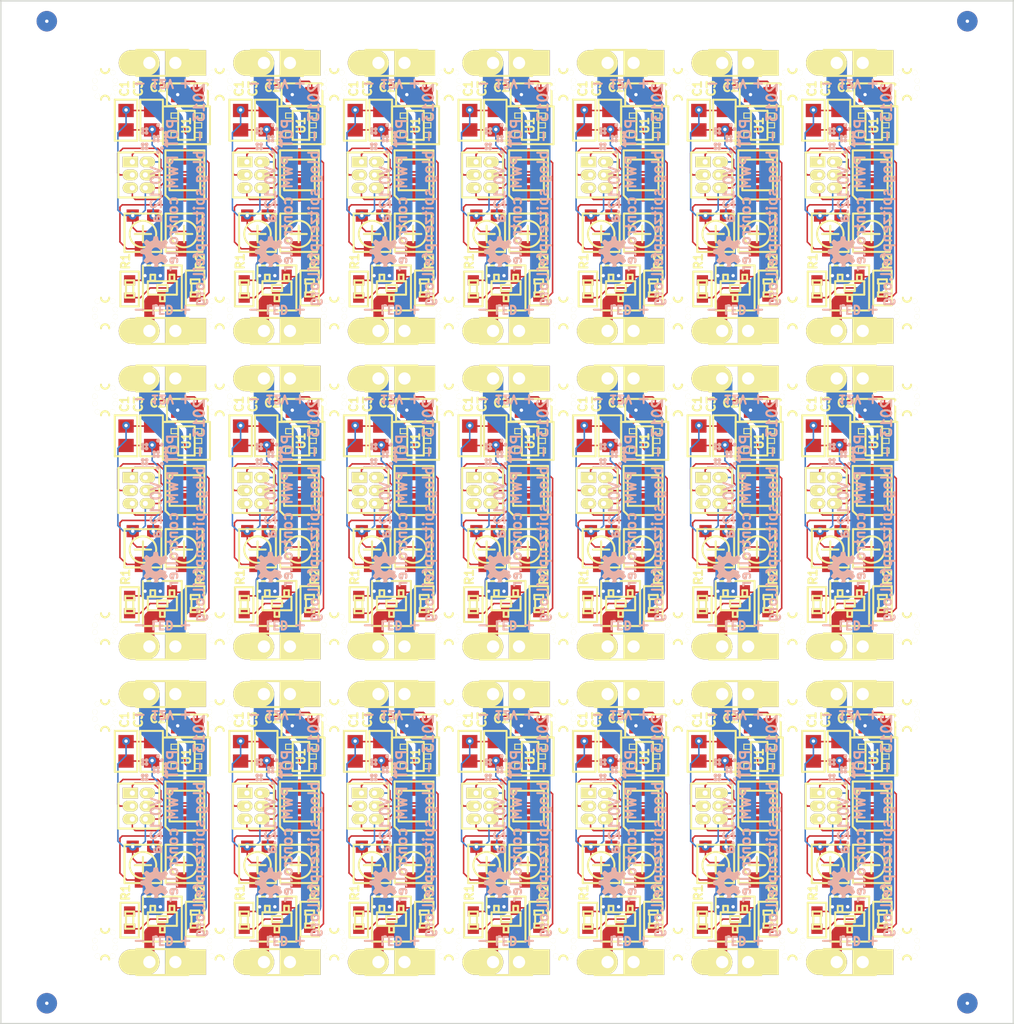
<source format=kicad_pcb>
(kicad_pcb (version 3) (host pcbnew "(2013-08-09 BZR 4280)-product")
  (title_block (title LED-strip_PWM) (date "24 May 2013") (rev 0.12) (company "2012 - blog.spitzenpfeil.org"))
  (layers (15 Front signal) (0 Back signal) (19 F.Paste user) (20 B.SilkS user) (21 F.SilkS user) (22 B.Mask user) (23 F.Mask user) (28 Edge.Cuts user))
  (net 0 "")
  (net 1 /MISO)
  (net 2 /MOSI)
  (net 3 /POT1)
  (net 4 /POT2)
  (net 5 /RESET)
  (net 6 /SCK)
  (net 7 /Vin)
  (net 8 /drain)
  (net 9 GND)
  (net 10 GNDPWR)
  (net 11 N-000004)
  (net 12 N-000005)
  (net 13 N-000006)
  (net 14 VCC)
  (module MADW__mouse-bite-1mm-slot (layer Front) (at 190.2 152.875 90)
    (fp_text reference mouse-bite-1mm hide)
    (fp_text value VAL** hide)
    (pad "" np_thru_hole circle (at 0.35 -1 90) (size 0.5 0.5) (drill 0.5) (layers *.Cu *.Mask F.SilkS))
    (pad "" np_thru_hole circle (at -1.15 0.75 90) (size 0.5 0.5) (drill 0.5) (layers *.Cu *.Mask F.SilkS))
    (pad "" np_thru_hole circle (at 1.15 0.75 90) (size 0.5 0.5) (drill 0.5) (layers *.Cu *.Mask F.SilkS))
    (pad "" np_thru_hole circle (at -1.15 -0.75 90) (size 0.5 0.5) (drill 0.5) (layers *.Cu *.Mask F.SilkS))
    (pad "" np_thru_hole circle (at -0.35 -1 90) (size 0.5 0.5) (drill 0.5) (layers *.Cu *.Mask F.SilkS))
    (pad "" np_thru_hole circle (at 1.15 -0.75 90) (size 0.5 0.5) (drill 0.5) (layers *.Cu *.Mask F.SilkS))
    (pad "" np_thru_hole circle (at -0.35 1 90) (size 0.5 0.5) (drill 0.5) (layers *.Cu *.Mask F.SilkS))
    (pad "" np_thru_hole circle (at 0.35 1 90) (size 0.5 0.5) (drill 0.5) (layers *.Cu *.Mask F.SilkS))
  )
  (module MADW__mouse-bite-1mm-slot (layer Front) (at 190.2 175.225 90)
    (fp_text reference mouse-bite-1mm hide)
    (fp_text value VAL** hide)
    (pad "" np_thru_hole circle (at 0.35 -1 90) (size 0.5 0.5) (drill 0.5) (layers *.Cu *.Mask F.SilkS))
    (pad "" np_thru_hole circle (at -1.15 0.75 90) (size 0.5 0.5) (drill 0.5) (layers *.Cu *.Mask F.SilkS))
    (pad "" np_thru_hole circle (at 1.15 0.75 90) (size 0.5 0.5) (drill 0.5) (layers *.Cu *.Mask F.SilkS))
    (pad "" np_thru_hole circle (at -1.15 -0.75 90) (size 0.5 0.5) (drill 0.5) (layers *.Cu *.Mask F.SilkS))
    (pad "" np_thru_hole circle (at -0.35 -1 90) (size 0.5 0.5) (drill 0.5) (layers *.Cu *.Mask F.SilkS))
    (pad "" np_thru_hole circle (at 1.15 -0.75 90) (size 0.5 0.5) (drill 0.5) (layers *.Cu *.Mask F.SilkS))
    (pad "" np_thru_hole circle (at -0.35 1 90) (size 0.5 0.5) (drill 0.5) (layers *.Cu *.Mask F.SilkS))
    (pad "" np_thru_hole circle (at 0.35 1 90) (size 0.5 0.5) (drill 0.5) (layers *.Cu *.Mask F.SilkS))
  )
  (module OSHW-logo_silkscreen_3mm (layer Back) (at 195 169.225 90)
    (fp_text reference G1 hide)
    (fp_text value OSHW-logo_silkscreen_3mm hide)
  )
  (module LED_smile_silkscreen_3mm (layer Back) (at 195 158.175 90)
    (fp_text reference G2 hide)
    (fp_text value LED_smile_silkscreen_3mm hide)
  )
  (module MADW__SOT23-5 (layer Front) (at 198.15 156.875 90)
    (fp_text reference U1 (at 0 0 90) (layer F.SilkS) (effects (font (size 0.8 0.8) (thickness 0.2))))
    (fp_text value MCP1804-SOT23-5 hide)
    (pad 1 smd rect (at -0.95 1.3 90) (size 0.65 1.25) (layers Front F.Paste F.Mask) (net 7 /Vin))
    (pad 2 smd rect (at 0 1.3 90) (size 0.65 1.25) (layers Front F.Paste F.Mask) (net 10 GNDPWR))
    (pad 3 smd rect (at 0.95 1.3 90) (size 0.65 1.25) (layers Front F.Paste F.Mask))
    (pad 4 smd rect (at 0.95 -1.3 90) (size 0.65 1.25) (layers Front F.Paste F.Mask) (net 7 /Vin))
    (pad 5 smd rect (at -0.95 -1.3 90) (size 0.65 1.25) (layers Front F.Paste F.Mask) (net 14 VCC))
  )
  (module MADW__SOT23 (layer Front) (at 195.8 172.775 180)
    (fp_text reference T1 hide)
    (fp_text value AO3400 hide)
    (pad 1 smd rect (at -0.95 1.1 180) (size 1 1.4) (layers Front F.Paste F.Mask) (net 11 N-000004))
    (pad 2 smd rect (at 0.95 1.1 180) (size 1 1.4) (layers Front F.Paste F.Mask) (net 10 GNDPWR))
    (pad 3 smd rect (at 0 -1.1 180) (size 1 1.4) (layers Front F.Paste F.Mask) (net 8 /drain))
  )
  (module MADW__TC33X-POT (layer Front) (at 197.925 167.5 180)
    (fp_text reference RV2 hide)
    (fp_text value 50k hide)
    (pad 1 smd rect (at -1.00076 1.80086 180) (size 1.19888 1.19888) (layers Front F.Paste F.Mask) (net 9 GND))
    (pad 3 smd rect (at 1.00076 1.80086 180) (size 1.19888 1.19888) (layers Front F.Paste F.Mask) (net 14 VCC))
    (pad 2 smd rect (at 0 -1.45034 180) (size 1.6002 1.50114) (layers Front F.Paste F.Mask) (net 4 /POT2))
  )
  (module MADW__TC33X-POT (layer Front) (at 193.9 167.5 180)
    (fp_text reference RV1 hide)
    (fp_text value 50k hide)
    (pad 1 smd rect (at -1.00076 1.80086 180) (size 1.19888 1.19888) (layers Front F.Paste F.Mask) (net 14 VCC))
    (pad 3 smd rect (at 1.00076 1.80086 180) (size 1.19888 1.19888) (layers Front F.Paste F.Mask) (net 9 GND))
    (pad 2 smd rect (at 0 -1.45034 180) (size 1.6002 1.50114) (layers Front F.Paste F.Mask) (net 3 /POT1))
  )
  (module MADW__R0603_2 (layer Front) (at 199 172.775 90)
    (fp_text reference R2 (at 2.6 0.5 270) (layer F.SilkS) (effects (font (size 0.8 0.8) (thickness 0.2))))
    (fp_text value 150R hide)
    (pad 1 smd rect (at -0.84836 0 90) (size 0.99822 1.09982) (layers Front F.Paste F.Mask) (net 2 /MOSI))
    (pad 2 smd rect (at 0.84836 0 90) (size 0.99822 1.09982) (layers Front F.Paste F.Mask) (net 11 N-000004))
  )
  (module MADW__R0603_2 (layer Front) (at 192.6 172.875 270)
    (fp_text reference R1 (at -2.7 0.4 450) (layer F.SilkS) (effects (font (size 0.8 0.8) (thickness 0.2))))
    (fp_text value 100k hide)
    (pad 1 smd rect (at -0.84836 0 270) (size 0.99822 1.09982) (layers Front F.Paste F.Mask) (net 10 GNDPWR))
    (pad 2 smd rect (at 0.84836 0 270) (size 0.99822 1.09982) (layers Front F.Paste F.Mask) (net 2 /MOSI))
  )
  (module MADW__C0805 (layer Front) (at 194.75 156.375 90)
    (fp_text reference C3 (at 3.1 -1.3 90) (layer F.SilkS) (effects (font (size 0.8 0.8) (thickness 0.2))))
    (fp_text value 4.7µF hide)
    (pad 1 smd rect (at -0.94996 0 90) (size 1.29794 1.4986) (layers Front F.Paste F.Mask) (net 14 VCC))
    (pad 2 smd rect (at 0.94996 0 90) (size 1.29794 1.4986) (layers Front F.Paste F.Mask) (net 9 GND))
  )
  (module MADW__C0805 (layer Front) (at 198.25 153.875)
    (fp_text reference C2 (at -2.9 -0.7) (layer F.SilkS) (effects (font (size 0.8 0.8) (thickness 0.2))))
    (fp_text value 100nF hide)
    (pad 1 smd rect (at -0.94996 0) (size 1.29794 1.4986) (layers Front F.Paste F.Mask) (net 7 /Vin))
    (pad 2 smd rect (at 0.94996 0) (size 1.29794 1.4986) (layers Front F.Paste F.Mask) (net 10 GNDPWR))
  )
  (module MADW__C0805 (layer Front) (at 192.25 156.375 90)
    (fp_text reference C1 (at 3.1 -0.15 270) (layer F.SilkS) (effects (font (size 0.8 0.8) (thickness 0.2))))
    (fp_text value 100nF hide)
    (pad 1 smd rect (at -0.94996 0 90) (size 1.29794 1.4986) (layers Front F.Paste F.Mask) (net 14 VCC))
    (pad 2 smd rect (at 0.94996 0 90) (size 1.29794 1.4986) (layers Front F.Paste F.Mask) (net 9 GND))
  )
  (module MADW__SIL-2 (layer Front) (at 195.8 176.975 180)
    (fp_text reference P2 hide)
    (fp_text value CONN_2 hide)
    (pad 1 thru_hole rect (at -1.27 0 180) (size 4 2.5) (drill 1.2 (offset -1 0)) (layers *.Cu *.Mask F.SilkS) (net 7 /Vin))
    (pad 2 thru_hole oval (at 1.27 0 180) (size 4 2.5) (drill 1.2 (offset 1 0)) (layers *.Cu *.Mask F.SilkS) (net 8 /drain))
  )
  (module MADW__SIL-2 (layer Front) (at 195.8 150.775 180)
    (fp_text reference P1 hide)
    (fp_text value CONN_2 hide)
    (pad 1 thru_hole rect (at -1.27 0 180) (size 4 2.5) (drill 1.2 (offset -1 0)) (layers *.Cu *.Mask F.SilkS) (net 7 /Vin))
    (pad 2 thru_hole oval (at 1.27 0 180) (size 4 2.5) (drill 1.2 (offset 1 0)) (layers *.Cu *.Mask F.SilkS) (net 10 GNDPWR))
  )
  (module MADW__SMD-net-noin-0.5mm (layer Front) (at 194.75 153.325 90)
    (fp_text reference NJ1 hide)
    (fp_text value NET-JOIN hide)
    (fp_line (start -0.381 0.127) (end 0.381 0.127) (layer Front) (width 0.25))
    (fp_line (start -0.381 -0.127) (end 0.381 -0.127) (layer Front) (width 0.25))
    (fp_line (start -0.381 0) (end 0.381 0) (layer Front) (width 0.25))
    (pad 1 smd rect (at -0.381 0 90) (size 0.5 0.5) (layers Front) (net 9 GND))
    (pad 2 smd rect (at 0.381 0 90) (size 0.5 0.5) (layers Front) (net 10 GNDPWR))
  )
  (module MADW__MLF10 (layer Front) (at 198 161.725 90)
    (fp_text reference IC1 hide)
    (fp_text value MADW__ATTINY13-MM hide)
    (pad 1 smd rect (at -1.5 -1 90) (size 1.6 0.3) (drill (offset -0.3 0)) (layers Front F.Paste F.Mask) (net 5 /RESET))
    (pad 2 smd rect (at -1.5 -0.5 90) (size 1.6 0.3) (drill (offset -0.3 0)) (layers Front F.Paste F.Mask) (net 3 /POT1))
    (pad 3 smd rect (at -1.5 0 90) (size 1.6 0.3) (drill (offset -0.3 0)) (layers Front F.Paste F.Mask) (net 12 N-000005))
    (pad 4 smd rect (at -1.5 0.5 90) (size 1.6 0.3) (drill (offset -0.3 0)) (layers Front F.Paste F.Mask) (net 4 /POT2))
    (pad 5 smd rect (at -1.5 1 90) (size 1.6 0.3) (drill (offset -0.3 0)) (layers Front F.Paste F.Mask) (net 9 GND))
    (pad 6 smd rect (at 1.5 1 90) (size 1.6 0.3) (drill (offset 0.3 0)) (layers Front F.Paste F.Mask) (net 2 /MOSI))
    (pad 7 smd rect (at 1.5 0.5 90) (size 1.6 0.3) (drill (offset 0.3 0)) (layers Front F.Paste F.Mask) (net 1 /MISO))
    (pad 8 smd rect (at 1.5 0 90) (size 1.6 0.3) (drill (offset 0.3 0)) (layers Front F.Paste F.Mask) (net 13 N-000006))
    (pad 9 smd rect (at 1.5 -0.5 90) (size 1.6 0.3) (drill (offset 0.3 0)) (layers Front F.Paste F.Mask) (net 6 /SCK))
    (pad 10 smd rect (at 1.5 -1 90) (size 1.6 0.3) (drill (offset 0.3 0)) (layers Front F.Paste F.Mask) (net 14 VCC))
  )
  (module MADW__PIN_ARRAY_3x2_1.27mm (layer Front) (at 193.5 161.725 270)
    (fp_text reference JP1 hide)
    (fp_text value ISP hide)
    (pad 1 thru_hole rect (at -1.27 0.635 270) (size 1.05 1.5) (drill 0.5 (offset 0 0.2)) (layers *.Cu F.SilkS F.Mask) (net 1 /MISO))
    (pad 2 thru_hole oval (at -1.27 -0.635 270) (size 1.05 1.5) (drill 0.5 (offset 0 -0.2)) (layers *.Cu F.SilkS F.Mask) (net 14 VCC))
    (pad 3 thru_hole oval (at 0 0.635 270) (size 1.05 1.5) (drill 0.5 (offset 0 0.2)) (layers *.Cu F.SilkS F.Mask) (net 6 /SCK))
    (pad 4 thru_hole oval (at 0 -0.635 270) (size 1.05 1.5) (drill 0.5 (offset 0 -0.2)) (layers *.Cu F.SilkS F.Mask) (net 2 /MOSI))
    (pad 5 thru_hole oval (at 1.27 0.635 270) (size 1.05 1.5) (drill 0.5 (offset 0 0.2)) (layers *.Cu F.SilkS F.Mask) (net 5 /RESET))
    (pad 6 thru_hole oval (at 1.27 -0.635 270) (size 1.05 1.5) (drill 0.5 (offset 0 -0.2)) (layers *.Cu F.SilkS F.Mask) (net 9 GND))
  )
  (module MADW__mouse-bite-1mm-slot (layer Front) (at 190.2 122.025 90)
    (fp_text reference mouse-bite-1mm hide)
    (fp_text value VAL** hide)
    (pad "" np_thru_hole circle (at 0.35 -1 90) (size 0.5 0.5) (drill 0.5) (layers *.Cu *.Mask F.SilkS))
    (pad "" np_thru_hole circle (at -1.15 0.75 90) (size 0.5 0.5) (drill 0.5) (layers *.Cu *.Mask F.SilkS))
    (pad "" np_thru_hole circle (at 1.15 0.75 90) (size 0.5 0.5) (drill 0.5) (layers *.Cu *.Mask F.SilkS))
    (pad "" np_thru_hole circle (at -1.15 -0.75 90) (size 0.5 0.5) (drill 0.5) (layers *.Cu *.Mask F.SilkS))
    (pad "" np_thru_hole circle (at -0.35 -1 90) (size 0.5 0.5) (drill 0.5) (layers *.Cu *.Mask F.SilkS))
    (pad "" np_thru_hole circle (at 1.15 -0.75 90) (size 0.5 0.5) (drill 0.5) (layers *.Cu *.Mask F.SilkS))
    (pad "" np_thru_hole circle (at -0.35 1 90) (size 0.5 0.5) (drill 0.5) (layers *.Cu *.Mask F.SilkS))
    (pad "" np_thru_hole circle (at 0.35 1 90) (size 0.5 0.5) (drill 0.5) (layers *.Cu *.Mask F.SilkS))
  )
  (module MADW__mouse-bite-1mm-slot (layer Front) (at 190.2 144.375 90)
    (fp_text reference mouse-bite-1mm hide)
    (fp_text value VAL** hide)
    (pad "" np_thru_hole circle (at 0.35 -1 90) (size 0.5 0.5) (drill 0.5) (layers *.Cu *.Mask F.SilkS))
    (pad "" np_thru_hole circle (at -1.15 0.75 90) (size 0.5 0.5) (drill 0.5) (layers *.Cu *.Mask F.SilkS))
    (pad "" np_thru_hole circle (at 1.15 0.75 90) (size 0.5 0.5) (drill 0.5) (layers *.Cu *.Mask F.SilkS))
    (pad "" np_thru_hole circle (at -1.15 -0.75 90) (size 0.5 0.5) (drill 0.5) (layers *.Cu *.Mask F.SilkS))
    (pad "" np_thru_hole circle (at -0.35 -1 90) (size 0.5 0.5) (drill 0.5) (layers *.Cu *.Mask F.SilkS))
    (pad "" np_thru_hole circle (at 1.15 -0.75 90) (size 0.5 0.5) (drill 0.5) (layers *.Cu *.Mask F.SilkS))
    (pad "" np_thru_hole circle (at -0.35 1 90) (size 0.5 0.5) (drill 0.5) (layers *.Cu *.Mask F.SilkS))
    (pad "" np_thru_hole circle (at 0.35 1 90) (size 0.5 0.5) (drill 0.5) (layers *.Cu *.Mask F.SilkS))
  )
  (module OSHW-logo_silkscreen_3mm (layer Back) (at 195 138.375 90)
    (fp_text reference G1 hide)
    (fp_text value OSHW-logo_silkscreen_3mm hide)
  )
  (module LED_smile_silkscreen_3mm (layer Back) (at 195 127.325 90)
    (fp_text reference G2 hide)
    (fp_text value LED_smile_silkscreen_3mm hide)
  )
  (module MADW__SOT23-5 (layer Front) (at 198.15 126.025 90)
    (fp_text reference U1 (at 0 0 90) (layer F.SilkS) (effects (font (size 0.8 0.8) (thickness 0.2))))
    (fp_text value MCP1804-SOT23-5 hide)
    (pad 1 smd rect (at -0.95 1.3 90) (size 0.65 1.25) (layers Front F.Paste F.Mask) (net 7 /Vin))
    (pad 2 smd rect (at 0 1.3 90) (size 0.65 1.25) (layers Front F.Paste F.Mask) (net 10 GNDPWR))
    (pad 3 smd rect (at 0.95 1.3 90) (size 0.65 1.25) (layers Front F.Paste F.Mask))
    (pad 4 smd rect (at 0.95 -1.3 90) (size 0.65 1.25) (layers Front F.Paste F.Mask) (net 7 /Vin))
    (pad 5 smd rect (at -0.95 -1.3 90) (size 0.65 1.25) (layers Front F.Paste F.Mask) (net 14 VCC))
  )
  (module MADW__SOT23 (layer Front) (at 195.8 141.925 180)
    (fp_text reference T1 hide)
    (fp_text value AO3400 hide)
    (pad 1 smd rect (at -0.95 1.1 180) (size 1 1.4) (layers Front F.Paste F.Mask) (net 11 N-000004))
    (pad 2 smd rect (at 0.95 1.1 180) (size 1 1.4) (layers Front F.Paste F.Mask) (net 10 GNDPWR))
    (pad 3 smd rect (at 0 -1.1 180) (size 1 1.4) (layers Front F.Paste F.Mask) (net 8 /drain))
  )
  (module MADW__TC33X-POT (layer Front) (at 197.925 136.65 180)
    (fp_text reference RV2 hide)
    (fp_text value 50k hide)
    (pad 1 smd rect (at -1.00076 1.80086 180) (size 1.19888 1.19888) (layers Front F.Paste F.Mask) (net 9 GND))
    (pad 3 smd rect (at 1.00076 1.80086 180) (size 1.19888 1.19888) (layers Front F.Paste F.Mask) (net 14 VCC))
    (pad 2 smd rect (at 0 -1.45034 180) (size 1.6002 1.50114) (layers Front F.Paste F.Mask) (net 4 /POT2))
  )
  (module MADW__TC33X-POT (layer Front) (at 193.9 136.65 180)
    (fp_text reference RV1 hide)
    (fp_text value 50k hide)
    (pad 1 smd rect (at -1.00076 1.80086 180) (size 1.19888 1.19888) (layers Front F.Paste F.Mask) (net 14 VCC))
    (pad 3 smd rect (at 1.00076 1.80086 180) (size 1.19888 1.19888) (layers Front F.Paste F.Mask) (net 9 GND))
    (pad 2 smd rect (at 0 -1.45034 180) (size 1.6002 1.50114) (layers Front F.Paste F.Mask) (net 3 /POT1))
  )
  (module MADW__R0603_2 (layer Front) (at 199 141.925 90)
    (fp_text reference R2 (at 2.6 0.5 270) (layer F.SilkS) (effects (font (size 0.8 0.8) (thickness 0.2))))
    (fp_text value 150R hide)
    (pad 1 smd rect (at -0.84836 0 90) (size 0.99822 1.09982) (layers Front F.Paste F.Mask) (net 2 /MOSI))
    (pad 2 smd rect (at 0.84836 0 90) (size 0.99822 1.09982) (layers Front F.Paste F.Mask) (net 11 N-000004))
  )
  (module MADW__R0603_2 (layer Front) (at 192.6 142.025 270)
    (fp_text reference R1 (at -2.7 0.4 450) (layer F.SilkS) (effects (font (size 0.8 0.8) (thickness 0.2))))
    (fp_text value 100k hide)
    (pad 1 smd rect (at -0.84836 0 270) (size 0.99822 1.09982) (layers Front F.Paste F.Mask) (net 10 GNDPWR))
    (pad 2 smd rect (at 0.84836 0 270) (size 0.99822 1.09982) (layers Front F.Paste F.Mask) (net 2 /MOSI))
  )
  (module MADW__C0805 (layer Front) (at 194.75 125.525 90)
    (fp_text reference C3 (at 3.1 -1.3 90) (layer F.SilkS) (effects (font (size 0.8 0.8) (thickness 0.2))))
    (fp_text value 4.7µF hide)
    (pad 1 smd rect (at -0.94996 0 90) (size 1.29794 1.4986) (layers Front F.Paste F.Mask) (net 14 VCC))
    (pad 2 smd rect (at 0.94996 0 90) (size 1.29794 1.4986) (layers Front F.Paste F.Mask) (net 9 GND))
  )
  (module MADW__C0805 (layer Front) (at 198.25 123.025)
    (fp_text reference C2 (at -2.9 -0.7) (layer F.SilkS) (effects (font (size 0.8 0.8) (thickness 0.2))))
    (fp_text value 100nF hide)
    (pad 1 smd rect (at -0.94996 0) (size 1.29794 1.4986) (layers Front F.Paste F.Mask) (net 7 /Vin))
    (pad 2 smd rect (at 0.94996 0) (size 1.29794 1.4986) (layers Front F.Paste F.Mask) (net 10 GNDPWR))
  )
  (module MADW__C0805 (layer Front) (at 192.25 125.525 90)
    (fp_text reference C1 (at 3.1 -0.15 270) (layer F.SilkS) (effects (font (size 0.8 0.8) (thickness 0.2))))
    (fp_text value 100nF hide)
    (pad 1 smd rect (at -0.94996 0 90) (size 1.29794 1.4986) (layers Front F.Paste F.Mask) (net 14 VCC))
    (pad 2 smd rect (at 0.94996 0 90) (size 1.29794 1.4986) (layers Front F.Paste F.Mask) (net 9 GND))
  )
  (module MADW__SIL-2 (layer Front) (at 195.8 146.125 180)
    (fp_text reference P2 hide)
    (fp_text value CONN_2 hide)
    (pad 1 thru_hole rect (at -1.27 0 180) (size 4 2.5) (drill 1.2 (offset -1 0)) (layers *.Cu *.Mask F.SilkS) (net 7 /Vin))
    (pad 2 thru_hole oval (at 1.27 0 180) (size 4 2.5) (drill 1.2 (offset 1 0)) (layers *.Cu *.Mask F.SilkS) (net 8 /drain))
  )
  (module MADW__SIL-2 (layer Front) (at 195.8 119.925 180)
    (fp_text reference P1 hide)
    (fp_text value CONN_2 hide)
    (pad 1 thru_hole rect (at -1.27 0 180) (size 4 2.5) (drill 1.2 (offset -1 0)) (layers *.Cu *.Mask F.SilkS) (net 7 /Vin))
    (pad 2 thru_hole oval (at 1.27 0 180) (size 4 2.5) (drill 1.2 (offset 1 0)) (layers *.Cu *.Mask F.SilkS) (net 10 GNDPWR))
  )
  (module MADW__SMD-net-noin-0.5mm (layer Front) (at 194.75 122.475 90)
    (fp_text reference NJ1 hide)
    (fp_text value NET-JOIN hide)
    (fp_line (start -0.381 0.127) (end 0.381 0.127) (layer Front) (width 0.25))
    (fp_line (start -0.381 -0.127) (end 0.381 -0.127) (layer Front) (width 0.25))
    (fp_line (start -0.381 0) (end 0.381 0) (layer Front) (width 0.25))
    (pad 1 smd rect (at -0.381 0 90) (size 0.5 0.5) (layers Front) (net 9 GND))
    (pad 2 smd rect (at 0.381 0 90) (size 0.5 0.5) (layers Front) (net 10 GNDPWR))
  )
  (module MADW__MLF10 (layer Front) (at 198 130.875 90)
    (fp_text reference IC1 hide)
    (fp_text value MADW__ATTINY13-MM hide)
    (pad 1 smd rect (at -1.5 -1 90) (size 1.6 0.3) (drill (offset -0.3 0)) (layers Front F.Paste F.Mask) (net 5 /RESET))
    (pad 2 smd rect (at -1.5 -0.5 90) (size 1.6 0.3) (drill (offset -0.3 0)) (layers Front F.Paste F.Mask) (net 3 /POT1))
    (pad 3 smd rect (at -1.5 0 90) (size 1.6 0.3) (drill (offset -0.3 0)) (layers Front F.Paste F.Mask) (net 12 N-000005))
    (pad 4 smd rect (at -1.5 0.5 90) (size 1.6 0.3) (drill (offset -0.3 0)) (layers Front F.Paste F.Mask) (net 4 /POT2))
    (pad 5 smd rect (at -1.5 1 90) (size 1.6 0.3) (drill (offset -0.3 0)) (layers Front F.Paste F.Mask) (net 9 GND))
    (pad 6 smd rect (at 1.5 1 90) (size 1.6 0.3) (drill (offset 0.3 0)) (layers Front F.Paste F.Mask) (net 2 /MOSI))
    (pad 7 smd rect (at 1.5 0.5 90) (size 1.6 0.3) (drill (offset 0.3 0)) (layers Front F.Paste F.Mask) (net 1 /MISO))
    (pad 8 smd rect (at 1.5 0 90) (size 1.6 0.3) (drill (offset 0.3 0)) (layers Front F.Paste F.Mask) (net 13 N-000006))
    (pad 9 smd rect (at 1.5 -0.5 90) (size 1.6 0.3) (drill (offset 0.3 0)) (layers Front F.Paste F.Mask) (net 6 /SCK))
    (pad 10 smd rect (at 1.5 -1 90) (size 1.6 0.3) (drill (offset 0.3 0)) (layers Front F.Paste F.Mask) (net 14 VCC))
  )
  (module MADW__PIN_ARRAY_3x2_1.27mm (layer Front) (at 193.5 130.875 270)
    (fp_text reference JP1 hide)
    (fp_text value ISP hide)
    (pad 1 thru_hole rect (at -1.27 0.635 270) (size 1.05 1.5) (drill 0.5 (offset 0 0.2)) (layers *.Cu F.SilkS F.Mask) (net 1 /MISO))
    (pad 2 thru_hole oval (at -1.27 -0.635 270) (size 1.05 1.5) (drill 0.5 (offset 0 -0.2)) (layers *.Cu F.SilkS F.Mask) (net 14 VCC))
    (pad 3 thru_hole oval (at 0 0.635 270) (size 1.05 1.5) (drill 0.5 (offset 0 0.2)) (layers *.Cu F.SilkS F.Mask) (net 6 /SCK))
    (pad 4 thru_hole oval (at 0 -0.635 270) (size 1.05 1.5) (drill 0.5 (offset 0 -0.2)) (layers *.Cu F.SilkS F.Mask) (net 2 /MOSI))
    (pad 5 thru_hole oval (at 1.27 0.635 270) (size 1.05 1.5) (drill 0.5 (offset 0 0.2)) (layers *.Cu F.SilkS F.Mask) (net 5 /RESET))
    (pad 6 thru_hole oval (at 1.27 -0.635 270) (size 1.05 1.5) (drill 0.5 (offset 0 -0.2)) (layers *.Cu F.SilkS F.Mask) (net 9 GND))
  )
  (module MADW__mouse-bite-1mm-slot (layer Front) (at 190.2 91.175 90)
    (fp_text reference mouse-bite-1mm hide)
    (fp_text value VAL** hide)
    (pad "" np_thru_hole circle (at 0.35 -1 90) (size 0.5 0.5) (drill 0.5) (layers *.Cu *.Mask F.SilkS))
    (pad "" np_thru_hole circle (at -1.15 0.75 90) (size 0.5 0.5) (drill 0.5) (layers *.Cu *.Mask F.SilkS))
    (pad "" np_thru_hole circle (at 1.15 0.75 90) (size 0.5 0.5) (drill 0.5) (layers *.Cu *.Mask F.SilkS))
    (pad "" np_thru_hole circle (at -1.15 -0.75 90) (size 0.5 0.5) (drill 0.5) (layers *.Cu *.Mask F.SilkS))
    (pad "" np_thru_hole circle (at -0.35 -1 90) (size 0.5 0.5) (drill 0.5) (layers *.Cu *.Mask F.SilkS))
    (pad "" np_thru_hole circle (at 1.15 -0.75 90) (size 0.5 0.5) (drill 0.5) (layers *.Cu *.Mask F.SilkS))
    (pad "" np_thru_hole circle (at -0.35 1 90) (size 0.5 0.5) (drill 0.5) (layers *.Cu *.Mask F.SilkS))
    (pad "" np_thru_hole circle (at 0.35 1 90) (size 0.5 0.5) (drill 0.5) (layers *.Cu *.Mask F.SilkS))
  )
  (module MADW__mouse-bite-1mm-slot (layer Front) (at 190.2 113.525 90)
    (fp_text reference mouse-bite-1mm hide)
    (fp_text value VAL** hide)
    (pad "" np_thru_hole circle (at 0.35 -1 90) (size 0.5 0.5) (drill 0.5) (layers *.Cu *.Mask F.SilkS))
    (pad "" np_thru_hole circle (at -1.15 0.75 90) (size 0.5 0.5) (drill 0.5) (layers *.Cu *.Mask F.SilkS))
    (pad "" np_thru_hole circle (at 1.15 0.75 90) (size 0.5 0.5) (drill 0.5) (layers *.Cu *.Mask F.SilkS))
    (pad "" np_thru_hole circle (at -1.15 -0.75 90) (size 0.5 0.5) (drill 0.5) (layers *.Cu *.Mask F.SilkS))
    (pad "" np_thru_hole circle (at -0.35 -1 90) (size 0.5 0.5) (drill 0.5) (layers *.Cu *.Mask F.SilkS))
    (pad "" np_thru_hole circle (at 1.15 -0.75 90) (size 0.5 0.5) (drill 0.5) (layers *.Cu *.Mask F.SilkS))
    (pad "" np_thru_hole circle (at -0.35 1 90) (size 0.5 0.5) (drill 0.5) (layers *.Cu *.Mask F.SilkS))
    (pad "" np_thru_hole circle (at 0.35 1 90) (size 0.5 0.5) (drill 0.5) (layers *.Cu *.Mask F.SilkS))
  )
  (module OSHW-logo_silkscreen_3mm (layer Back) (at 195 107.525 90)
    (fp_text reference G1 hide)
    (fp_text value OSHW-logo_silkscreen_3mm hide)
  )
  (module LED_smile_silkscreen_3mm (layer Back) (at 195 96.475 90)
    (fp_text reference G2 hide)
    (fp_text value LED_smile_silkscreen_3mm hide)
  )
  (module MADW__SOT23-5 (layer Front) (at 198.15 95.175 90)
    (fp_text reference U1 (at 0 0 90) (layer F.SilkS) (effects (font (size 0.8 0.8) (thickness 0.2))))
    (fp_text value MCP1804-SOT23-5 hide)
    (pad 1 smd rect (at -0.95 1.3 90) (size 0.65 1.25) (layers Front F.Paste F.Mask) (net 7 /Vin))
    (pad 2 smd rect (at 0 1.3 90) (size 0.65 1.25) (layers Front F.Paste F.Mask) (net 10 GNDPWR))
    (pad 3 smd rect (at 0.95 1.3 90) (size 0.65 1.25) (layers Front F.Paste F.Mask))
    (pad 4 smd rect (at 0.95 -1.3 90) (size 0.65 1.25) (layers Front F.Paste F.Mask) (net 7 /Vin))
    (pad 5 smd rect (at -0.95 -1.3 90) (size 0.65 1.25) (layers Front F.Paste F.Mask) (net 14 VCC))
  )
  (module MADW__SOT23 (layer Front) (at 195.8 111.075 180)
    (fp_text reference T1 hide)
    (fp_text value AO3400 hide)
    (pad 1 smd rect (at -0.95 1.1 180) (size 1 1.4) (layers Front F.Paste F.Mask) (net 11 N-000004))
    (pad 2 smd rect (at 0.95 1.1 180) (size 1 1.4) (layers Front F.Paste F.Mask) (net 10 GNDPWR))
    (pad 3 smd rect (at 0 -1.1 180) (size 1 1.4) (layers Front F.Paste F.Mask) (net 8 /drain))
  )
  (module MADW__TC33X-POT (layer Front) (at 197.925 105.8 180)
    (fp_text reference RV2 hide)
    (fp_text value 50k hide)
    (pad 1 smd rect (at -1.00076 1.80086 180) (size 1.19888 1.19888) (layers Front F.Paste F.Mask) (net 9 GND))
    (pad 3 smd rect (at 1.00076 1.80086 180) (size 1.19888 1.19888) (layers Front F.Paste F.Mask) (net 14 VCC))
    (pad 2 smd rect (at 0 -1.45034 180) (size 1.6002 1.50114) (layers Front F.Paste F.Mask) (net 4 /POT2))
  )
  (module MADW__TC33X-POT (layer Front) (at 193.9 105.8 180)
    (fp_text reference RV1 hide)
    (fp_text value 50k hide)
    (pad 1 smd rect (at -1.00076 1.80086 180) (size 1.19888 1.19888) (layers Front F.Paste F.Mask) (net 14 VCC))
    (pad 3 smd rect (at 1.00076 1.80086 180) (size 1.19888 1.19888) (layers Front F.Paste F.Mask) (net 9 GND))
    (pad 2 smd rect (at 0 -1.45034 180) (size 1.6002 1.50114) (layers Front F.Paste F.Mask) (net 3 /POT1))
  )
  (module MADW__R0603_2 (layer Front) (at 199 111.075 90)
    (fp_text reference R2 (at 2.6 0.5 270) (layer F.SilkS) (effects (font (size 0.8 0.8) (thickness 0.2))))
    (fp_text value 150R hide)
    (pad 1 smd rect (at -0.84836 0 90) (size 0.99822 1.09982) (layers Front F.Paste F.Mask) (net 2 /MOSI))
    (pad 2 smd rect (at 0.84836 0 90) (size 0.99822 1.09982) (layers Front F.Paste F.Mask) (net 11 N-000004))
  )
  (module MADW__R0603_2 (layer Front) (at 192.6 111.175 270)
    (fp_text reference R1 (at -2.7 0.4 450) (layer F.SilkS) (effects (font (size 0.8 0.8) (thickness 0.2))))
    (fp_text value 100k hide)
    (pad 1 smd rect (at -0.84836 0 270) (size 0.99822 1.09982) (layers Front F.Paste F.Mask) (net 10 GNDPWR))
    (pad 2 smd rect (at 0.84836 0 270) (size 0.99822 1.09982) (layers Front F.Paste F.Mask) (net 2 /MOSI))
  )
  (module MADW__C0805 (layer Front) (at 194.75 94.675 90)
    (fp_text reference C3 (at 3.1 -1.3 90) (layer F.SilkS) (effects (font (size 0.8 0.8) (thickness 0.2))))
    (fp_text value 4.7µF hide)
    (pad 1 smd rect (at -0.94996 0 90) (size 1.29794 1.4986) (layers Front F.Paste F.Mask) (net 14 VCC))
    (pad 2 smd rect (at 0.94996 0 90) (size 1.29794 1.4986) (layers Front F.Paste F.Mask) (net 9 GND))
  )
  (module MADW__C0805 (layer Front) (at 198.25 92.175)
    (fp_text reference C2 (at -2.9 -0.7) (layer F.SilkS) (effects (font (size 0.8 0.8) (thickness 0.2))))
    (fp_text value 100nF hide)
    (pad 1 smd rect (at -0.94996 0) (size 1.29794 1.4986) (layers Front F.Paste F.Mask) (net 7 /Vin))
    (pad 2 smd rect (at 0.94996 0) (size 1.29794 1.4986) (layers Front F.Paste F.Mask) (net 10 GNDPWR))
  )
  (module MADW__C0805 (layer Front) (at 192.25 94.675 90)
    (fp_text reference C1 (at 3.1 -0.15 270) (layer F.SilkS) (effects (font (size 0.8 0.8) (thickness 0.2))))
    (fp_text value 100nF hide)
    (pad 1 smd rect (at -0.94996 0 90) (size 1.29794 1.4986) (layers Front F.Paste F.Mask) (net 14 VCC))
    (pad 2 smd rect (at 0.94996 0 90) (size 1.29794 1.4986) (layers Front F.Paste F.Mask) (net 9 GND))
  )
  (module MADW__SIL-2 (layer Front) (at 195.8 115.275 180)
    (fp_text reference P2 hide)
    (fp_text value CONN_2 hide)
    (pad 1 thru_hole rect (at -1.27 0 180) (size 4 2.5) (drill 1.2 (offset -1 0)) (layers *.Cu *.Mask F.SilkS) (net 7 /Vin))
    (pad 2 thru_hole oval (at 1.27 0 180) (size 4 2.5) (drill 1.2 (offset 1 0)) (layers *.Cu *.Mask F.SilkS) (net 8 /drain))
  )
  (module MADW__SIL-2 (layer Front) (at 195.8 89.075 180)
    (fp_text reference P1 hide)
    (fp_text value CONN_2 hide)
    (pad 1 thru_hole rect (at -1.27 0 180) (size 4 2.5) (drill 1.2 (offset -1 0)) (layers *.Cu *.Mask F.SilkS) (net 7 /Vin))
    (pad 2 thru_hole oval (at 1.27 0 180) (size 4 2.5) (drill 1.2 (offset 1 0)) (layers *.Cu *.Mask F.SilkS) (net 10 GNDPWR))
  )
  (module MADW__SMD-net-noin-0.5mm (layer Front) (at 194.75 91.625 90)
    (fp_text reference NJ1 hide)
    (fp_text value NET-JOIN hide)
    (fp_line (start -0.381 0.127) (end 0.381 0.127) (layer Front) (width 0.25))
    (fp_line (start -0.381 -0.127) (end 0.381 -0.127) (layer Front) (width 0.25))
    (fp_line (start -0.381 0) (end 0.381 0) (layer Front) (width 0.25))
    (pad 1 smd rect (at -0.381 0 90) (size 0.5 0.5) (layers Front) (net 9 GND))
    (pad 2 smd rect (at 0.381 0 90) (size 0.5 0.5) (layers Front) (net 10 GNDPWR))
  )
  (module MADW__MLF10 (layer Front) (at 198 100.025 90)
    (fp_text reference IC1 hide)
    (fp_text value MADW__ATTINY13-MM hide)
    (pad 1 smd rect (at -1.5 -1 90) (size 1.6 0.3) (drill (offset -0.3 0)) (layers Front F.Paste F.Mask) (net 5 /RESET))
    (pad 2 smd rect (at -1.5 -0.5 90) (size 1.6 0.3) (drill (offset -0.3 0)) (layers Front F.Paste F.Mask) (net 3 /POT1))
    (pad 3 smd rect (at -1.5 0 90) (size 1.6 0.3) (drill (offset -0.3 0)) (layers Front F.Paste F.Mask) (net 12 N-000005))
    (pad 4 smd rect (at -1.5 0.5 90) (size 1.6 0.3) (drill (offset -0.3 0)) (layers Front F.Paste F.Mask) (net 4 /POT2))
    (pad 5 smd rect (at -1.5 1 90) (size 1.6 0.3) (drill (offset -0.3 0)) (layers Front F.Paste F.Mask) (net 9 GND))
    (pad 6 smd rect (at 1.5 1 90) (size 1.6 0.3) (drill (offset 0.3 0)) (layers Front F.Paste F.Mask) (net 2 /MOSI))
    (pad 7 smd rect (at 1.5 0.5 90) (size 1.6 0.3) (drill (offset 0.3 0)) (layers Front F.Paste F.Mask) (net 1 /MISO))
    (pad 8 smd rect (at 1.5 0 90) (size 1.6 0.3) (drill (offset 0.3 0)) (layers Front F.Paste F.Mask) (net 13 N-000006))
    (pad 9 smd rect (at 1.5 -0.5 90) (size 1.6 0.3) (drill (offset 0.3 0)) (layers Front F.Paste F.Mask) (net 6 /SCK))
    (pad 10 smd rect (at 1.5 -1 90) (size 1.6 0.3) (drill (offset 0.3 0)) (layers Front F.Paste F.Mask) (net 14 VCC))
  )
  (module MADW__PIN_ARRAY_3x2_1.27mm (layer Front) (at 193.5 100.025 270)
    (fp_text reference JP1 hide)
    (fp_text value ISP hide)
    (pad 1 thru_hole rect (at -1.27 0.635 270) (size 1.05 1.5) (drill 0.5 (offset 0 0.2)) (layers *.Cu F.SilkS F.Mask) (net 1 /MISO))
    (pad 2 thru_hole oval (at -1.27 -0.635 270) (size 1.05 1.5) (drill 0.5 (offset 0 -0.2)) (layers *.Cu F.SilkS F.Mask) (net 14 VCC))
    (pad 3 thru_hole oval (at 0 0.635 270) (size 1.05 1.5) (drill 0.5 (offset 0 0.2)) (layers *.Cu F.SilkS F.Mask) (net 6 /SCK))
    (pad 4 thru_hole oval (at 0 -0.635 270) (size 1.05 1.5) (drill 0.5 (offset 0 -0.2)) (layers *.Cu F.SilkS F.Mask) (net 2 /MOSI))
    (pad 5 thru_hole oval (at 1.27 0.635 270) (size 1.05 1.5) (drill 0.5 (offset 0 0.2)) (layers *.Cu F.SilkS F.Mask) (net 5 /RESET))
    (pad 6 thru_hole oval (at 1.27 -0.635 270) (size 1.05 1.5) (drill 0.5 (offset 0 -0.2)) (layers *.Cu F.SilkS F.Mask) (net 9 GND))
  )
  (module MADW__PIN_ARRAY_3x2_1.27mm (layer Front) (at 204.7 100.025 270)
    (fp_text reference JP1 hide)
    (fp_text value ISP hide)
    (pad 1 thru_hole rect (at -1.27 0.635 270) (size 1.05 1.5) (drill 0.5 (offset 0 0.2)) (layers *.Cu F.SilkS F.Mask) (net 1 /MISO))
    (pad 2 thru_hole oval (at -1.27 -0.635 270) (size 1.05 1.5) (drill 0.5 (offset 0 -0.2)) (layers *.Cu F.SilkS F.Mask) (net 14 VCC))
    (pad 3 thru_hole oval (at 0 0.635 270) (size 1.05 1.5) (drill 0.5 (offset 0 0.2)) (layers *.Cu F.SilkS F.Mask) (net 6 /SCK))
    (pad 4 thru_hole oval (at 0 -0.635 270) (size 1.05 1.5) (drill 0.5 (offset 0 -0.2)) (layers *.Cu F.SilkS F.Mask) (net 2 /MOSI))
    (pad 5 thru_hole oval (at 1.27 0.635 270) (size 1.05 1.5) (drill 0.5 (offset 0 0.2)) (layers *.Cu F.SilkS F.Mask) (net 5 /RESET))
    (pad 6 thru_hole oval (at 1.27 -0.635 270) (size 1.05 1.5) (drill 0.5 (offset 0 -0.2)) (layers *.Cu F.SilkS F.Mask) (net 9 GND))
  )
  (module MADW__MLF10 (layer Front) (at 209.2 100.025 90)
    (fp_text reference IC1 hide)
    (fp_text value MADW__ATTINY13-MM hide)
    (pad 1 smd rect (at -1.5 -1 90) (size 1.6 0.3) (drill (offset -0.3 0)) (layers Front F.Paste F.Mask) (net 5 /RESET))
    (pad 2 smd rect (at -1.5 -0.5 90) (size 1.6 0.3) (drill (offset -0.3 0)) (layers Front F.Paste F.Mask) (net 3 /POT1))
    (pad 3 smd rect (at -1.5 0 90) (size 1.6 0.3) (drill (offset -0.3 0)) (layers Front F.Paste F.Mask) (net 12 N-000005))
    (pad 4 smd rect (at -1.5 0.5 90) (size 1.6 0.3) (drill (offset -0.3 0)) (layers Front F.Paste F.Mask) (net 4 /POT2))
    (pad 5 smd rect (at -1.5 1 90) (size 1.6 0.3) (drill (offset -0.3 0)) (layers Front F.Paste F.Mask) (net 9 GND))
    (pad 6 smd rect (at 1.5 1 90) (size 1.6 0.3) (drill (offset 0.3 0)) (layers Front F.Paste F.Mask) (net 2 /MOSI))
    (pad 7 smd rect (at 1.5 0.5 90) (size 1.6 0.3) (drill (offset 0.3 0)) (layers Front F.Paste F.Mask) (net 1 /MISO))
    (pad 8 smd rect (at 1.5 0 90) (size 1.6 0.3) (drill (offset 0.3 0)) (layers Front F.Paste F.Mask) (net 13 N-000006))
    (pad 9 smd rect (at 1.5 -0.5 90) (size 1.6 0.3) (drill (offset 0.3 0)) (layers Front F.Paste F.Mask) (net 6 /SCK))
    (pad 10 smd rect (at 1.5 -1 90) (size 1.6 0.3) (drill (offset 0.3 0)) (layers Front F.Paste F.Mask) (net 14 VCC))
  )
  (module MADW__SMD-net-noin-0.5mm (layer Front) (at 205.95 91.625 90)
    (fp_text reference NJ1 hide)
    (fp_text value NET-JOIN hide)
    (fp_line (start -0.381 0.127) (end 0.381 0.127) (layer Front) (width 0.25))
    (fp_line (start -0.381 -0.127) (end 0.381 -0.127) (layer Front) (width 0.25))
    (fp_line (start -0.381 0) (end 0.381 0) (layer Front) (width 0.25))
    (pad 1 smd rect (at -0.381 0 90) (size 0.5 0.5) (layers Front) (net 9 GND))
    (pad 2 smd rect (at 0.381 0 90) (size 0.5 0.5) (layers Front) (net 10 GNDPWR))
  )
  (module MADW__SIL-2 (layer Front) (at 207 89.075 180)
    (fp_text reference P1 hide)
    (fp_text value CONN_2 hide)
    (pad 1 thru_hole rect (at -1.27 0 180) (size 4 2.5) (drill 1.2 (offset -1 0)) (layers *.Cu *.Mask F.SilkS) (net 7 /Vin))
    (pad 2 thru_hole oval (at 1.27 0 180) (size 4 2.5) (drill 1.2 (offset 1 0)) (layers *.Cu *.Mask F.SilkS) (net 10 GNDPWR))
  )
  (module MADW__SIL-2 (layer Front) (at 207 115.275 180)
    (fp_text reference P2 hide)
    (fp_text value CONN_2 hide)
    (pad 1 thru_hole rect (at -1.27 0 180) (size 4 2.5) (drill 1.2 (offset -1 0)) (layers *.Cu *.Mask F.SilkS) (net 7 /Vin))
    (pad 2 thru_hole oval (at 1.27 0 180) (size 4 2.5) (drill 1.2 (offset 1 0)) (layers *.Cu *.Mask F.SilkS) (net 8 /drain))
  )
  (module MADW__C0805 (layer Front) (at 203.45 94.675 90)
    (fp_text reference C1 (at 3.1 -0.15 270) (layer F.SilkS) (effects (font (size 0.8 0.8) (thickness 0.2))))
    (fp_text value 100nF hide)
    (pad 1 smd rect (at -0.94996 0 90) (size 1.29794 1.4986) (layers Front F.Paste F.Mask) (net 14 VCC))
    (pad 2 smd rect (at 0.94996 0 90) (size 1.29794 1.4986) (layers Front F.Paste F.Mask) (net 9 GND))
  )
  (module MADW__C0805 (layer Front) (at 209.45 92.175)
    (fp_text reference C2 (at -2.9 -0.7) (layer F.SilkS) (effects (font (size 0.8 0.8) (thickness 0.2))))
    (fp_text value 100nF hide)
    (pad 1 smd rect (at -0.94996 0) (size 1.29794 1.4986) (layers Front F.Paste F.Mask) (net 7 /Vin))
    (pad 2 smd rect (at 0.94996 0) (size 1.29794 1.4986) (layers Front F.Paste F.Mask) (net 10 GNDPWR))
  )
  (module MADW__C0805 (layer Front) (at 205.95 94.675 90)
    (fp_text reference C3 (at 3.1 -1.3 90) (layer F.SilkS) (effects (font (size 0.8 0.8) (thickness 0.2))))
    (fp_text value 4.7µF hide)
    (pad 1 smd rect (at -0.94996 0 90) (size 1.29794 1.4986) (layers Front F.Paste F.Mask) (net 14 VCC))
    (pad 2 smd rect (at 0.94996 0 90) (size 1.29794 1.4986) (layers Front F.Paste F.Mask) (net 9 GND))
  )
  (module MADW__R0603_2 (layer Front) (at 203.8 111.175 270)
    (fp_text reference R1 (at -2.7 0.4 450) (layer F.SilkS) (effects (font (size 0.8 0.8) (thickness 0.2))))
    (fp_text value 100k hide)
    (pad 1 smd rect (at -0.84836 0 270) (size 0.99822 1.09982) (layers Front F.Paste F.Mask) (net 10 GNDPWR))
    (pad 2 smd rect (at 0.84836 0 270) (size 0.99822 1.09982) (layers Front F.Paste F.Mask) (net 2 /MOSI))
  )
  (module MADW__R0603_2 (layer Front) (at 210.2 111.075 90)
    (fp_text reference R2 (at 2.6 0.5 270) (layer F.SilkS) (effects (font (size 0.8 0.8) (thickness 0.2))))
    (fp_text value 150R hide)
    (pad 1 smd rect (at -0.84836 0 90) (size 0.99822 1.09982) (layers Front F.Paste F.Mask) (net 2 /MOSI))
    (pad 2 smd rect (at 0.84836 0 90) (size 0.99822 1.09982) (layers Front F.Paste F.Mask) (net 11 N-000004))
  )
  (module MADW__TC33X-POT (layer Front) (at 205.1 105.8 180)
    (fp_text reference RV1 hide)
    (fp_text value 50k hide)
    (pad 1 smd rect (at -1.00076 1.80086 180) (size 1.19888 1.19888) (layers Front F.Paste F.Mask) (net 14 VCC))
    (pad 3 smd rect (at 1.00076 1.80086 180) (size 1.19888 1.19888) (layers Front F.Paste F.Mask) (net 9 GND))
    (pad 2 smd rect (at 0 -1.45034 180) (size 1.6002 1.50114) (layers Front F.Paste F.Mask) (net 3 /POT1))
  )
  (module MADW__TC33X-POT (layer Front) (at 209.125 105.8 180)
    (fp_text reference RV2 hide)
    (fp_text value 50k hide)
    (pad 1 smd rect (at -1.00076 1.80086 180) (size 1.19888 1.19888) (layers Front F.Paste F.Mask) (net 9 GND))
    (pad 3 smd rect (at 1.00076 1.80086 180) (size 1.19888 1.19888) (layers Front F.Paste F.Mask) (net 14 VCC))
    (pad 2 smd rect (at 0 -1.45034 180) (size 1.6002 1.50114) (layers Front F.Paste F.Mask) (net 4 /POT2))
  )
  (module MADW__SOT23 (layer Front) (at 207 111.075 180)
    (fp_text reference T1 hide)
    (fp_text value AO3400 hide)
    (pad 1 smd rect (at -0.95 1.1 180) (size 1 1.4) (layers Front F.Paste F.Mask) (net 11 N-000004))
    (pad 2 smd rect (at 0.95 1.1 180) (size 1 1.4) (layers Front F.Paste F.Mask) (net 10 GNDPWR))
    (pad 3 smd rect (at 0 -1.1 180) (size 1 1.4) (layers Front F.Paste F.Mask) (net 8 /drain))
  )
  (module MADW__SOT23-5 (layer Front) (at 209.35 95.175 90)
    (fp_text reference U1 (at 0 0 90) (layer F.SilkS) (effects (font (size 0.8 0.8) (thickness 0.2))))
    (fp_text value MCP1804-SOT23-5 hide)
    (pad 1 smd rect (at -0.95 1.3 90) (size 0.65 1.25) (layers Front F.Paste F.Mask) (net 7 /Vin))
    (pad 2 smd rect (at 0 1.3 90) (size 0.65 1.25) (layers Front F.Paste F.Mask) (net 10 GNDPWR))
    (pad 3 smd rect (at 0.95 1.3 90) (size 0.65 1.25) (layers Front F.Paste F.Mask))
    (pad 4 smd rect (at 0.95 -1.3 90) (size 0.65 1.25) (layers Front F.Paste F.Mask) (net 7 /Vin))
    (pad 5 smd rect (at -0.95 -1.3 90) (size 0.65 1.25) (layers Front F.Paste F.Mask) (net 14 VCC))
  )
  (module LED_smile_silkscreen_3mm (layer Back) (at 206.2 96.475 90)
    (fp_text reference G2 hide)
    (fp_text value LED_smile_silkscreen_3mm hide)
  )
  (module OSHW-logo_silkscreen_3mm (layer Back) (at 206.2 107.525 90)
    (fp_text reference G1 hide)
    (fp_text value OSHW-logo_silkscreen_3mm hide)
  )
  (module MADW__mouse-bite-1mm-slot (layer Front) (at 201.4 113.525 90)
    (fp_text reference mouse-bite-1mm hide)
    (fp_text value VAL** hide)
    (pad "" np_thru_hole circle (at 0.35 -1 90) (size 0.5 0.5) (drill 0.5) (layers *.Cu *.Mask F.SilkS))
    (pad "" np_thru_hole circle (at -1.15 0.75 90) (size 0.5 0.5) (drill 0.5) (layers *.Cu *.Mask F.SilkS))
    (pad "" np_thru_hole circle (at 1.15 0.75 90) (size 0.5 0.5) (drill 0.5) (layers *.Cu *.Mask F.SilkS))
    (pad "" np_thru_hole circle (at -1.15 -0.75 90) (size 0.5 0.5) (drill 0.5) (layers *.Cu *.Mask F.SilkS))
    (pad "" np_thru_hole circle (at -0.35 -1 90) (size 0.5 0.5) (drill 0.5) (layers *.Cu *.Mask F.SilkS))
    (pad "" np_thru_hole circle (at 1.15 -0.75 90) (size 0.5 0.5) (drill 0.5) (layers *.Cu *.Mask F.SilkS))
    (pad "" np_thru_hole circle (at -0.35 1 90) (size 0.5 0.5) (drill 0.5) (layers *.Cu *.Mask F.SilkS))
    (pad "" np_thru_hole circle (at 0.35 1 90) (size 0.5 0.5) (drill 0.5) (layers *.Cu *.Mask F.SilkS))
  )
  (module MADW__mouse-bite-1mm-slot (layer Front) (at 201.4 91.175 90)
    (fp_text reference mouse-bite-1mm hide)
    (fp_text value VAL** hide)
    (pad "" np_thru_hole circle (at 0.35 -1 90) (size 0.5 0.5) (drill 0.5) (layers *.Cu *.Mask F.SilkS))
    (pad "" np_thru_hole circle (at -1.15 0.75 90) (size 0.5 0.5) (drill 0.5) (layers *.Cu *.Mask F.SilkS))
    (pad "" np_thru_hole circle (at 1.15 0.75 90) (size 0.5 0.5) (drill 0.5) (layers *.Cu *.Mask F.SilkS))
    (pad "" np_thru_hole circle (at -1.15 -0.75 90) (size 0.5 0.5) (drill 0.5) (layers *.Cu *.Mask F.SilkS))
    (pad "" np_thru_hole circle (at -0.35 -1 90) (size 0.5 0.5) (drill 0.5) (layers *.Cu *.Mask F.SilkS))
    (pad "" np_thru_hole circle (at 1.15 -0.75 90) (size 0.5 0.5) (drill 0.5) (layers *.Cu *.Mask F.SilkS))
    (pad "" np_thru_hole circle (at -0.35 1 90) (size 0.5 0.5) (drill 0.5) (layers *.Cu *.Mask F.SilkS))
    (pad "" np_thru_hole circle (at 0.35 1 90) (size 0.5 0.5) (drill 0.5) (layers *.Cu *.Mask F.SilkS))
  )
  (module MADW__PIN_ARRAY_3x2_1.27mm (layer Front) (at 204.7 130.875 270)
    (fp_text reference JP1 hide)
    (fp_text value ISP hide)
    (pad 1 thru_hole rect (at -1.27 0.635 270) (size 1.05 1.5) (drill 0.5 (offset 0 0.2)) (layers *.Cu F.SilkS F.Mask) (net 1 /MISO))
    (pad 2 thru_hole oval (at -1.27 -0.635 270) (size 1.05 1.5) (drill 0.5 (offset 0 -0.2)) (layers *.Cu F.SilkS F.Mask) (net 14 VCC))
    (pad 3 thru_hole oval (at 0 0.635 270) (size 1.05 1.5) (drill 0.5 (offset 0 0.2)) (layers *.Cu F.SilkS F.Mask) (net 6 /SCK))
    (pad 4 thru_hole oval (at 0 -0.635 270) (size 1.05 1.5) (drill 0.5 (offset 0 -0.2)) (layers *.Cu F.SilkS F.Mask) (net 2 /MOSI))
    (pad 5 thru_hole oval (at 1.27 0.635 270) (size 1.05 1.5) (drill 0.5 (offset 0 0.2)) (layers *.Cu F.SilkS F.Mask) (net 5 /RESET))
    (pad 6 thru_hole oval (at 1.27 -0.635 270) (size 1.05 1.5) (drill 0.5 (offset 0 -0.2)) (layers *.Cu F.SilkS F.Mask) (net 9 GND))
  )
  (module MADW__MLF10 (layer Front) (at 209.2 130.875 90)
    (fp_text reference IC1 hide)
    (fp_text value MADW__ATTINY13-MM hide)
    (pad 1 smd rect (at -1.5 -1 90) (size 1.6 0.3) (drill (offset -0.3 0)) (layers Front F.Paste F.Mask) (net 5 /RESET))
    (pad 2 smd rect (at -1.5 -0.5 90) (size 1.6 0.3) (drill (offset -0.3 0)) (layers Front F.Paste F.Mask) (net 3 /POT1))
    (pad 3 smd rect (at -1.5 0 90) (size 1.6 0.3) (drill (offset -0.3 0)) (layers Front F.Paste F.Mask) (net 12 N-000005))
    (pad 4 smd rect (at -1.5 0.5 90) (size 1.6 0.3) (drill (offset -0.3 0)) (layers Front F.Paste F.Mask) (net 4 /POT2))
    (pad 5 smd rect (at -1.5 1 90) (size 1.6 0.3) (drill (offset -0.3 0)) (layers Front F.Paste F.Mask) (net 9 GND))
    (pad 6 smd rect (at 1.5 1 90) (size 1.6 0.3) (drill (offset 0.3 0)) (layers Front F.Paste F.Mask) (net 2 /MOSI))
    (pad 7 smd rect (at 1.5 0.5 90) (size 1.6 0.3) (drill (offset 0.3 0)) (layers Front F.Paste F.Mask) (net 1 /MISO))
    (pad 8 smd rect (at 1.5 0 90) (size 1.6 0.3) (drill (offset 0.3 0)) (layers Front F.Paste F.Mask) (net 13 N-000006))
    (pad 9 smd rect (at 1.5 -0.5 90) (size 1.6 0.3) (drill (offset 0.3 0)) (layers Front F.Paste F.Mask) (net 6 /SCK))
    (pad 10 smd rect (at 1.5 -1 90) (size 1.6 0.3) (drill (offset 0.3 0)) (layers Front F.Paste F.Mask) (net 14 VCC))
  )
  (module MADW__SMD-net-noin-0.5mm (layer Front) (at 205.95 122.475 90)
    (fp_text reference NJ1 hide)
    (fp_text value NET-JOIN hide)
    (fp_line (start -0.381 0.127) (end 0.381 0.127) (layer Front) (width 0.25))
    (fp_line (start -0.381 -0.127) (end 0.381 -0.127) (layer Front) (width 0.25))
    (fp_line (start -0.381 0) (end 0.381 0) (layer Front) (width 0.25))
    (pad 1 smd rect (at -0.381 0 90) (size 0.5 0.5) (layers Front) (net 9 GND))
    (pad 2 smd rect (at 0.381 0 90) (size 0.5 0.5) (layers Front) (net 10 GNDPWR))
  )
  (module MADW__SIL-2 (layer Front) (at 207 119.925 180)
    (fp_text reference P1 hide)
    (fp_text value CONN_2 hide)
    (pad 1 thru_hole rect (at -1.27 0 180) (size 4 2.5) (drill 1.2 (offset -1 0)) (layers *.Cu *.Mask F.SilkS) (net 7 /Vin))
    (pad 2 thru_hole oval (at 1.27 0 180) (size 4 2.5) (drill 1.2 (offset 1 0)) (layers *.Cu *.Mask F.SilkS) (net 10 GNDPWR))
  )
  (module MADW__SIL-2 (layer Front) (at 207 146.125 180)
    (fp_text reference P2 hide)
    (fp_text value CONN_2 hide)
    (pad 1 thru_hole rect (at -1.27 0 180) (size 4 2.5) (drill 1.2 (offset -1 0)) (layers *.Cu *.Mask F.SilkS) (net 7 /Vin))
    (pad 2 thru_hole oval (at 1.27 0 180) (size 4 2.5) (drill 1.2 (offset 1 0)) (layers *.Cu *.Mask F.SilkS) (net 8 /drain))
  )
  (module MADW__C0805 (layer Front) (at 203.45 125.525 90)
    (fp_text reference C1 (at 3.1 -0.15 270) (layer F.SilkS) (effects (font (size 0.8 0.8) (thickness 0.2))))
    (fp_text value 100nF hide)
    (pad 1 smd rect (at -0.94996 0 90) (size 1.29794 1.4986) (layers Front F.Paste F.Mask) (net 14 VCC))
    (pad 2 smd rect (at 0.94996 0 90) (size 1.29794 1.4986) (layers Front F.Paste F.Mask) (net 9 GND))
  )
  (module MADW__C0805 (layer Front) (at 209.45 123.025)
    (fp_text reference C2 (at -2.9 -0.7) (layer F.SilkS) (effects (font (size 0.8 0.8) (thickness 0.2))))
    (fp_text value 100nF hide)
    (pad 1 smd rect (at -0.94996 0) (size 1.29794 1.4986) (layers Front F.Paste F.Mask) (net 7 /Vin))
    (pad 2 smd rect (at 0.94996 0) (size 1.29794 1.4986) (layers Front F.Paste F.Mask) (net 10 GNDPWR))
  )
  (module MADW__C0805 (layer Front) (at 205.95 125.525 90)
    (fp_text reference C3 (at 3.1 -1.3 90) (layer F.SilkS) (effects (font (size 0.8 0.8) (thickness 0.2))))
    (fp_text value 4.7µF hide)
    (pad 1 smd rect (at -0.94996 0 90) (size 1.29794 1.4986) (layers Front F.Paste F.Mask) (net 14 VCC))
    (pad 2 smd rect (at 0.94996 0 90) (size 1.29794 1.4986) (layers Front F.Paste F.Mask) (net 9 GND))
  )
  (module MADW__R0603_2 (layer Front) (at 203.8 142.025 270)
    (fp_text reference R1 (at -2.7 0.4 450) (layer F.SilkS) (effects (font (size 0.8 0.8) (thickness 0.2))))
    (fp_text value 100k hide)
    (pad 1 smd rect (at -0.84836 0 270) (size 0.99822 1.09982) (layers Front F.Paste F.Mask) (net 10 GNDPWR))
    (pad 2 smd rect (at 0.84836 0 270) (size 0.99822 1.09982) (layers Front F.Paste F.Mask) (net 2 /MOSI))
  )
  (module MADW__R0603_2 (layer Front) (at 210.2 141.925 90)
    (fp_text reference R2 (at 2.6 0.5 270) (layer F.SilkS) (effects (font (size 0.8 0.8) (thickness 0.2))))
    (fp_text value 150R hide)
    (pad 1 smd rect (at -0.84836 0 90) (size 0.99822 1.09982) (layers Front F.Paste F.Mask) (net 2 /MOSI))
    (pad 2 smd rect (at 0.84836 0 90) (size 0.99822 1.09982) (layers Front F.Paste F.Mask) (net 11 N-000004))
  )
  (module MADW__TC33X-POT (layer Front) (at 205.1 136.65 180)
    (fp_text reference RV1 hide)
    (fp_text value 50k hide)
    (pad 1 smd rect (at -1.00076 1.80086 180) (size 1.19888 1.19888) (layers Front F.Paste F.Mask) (net 14 VCC))
    (pad 3 smd rect (at 1.00076 1.80086 180) (size 1.19888 1.19888) (layers Front F.Paste F.Mask) (net 9 GND))
    (pad 2 smd rect (at 0 -1.45034 180) (size 1.6002 1.50114) (layers Front F.Paste F.Mask) (net 3 /POT1))
  )
  (module MADW__TC33X-POT (layer Front) (at 209.125 136.65 180)
    (fp_text reference RV2 hide)
    (fp_text value 50k hide)
    (pad 1 smd rect (at -1.00076 1.80086 180) (size 1.19888 1.19888) (layers Front F.Paste F.Mask) (net 9 GND))
    (pad 3 smd rect (at 1.00076 1.80086 180) (size 1.19888 1.19888) (layers Front F.Paste F.Mask) (net 14 VCC))
    (pad 2 smd rect (at 0 -1.45034 180) (size 1.6002 1.50114) (layers Front F.Paste F.Mask) (net 4 /POT2))
  )
  (module MADW__SOT23 (layer Front) (at 207 141.925 180)
    (fp_text reference T1 hide)
    (fp_text value AO3400 hide)
    (pad 1 smd rect (at -0.95 1.1 180) (size 1 1.4) (layers Front F.Paste F.Mask) (net 11 N-000004))
    (pad 2 smd rect (at 0.95 1.1 180) (size 1 1.4) (layers Front F.Paste F.Mask) (net 10 GNDPWR))
    (pad 3 smd rect (at 0 -1.1 180) (size 1 1.4) (layers Front F.Paste F.Mask) (net 8 /drain))
  )
  (module MADW__SOT23-5 (layer Front) (at 209.35 126.025 90)
    (fp_text reference U1 (at 0 0 90) (layer F.SilkS) (effects (font (size 0.8 0.8) (thickness 0.2))))
    (fp_text value MCP1804-SOT23-5 hide)
    (pad 1 smd rect (at -0.95 1.3 90) (size 0.65 1.25) (layers Front F.Paste F.Mask) (net 7 /Vin))
    (pad 2 smd rect (at 0 1.3 90) (size 0.65 1.25) (layers Front F.Paste F.Mask) (net 10 GNDPWR))
    (pad 3 smd rect (at 0.95 1.3 90) (size 0.65 1.25) (layers Front F.Paste F.Mask))
    (pad 4 smd rect (at 0.95 -1.3 90) (size 0.65 1.25) (layers Front F.Paste F.Mask) (net 7 /Vin))
    (pad 5 smd rect (at -0.95 -1.3 90) (size 0.65 1.25) (layers Front F.Paste F.Mask) (net 14 VCC))
  )
  (module LED_smile_silkscreen_3mm (layer Back) (at 206.2 127.325 90)
    (fp_text reference G2 hide)
    (fp_text value LED_smile_silkscreen_3mm hide)
  )
  (module OSHW-logo_silkscreen_3mm (layer Back) (at 206.2 138.375 90)
    (fp_text reference G1 hide)
    (fp_text value OSHW-logo_silkscreen_3mm hide)
  )
  (module MADW__mouse-bite-1mm-slot (layer Front) (at 201.4 144.375 90)
    (fp_text reference mouse-bite-1mm hide)
    (fp_text value VAL** hide)
    (pad "" np_thru_hole circle (at 0.35 -1 90) (size 0.5 0.5) (drill 0.5) (layers *.Cu *.Mask F.SilkS))
    (pad "" np_thru_hole circle (at -1.15 0.75 90) (size 0.5 0.5) (drill 0.5) (layers *.Cu *.Mask F.SilkS))
    (pad "" np_thru_hole circle (at 1.15 0.75 90) (size 0.5 0.5) (drill 0.5) (layers *.Cu *.Mask F.SilkS))
    (pad "" np_thru_hole circle (at -1.15 -0.75 90) (size 0.5 0.5) (drill 0.5) (layers *.Cu *.Mask F.SilkS))
    (pad "" np_thru_hole circle (at -0.35 -1 90) (size 0.5 0.5) (drill 0.5) (layers *.Cu *.Mask F.SilkS))
    (pad "" np_thru_hole circle (at 1.15 -0.75 90) (size 0.5 0.5) (drill 0.5) (layers *.Cu *.Mask F.SilkS))
    (pad "" np_thru_hole circle (at -0.35 1 90) (size 0.5 0.5) (drill 0.5) (layers *.Cu *.Mask F.SilkS))
    (pad "" np_thru_hole circle (at 0.35 1 90) (size 0.5 0.5) (drill 0.5) (layers *.Cu *.Mask F.SilkS))
  )
  (module MADW__mouse-bite-1mm-slot (layer Front) (at 201.4 122.025 90)
    (fp_text reference mouse-bite-1mm hide)
    (fp_text value VAL** hide)
    (pad "" np_thru_hole circle (at 0.35 -1 90) (size 0.5 0.5) (drill 0.5) (layers *.Cu *.Mask F.SilkS))
    (pad "" np_thru_hole circle (at -1.15 0.75 90) (size 0.5 0.5) (drill 0.5) (layers *.Cu *.Mask F.SilkS))
    (pad "" np_thru_hole circle (at 1.15 0.75 90) (size 0.5 0.5) (drill 0.5) (layers *.Cu *.Mask F.SilkS))
    (pad "" np_thru_hole circle (at -1.15 -0.75 90) (size 0.5 0.5) (drill 0.5) (layers *.Cu *.Mask F.SilkS))
    (pad "" np_thru_hole circle (at -0.35 -1 90) (size 0.5 0.5) (drill 0.5) (layers *.Cu *.Mask F.SilkS))
    (pad "" np_thru_hole circle (at 1.15 -0.75 90) (size 0.5 0.5) (drill 0.5) (layers *.Cu *.Mask F.SilkS))
    (pad "" np_thru_hole circle (at -0.35 1 90) (size 0.5 0.5) (drill 0.5) (layers *.Cu *.Mask F.SilkS))
    (pad "" np_thru_hole circle (at 0.35 1 90) (size 0.5 0.5) (drill 0.5) (layers *.Cu *.Mask F.SilkS))
  )
  (module MADW__PIN_ARRAY_3x2_1.27mm (layer Front) (at 204.7 161.725 270)
    (fp_text reference JP1 hide)
    (fp_text value ISP hide)
    (pad 1 thru_hole rect (at -1.27 0.635 270) (size 1.05 1.5) (drill 0.5 (offset 0 0.2)) (layers *.Cu F.SilkS F.Mask) (net 1 /MISO))
    (pad 2 thru_hole oval (at -1.27 -0.635 270) (size 1.05 1.5) (drill 0.5 (offset 0 -0.2)) (layers *.Cu F.SilkS F.Mask) (net 14 VCC))
    (pad 3 thru_hole oval (at 0 0.635 270) (size 1.05 1.5) (drill 0.5 (offset 0 0.2)) (layers *.Cu F.SilkS F.Mask) (net 6 /SCK))
    (pad 4 thru_hole oval (at 0 -0.635 270) (size 1.05 1.5) (drill 0.5 (offset 0 -0.2)) (layers *.Cu F.SilkS F.Mask) (net 2 /MOSI))
    (pad 5 thru_hole oval (at 1.27 0.635 270) (size 1.05 1.5) (drill 0.5 (offset 0 0.2)) (layers *.Cu F.SilkS F.Mask) (net 5 /RESET))
    (pad 6 thru_hole oval (at 1.27 -0.635 270) (size 1.05 1.5) (drill 0.5 (offset 0 -0.2)) (layers *.Cu F.SilkS F.Mask) (net 9 GND))
  )
  (module MADW__MLF10 (layer Front) (at 209.2 161.725 90)
    (fp_text reference IC1 hide)
    (fp_text value MADW__ATTINY13-MM hide)
    (pad 1 smd rect (at -1.5 -1 90) (size 1.6 0.3) (drill (offset -0.3 0)) (layers Front F.Paste F.Mask) (net 5 /RESET))
    (pad 2 smd rect (at -1.5 -0.5 90) (size 1.6 0.3) (drill (offset -0.3 0)) (layers Front F.Paste F.Mask) (net 3 /POT1))
    (pad 3 smd rect (at -1.5 0 90) (size 1.6 0.3) (drill (offset -0.3 0)) (layers Front F.Paste F.Mask) (net 12 N-000005))
    (pad 4 smd rect (at -1.5 0.5 90) (size 1.6 0.3) (drill (offset -0.3 0)) (layers Front F.Paste F.Mask) (net 4 /POT2))
    (pad 5 smd rect (at -1.5 1 90) (size 1.6 0.3) (drill (offset -0.3 0)) (layers Front F.Paste F.Mask) (net 9 GND))
    (pad 6 smd rect (at 1.5 1 90) (size 1.6 0.3) (drill (offset 0.3 0)) (layers Front F.Paste F.Mask) (net 2 /MOSI))
    (pad 7 smd rect (at 1.5 0.5 90) (size 1.6 0.3) (drill (offset 0.3 0)) (layers Front F.Paste F.Mask) (net 1 /MISO))
    (pad 8 smd rect (at 1.5 0 90) (size 1.6 0.3) (drill (offset 0.3 0)) (layers Front F.Paste F.Mask) (net 13 N-000006))
    (pad 9 smd rect (at 1.5 -0.5 90) (size 1.6 0.3) (drill (offset 0.3 0)) (layers Front F.Paste F.Mask) (net 6 /SCK))
    (pad 10 smd rect (at 1.5 -1 90) (size 1.6 0.3) (drill (offset 0.3 0)) (layers Front F.Paste F.Mask) (net 14 VCC))
  )
  (module MADW__SMD-net-noin-0.5mm (layer Front) (at 205.95 153.325 90)
    (fp_text reference NJ1 hide)
    (fp_text value NET-JOIN hide)
    (fp_line (start -0.381 0.127) (end 0.381 0.127) (layer Front) (width 0.25))
    (fp_line (start -0.381 -0.127) (end 0.381 -0.127) (layer Front) (width 0.25))
    (fp_line (start -0.381 0) (end 0.381 0) (layer Front) (width 0.25))
    (pad 1 smd rect (at -0.381 0 90) (size 0.5 0.5) (layers Front) (net 9 GND))
    (pad 2 smd rect (at 0.381 0 90) (size 0.5 0.5) (layers Front) (net 10 GNDPWR))
  )
  (module MADW__SIL-2 (layer Front) (at 207 150.775 180)
    (fp_text reference P1 hide)
    (fp_text value CONN_2 hide)
    (pad 1 thru_hole rect (at -1.27 0 180) (size 4 2.5) (drill 1.2 (offset -1 0)) (layers *.Cu *.Mask F.SilkS) (net 7 /Vin))
    (pad 2 thru_hole oval (at 1.27 0 180) (size 4 2.5) (drill 1.2 (offset 1 0)) (layers *.Cu *.Mask F.SilkS) (net 10 GNDPWR))
  )
  (module MADW__SIL-2 (layer Front) (at 207 176.975 180)
    (fp_text reference P2 hide)
    (fp_text value CONN_2 hide)
    (pad 1 thru_hole rect (at -1.27 0 180) (size 4 2.5) (drill 1.2 (offset -1 0)) (layers *.Cu *.Mask F.SilkS) (net 7 /Vin))
    (pad 2 thru_hole oval (at 1.27 0 180) (size 4 2.5) (drill 1.2 (offset 1 0)) (layers *.Cu *.Mask F.SilkS) (net 8 /drain))
  )
  (module MADW__C0805 (layer Front) (at 203.45 156.375 90)
    (fp_text reference C1 (at 3.1 -0.15 270) (layer F.SilkS) (effects (font (size 0.8 0.8) (thickness 0.2))))
    (fp_text value 100nF hide)
    (pad 1 smd rect (at -0.94996 0 90) (size 1.29794 1.4986) (layers Front F.Paste F.Mask) (net 14 VCC))
    (pad 2 smd rect (at 0.94996 0 90) (size 1.29794 1.4986) (layers Front F.Paste F.Mask) (net 9 GND))
  )
  (module MADW__C0805 (layer Front) (at 209.45 153.875)
    (fp_text reference C2 (at -2.9 -0.7) (layer F.SilkS) (effects (font (size 0.8 0.8) (thickness 0.2))))
    (fp_text value 100nF hide)
    (pad 1 smd rect (at -0.94996 0) (size 1.29794 1.4986) (layers Front F.Paste F.Mask) (net 7 /Vin))
    (pad 2 smd rect (at 0.94996 0) (size 1.29794 1.4986) (layers Front F.Paste F.Mask) (net 10 GNDPWR))
  )
  (module MADW__C0805 (layer Front) (at 205.95 156.375 90)
    (fp_text reference C3 (at 3.1 -1.3 90) (layer F.SilkS) (effects (font (size 0.8 0.8) (thickness 0.2))))
    (fp_text value 4.7µF hide)
    (pad 1 smd rect (at -0.94996 0 90) (size 1.29794 1.4986) (layers Front F.Paste F.Mask) (net 14 VCC))
    (pad 2 smd rect (at 0.94996 0 90) (size 1.29794 1.4986) (layers Front F.Paste F.Mask) (net 9 GND))
  )
  (module MADW__R0603_2 (layer Front) (at 203.8 172.875 270)
    (fp_text reference R1 (at -2.7 0.4 450) (layer F.SilkS) (effects (font (size 0.8 0.8) (thickness 0.2))))
    (fp_text value 100k hide)
    (pad 1 smd rect (at -0.84836 0 270) (size 0.99822 1.09982) (layers Front F.Paste F.Mask) (net 10 GNDPWR))
    (pad 2 smd rect (at 0.84836 0 270) (size 0.99822 1.09982) (layers Front F.Paste F.Mask) (net 2 /MOSI))
  )
  (module MADW__R0603_2 (layer Front) (at 210.2 172.775 90)
    (fp_text reference R2 (at 2.6 0.5 270) (layer F.SilkS) (effects (font (size 0.8 0.8) (thickness 0.2))))
    (fp_text value 150R hide)
    (pad 1 smd rect (at -0.84836 0 90) (size 0.99822 1.09982) (layers Front F.Paste F.Mask) (net 2 /MOSI))
    (pad 2 smd rect (at 0.84836 0 90) (size 0.99822 1.09982) (layers Front F.Paste F.Mask) (net 11 N-000004))
  )
  (module MADW__TC33X-POT (layer Front) (at 205.1 167.5 180)
    (fp_text reference RV1 hide)
    (fp_text value 50k hide)
    (pad 1 smd rect (at -1.00076 1.80086 180) (size 1.19888 1.19888) (layers Front F.Paste F.Mask) (net 14 VCC))
    (pad 3 smd rect (at 1.00076 1.80086 180) (size 1.19888 1.19888) (layers Front F.Paste F.Mask) (net 9 GND))
    (pad 2 smd rect (at 0 -1.45034 180) (size 1.6002 1.50114) (layers Front F.Paste F.Mask) (net 3 /POT1))
  )
  (module MADW__TC33X-POT (layer Front) (at 209.125 167.5 180)
    (fp_text reference RV2 hide)
    (fp_text value 50k hide)
    (pad 1 smd rect (at -1.00076 1.80086 180) (size 1.19888 1.19888) (layers Front F.Paste F.Mask) (net 9 GND))
    (pad 3 smd rect (at 1.00076 1.80086 180) (size 1.19888 1.19888) (layers Front F.Paste F.Mask) (net 14 VCC))
    (pad 2 smd rect (at 0 -1.45034 180) (size 1.6002 1.50114) (layers Front F.Paste F.Mask) (net 4 /POT2))
  )
  (module MADW__SOT23 (layer Front) (at 207 172.775 180)
    (fp_text reference T1 hide)
    (fp_text value AO3400 hide)
    (pad 1 smd rect (at -0.95 1.1 180) (size 1 1.4) (layers Front F.Paste F.Mask) (net 11 N-000004))
    (pad 2 smd rect (at 0.95 1.1 180) (size 1 1.4) (layers Front F.Paste F.Mask) (net 10 GNDPWR))
    (pad 3 smd rect (at 0 -1.1 180) (size 1 1.4) (layers Front F.Paste F.Mask) (net 8 /drain))
  )
  (module MADW__SOT23-5 (layer Front) (at 209.35 156.875 90)
    (fp_text reference U1 (at 0 0 90) (layer F.SilkS) (effects (font (size 0.8 0.8) (thickness 0.2))))
    (fp_text value MCP1804-SOT23-5 hide)
    (pad 1 smd rect (at -0.95 1.3 90) (size 0.65 1.25) (layers Front F.Paste F.Mask) (net 7 /Vin))
    (pad 2 smd rect (at 0 1.3 90) (size 0.65 1.25) (layers Front F.Paste F.Mask) (net 10 GNDPWR))
    (pad 3 smd rect (at 0.95 1.3 90) (size 0.65 1.25) (layers Front F.Paste F.Mask))
    (pad 4 smd rect (at 0.95 -1.3 90) (size 0.65 1.25) (layers Front F.Paste F.Mask) (net 7 /Vin))
    (pad 5 smd rect (at -0.95 -1.3 90) (size 0.65 1.25) (layers Front F.Paste F.Mask) (net 14 VCC))
  )
  (module LED_smile_silkscreen_3mm (layer Back) (at 206.2 158.175 90)
    (fp_text reference G2 hide)
    (fp_text value LED_smile_silkscreen_3mm hide)
  )
  (module OSHW-logo_silkscreen_3mm (layer Back) (at 206.2 169.225 90)
    (fp_text reference G1 hide)
    (fp_text value OSHW-logo_silkscreen_3mm hide)
  )
  (module MADW__mouse-bite-1mm-slot (layer Front) (at 201.4 175.225 90)
    (fp_text reference mouse-bite-1mm hide)
    (fp_text value VAL** hide)
    (pad "" np_thru_hole circle (at 0.35 -1 90) (size 0.5 0.5) (drill 0.5) (layers *.Cu *.Mask F.SilkS))
    (pad "" np_thru_hole circle (at -1.15 0.75 90) (size 0.5 0.5) (drill 0.5) (layers *.Cu *.Mask F.SilkS))
    (pad "" np_thru_hole circle (at 1.15 0.75 90) (size 0.5 0.5) (drill 0.5) (layers *.Cu *.Mask F.SilkS))
    (pad "" np_thru_hole circle (at -1.15 -0.75 90) (size 0.5 0.5) (drill 0.5) (layers *.Cu *.Mask F.SilkS))
    (pad "" np_thru_hole circle (at -0.35 -1 90) (size 0.5 0.5) (drill 0.5) (layers *.Cu *.Mask F.SilkS))
    (pad "" np_thru_hole circle (at 1.15 -0.75 90) (size 0.5 0.5) (drill 0.5) (layers *.Cu *.Mask F.SilkS))
    (pad "" np_thru_hole circle (at -0.35 1 90) (size 0.5 0.5) (drill 0.5) (layers *.Cu *.Mask F.SilkS))
    (pad "" np_thru_hole circle (at 0.35 1 90) (size 0.5 0.5) (drill 0.5) (layers *.Cu *.Mask F.SilkS))
  )
  (module MADW__mouse-bite-1mm-slot (layer Front) (at 201.4 152.875 90)
    (fp_text reference mouse-bite-1mm hide)
    (fp_text value VAL** hide)
    (pad "" np_thru_hole circle (at 0.35 -1 90) (size 0.5 0.5) (drill 0.5) (layers *.Cu *.Mask F.SilkS))
    (pad "" np_thru_hole circle (at -1.15 0.75 90) (size 0.5 0.5) (drill 0.5) (layers *.Cu *.Mask F.SilkS))
    (pad "" np_thru_hole circle (at 1.15 0.75 90) (size 0.5 0.5) (drill 0.5) (layers *.Cu *.Mask F.SilkS))
    (pad "" np_thru_hole circle (at -1.15 -0.75 90) (size 0.5 0.5) (drill 0.5) (layers *.Cu *.Mask F.SilkS))
    (pad "" np_thru_hole circle (at -0.35 -1 90) (size 0.5 0.5) (drill 0.5) (layers *.Cu *.Mask F.SilkS))
    (pad "" np_thru_hole circle (at 1.15 -0.75 90) (size 0.5 0.5) (drill 0.5) (layers *.Cu *.Mask F.SilkS))
    (pad "" np_thru_hole circle (at -0.35 1 90) (size 0.5 0.5) (drill 0.5) (layers *.Cu *.Mask F.SilkS))
    (pad "" np_thru_hole circle (at 0.35 1 90) (size 0.5 0.5) (drill 0.5) (layers *.Cu *.Mask F.SilkS))
  )
  (module MADW__mouse-bite-1mm-slot (layer Front) (at 212.6 152.875 90)
    (fp_text reference mouse-bite-1mm hide)
    (fp_text value VAL** hide)
    (pad "" np_thru_hole circle (at 0.35 -1 90) (size 0.5 0.5) (drill 0.5) (layers *.Cu *.Mask F.SilkS))
    (pad "" np_thru_hole circle (at -1.15 0.75 90) (size 0.5 0.5) (drill 0.5) (layers *.Cu *.Mask F.SilkS))
    (pad "" np_thru_hole circle (at 1.15 0.75 90) (size 0.5 0.5) (drill 0.5) (layers *.Cu *.Mask F.SilkS))
    (pad "" np_thru_hole circle (at -1.15 -0.75 90) (size 0.5 0.5) (drill 0.5) (layers *.Cu *.Mask F.SilkS))
    (pad "" np_thru_hole circle (at -0.35 -1 90) (size 0.5 0.5) (drill 0.5) (layers *.Cu *.Mask F.SilkS))
    (pad "" np_thru_hole circle (at 1.15 -0.75 90) (size 0.5 0.5) (drill 0.5) (layers *.Cu *.Mask F.SilkS))
    (pad "" np_thru_hole circle (at -0.35 1 90) (size 0.5 0.5) (drill 0.5) (layers *.Cu *.Mask F.SilkS))
    (pad "" np_thru_hole circle (at 0.35 1 90) (size 0.5 0.5) (drill 0.5) (layers *.Cu *.Mask F.SilkS))
  )
  (module MADW__mouse-bite-1mm-slot (layer Front) (at 212.6 175.225 90)
    (fp_text reference mouse-bite-1mm hide)
    (fp_text value VAL** hide)
    (pad "" np_thru_hole circle (at 0.35 -1 90) (size 0.5 0.5) (drill 0.5) (layers *.Cu *.Mask F.SilkS))
    (pad "" np_thru_hole circle (at -1.15 0.75 90) (size 0.5 0.5) (drill 0.5) (layers *.Cu *.Mask F.SilkS))
    (pad "" np_thru_hole circle (at 1.15 0.75 90) (size 0.5 0.5) (drill 0.5) (layers *.Cu *.Mask F.SilkS))
    (pad "" np_thru_hole circle (at -1.15 -0.75 90) (size 0.5 0.5) (drill 0.5) (layers *.Cu *.Mask F.SilkS))
    (pad "" np_thru_hole circle (at -0.35 -1 90) (size 0.5 0.5) (drill 0.5) (layers *.Cu *.Mask F.SilkS))
    (pad "" np_thru_hole circle (at 1.15 -0.75 90) (size 0.5 0.5) (drill 0.5) (layers *.Cu *.Mask F.SilkS))
    (pad "" np_thru_hole circle (at -0.35 1 90) (size 0.5 0.5) (drill 0.5) (layers *.Cu *.Mask F.SilkS))
    (pad "" np_thru_hole circle (at 0.35 1 90) (size 0.5 0.5) (drill 0.5) (layers *.Cu *.Mask F.SilkS))
  )
  (module OSHW-logo_silkscreen_3mm (layer Back) (at 217.4 169.225 90)
    (fp_text reference G1 hide)
    (fp_text value OSHW-logo_silkscreen_3mm hide)
  )
  (module LED_smile_silkscreen_3mm (layer Back) (at 217.4 158.175 90)
    (fp_text reference G2 hide)
    (fp_text value LED_smile_silkscreen_3mm hide)
  )
  (module MADW__SOT23-5 (layer Front) (at 220.55 156.875 90)
    (fp_text reference U1 (at 0 0 90) (layer F.SilkS) (effects (font (size 0.8 0.8) (thickness 0.2))))
    (fp_text value MCP1804-SOT23-5 hide)
    (pad 1 smd rect (at -0.95 1.3 90) (size 0.65 1.25) (layers Front F.Paste F.Mask) (net 7 /Vin))
    (pad 2 smd rect (at 0 1.3 90) (size 0.65 1.25) (layers Front F.Paste F.Mask) (net 10 GNDPWR))
    (pad 3 smd rect (at 0.95 1.3 90) (size 0.65 1.25) (layers Front F.Paste F.Mask))
    (pad 4 smd rect (at 0.95 -1.3 90) (size 0.65 1.25) (layers Front F.Paste F.Mask) (net 7 /Vin))
    (pad 5 smd rect (at -0.95 -1.3 90) (size 0.65 1.25) (layers Front F.Paste F.Mask) (net 14 VCC))
  )
  (module MADW__SOT23 (layer Front) (at 218.2 172.775 180)
    (fp_text reference T1 hide)
    (fp_text value AO3400 hide)
    (pad 1 smd rect (at -0.95 1.1 180) (size 1 1.4) (layers Front F.Paste F.Mask) (net 11 N-000004))
    (pad 2 smd rect (at 0.95 1.1 180) (size 1 1.4) (layers Front F.Paste F.Mask) (net 10 GNDPWR))
    (pad 3 smd rect (at 0 -1.1 180) (size 1 1.4) (layers Front F.Paste F.Mask) (net 8 /drain))
  )
  (module MADW__TC33X-POT (layer Front) (at 220.325 167.5 180)
    (fp_text reference RV2 hide)
    (fp_text value 50k hide)
    (pad 1 smd rect (at -1.00076 1.80086 180) (size 1.19888 1.19888) (layers Front F.Paste F.Mask) (net 9 GND))
    (pad 3 smd rect (at 1.00076 1.80086 180) (size 1.19888 1.19888) (layers Front F.Paste F.Mask) (net 14 VCC))
    (pad 2 smd rect (at 0 -1.45034 180) (size 1.6002 1.50114) (layers Front F.Paste F.Mask) (net 4 /POT2))
  )
  (module MADW__TC33X-POT (layer Front) (at 216.3 167.5 180)
    (fp_text reference RV1 hide)
    (fp_text value 50k hide)
    (pad 1 smd rect (at -1.00076 1.80086 180) (size 1.19888 1.19888) (layers Front F.Paste F.Mask) (net 14 VCC))
    (pad 3 smd rect (at 1.00076 1.80086 180) (size 1.19888 1.19888) (layers Front F.Paste F.Mask) (net 9 GND))
    (pad 2 smd rect (at 0 -1.45034 180) (size 1.6002 1.50114) (layers Front F.Paste F.Mask) (net 3 /POT1))
  )
  (module MADW__R0603_2 (layer Front) (at 221.4 172.775 90)
    (fp_text reference R2 (at 2.6 0.5 270) (layer F.SilkS) (effects (font (size 0.8 0.8) (thickness 0.2))))
    (fp_text value 150R hide)
    (pad 1 smd rect (at -0.84836 0 90) (size 0.99822 1.09982) (layers Front F.Paste F.Mask) (net 2 /MOSI))
    (pad 2 smd rect (at 0.84836 0 90) (size 0.99822 1.09982) (layers Front F.Paste F.Mask) (net 11 N-000004))
  )
  (module MADW__R0603_2 (layer Front) (at 215 172.875 270)
    (fp_text reference R1 (at -2.7 0.4 450) (layer F.SilkS) (effects (font (size 0.8 0.8) (thickness 0.2))))
    (fp_text value 100k hide)
    (pad 1 smd rect (at -0.84836 0 270) (size 0.99822 1.09982) (layers Front F.Paste F.Mask) (net 10 GNDPWR))
    (pad 2 smd rect (at 0.84836 0 270) (size 0.99822 1.09982) (layers Front F.Paste F.Mask) (net 2 /MOSI))
  )
  (module MADW__C0805 (layer Front) (at 217.15 156.375 90)
    (fp_text reference C3 (at 3.1 -1.3 90) (layer F.SilkS) (effects (font (size 0.8 0.8) (thickness 0.2))))
    (fp_text value 4.7µF hide)
    (pad 1 smd rect (at -0.94996 0 90) (size 1.29794 1.4986) (layers Front F.Paste F.Mask) (net 14 VCC))
    (pad 2 smd rect (at 0.94996 0 90) (size 1.29794 1.4986) (layers Front F.Paste F.Mask) (net 9 GND))
  )
  (module MADW__C0805 (layer Front) (at 220.65 153.875)
    (fp_text reference C2 (at -2.9 -0.7) (layer F.SilkS) (effects (font (size 0.8 0.8) (thickness 0.2))))
    (fp_text value 100nF hide)
    (pad 1 smd rect (at -0.94996 0) (size 1.29794 1.4986) (layers Front F.Paste F.Mask) (net 7 /Vin))
    (pad 2 smd rect (at 0.94996 0) (size 1.29794 1.4986) (layers Front F.Paste F.Mask) (net 10 GNDPWR))
  )
  (module MADW__C0805 (layer Front) (at 214.65 156.375 90)
    (fp_text reference C1 (at 3.1 -0.15 270) (layer F.SilkS) (effects (font (size 0.8 0.8) (thickness 0.2))))
    (fp_text value 100nF hide)
    (pad 1 smd rect (at -0.94996 0 90) (size 1.29794 1.4986) (layers Front F.Paste F.Mask) (net 14 VCC))
    (pad 2 smd rect (at 0.94996 0 90) (size 1.29794 1.4986) (layers Front F.Paste F.Mask) (net 9 GND))
  )
  (module MADW__SIL-2 (layer Front) (at 218.2 176.975 180)
    (fp_text reference P2 hide)
    (fp_text value CONN_2 hide)
    (pad 1 thru_hole rect (at -1.27 0 180) (size 4 2.5) (drill 1.2 (offset -1 0)) (layers *.Cu *.Mask F.SilkS) (net 7 /Vin))
    (pad 2 thru_hole oval (at 1.27 0 180) (size 4 2.5) (drill 1.2 (offset 1 0)) (layers *.Cu *.Mask F.SilkS) (net 8 /drain))
  )
  (module MADW__SIL-2 (layer Front) (at 218.2 150.775 180)
    (fp_text reference P1 hide)
    (fp_text value CONN_2 hide)
    (pad 1 thru_hole rect (at -1.27 0 180) (size 4 2.5) (drill 1.2 (offset -1 0)) (layers *.Cu *.Mask F.SilkS) (net 7 /Vin))
    (pad 2 thru_hole oval (at 1.27 0 180) (size 4 2.5) (drill 1.2 (offset 1 0)) (layers *.Cu *.Mask F.SilkS) (net 10 GNDPWR))
  )
  (module MADW__SMD-net-noin-0.5mm (layer Front) (at 217.15 153.325 90)
    (fp_text reference NJ1 hide)
    (fp_text value NET-JOIN hide)
    (fp_line (start -0.381 0.127) (end 0.381 0.127) (layer Front) (width 0.25))
    (fp_line (start -0.381 -0.127) (end 0.381 -0.127) (layer Front) (width 0.25))
    (fp_line (start -0.381 0) (end 0.381 0) (layer Front) (width 0.25))
    (pad 1 smd rect (at -0.381 0 90) (size 0.5 0.5) (layers Front) (net 9 GND))
    (pad 2 smd rect (at 0.381 0 90) (size 0.5 0.5) (layers Front) (net 10 GNDPWR))
  )
  (module MADW__MLF10 (layer Front) (at 220.4 161.725 90)
    (fp_text reference IC1 hide)
    (fp_text value MADW__ATTINY13-MM hide)
    (pad 1 smd rect (at -1.5 -1 90) (size 1.6 0.3) (drill (offset -0.3 0)) (layers Front F.Paste F.Mask) (net 5 /RESET))
    (pad 2 smd rect (at -1.5 -0.5 90) (size 1.6 0.3) (drill (offset -0.3 0)) (layers Front F.Paste F.Mask) (net 3 /POT1))
    (pad 3 smd rect (at -1.5 0 90) (size 1.6 0.3) (drill (offset -0.3 0)) (layers Front F.Paste F.Mask) (net 12 N-000005))
    (pad 4 smd rect (at -1.5 0.5 90) (size 1.6 0.3) (drill (offset -0.3 0)) (layers Front F.Paste F.Mask) (net 4 /POT2))
    (pad 5 smd rect (at -1.5 1 90) (size 1.6 0.3) (drill (offset -0.3 0)) (layers Front F.Paste F.Mask) (net 9 GND))
    (pad 6 smd rect (at 1.5 1 90) (size 1.6 0.3) (drill (offset 0.3 0)) (layers Front F.Paste F.Mask) (net 2 /MOSI))
    (pad 7 smd rect (at 1.5 0.5 90) (size 1.6 0.3) (drill (offset 0.3 0)) (layers Front F.Paste F.Mask) (net 1 /MISO))
    (pad 8 smd rect (at 1.5 0 90) (size 1.6 0.3) (drill (offset 0.3 0)) (layers Front F.Paste F.Mask) (net 13 N-000006))
    (pad 9 smd rect (at 1.5 -0.5 90) (size 1.6 0.3) (drill (offset 0.3 0)) (layers Front F.Paste F.Mask) (net 6 /SCK))
    (pad 10 smd rect (at 1.5 -1 90) (size 1.6 0.3) (drill (offset 0.3 0)) (layers Front F.Paste F.Mask) (net 14 VCC))
  )
  (module MADW__PIN_ARRAY_3x2_1.27mm (layer Front) (at 215.9 161.725 270)
    (fp_text reference JP1 hide)
    (fp_text value ISP hide)
    (pad 1 thru_hole rect (at -1.27 0.635 270) (size 1.05 1.5) (drill 0.5 (offset 0 0.2)) (layers *.Cu F.SilkS F.Mask) (net 1 /MISO))
    (pad 2 thru_hole oval (at -1.27 -0.635 270) (size 1.05 1.5) (drill 0.5 (offset 0 -0.2)) (layers *.Cu F.SilkS F.Mask) (net 14 VCC))
    (pad 3 thru_hole oval (at 0 0.635 270) (size 1.05 1.5) (drill 0.5 (offset 0 0.2)) (layers *.Cu F.SilkS F.Mask) (net 6 /SCK))
    (pad 4 thru_hole oval (at 0 -0.635 270) (size 1.05 1.5) (drill 0.5 (offset 0 -0.2)) (layers *.Cu F.SilkS F.Mask) (net 2 /MOSI))
    (pad 5 thru_hole oval (at 1.27 0.635 270) (size 1.05 1.5) (drill 0.5 (offset 0 0.2)) (layers *.Cu F.SilkS F.Mask) (net 5 /RESET))
    (pad 6 thru_hole oval (at 1.27 -0.635 270) (size 1.05 1.5) (drill 0.5 (offset 0 -0.2)) (layers *.Cu F.SilkS F.Mask) (net 9 GND))
  )
  (module MADW__mouse-bite-1mm-slot (layer Front) (at 212.6 122.025 90)
    (fp_text reference mouse-bite-1mm hide)
    (fp_text value VAL** hide)
    (pad "" np_thru_hole circle (at 0.35 -1 90) (size 0.5 0.5) (drill 0.5) (layers *.Cu *.Mask F.SilkS))
    (pad "" np_thru_hole circle (at -1.15 0.75 90) (size 0.5 0.5) (drill 0.5) (layers *.Cu *.Mask F.SilkS))
    (pad "" np_thru_hole circle (at 1.15 0.75 90) (size 0.5 0.5) (drill 0.5) (layers *.Cu *.Mask F.SilkS))
    (pad "" np_thru_hole circle (at -1.15 -0.75 90) (size 0.5 0.5) (drill 0.5) (layers *.Cu *.Mask F.SilkS))
    (pad "" np_thru_hole circle (at -0.35 -1 90) (size 0.5 0.5) (drill 0.5) (layers *.Cu *.Mask F.SilkS))
    (pad "" np_thru_hole circle (at 1.15 -0.75 90) (size 0.5 0.5) (drill 0.5) (layers *.Cu *.Mask F.SilkS))
    (pad "" np_thru_hole circle (at -0.35 1 90) (size 0.5 0.5) (drill 0.5) (layers *.Cu *.Mask F.SilkS))
    (pad "" np_thru_hole circle (at 0.35 1 90) (size 0.5 0.5) (drill 0.5) (layers *.Cu *.Mask F.SilkS))
  )
  (module MADW__mouse-bite-1mm-slot (layer Front) (at 212.6 144.375 90)
    (fp_text reference mouse-bite-1mm hide)
    (fp_text value VAL** hide)
    (pad "" np_thru_hole circle (at 0.35 -1 90) (size 0.5 0.5) (drill 0.5) (layers *.Cu *.Mask F.SilkS))
    (pad "" np_thru_hole circle (at -1.15 0.75 90) (size 0.5 0.5) (drill 0.5) (layers *.Cu *.Mask F.SilkS))
    (pad "" np_thru_hole circle (at 1.15 0.75 90) (size 0.5 0.5) (drill 0.5) (layers *.Cu *.Mask F.SilkS))
    (pad "" np_thru_hole circle (at -1.15 -0.75 90) (size 0.5 0.5) (drill 0.5) (layers *.Cu *.Mask F.SilkS))
    (pad "" np_thru_hole circle (at -0.35 -1 90) (size 0.5 0.5) (drill 0.5) (layers *.Cu *.Mask F.SilkS))
    (pad "" np_thru_hole circle (at 1.15 -0.75 90) (size 0.5 0.5) (drill 0.5) (layers *.Cu *.Mask F.SilkS))
    (pad "" np_thru_hole circle (at -0.35 1 90) (size 0.5 0.5) (drill 0.5) (layers *.Cu *.Mask F.SilkS))
    (pad "" np_thru_hole circle (at 0.35 1 90) (size 0.5 0.5) (drill 0.5) (layers *.Cu *.Mask F.SilkS))
  )
  (module OSHW-logo_silkscreen_3mm (layer Back) (at 217.4 138.375 90)
    (fp_text reference G1 hide)
    (fp_text value OSHW-logo_silkscreen_3mm hide)
  )
  (module LED_smile_silkscreen_3mm (layer Back) (at 217.4 127.325 90)
    (fp_text reference G2 hide)
    (fp_text value LED_smile_silkscreen_3mm hide)
  )
  (module MADW__SOT23-5 (layer Front) (at 220.55 126.025 90)
    (fp_text reference U1 (at 0 0 90) (layer F.SilkS) (effects (font (size 0.8 0.8) (thickness 0.2))))
    (fp_text value MCP1804-SOT23-5 hide)
    (pad 1 smd rect (at -0.95 1.3 90) (size 0.65 1.25) (layers Front F.Paste F.Mask) (net 7 /Vin))
    (pad 2 smd rect (at 0 1.3 90) (size 0.65 1.25) (layers Front F.Paste F.Mask) (net 10 GNDPWR))
    (pad 3 smd rect (at 0.95 1.3 90) (size 0.65 1.25) (layers Front F.Paste F.Mask))
    (pad 4 smd rect (at 0.95 -1.3 90) (size 0.65 1.25) (layers Front F.Paste F.Mask) (net 7 /Vin))
    (pad 5 smd rect (at -0.95 -1.3 90) (size 0.65 1.25) (layers Front F.Paste F.Mask) (net 14 VCC))
  )
  (module MADW__SOT23 (layer Front) (at 218.2 141.925 180)
    (fp_text reference T1 hide)
    (fp_text value AO3400 hide)
    (pad 1 smd rect (at -0.95 1.1 180) (size 1 1.4) (layers Front F.Paste F.Mask) (net 11 N-000004))
    (pad 2 smd rect (at 0.95 1.1 180) (size 1 1.4) (layers Front F.Paste F.Mask) (net 10 GNDPWR))
    (pad 3 smd rect (at 0 -1.1 180) (size 1 1.4) (layers Front F.Paste F.Mask) (net 8 /drain))
  )
  (module MADW__TC33X-POT (layer Front) (at 220.325 136.65 180)
    (fp_text reference RV2 hide)
    (fp_text value 50k hide)
    (pad 1 smd rect (at -1.00076 1.80086 180) (size 1.19888 1.19888) (layers Front F.Paste F.Mask) (net 9 GND))
    (pad 3 smd rect (at 1.00076 1.80086 180) (size 1.19888 1.19888) (layers Front F.Paste F.Mask) (net 14 VCC))
    (pad 2 smd rect (at 0 -1.45034 180) (size 1.6002 1.50114) (layers Front F.Paste F.Mask) (net 4 /POT2))
  )
  (module MADW__TC33X-POT (layer Front) (at 216.3 136.65 180)
    (fp_text reference RV1 hide)
    (fp_text value 50k hide)
    (pad 1 smd rect (at -1.00076 1.80086 180) (size 1.19888 1.19888) (layers Front F.Paste F.Mask) (net 14 VCC))
    (pad 3 smd rect (at 1.00076 1.80086 180) (size 1.19888 1.19888) (layers Front F.Paste F.Mask) (net 9 GND))
    (pad 2 smd rect (at 0 -1.45034 180) (size 1.6002 1.50114) (layers Front F.Paste F.Mask) (net 3 /POT1))
  )
  (module MADW__R0603_2 (layer Front) (at 221.4 141.925 90)
    (fp_text reference R2 (at 2.6 0.5 270) (layer F.SilkS) (effects (font (size 0.8 0.8) (thickness 0.2))))
    (fp_text value 150R hide)
    (pad 1 smd rect (at -0.84836 0 90) (size 0.99822 1.09982) (layers Front F.Paste F.Mask) (net 2 /MOSI))
    (pad 2 smd rect (at 0.84836 0 90) (size 0.99822 1.09982) (layers Front F.Paste F.Mask) (net 11 N-000004))
  )
  (module MADW__R0603_2 (layer Front) (at 215 142.025 270)
    (fp_text reference R1 (at -2.7 0.4 450) (layer F.SilkS) (effects (font (size 0.8 0.8) (thickness 0.2))))
    (fp_text value 100k hide)
    (pad 1 smd rect (at -0.84836 0 270) (size 0.99822 1.09982) (layers Front F.Paste F.Mask) (net 10 GNDPWR))
    (pad 2 smd rect (at 0.84836 0 270) (size 0.99822 1.09982) (layers Front F.Paste F.Mask) (net 2 /MOSI))
  )
  (module MADW__C0805 (layer Front) (at 217.15 125.525 90)
    (fp_text reference C3 (at 3.1 -1.3 90) (layer F.SilkS) (effects (font (size 0.8 0.8) (thickness 0.2))))
    (fp_text value 4.7µF hide)
    (pad 1 smd rect (at -0.94996 0 90) (size 1.29794 1.4986) (layers Front F.Paste F.Mask) (net 14 VCC))
    (pad 2 smd rect (at 0.94996 0 90) (size 1.29794 1.4986) (layers Front F.Paste F.Mask) (net 9 GND))
  )
  (module MADW__C0805 (layer Front) (at 220.65 123.025)
    (fp_text reference C2 (at -2.9 -0.7) (layer F.SilkS) (effects (font (size 0.8 0.8) (thickness 0.2))))
    (fp_text value 100nF hide)
    (pad 1 smd rect (at -0.94996 0) (size 1.29794 1.4986) (layers Front F.Paste F.Mask) (net 7 /Vin))
    (pad 2 smd rect (at 0.94996 0) (size 1.29794 1.4986) (layers Front F.Paste F.Mask) (net 10 GNDPWR))
  )
  (module MADW__C0805 (layer Front) (at 214.65 125.525 90)
    (fp_text reference C1 (at 3.1 -0.15 270) (layer F.SilkS) (effects (font (size 0.8 0.8) (thickness 0.2))))
    (fp_text value 100nF hide)
    (pad 1 smd rect (at -0.94996 0 90) (size 1.29794 1.4986) (layers Front F.Paste F.Mask) (net 14 VCC))
    (pad 2 smd rect (at 0.94996 0 90) (size 1.29794 1.4986) (layers Front F.Paste F.Mask) (net 9 GND))
  )
  (module MADW__SIL-2 (layer Front) (at 218.2 146.125 180)
    (fp_text reference P2 hide)
    (fp_text value CONN_2 hide)
    (pad 1 thru_hole rect (at -1.27 0 180) (size 4 2.5) (drill 1.2 (offset -1 0)) (layers *.Cu *.Mask F.SilkS) (net 7 /Vin))
    (pad 2 thru_hole oval (at 1.27 0 180) (size 4 2.5) (drill 1.2 (offset 1 0)) (layers *.Cu *.Mask F.SilkS) (net 8 /drain))
  )
  (module MADW__SIL-2 (layer Front) (at 218.2 119.925 180)
    (fp_text reference P1 hide)
    (fp_text value CONN_2 hide)
    (pad 1 thru_hole rect (at -1.27 0 180) (size 4 2.5) (drill 1.2 (offset -1 0)) (layers *.Cu *.Mask F.SilkS) (net 7 /Vin))
    (pad 2 thru_hole oval (at 1.27 0 180) (size 4 2.5) (drill 1.2 (offset 1 0)) (layers *.Cu *.Mask F.SilkS) (net 10 GNDPWR))
  )
  (module MADW__SMD-net-noin-0.5mm (layer Front) (at 217.15 122.475 90)
    (fp_text reference NJ1 hide)
    (fp_text value NET-JOIN hide)
    (fp_line (start -0.381 0.127) (end 0.381 0.127) (layer Front) (width 0.25))
    (fp_line (start -0.381 -0.127) (end 0.381 -0.127) (layer Front) (width 0.25))
    (fp_line (start -0.381 0) (end 0.381 0) (layer Front) (width 0.25))
    (pad 1 smd rect (at -0.381 0 90) (size 0.5 0.5) (layers Front) (net 9 GND))
    (pad 2 smd rect (at 0.381 0 90) (size 0.5 0.5) (layers Front) (net 10 GNDPWR))
  )
  (module MADW__MLF10 (layer Front) (at 220.4 130.875 90)
    (fp_text reference IC1 hide)
    (fp_text value MADW__ATTINY13-MM hide)
    (pad 1 smd rect (at -1.5 -1 90) (size 1.6 0.3) (drill (offset -0.3 0)) (layers Front F.Paste F.Mask) (net 5 /RESET))
    (pad 2 smd rect (at -1.5 -0.5 90) (size 1.6 0.3) (drill (offset -0.3 0)) (layers Front F.Paste F.Mask) (net 3 /POT1))
    (pad 3 smd rect (at -1.5 0 90) (size 1.6 0.3) (drill (offset -0.3 0)) (layers Front F.Paste F.Mask) (net 12 N-000005))
    (pad 4 smd rect (at -1.5 0.5 90) (size 1.6 0.3) (drill (offset -0.3 0)) (layers Front F.Paste F.Mask) (net 4 /POT2))
    (pad 5 smd rect (at -1.5 1 90) (size 1.6 0.3) (drill (offset -0.3 0)) (layers Front F.Paste F.Mask) (net 9 GND))
    (pad 6 smd rect (at 1.5 1 90) (size 1.6 0.3) (drill (offset 0.3 0)) (layers Front F.Paste F.Mask) (net 2 /MOSI))
    (pad 7 smd rect (at 1.5 0.5 90) (size 1.6 0.3) (drill (offset 0.3 0)) (layers Front F.Paste F.Mask) (net 1 /MISO))
    (pad 8 smd rect (at 1.5 0 90) (size 1.6 0.3) (drill (offset 0.3 0)) (layers Front F.Paste F.Mask) (net 13 N-000006))
    (pad 9 smd rect (at 1.5 -0.5 90) (size 1.6 0.3) (drill (offset 0.3 0)) (layers Front F.Paste F.Mask) (net 6 /SCK))
    (pad 10 smd rect (at 1.5 -1 90) (size 1.6 0.3) (drill (offset 0.3 0)) (layers Front F.Paste F.Mask) (net 14 VCC))
  )
  (module MADW__PIN_ARRAY_3x2_1.27mm (layer Front) (at 215.9 130.875 270)
    (fp_text reference JP1 hide)
    (fp_text value ISP hide)
    (pad 1 thru_hole rect (at -1.27 0.635 270) (size 1.05 1.5) (drill 0.5 (offset 0 0.2)) (layers *.Cu F.SilkS F.Mask) (net 1 /MISO))
    (pad 2 thru_hole oval (at -1.27 -0.635 270) (size 1.05 1.5) (drill 0.5 (offset 0 -0.2)) (layers *.Cu F.SilkS F.Mask) (net 14 VCC))
    (pad 3 thru_hole oval (at 0 0.635 270) (size 1.05 1.5) (drill 0.5 (offset 0 0.2)) (layers *.Cu F.SilkS F.Mask) (net 6 /SCK))
    (pad 4 thru_hole oval (at 0 -0.635 270) (size 1.05 1.5) (drill 0.5 (offset 0 -0.2)) (layers *.Cu F.SilkS F.Mask) (net 2 /MOSI))
    (pad 5 thru_hole oval (at 1.27 0.635 270) (size 1.05 1.5) (drill 0.5 (offset 0 0.2)) (layers *.Cu F.SilkS F.Mask) (net 5 /RESET))
    (pad 6 thru_hole oval (at 1.27 -0.635 270) (size 1.05 1.5) (drill 0.5 (offset 0 -0.2)) (layers *.Cu F.SilkS F.Mask) (net 9 GND))
  )
  (module MADW__mouse-bite-1mm-slot (layer Front) (at 212.6 91.175 90)
    (fp_text reference mouse-bite-1mm hide)
    (fp_text value VAL** hide)
    (pad "" np_thru_hole circle (at 0.35 -1 90) (size 0.5 0.5) (drill 0.5) (layers *.Cu *.Mask F.SilkS))
    (pad "" np_thru_hole circle (at -1.15 0.75 90) (size 0.5 0.5) (drill 0.5) (layers *.Cu *.Mask F.SilkS))
    (pad "" np_thru_hole circle (at 1.15 0.75 90) (size 0.5 0.5) (drill 0.5) (layers *.Cu *.Mask F.SilkS))
    (pad "" np_thru_hole circle (at -1.15 -0.75 90) (size 0.5 0.5) (drill 0.5) (layers *.Cu *.Mask F.SilkS))
    (pad "" np_thru_hole circle (at -0.35 -1 90) (size 0.5 0.5) (drill 0.5) (layers *.Cu *.Mask F.SilkS))
    (pad "" np_thru_hole circle (at 1.15 -0.75 90) (size 0.5 0.5) (drill 0.5) (layers *.Cu *.Mask F.SilkS))
    (pad "" np_thru_hole circle (at -0.35 1 90) (size 0.5 0.5) (drill 0.5) (layers *.Cu *.Mask F.SilkS))
    (pad "" np_thru_hole circle (at 0.35 1 90) (size 0.5 0.5) (drill 0.5) (layers *.Cu *.Mask F.SilkS))
  )
  (module MADW__mouse-bite-1mm-slot (layer Front) (at 212.6 113.525 90)
    (fp_text reference mouse-bite-1mm hide)
    (fp_text value VAL** hide)
    (pad "" np_thru_hole circle (at 0.35 -1 90) (size 0.5 0.5) (drill 0.5) (layers *.Cu *.Mask F.SilkS))
    (pad "" np_thru_hole circle (at -1.15 0.75 90) (size 0.5 0.5) (drill 0.5) (layers *.Cu *.Mask F.SilkS))
    (pad "" np_thru_hole circle (at 1.15 0.75 90) (size 0.5 0.5) (drill 0.5) (layers *.Cu *.Mask F.SilkS))
    (pad "" np_thru_hole circle (at -1.15 -0.75 90) (size 0.5 0.5) (drill 0.5) (layers *.Cu *.Mask F.SilkS))
    (pad "" np_thru_hole circle (at -0.35 -1 90) (size 0.5 0.5) (drill 0.5) (layers *.Cu *.Mask F.SilkS))
    (pad "" np_thru_hole circle (at 1.15 -0.75 90) (size 0.5 0.5) (drill 0.5) (layers *.Cu *.Mask F.SilkS))
    (pad "" np_thru_hole circle (at -0.35 1 90) (size 0.5 0.5) (drill 0.5) (layers *.Cu *.Mask F.SilkS))
    (pad "" np_thru_hole circle (at 0.35 1 90) (size 0.5 0.5) (drill 0.5) (layers *.Cu *.Mask F.SilkS))
  )
  (module OSHW-logo_silkscreen_3mm (layer Back) (at 217.4 107.525 90)
    (fp_text reference G1 hide)
    (fp_text value OSHW-logo_silkscreen_3mm hide)
  )
  (module LED_smile_silkscreen_3mm (layer Back) (at 217.4 96.475 90)
    (fp_text reference G2 hide)
    (fp_text value LED_smile_silkscreen_3mm hide)
  )
  (module MADW__SOT23-5 (layer Front) (at 220.55 95.175 90)
    (fp_text reference U1 (at 0 0 90) (layer F.SilkS) (effects (font (size 0.8 0.8) (thickness 0.2))))
    (fp_text value MCP1804-SOT23-5 hide)
    (pad 1 smd rect (at -0.95 1.3 90) (size 0.65 1.25) (layers Front F.Paste F.Mask) (net 7 /Vin))
    (pad 2 smd rect (at 0 1.3 90) (size 0.65 1.25) (layers Front F.Paste F.Mask) (net 10 GNDPWR))
    (pad 3 smd rect (at 0.95 1.3 90) (size 0.65 1.25) (layers Front F.Paste F.Mask))
    (pad 4 smd rect (at 0.95 -1.3 90) (size 0.65 1.25) (layers Front F.Paste F.Mask) (net 7 /Vin))
    (pad 5 smd rect (at -0.95 -1.3 90) (size 0.65 1.25) (layers Front F.Paste F.Mask) (net 14 VCC))
  )
  (module MADW__SOT23 (layer Front) (at 218.2 111.075 180)
    (fp_text reference T1 hide)
    (fp_text value AO3400 hide)
    (pad 1 smd rect (at -0.95 1.1 180) (size 1 1.4) (layers Front F.Paste F.Mask) (net 11 N-000004))
    (pad 2 smd rect (at 0.95 1.1 180) (size 1 1.4) (layers Front F.Paste F.Mask) (net 10 GNDPWR))
    (pad 3 smd rect (at 0 -1.1 180) (size 1 1.4) (layers Front F.Paste F.Mask) (net 8 /drain))
  )
  (module MADW__TC33X-POT (layer Front) (at 220.325 105.8 180)
    (fp_text reference RV2 hide)
    (fp_text value 50k hide)
    (pad 1 smd rect (at -1.00076 1.80086 180) (size 1.19888 1.19888) (layers Front F.Paste F.Mask) (net 9 GND))
    (pad 3 smd rect (at 1.00076 1.80086 180) (size 1.19888 1.19888) (layers Front F.Paste F.Mask) (net 14 VCC))
    (pad 2 smd rect (at 0 -1.45034 180) (size 1.6002 1.50114) (layers Front F.Paste F.Mask) (net 4 /POT2))
  )
  (module MADW__TC33X-POT (layer Front) (at 216.3 105.8 180)
    (fp_text reference RV1 hide)
    (fp_text value 50k hide)
    (pad 1 smd rect (at -1.00076 1.80086 180) (size 1.19888 1.19888) (layers Front F.Paste F.Mask) (net 14 VCC))
    (pad 3 smd rect (at 1.00076 1.80086 180) (size 1.19888 1.19888) (layers Front F.Paste F.Mask) (net 9 GND))
    (pad 2 smd rect (at 0 -1.45034 180) (size 1.6002 1.50114) (layers Front F.Paste F.Mask) (net 3 /POT1))
  )
  (module MADW__R0603_2 (layer Front) (at 221.4 111.075 90)
    (fp_text reference R2 (at 2.6 0.5 270) (layer F.SilkS) (effects (font (size 0.8 0.8) (thickness 0.2))))
    (fp_text value 150R hide)
    (pad 1 smd rect (at -0.84836 0 90) (size 0.99822 1.09982) (layers Front F.Paste F.Mask) (net 2 /MOSI))
    (pad 2 smd rect (at 0.84836 0 90) (size 0.99822 1.09982) (layers Front F.Paste F.Mask) (net 11 N-000004))
  )
  (module MADW__R0603_2 (layer Front) (at 215 111.175 270)
    (fp_text reference R1 (at -2.7 0.4 450) (layer F.SilkS) (effects (font (size 0.8 0.8) (thickness 0.2))))
    (fp_text value 100k hide)
    (pad 1 smd rect (at -0.84836 0 270) (size 0.99822 1.09982) (layers Front F.Paste F.Mask) (net 10 GNDPWR))
    (pad 2 smd rect (at 0.84836 0 270) (size 0.99822 1.09982) (layers Front F.Paste F.Mask) (net 2 /MOSI))
  )
  (module MADW__C0805 (layer Front) (at 217.15 94.675 90)
    (fp_text reference C3 (at 3.1 -1.3 90) (layer F.SilkS) (effects (font (size 0.8 0.8) (thickness 0.2))))
    (fp_text value 4.7µF hide)
    (pad 1 smd rect (at -0.94996 0 90) (size 1.29794 1.4986) (layers Front F.Paste F.Mask) (net 14 VCC))
    (pad 2 smd rect (at 0.94996 0 90) (size 1.29794 1.4986) (layers Front F.Paste F.Mask) (net 9 GND))
  )
  (module MADW__C0805 (layer Front) (at 220.65 92.175)
    (fp_text reference C2 (at -2.9 -0.7) (layer F.SilkS) (effects (font (size 0.8 0.8) (thickness 0.2))))
    (fp_text value 100nF hide)
    (pad 1 smd rect (at -0.94996 0) (size 1.29794 1.4986) (layers Front F.Paste F.Mask) (net 7 /Vin))
    (pad 2 smd rect (at 0.94996 0) (size 1.29794 1.4986) (layers Front F.Paste F.Mask) (net 10 GNDPWR))
  )
  (module MADW__C0805 (layer Front) (at 214.65 94.675 90)
    (fp_text reference C1 (at 3.1 -0.15 270) (layer F.SilkS) (effects (font (size 0.8 0.8) (thickness 0.2))))
    (fp_text value 100nF hide)
    (pad 1 smd rect (at -0.94996 0 90) (size 1.29794 1.4986) (layers Front F.Paste F.Mask) (net 14 VCC))
    (pad 2 smd rect (at 0.94996 0 90) (size 1.29794 1.4986) (layers Front F.Paste F.Mask) (net 9 GND))
  )
  (module MADW__SIL-2 (layer Front) (at 218.2 115.275 180)
    (fp_text reference P2 hide)
    (fp_text value CONN_2 hide)
    (pad 1 thru_hole rect (at -1.27 0 180) (size 4 2.5) (drill 1.2 (offset -1 0)) (layers *.Cu *.Mask F.SilkS) (net 7 /Vin))
    (pad 2 thru_hole oval (at 1.27 0 180) (size 4 2.5) (drill 1.2 (offset 1 0)) (layers *.Cu *.Mask F.SilkS) (net 8 /drain))
  )
  (module MADW__SIL-2 (layer Front) (at 218.2 89.075 180)
    (fp_text reference P1 hide)
    (fp_text value CONN_2 hide)
    (pad 1 thru_hole rect (at -1.27 0 180) (size 4 2.5) (drill 1.2 (offset -1 0)) (layers *.Cu *.Mask F.SilkS) (net 7 /Vin))
    (pad 2 thru_hole oval (at 1.27 0 180) (size 4 2.5) (drill 1.2 (offset 1 0)) (layers *.Cu *.Mask F.SilkS) (net 10 GNDPWR))
  )
  (module MADW__SMD-net-noin-0.5mm (layer Front) (at 217.15 91.625 90)
    (fp_text reference NJ1 hide)
    (fp_text value NET-JOIN hide)
    (fp_line (start -0.381 0.127) (end 0.381 0.127) (layer Front) (width 0.25))
    (fp_line (start -0.381 -0.127) (end 0.381 -0.127) (layer Front) (width 0.25))
    (fp_line (start -0.381 0) (end 0.381 0) (layer Front) (width 0.25))
    (pad 1 smd rect (at -0.381 0 90) (size 0.5 0.5) (layers Front) (net 9 GND))
    (pad 2 smd rect (at 0.381 0 90) (size 0.5 0.5) (layers Front) (net 10 GNDPWR))
  )
  (module MADW__MLF10 (layer Front) (at 220.4 100.025 90)
    (fp_text reference IC1 hide)
    (fp_text value MADW__ATTINY13-MM hide)
    (pad 1 smd rect (at -1.5 -1 90) (size 1.6 0.3) (drill (offset -0.3 0)) (layers Front F.Paste F.Mask) (net 5 /RESET))
    (pad 2 smd rect (at -1.5 -0.5 90) (size 1.6 0.3) (drill (offset -0.3 0)) (layers Front F.Paste F.Mask) (net 3 /POT1))
    (pad 3 smd rect (at -1.5 0 90) (size 1.6 0.3) (drill (offset -0.3 0)) (layers Front F.Paste F.Mask) (net 12 N-000005))
    (pad 4 smd rect (at -1.5 0.5 90) (size 1.6 0.3) (drill (offset -0.3 0)) (layers Front F.Paste F.Mask) (net 4 /POT2))
    (pad 5 smd rect (at -1.5 1 90) (size 1.6 0.3) (drill (offset -0.3 0)) (layers Front F.Paste F.Mask) (net 9 GND))
    (pad 6 smd rect (at 1.5 1 90) (size 1.6 0.3) (drill (offset 0.3 0)) (layers Front F.Paste F.Mask) (net 2 /MOSI))
    (pad 7 smd rect (at 1.5 0.5 90) (size 1.6 0.3) (drill (offset 0.3 0)) (layers Front F.Paste F.Mask) (net 1 /MISO))
    (pad 8 smd rect (at 1.5 0 90) (size 1.6 0.3) (drill (offset 0.3 0)) (layers Front F.Paste F.Mask) (net 13 N-000006))
    (pad 9 smd rect (at 1.5 -0.5 90) (size 1.6 0.3) (drill (offset 0.3 0)) (layers Front F.Paste F.Mask) (net 6 /SCK))
    (pad 10 smd rect (at 1.5 -1 90) (size 1.6 0.3) (drill (offset 0.3 0)) (layers Front F.Paste F.Mask) (net 14 VCC))
  )
  (module MADW__PIN_ARRAY_3x2_1.27mm (layer Front) (at 215.9 100.025 270)
    (fp_text reference JP1 hide)
    (fp_text value ISP hide)
    (pad 1 thru_hole rect (at -1.27 0.635 270) (size 1.05 1.5) (drill 0.5 (offset 0 0.2)) (layers *.Cu F.SilkS F.Mask) (net 1 /MISO))
    (pad 2 thru_hole oval (at -1.27 -0.635 270) (size 1.05 1.5) (drill 0.5 (offset 0 -0.2)) (layers *.Cu F.SilkS F.Mask) (net 14 VCC))
    (pad 3 thru_hole oval (at 0 0.635 270) (size 1.05 1.5) (drill 0.5 (offset 0 0.2)) (layers *.Cu F.SilkS F.Mask) (net 6 /SCK))
    (pad 4 thru_hole oval (at 0 -0.635 270) (size 1.05 1.5) (drill 0.5 (offset 0 -0.2)) (layers *.Cu F.SilkS F.Mask) (net 2 /MOSI))
    (pad 5 thru_hole oval (at 1.27 0.635 270) (size 1.05 1.5) (drill 0.5 (offset 0 0.2)) (layers *.Cu F.SilkS F.Mask) (net 5 /RESET))
    (pad 6 thru_hole oval (at 1.27 -0.635 270) (size 1.05 1.5) (drill 0.5 (offset 0 -0.2)) (layers *.Cu F.SilkS F.Mask) (net 9 GND))
  )
  (module MADW__PIN_ARRAY_3x2_1.27mm (layer Front) (at 238.3 100.025 270)
    (fp_text reference JP1 hide)
    (fp_text value ISP hide)
    (pad 1 thru_hole rect (at -1.27 0.635 270) (size 1.05 1.5) (drill 0.5 (offset 0 0.2)) (layers *.Cu F.SilkS F.Mask) (net 1 /MISO))
    (pad 2 thru_hole oval (at -1.27 -0.635 270) (size 1.05 1.5) (drill 0.5 (offset 0 -0.2)) (layers *.Cu F.SilkS F.Mask) (net 14 VCC))
    (pad 3 thru_hole oval (at 0 0.635 270) (size 1.05 1.5) (drill 0.5 (offset 0 0.2)) (layers *.Cu F.SilkS F.Mask) (net 6 /SCK))
    (pad 4 thru_hole oval (at 0 -0.635 270) (size 1.05 1.5) (drill 0.5 (offset 0 -0.2)) (layers *.Cu F.SilkS F.Mask) (net 2 /MOSI))
    (pad 5 thru_hole oval (at 1.27 0.635 270) (size 1.05 1.5) (drill 0.5 (offset 0 0.2)) (layers *.Cu F.SilkS F.Mask) (net 5 /RESET))
    (pad 6 thru_hole oval (at 1.27 -0.635 270) (size 1.05 1.5) (drill 0.5 (offset 0 -0.2)) (layers *.Cu F.SilkS F.Mask) (net 9 GND))
  )
  (module MADW__MLF10 (layer Front) (at 242.8 100.025 90)
    (fp_text reference IC1 hide)
    (fp_text value MADW__ATTINY13-MM hide)
    (pad 1 smd rect (at -1.5 -1 90) (size 1.6 0.3) (drill (offset -0.3 0)) (layers Front F.Paste F.Mask) (net 5 /RESET))
    (pad 2 smd rect (at -1.5 -0.5 90) (size 1.6 0.3) (drill (offset -0.3 0)) (layers Front F.Paste F.Mask) (net 3 /POT1))
    (pad 3 smd rect (at -1.5 0 90) (size 1.6 0.3) (drill (offset -0.3 0)) (layers Front F.Paste F.Mask) (net 12 N-000005))
    (pad 4 smd rect (at -1.5 0.5 90) (size 1.6 0.3) (drill (offset -0.3 0)) (layers Front F.Paste F.Mask) (net 4 /POT2))
    (pad 5 smd rect (at -1.5 1 90) (size 1.6 0.3) (drill (offset -0.3 0)) (layers Front F.Paste F.Mask) (net 9 GND))
    (pad 6 smd rect (at 1.5 1 90) (size 1.6 0.3) (drill (offset 0.3 0)) (layers Front F.Paste F.Mask) (net 2 /MOSI))
    (pad 7 smd rect (at 1.5 0.5 90) (size 1.6 0.3) (drill (offset 0.3 0)) (layers Front F.Paste F.Mask) (net 1 /MISO))
    (pad 8 smd rect (at 1.5 0 90) (size 1.6 0.3) (drill (offset 0.3 0)) (layers Front F.Paste F.Mask) (net 13 N-000006))
    (pad 9 smd rect (at 1.5 -0.5 90) (size 1.6 0.3) (drill (offset 0.3 0)) (layers Front F.Paste F.Mask) (net 6 /SCK))
    (pad 10 smd rect (at 1.5 -1 90) (size 1.6 0.3) (drill (offset 0.3 0)) (layers Front F.Paste F.Mask) (net 14 VCC))
  )
  (module MADW__SMD-net-noin-0.5mm (layer Front) (at 239.55 91.625 90)
    (fp_text reference NJ1 hide)
    (fp_text value NET-JOIN hide)
    (fp_line (start -0.381 0.127) (end 0.381 0.127) (layer Front) (width 0.25))
    (fp_line (start -0.381 -0.127) (end 0.381 -0.127) (layer Front) (width 0.25))
    (fp_line (start -0.381 0) (end 0.381 0) (layer Front) (width 0.25))
    (pad 1 smd rect (at -0.381 0 90) (size 0.5 0.5) (layers Front) (net 9 GND))
    (pad 2 smd rect (at 0.381 0 90) (size 0.5 0.5) (layers Front) (net 10 GNDPWR))
  )
  (module MADW__SIL-2 (layer Front) (at 240.6 89.075 180)
    (fp_text reference P1 hide)
    (fp_text value CONN_2 hide)
    (pad 1 thru_hole rect (at -1.27 0 180) (size 4 2.5) (drill 1.2 (offset -1 0)) (layers *.Cu *.Mask F.SilkS) (net 7 /Vin))
    (pad 2 thru_hole oval (at 1.27 0 180) (size 4 2.5) (drill 1.2 (offset 1 0)) (layers *.Cu *.Mask F.SilkS) (net 10 GNDPWR))
  )
  (module MADW__SIL-2 (layer Front) (at 240.6 115.275 180)
    (fp_text reference P2 hide)
    (fp_text value CONN_2 hide)
    (pad 1 thru_hole rect (at -1.27 0 180) (size 4 2.5) (drill 1.2 (offset -1 0)) (layers *.Cu *.Mask F.SilkS) (net 7 /Vin))
    (pad 2 thru_hole oval (at 1.27 0 180) (size 4 2.5) (drill 1.2 (offset 1 0)) (layers *.Cu *.Mask F.SilkS) (net 8 /drain))
  )
  (module MADW__C0805 (layer Front) (at 237.05 94.675 90)
    (fp_text reference C1 (at 3.1 -0.15 270) (layer F.SilkS) (effects (font (size 0.8 0.8) (thickness 0.2))))
    (fp_text value 100nF hide)
    (pad 1 smd rect (at -0.94996 0 90) (size 1.29794 1.4986) (layers Front F.Paste F.Mask) (net 14 VCC))
    (pad 2 smd rect (at 0.94996 0 90) (size 1.29794 1.4986) (layers Front F.Paste F.Mask) (net 9 GND))
  )
  (module MADW__C0805 (layer Front) (at 243.05 92.175)
    (fp_text reference C2 (at -2.9 -0.7) (layer F.SilkS) (effects (font (size 0.8 0.8) (thickness 0.2))))
    (fp_text value 100nF hide)
    (pad 1 smd rect (at -0.94996 0) (size 1.29794 1.4986) (layers Front F.Paste F.Mask) (net 7 /Vin))
    (pad 2 smd rect (at 0.94996 0) (size 1.29794 1.4986) (layers Front F.Paste F.Mask) (net 10 GNDPWR))
  )
  (module MADW__C0805 (layer Front) (at 239.55 94.675 90)
    (fp_text reference C3 (at 3.1 -1.3 90) (layer F.SilkS) (effects (font (size 0.8 0.8) (thickness 0.2))))
    (fp_text value 4.7µF hide)
    (pad 1 smd rect (at -0.94996 0 90) (size 1.29794 1.4986) (layers Front F.Paste F.Mask) (net 14 VCC))
    (pad 2 smd rect (at 0.94996 0 90) (size 1.29794 1.4986) (layers Front F.Paste F.Mask) (net 9 GND))
  )
  (module MADW__R0603_2 (layer Front) (at 237.4 111.175 270)
    (fp_text reference R1 (at -2.7 0.4 450) (layer F.SilkS) (effects (font (size 0.8 0.8) (thickness 0.2))))
    (fp_text value 100k hide)
    (pad 1 smd rect (at -0.84836 0 270) (size 0.99822 1.09982) (layers Front F.Paste F.Mask) (net 10 GNDPWR))
    (pad 2 smd rect (at 0.84836 0 270) (size 0.99822 1.09982) (layers Front F.Paste F.Mask) (net 2 /MOSI))
  )
  (module MADW__R0603_2 (layer Front) (at 243.8 111.075 90)
    (fp_text reference R2 (at 2.6 0.5 270) (layer F.SilkS) (effects (font (size 0.8 0.8) (thickness 0.2))))
    (fp_text value 150R hide)
    (pad 1 smd rect (at -0.84836 0 90) (size 0.99822 1.09982) (layers Front F.Paste F.Mask) (net 2 /MOSI))
    (pad 2 smd rect (at 0.84836 0 90) (size 0.99822 1.09982) (layers Front F.Paste F.Mask) (net 11 N-000004))
  )
  (module MADW__TC33X-POT (layer Front) (at 238.7 105.8 180)
    (fp_text reference RV1 hide)
    (fp_text value 50k hide)
    (pad 1 smd rect (at -1.00076 1.80086 180) (size 1.19888 1.19888) (layers Front F.Paste F.Mask) (net 14 VCC))
    (pad 3 smd rect (at 1.00076 1.80086 180) (size 1.19888 1.19888) (layers Front F.Paste F.Mask) (net 9 GND))
    (pad 2 smd rect (at 0 -1.45034 180) (size 1.6002 1.50114) (layers Front F.Paste F.Mask) (net 3 /POT1))
  )
  (module MADW__TC33X-POT (layer Front) (at 242.725 105.8 180)
    (fp_text reference RV2 hide)
    (fp_text value 50k hide)
    (pad 1 smd rect (at -1.00076 1.80086 180) (size 1.19888 1.19888) (layers Front F.Paste F.Mask) (net 9 GND))
    (pad 3 smd rect (at 1.00076 1.80086 180) (size 1.19888 1.19888) (layers Front F.Paste F.Mask) (net 14 VCC))
    (pad 2 smd rect (at 0 -1.45034 180) (size 1.6002 1.50114) (layers Front F.Paste F.Mask) (net 4 /POT2))
  )
  (module MADW__SOT23 (layer Front) (at 240.6 111.075 180)
    (fp_text reference T1 hide)
    (fp_text value AO3400 hide)
    (pad 1 smd rect (at -0.95 1.1 180) (size 1 1.4) (layers Front F.Paste F.Mask) (net 11 N-000004))
    (pad 2 smd rect (at 0.95 1.1 180) (size 1 1.4) (layers Front F.Paste F.Mask) (net 10 GNDPWR))
    (pad 3 smd rect (at 0 -1.1 180) (size 1 1.4) (layers Front F.Paste F.Mask) (net 8 /drain))
  )
  (module MADW__SOT23-5 (layer Front) (at 242.95 95.175 90)
    (fp_text reference U1 (at 0 0 90) (layer F.SilkS) (effects (font (size 0.8 0.8) (thickness 0.2))))
    (fp_text value MCP1804-SOT23-5 hide)
    (pad 1 smd rect (at -0.95 1.3 90) (size 0.65 1.25) (layers Front F.Paste F.Mask) (net 7 /Vin))
    (pad 2 smd rect (at 0 1.3 90) (size 0.65 1.25) (layers Front F.Paste F.Mask) (net 10 GNDPWR))
    (pad 3 smd rect (at 0.95 1.3 90) (size 0.65 1.25) (layers Front F.Paste F.Mask))
    (pad 4 smd rect (at 0.95 -1.3 90) (size 0.65 1.25) (layers Front F.Paste F.Mask) (net 7 /Vin))
    (pad 5 smd rect (at -0.95 -1.3 90) (size 0.65 1.25) (layers Front F.Paste F.Mask) (net 14 VCC))
  )
  (module LED_smile_silkscreen_3mm (layer Back) (at 239.8 96.475 90)
    (fp_text reference G2 hide)
    (fp_text value LED_smile_silkscreen_3mm hide)
  )
  (module OSHW-logo_silkscreen_3mm (layer Back) (at 239.8 107.525 90)
    (fp_text reference G1 hide)
    (fp_text value OSHW-logo_silkscreen_3mm hide)
  )
  (module MADW__mouse-bite-1mm-slot (layer Front) (at 246.2 113.525 90)
    (fp_text reference mouse-bite-1mm hide)
    (fp_text value VAL** hide)
    (pad "" np_thru_hole circle (at 0.35 -1 90) (size 0.5 0.5) (drill 0.5) (layers *.Cu *.Mask F.SilkS))
    (pad "" np_thru_hole circle (at -1.15 0.75 90) (size 0.5 0.5) (drill 0.5) (layers *.Cu *.Mask F.SilkS))
    (pad "" np_thru_hole circle (at 1.15 0.75 90) (size 0.5 0.5) (drill 0.5) (layers *.Cu *.Mask F.SilkS))
    (pad "" np_thru_hole circle (at -1.15 -0.75 90) (size 0.5 0.5) (drill 0.5) (layers *.Cu *.Mask F.SilkS))
    (pad "" np_thru_hole circle (at -0.35 -1 90) (size 0.5 0.5) (drill 0.5) (layers *.Cu *.Mask F.SilkS))
    (pad "" np_thru_hole circle (at 1.15 -0.75 90) (size 0.5 0.5) (drill 0.5) (layers *.Cu *.Mask F.SilkS))
    (pad "" np_thru_hole circle (at -0.35 1 90) (size 0.5 0.5) (drill 0.5) (layers *.Cu *.Mask F.SilkS))
    (pad "" np_thru_hole circle (at 0.35 1 90) (size 0.5 0.5) (drill 0.5) (layers *.Cu *.Mask F.SilkS))
  )
  (module MADW__PIN_ARRAY_3x2_1.27mm (layer Front) (at 238.3 130.875 270)
    (fp_text reference JP1 hide)
    (fp_text value ISP hide)
    (pad 1 thru_hole rect (at -1.27 0.635 270) (size 1.05 1.5) (drill 0.5 (offset 0 0.2)) (layers *.Cu F.SilkS F.Mask) (net 1 /MISO))
    (pad 2 thru_hole oval (at -1.27 -0.635 270) (size 1.05 1.5) (drill 0.5 (offset 0 -0.2)) (layers *.Cu F.SilkS F.Mask) (net 14 VCC))
    (pad 3 thru_hole oval (at 0 0.635 270) (size 1.05 1.5) (drill 0.5 (offset 0 0.2)) (layers *.Cu F.SilkS F.Mask) (net 6 /SCK))
    (pad 4 thru_hole oval (at 0 -0.635 270) (size 1.05 1.5) (drill 0.5 (offset 0 -0.2)) (layers *.Cu F.SilkS F.Mask) (net 2 /MOSI))
    (pad 5 thru_hole oval (at 1.27 0.635 270) (size 1.05 1.5) (drill 0.5 (offset 0 0.2)) (layers *.Cu F.SilkS F.Mask) (net 5 /RESET))
    (pad 6 thru_hole oval (at 1.27 -0.635 270) (size 1.05 1.5) (drill 0.5 (offset 0 -0.2)) (layers *.Cu F.SilkS F.Mask) (net 9 GND))
  )
  (module MADW__MLF10 (layer Front) (at 242.8 130.875 90)
    (fp_text reference IC1 hide)
    (fp_text value MADW__ATTINY13-MM hide)
    (pad 1 smd rect (at -1.5 -1 90) (size 1.6 0.3) (drill (offset -0.3 0)) (layers Front F.Paste F.Mask) (net 5 /RESET))
    (pad 2 smd rect (at -1.5 -0.5 90) (size 1.6 0.3) (drill (offset -0.3 0)) (layers Front F.Paste F.Mask) (net 3 /POT1))
    (pad 3 smd rect (at -1.5 0 90) (size 1.6 0.3) (drill (offset -0.3 0)) (layers Front F.Paste F.Mask) (net 12 N-000005))
    (pad 4 smd rect (at -1.5 0.5 90) (size 1.6 0.3) (drill (offset -0.3 0)) (layers Front F.Paste F.Mask) (net 4 /POT2))
    (pad 5 smd rect (at -1.5 1 90) (size 1.6 0.3) (drill (offset -0.3 0)) (layers Front F.Paste F.Mask) (net 9 GND))
    (pad 6 smd rect (at 1.5 1 90) (size 1.6 0.3) (drill (offset 0.3 0)) (layers Front F.Paste F.Mask) (net 2 /MOSI))
    (pad 7 smd rect (at 1.5 0.5 90) (size 1.6 0.3) (drill (offset 0.3 0)) (layers Front F.Paste F.Mask) (net 1 /MISO))
    (pad 8 smd rect (at 1.5 0 90) (size 1.6 0.3) (drill (offset 0.3 0)) (layers Front F.Paste F.Mask) (net 13 N-000006))
    (pad 9 smd rect (at 1.5 -0.5 90) (size 1.6 0.3) (drill (offset 0.3 0)) (layers Front F.Paste F.Mask) (net 6 /SCK))
    (pad 10 smd rect (at 1.5 -1 90) (size 1.6 0.3) (drill (offset 0.3 0)) (layers Front F.Paste F.Mask) (net 14 VCC))
  )
  (module MADW__SMD-net-noin-0.5mm (layer Front) (at 239.55 122.475 90)
    (fp_text reference NJ1 hide)
    (fp_text value NET-JOIN hide)
    (fp_line (start -0.381 0.127) (end 0.381 0.127) (layer Front) (width 0.25))
    (fp_line (start -0.381 -0.127) (end 0.381 -0.127) (layer Front) (width 0.25))
    (fp_line (start -0.381 0) (end 0.381 0) (layer Front) (width 0.25))
    (pad 1 smd rect (at -0.381 0 90) (size 0.5 0.5) (layers Front) (net 9 GND))
    (pad 2 smd rect (at 0.381 0 90) (size 0.5 0.5) (layers Front) (net 10 GNDPWR))
  )
  (module MADW__SIL-2 (layer Front) (at 240.6 119.925 180)
    (fp_text reference P1 hide)
    (fp_text value CONN_2 hide)
    (pad 1 thru_hole rect (at -1.27 0 180) (size 4 2.5) (drill 1.2 (offset -1 0)) (layers *.Cu *.Mask F.SilkS) (net 7 /Vin))
    (pad 2 thru_hole oval (at 1.27 0 180) (size 4 2.5) (drill 1.2 (offset 1 0)) (layers *.Cu *.Mask F.SilkS) (net 10 GNDPWR))
  )
  (module MADW__SIL-2 (layer Front) (at 240.6 146.125 180)
    (fp_text reference P2 hide)
    (fp_text value CONN_2 hide)
    (pad 1 thru_hole rect (at -1.27 0 180) (size 4 2.5) (drill 1.2 (offset -1 0)) (layers *.Cu *.Mask F.SilkS) (net 7 /Vin))
    (pad 2 thru_hole oval (at 1.27 0 180) (size 4 2.5) (drill 1.2 (offset 1 0)) (layers *.Cu *.Mask F.SilkS) (net 8 /drain))
  )
  (module MADW__C0805 (layer Front) (at 237.05 125.525 90)
    (fp_text reference C1 (at 3.1 -0.15 270) (layer F.SilkS) (effects (font (size 0.8 0.8) (thickness 0.2))))
    (fp_text value 100nF hide)
    (pad 1 smd rect (at -0.94996 0 90) (size 1.29794 1.4986) (layers Front F.Paste F.Mask) (net 14 VCC))
    (pad 2 smd rect (at 0.94996 0 90) (size 1.29794 1.4986) (layers Front F.Paste F.Mask) (net 9 GND))
  )
  (module MADW__C0805 (layer Front) (at 243.05 123.025)
    (fp_text reference C2 (at -2.9 -0.7) (layer F.SilkS) (effects (font (size 0.8 0.8) (thickness 0.2))))
    (fp_text value 100nF hide)
    (pad 1 smd rect (at -0.94996 0) (size 1.29794 1.4986) (layers Front F.Paste F.Mask) (net 7 /Vin))
    (pad 2 smd rect (at 0.94996 0) (size 1.29794 1.4986) (layers Front F.Paste F.Mask) (net 10 GNDPWR))
  )
  (module MADW__C0805 (layer Front) (at 239.55 125.525 90)
    (fp_text reference C3 (at 3.1 -1.3 90) (layer F.SilkS) (effects (font (size 0.8 0.8) (thickness 0.2))))
    (fp_text value 4.7µF hide)
    (pad 1 smd rect (at -0.94996 0 90) (size 1.29794 1.4986) (layers Front F.Paste F.Mask) (net 14 VCC))
    (pad 2 smd rect (at 0.94996 0 90) (size 1.29794 1.4986) (layers Front F.Paste F.Mask) (net 9 GND))
  )
  (module MADW__R0603_2 (layer Front) (at 237.4 142.025 270)
    (fp_text reference R1 (at -2.7 0.4 450) (layer F.SilkS) (effects (font (size 0.8 0.8) (thickness 0.2))))
    (fp_text value 100k hide)
    (pad 1 smd rect (at -0.84836 0 270) (size 0.99822 1.09982) (layers Front F.Paste F.Mask) (net 10 GNDPWR))
    (pad 2 smd rect (at 0.84836 0 270) (size 0.99822 1.09982) (layers Front F.Paste F.Mask) (net 2 /MOSI))
  )
  (module MADW__R0603_2 (layer Front) (at 243.8 141.925 90)
    (fp_text reference R2 (at 2.6 0.5 270) (layer F.SilkS) (effects (font (size 0.8 0.8) (thickness 0.2))))
    (fp_text value 150R hide)
    (pad 1 smd rect (at -0.84836 0 90) (size 0.99822 1.09982) (layers Front F.Paste F.Mask) (net 2 /MOSI))
    (pad 2 smd rect (at 0.84836 0 90) (size 0.99822 1.09982) (layers Front F.Paste F.Mask) (net 11 N-000004))
  )
  (module MADW__TC33X-POT (layer Front) (at 238.7 136.65 180)
    (fp_text reference RV1 hide)
    (fp_text value 50k hide)
    (pad 1 smd rect (at -1.00076 1.80086 180) (size 1.19888 1.19888) (layers Front F.Paste F.Mask) (net 14 VCC))
    (pad 3 smd rect (at 1.00076 1.80086 180) (size 1.19888 1.19888) (layers Front F.Paste F.Mask) (net 9 GND))
    (pad 2 smd rect (at 0 -1.45034 180) (size 1.6002 1.50114) (layers Front F.Paste F.Mask) (net 3 /POT1))
  )
  (module MADW__TC33X-POT (layer Front) (at 242.725 136.65 180)
    (fp_text reference RV2 hide)
    (fp_text value 50k hide)
    (pad 1 smd rect (at -1.00076 1.80086 180) (size 1.19888 1.19888) (layers Front F.Paste F.Mask) (net 9 GND))
    (pad 3 smd rect (at 1.00076 1.80086 180) (size 1.19888 1.19888) (layers Front F.Paste F.Mask) (net 14 VCC))
    (pad 2 smd rect (at 0 -1.45034 180) (size 1.6002 1.50114) (layers Front F.Paste F.Mask) (net 4 /POT2))
  )
  (module MADW__SOT23 (layer Front) (at 240.6 141.925 180)
    (fp_text reference T1 hide)
    (fp_text value AO3400 hide)
    (pad 1 smd rect (at -0.95 1.1 180) (size 1 1.4) (layers Front F.Paste F.Mask) (net 11 N-000004))
    (pad 2 smd rect (at 0.95 1.1 180) (size 1 1.4) (layers Front F.Paste F.Mask) (net 10 GNDPWR))
    (pad 3 smd rect (at 0 -1.1 180) (size 1 1.4) (layers Front F.Paste F.Mask) (net 8 /drain))
  )
  (module MADW__SOT23-5 (layer Front) (at 242.95 126.025 90)
    (fp_text reference U1 (at 0 0 90) (layer F.SilkS) (effects (font (size 0.8 0.8) (thickness 0.2))))
    (fp_text value MCP1804-SOT23-5 hide)
    (pad 1 smd rect (at -0.95 1.3 90) (size 0.65 1.25) (layers Front F.Paste F.Mask) (net 7 /Vin))
    (pad 2 smd rect (at 0 1.3 90) (size 0.65 1.25) (layers Front F.Paste F.Mask) (net 10 GNDPWR))
    (pad 3 smd rect (at 0.95 1.3 90) (size 0.65 1.25) (layers Front F.Paste F.Mask))
    (pad 4 smd rect (at 0.95 -1.3 90) (size 0.65 1.25) (layers Front F.Paste F.Mask) (net 7 /Vin))
    (pad 5 smd rect (at -0.95 -1.3 90) (size 0.65 1.25) (layers Front F.Paste F.Mask) (net 14 VCC))
  )
  (module LED_smile_silkscreen_3mm (layer Back) (at 239.8 127.325 90)
    (fp_text reference G2 hide)
    (fp_text value LED_smile_silkscreen_3mm hide)
  )
  (module OSHW-logo_silkscreen_3mm (layer Back) (at 239.8 138.375 90)
    (fp_text reference G1 hide)
    (fp_text value OSHW-logo_silkscreen_3mm hide)
  )
  (module MADW__mouse-bite-1mm-slot (layer Front) (at 246.2 122.025 90)
    (fp_text reference mouse-bite-1mm hide)
    (fp_text value VAL** hide)
    (pad "" np_thru_hole circle (at 0.35 -1 90) (size 0.5 0.5) (drill 0.5) (layers *.Cu *.Mask F.SilkS))
    (pad "" np_thru_hole circle (at -1.15 0.75 90) (size 0.5 0.5) (drill 0.5) (layers *.Cu *.Mask F.SilkS))
    (pad "" np_thru_hole circle (at 1.15 0.75 90) (size 0.5 0.5) (drill 0.5) (layers *.Cu *.Mask F.SilkS))
    (pad "" np_thru_hole circle (at -1.15 -0.75 90) (size 0.5 0.5) (drill 0.5) (layers *.Cu *.Mask F.SilkS))
    (pad "" np_thru_hole circle (at -0.35 -1 90) (size 0.5 0.5) (drill 0.5) (layers *.Cu *.Mask F.SilkS))
    (pad "" np_thru_hole circle (at 1.15 -0.75 90) (size 0.5 0.5) (drill 0.5) (layers *.Cu *.Mask F.SilkS))
    (pad "" np_thru_hole circle (at -0.35 1 90) (size 0.5 0.5) (drill 0.5) (layers *.Cu *.Mask F.SilkS))
    (pad "" np_thru_hole circle (at 0.35 1 90) (size 0.5 0.5) (drill 0.5) (layers *.Cu *.Mask F.SilkS))
  )
  (module MADW__PIN_ARRAY_3x2_1.27mm (layer Front) (at 238.3 161.725 270)
    (fp_text reference JP1 hide)
    (fp_text value ISP hide)
    (pad 1 thru_hole rect (at -1.27 0.635 270) (size 1.05 1.5) (drill 0.5 (offset 0 0.2)) (layers *.Cu F.SilkS F.Mask) (net 1 /MISO))
    (pad 2 thru_hole oval (at -1.27 -0.635 270) (size 1.05 1.5) (drill 0.5 (offset 0 -0.2)) (layers *.Cu F.SilkS F.Mask) (net 14 VCC))
    (pad 3 thru_hole oval (at 0 0.635 270) (size 1.05 1.5) (drill 0.5 (offset 0 0.2)) (layers *.Cu F.SilkS F.Mask) (net 6 /SCK))
    (pad 4 thru_hole oval (at 0 -0.635 270) (size 1.05 1.5) (drill 0.5 (offset 0 -0.2)) (layers *.Cu F.SilkS F.Mask) (net 2 /MOSI))
    (pad 5 thru_hole oval (at 1.27 0.635 270) (size 1.05 1.5) (drill 0.5 (offset 0 0.2)) (layers *.Cu F.SilkS F.Mask) (net 5 /RESET))
    (pad 6 thru_hole oval (at 1.27 -0.635 270) (size 1.05 1.5) (drill 0.5 (offset 0 -0.2)) (layers *.Cu F.SilkS F.Mask) (net 9 GND))
  )
  (module MADW__MLF10 (layer Front) (at 242.8 161.725 90)
    (fp_text reference IC1 hide)
    (fp_text value MADW__ATTINY13-MM hide)
    (pad 1 smd rect (at -1.5 -1 90) (size 1.6 0.3) (drill (offset -0.3 0)) (layers Front F.Paste F.Mask) (net 5 /RESET))
    (pad 2 smd rect (at -1.5 -0.5 90) (size 1.6 0.3) (drill (offset -0.3 0)) (layers Front F.Paste F.Mask) (net 3 /POT1))
    (pad 3 smd rect (at -1.5 0 90) (size 1.6 0.3) (drill (offset -0.3 0)) (layers Front F.Paste F.Mask) (net 12 N-000005))
    (pad 4 smd rect (at -1.5 0.5 90) (size 1.6 0.3) (drill (offset -0.3 0)) (layers Front F.Paste F.Mask) (net 4 /POT2))
    (pad 5 smd rect (at -1.5 1 90) (size 1.6 0.3) (drill (offset -0.3 0)) (layers Front F.Paste F.Mask) (net 9 GND))
    (pad 6 smd rect (at 1.5 1 90) (size 1.6 0.3) (drill (offset 0.3 0)) (layers Front F.Paste F.Mask) (net 2 /MOSI))
    (pad 7 smd rect (at 1.5 0.5 90) (size 1.6 0.3) (drill (offset 0.3 0)) (layers Front F.Paste F.Mask) (net 1 /MISO))
    (pad 8 smd rect (at 1.5 0 90) (size 1.6 0.3) (drill (offset 0.3 0)) (layers Front F.Paste F.Mask) (net 13 N-000006))
    (pad 9 smd rect (at 1.5 -0.5 90) (size 1.6 0.3) (drill (offset 0.3 0)) (layers Front F.Paste F.Mask) (net 6 /SCK))
    (pad 10 smd rect (at 1.5 -1 90) (size 1.6 0.3) (drill (offset 0.3 0)) (layers Front F.Paste F.Mask) (net 14 VCC))
  )
  (module MADW__SMD-net-noin-0.5mm (layer Front) (at 239.55 153.325 90)
    (fp_text reference NJ1 hide)
    (fp_text value NET-JOIN hide)
    (fp_line (start -0.381 0.127) (end 0.381 0.127) (layer Front) (width 0.25))
    (fp_line (start -0.381 -0.127) (end 0.381 -0.127) (layer Front) (width 0.25))
    (fp_line (start -0.381 0) (end 0.381 0) (layer Front) (width 0.25))
    (pad 1 smd rect (at -0.381 0 90) (size 0.5 0.5) (layers Front) (net 9 GND))
    (pad 2 smd rect (at 0.381 0 90) (size 0.5 0.5) (layers Front) (net 10 GNDPWR))
  )
  (module MADW__SIL-2 (layer Front) (at 240.6 150.775 180)
    (fp_text reference P1 hide)
    (fp_text value CONN_2 hide)
    (pad 1 thru_hole rect (at -1.27 0 180) (size 4 2.5) (drill 1.2 (offset -1 0)) (layers *.Cu *.Mask F.SilkS) (net 7 /Vin))
    (pad 2 thru_hole oval (at 1.27 0 180) (size 4 2.5) (drill 1.2 (offset 1 0)) (layers *.Cu *.Mask F.SilkS) (net 10 GNDPWR))
  )
  (module MADW__SIL-2 (layer Front) (at 240.6 176.975 180)
    (fp_text reference P2 hide)
    (fp_text value CONN_2 hide)
    (pad 1 thru_hole rect (at -1.27 0 180) (size 4 2.5) (drill 1.2 (offset -1 0)) (layers *.Cu *.Mask F.SilkS) (net 7 /Vin))
    (pad 2 thru_hole oval (at 1.27 0 180) (size 4 2.5) (drill 1.2 (offset 1 0)) (layers *.Cu *.Mask F.SilkS) (net 8 /drain))
  )
  (module MADW__C0805 (layer Front) (at 237.05 156.375 90)
    (fp_text reference C1 (at 3.1 -0.15 270) (layer F.SilkS) (effects (font (size 0.8 0.8) (thickness 0.2))))
    (fp_text value 100nF hide)
    (pad 1 smd rect (at -0.94996 0 90) (size 1.29794 1.4986) (layers Front F.Paste F.Mask) (net 14 VCC))
    (pad 2 smd rect (at 0.94996 0 90) (size 1.29794 1.4986) (layers Front F.Paste F.Mask) (net 9 GND))
  )
  (module MADW__C0805 (layer Front) (at 243.05 153.875)
    (fp_text reference C2 (at -2.9 -0.7) (layer F.SilkS) (effects (font (size 0.8 0.8) (thickness 0.2))))
    (fp_text value 100nF hide)
    (pad 1 smd rect (at -0.94996 0) (size 1.29794 1.4986) (layers Front F.Paste F.Mask) (net 7 /Vin))
    (pad 2 smd rect (at 0.94996 0) (size 1.29794 1.4986) (layers Front F.Paste F.Mask) (net 10 GNDPWR))
  )
  (module MADW__C0805 (layer Front) (at 239.55 156.375 90)
    (fp_text reference C3 (at 3.1 -1.3 90) (layer F.SilkS) (effects (font (size 0.8 0.8) (thickness 0.2))))
    (fp_text value 4.7µF hide)
    (pad 1 smd rect (at -0.94996 0 90) (size 1.29794 1.4986) (layers Front F.Paste F.Mask) (net 14 VCC))
    (pad 2 smd rect (at 0.94996 0 90) (size 1.29794 1.4986) (layers Front F.Paste F.Mask) (net 9 GND))
  )
  (module MADW__R0603_2 (layer Front) (at 237.4 172.875 270)
    (fp_text reference R1 (at -2.7 0.4 450) (layer F.SilkS) (effects (font (size 0.8 0.8) (thickness 0.2))))
    (fp_text value 100k hide)
    (pad 1 smd rect (at -0.84836 0 270) (size 0.99822 1.09982) (layers Front F.Paste F.Mask) (net 10 GNDPWR))
    (pad 2 smd rect (at 0.84836 0 270) (size 0.99822 1.09982) (layers Front F.Paste F.Mask) (net 2 /MOSI))
  )
  (module MADW__R0603_2 (layer Front) (at 243.8 172.775 90)
    (fp_text reference R2 (at 2.6 0.5 270) (layer F.SilkS) (effects (font (size 0.8 0.8) (thickness 0.2))))
    (fp_text value 150R hide)
    (pad 1 smd rect (at -0.84836 0 90) (size 0.99822 1.09982) (layers Front F.Paste F.Mask) (net 2 /MOSI))
    (pad 2 smd rect (at 0.84836 0 90) (size 0.99822 1.09982) (layers Front F.Paste F.Mask) (net 11 N-000004))
  )
  (module MADW__TC33X-POT (layer Front) (at 238.7 167.5 180)
    (fp_text reference RV1 hide)
    (fp_text value 50k hide)
    (pad 1 smd rect (at -1.00076 1.80086 180) (size 1.19888 1.19888) (layers Front F.Paste F.Mask) (net 14 VCC))
    (pad 3 smd rect (at 1.00076 1.80086 180) (size 1.19888 1.19888) (layers Front F.Paste F.Mask) (net 9 GND))
    (pad 2 smd rect (at 0 -1.45034 180) (size 1.6002 1.50114) (layers Front F.Paste F.Mask) (net 3 /POT1))
  )
  (module MADW__TC33X-POT (layer Front) (at 242.725 167.5 180)
    (fp_text reference RV2 hide)
    (fp_text value 50k hide)
    (pad 1 smd rect (at -1.00076 1.80086 180) (size 1.19888 1.19888) (layers Front F.Paste F.Mask) (net 9 GND))
    (pad 3 smd rect (at 1.00076 1.80086 180) (size 1.19888 1.19888) (layers Front F.Paste F.Mask) (net 14 VCC))
    (pad 2 smd rect (at 0 -1.45034 180) (size 1.6002 1.50114) (layers Front F.Paste F.Mask) (net 4 /POT2))
  )
  (module MADW__SOT23 (layer Front) (at 240.6 172.775 180)
    (fp_text reference T1 hide)
    (fp_text value AO3400 hide)
    (pad 1 smd rect (at -0.95 1.1 180) (size 1 1.4) (layers Front F.Paste F.Mask) (net 11 N-000004))
    (pad 2 smd rect (at 0.95 1.1 180) (size 1 1.4) (layers Front F.Paste F.Mask) (net 10 GNDPWR))
    (pad 3 smd rect (at 0 -1.1 180) (size 1 1.4) (layers Front F.Paste F.Mask) (net 8 /drain))
  )
  (module MADW__SOT23-5 (layer Front) (at 242.95 156.875 90)
    (fp_text reference U1 (at 0 0 90) (layer F.SilkS) (effects (font (size 0.8 0.8) (thickness 0.2))))
    (fp_text value MCP1804-SOT23-5 hide)
    (pad 1 smd rect (at -0.95 1.3 90) (size 0.65 1.25) (layers Front F.Paste F.Mask) (net 7 /Vin))
    (pad 2 smd rect (at 0 1.3 90) (size 0.65 1.25) (layers Front F.Paste F.Mask) (net 10 GNDPWR))
    (pad 3 smd rect (at 0.95 1.3 90) (size 0.65 1.25) (layers Front F.Paste F.Mask))
    (pad 4 smd rect (at 0.95 -1.3 90) (size 0.65 1.25) (layers Front F.Paste F.Mask) (net 7 /Vin))
    (pad 5 smd rect (at -0.95 -1.3 90) (size 0.65 1.25) (layers Front F.Paste F.Mask) (net 14 VCC))
  )
  (module LED_smile_silkscreen_3mm (layer Back) (at 239.8 158.175 90)
    (fp_text reference G2 hide)
    (fp_text value LED_smile_silkscreen_3mm hide)
  )
  (module OSHW-logo_silkscreen_3mm (layer Back) (at 239.8 169.225 90)
    (fp_text reference G1 hide)
    (fp_text value OSHW-logo_silkscreen_3mm hide)
  )
  (module MADW__mouse-bite-1mm-slot (layer Front) (at 235 152.875 90)
    (fp_text reference mouse-bite-1mm hide)
    (fp_text value VAL** hide)
    (pad "" np_thru_hole circle (at 0.35 -1 90) (size 0.5 0.5) (drill 0.5) (layers *.Cu *.Mask F.SilkS))
    (pad "" np_thru_hole circle (at -1.15 0.75 90) (size 0.5 0.5) (drill 0.5) (layers *.Cu *.Mask F.SilkS))
    (pad "" np_thru_hole circle (at 1.15 0.75 90) (size 0.5 0.5) (drill 0.5) (layers *.Cu *.Mask F.SilkS))
    (pad "" np_thru_hole circle (at -1.15 -0.75 90) (size 0.5 0.5) (drill 0.5) (layers *.Cu *.Mask F.SilkS))
    (pad "" np_thru_hole circle (at -0.35 -1 90) (size 0.5 0.5) (drill 0.5) (layers *.Cu *.Mask F.SilkS))
    (pad "" np_thru_hole circle (at 1.15 -0.75 90) (size 0.5 0.5) (drill 0.5) (layers *.Cu *.Mask F.SilkS))
    (pad "" np_thru_hole circle (at -0.35 1 90) (size 0.5 0.5) (drill 0.5) (layers *.Cu *.Mask F.SilkS))
    (pad "" np_thru_hole circle (at 0.35 1 90) (size 0.5 0.5) (drill 0.5) (layers *.Cu *.Mask F.SilkS))
  )
  (module MADW__mouse-bite-1mm-slot (layer Front) (at 223.8 152.875 90)
    (fp_text reference mouse-bite-1mm hide)
    (fp_text value VAL** hide)
    (pad "" np_thru_hole circle (at 0.35 -1 90) (size 0.5 0.5) (drill 0.5) (layers *.Cu *.Mask F.SilkS))
    (pad "" np_thru_hole circle (at -1.15 0.75 90) (size 0.5 0.5) (drill 0.5) (layers *.Cu *.Mask F.SilkS))
    (pad "" np_thru_hole circle (at 1.15 0.75 90) (size 0.5 0.5) (drill 0.5) (layers *.Cu *.Mask F.SilkS))
    (pad "" np_thru_hole circle (at -1.15 -0.75 90) (size 0.5 0.5) (drill 0.5) (layers *.Cu *.Mask F.SilkS))
    (pad "" np_thru_hole circle (at -0.35 -1 90) (size 0.5 0.5) (drill 0.5) (layers *.Cu *.Mask F.SilkS))
    (pad "" np_thru_hole circle (at 1.15 -0.75 90) (size 0.5 0.5) (drill 0.5) (layers *.Cu *.Mask F.SilkS))
    (pad "" np_thru_hole circle (at -0.35 1 90) (size 0.5 0.5) (drill 0.5) (layers *.Cu *.Mask F.SilkS))
    (pad "" np_thru_hole circle (at 0.35 1 90) (size 0.5 0.5) (drill 0.5) (layers *.Cu *.Mask F.SilkS))
  )
  (module MADW__mouse-bite-1mm-slot (layer Front) (at 235 175.225 90)
    (fp_text reference mouse-bite-1mm hide)
    (fp_text value VAL** hide)
    (pad "" np_thru_hole circle (at 0.35 -1 90) (size 0.5 0.5) (drill 0.5) (layers *.Cu *.Mask F.SilkS))
    (pad "" np_thru_hole circle (at -1.15 0.75 90) (size 0.5 0.5) (drill 0.5) (layers *.Cu *.Mask F.SilkS))
    (pad "" np_thru_hole circle (at 1.15 0.75 90) (size 0.5 0.5) (drill 0.5) (layers *.Cu *.Mask F.SilkS))
    (pad "" np_thru_hole circle (at -1.15 -0.75 90) (size 0.5 0.5) (drill 0.5) (layers *.Cu *.Mask F.SilkS))
    (pad "" np_thru_hole circle (at -0.35 -1 90) (size 0.5 0.5) (drill 0.5) (layers *.Cu *.Mask F.SilkS))
    (pad "" np_thru_hole circle (at 1.15 -0.75 90) (size 0.5 0.5) (drill 0.5) (layers *.Cu *.Mask F.SilkS))
    (pad "" np_thru_hole circle (at -0.35 1 90) (size 0.5 0.5) (drill 0.5) (layers *.Cu *.Mask F.SilkS))
    (pad "" np_thru_hole circle (at 0.35 1 90) (size 0.5 0.5) (drill 0.5) (layers *.Cu *.Mask F.SilkS))
  )
  (module MADW__mouse-bite-1mm-slot (layer Front) (at 223.8 175.225 90)
    (fp_text reference mouse-bite-1mm hide)
    (fp_text value VAL** hide)
    (pad "" np_thru_hole circle (at 0.35 -1 90) (size 0.5 0.5) (drill 0.5) (layers *.Cu *.Mask F.SilkS))
    (pad "" np_thru_hole circle (at -1.15 0.75 90) (size 0.5 0.5) (drill 0.5) (layers *.Cu *.Mask F.SilkS))
    (pad "" np_thru_hole circle (at 1.15 0.75 90) (size 0.5 0.5) (drill 0.5) (layers *.Cu *.Mask F.SilkS))
    (pad "" np_thru_hole circle (at -1.15 -0.75 90) (size 0.5 0.5) (drill 0.5) (layers *.Cu *.Mask F.SilkS))
    (pad "" np_thru_hole circle (at -0.35 -1 90) (size 0.5 0.5) (drill 0.5) (layers *.Cu *.Mask F.SilkS))
    (pad "" np_thru_hole circle (at 1.15 -0.75 90) (size 0.5 0.5) (drill 0.5) (layers *.Cu *.Mask F.SilkS))
    (pad "" np_thru_hole circle (at -0.35 1 90) (size 0.5 0.5) (drill 0.5) (layers *.Cu *.Mask F.SilkS))
    (pad "" np_thru_hole circle (at 0.35 1 90) (size 0.5 0.5) (drill 0.5) (layers *.Cu *.Mask F.SilkS))
  )
  (module OSHW-logo_silkscreen_3mm (layer Back) (at 228.6 169.225 90)
    (fp_text reference G1 hide)
    (fp_text value OSHW-logo_silkscreen_3mm hide)
  )
  (module LED_smile_silkscreen_3mm (layer Back) (at 228.6 158.175 90)
    (fp_text reference G2 hide)
    (fp_text value LED_smile_silkscreen_3mm hide)
  )
  (module MADW__SOT23-5 (layer Front) (at 231.75 156.875 90)
    (fp_text reference U1 (at 0 0 90) (layer F.SilkS) (effects (font (size 0.8 0.8) (thickness 0.2))))
    (fp_text value MCP1804-SOT23-5 hide)
    (pad 1 smd rect (at -0.95 1.3 90) (size 0.65 1.25) (layers Front F.Paste F.Mask) (net 7 /Vin))
    (pad 2 smd rect (at 0 1.3 90) (size 0.65 1.25) (layers Front F.Paste F.Mask) (net 10 GNDPWR))
    (pad 3 smd rect (at 0.95 1.3 90) (size 0.65 1.25) (layers Front F.Paste F.Mask))
    (pad 4 smd rect (at 0.95 -1.3 90) (size 0.65 1.25) (layers Front F.Paste F.Mask) (net 7 /Vin))
    (pad 5 smd rect (at -0.95 -1.3 90) (size 0.65 1.25) (layers Front F.Paste F.Mask) (net 14 VCC))
  )
  (module MADW__SOT23 (layer Front) (at 229.4 172.775 180)
    (fp_text reference T1 hide)
    (fp_text value AO3400 hide)
    (pad 1 smd rect (at -0.95 1.1 180) (size 1 1.4) (layers Front F.Paste F.Mask) (net 11 N-000004))
    (pad 2 smd rect (at 0.95 1.1 180) (size 1 1.4) (layers Front F.Paste F.Mask) (net 10 GNDPWR))
    (pad 3 smd rect (at 0 -1.1 180) (size 1 1.4) (layers Front F.Paste F.Mask) (net 8 /drain))
  )
  (module MADW__TC33X-POT (layer Front) (at 231.525 167.5 180)
    (fp_text reference RV2 hide)
    (fp_text value 50k hide)
    (pad 1 smd rect (at -1.00076 1.80086 180) (size 1.19888 1.19888) (layers Front F.Paste F.Mask) (net 9 GND))
    (pad 3 smd rect (at 1.00076 1.80086 180) (size 1.19888 1.19888) (layers Front F.Paste F.Mask) (net 14 VCC))
    (pad 2 smd rect (at 0 -1.45034 180) (size 1.6002 1.50114) (layers Front F.Paste F.Mask) (net 4 /POT2))
  )
  (module MADW__TC33X-POT (layer Front) (at 227.5 167.5 180)
    (fp_text reference RV1 hide)
    (fp_text value 50k hide)
    (pad 1 smd rect (at -1.00076 1.80086 180) (size 1.19888 1.19888) (layers Front F.Paste F.Mask) (net 14 VCC))
    (pad 3 smd rect (at 1.00076 1.80086 180) (size 1.19888 1.19888) (layers Front F.Paste F.Mask) (net 9 GND))
    (pad 2 smd rect (at 0 -1.45034 180) (size 1.6002 1.50114) (layers Front F.Paste F.Mask) (net 3 /POT1))
  )
  (module MADW__R0603_2 (layer Front) (at 232.6 172.775 90)
    (fp_text reference R2 (at 2.6 0.5 270) (layer F.SilkS) (effects (font (size 0.8 0.8) (thickness 0.2))))
    (fp_text value 150R hide)
    (pad 1 smd rect (at -0.84836 0 90) (size 0.99822 1.09982) (layers Front F.Paste F.Mask) (net 2 /MOSI))
    (pad 2 smd rect (at 0.84836 0 90) (size 0.99822 1.09982) (layers Front F.Paste F.Mask) (net 11 N-000004))
  )
  (module MADW__R0603_2 (layer Front) (at 226.2 172.875 270)
    (fp_text reference R1 (at -2.7 0.4 450) (layer F.SilkS) (effects (font (size 0.8 0.8) (thickness 0.2))))
    (fp_text value 100k hide)
    (pad 1 smd rect (at -0.84836 0 270) (size 0.99822 1.09982) (layers Front F.Paste F.Mask) (net 10 GNDPWR))
    (pad 2 smd rect (at 0.84836 0 270) (size 0.99822 1.09982) (layers Front F.Paste F.Mask) (net 2 /MOSI))
  )
  (module MADW__C0805 (layer Front) (at 228.35 156.375 90)
    (fp_text reference C3 (at 3.1 -1.3 90) (layer F.SilkS) (effects (font (size 0.8 0.8) (thickness 0.2))))
    (fp_text value 4.7µF hide)
    (pad 1 smd rect (at -0.94996 0 90) (size 1.29794 1.4986) (layers Front F.Paste F.Mask) (net 14 VCC))
    (pad 2 smd rect (at 0.94996 0 90) (size 1.29794 1.4986) (layers Front F.Paste F.Mask) (net 9 GND))
  )
  (module MADW__C0805 (layer Front) (at 231.85 153.875)
    (fp_text reference C2 (at -2.9 -0.7) (layer F.SilkS) (effects (font (size 0.8 0.8) (thickness 0.2))))
    (fp_text value 100nF hide)
    (pad 1 smd rect (at -0.94996 0) (size 1.29794 1.4986) (layers Front F.Paste F.Mask) (net 7 /Vin))
    (pad 2 smd rect (at 0.94996 0) (size 1.29794 1.4986) (layers Front F.Paste F.Mask) (net 10 GNDPWR))
  )
  (module MADW__C0805 (layer Front) (at 225.85 156.375 90)
    (fp_text reference C1 (at 3.1 -0.15 270) (layer F.SilkS) (effects (font (size 0.8 0.8) (thickness 0.2))))
    (fp_text value 100nF hide)
    (pad 1 smd rect (at -0.94996 0 90) (size 1.29794 1.4986) (layers Front F.Paste F.Mask) (net 14 VCC))
    (pad 2 smd rect (at 0.94996 0 90) (size 1.29794 1.4986) (layers Front F.Paste F.Mask) (net 9 GND))
  )
  (module MADW__SIL-2 (layer Front) (at 229.4 176.975 180)
    (fp_text reference P2 hide)
    (fp_text value CONN_2 hide)
    (pad 1 thru_hole rect (at -1.27 0 180) (size 4 2.5) (drill 1.2 (offset -1 0)) (layers *.Cu *.Mask F.SilkS) (net 7 /Vin))
    (pad 2 thru_hole oval (at 1.27 0 180) (size 4 2.5) (drill 1.2 (offset 1 0)) (layers *.Cu *.Mask F.SilkS) (net 8 /drain))
  )
  (module MADW__SIL-2 (layer Front) (at 229.4 150.775 180)
    (fp_text reference P1 hide)
    (fp_text value CONN_2 hide)
    (pad 1 thru_hole rect (at -1.27 0 180) (size 4 2.5) (drill 1.2 (offset -1 0)) (layers *.Cu *.Mask F.SilkS) (net 7 /Vin))
    (pad 2 thru_hole oval (at 1.27 0 180) (size 4 2.5) (drill 1.2 (offset 1 0)) (layers *.Cu *.Mask F.SilkS) (net 10 GNDPWR))
  )
  (module MADW__SMD-net-noin-0.5mm (layer Front) (at 228.35 153.325 90)
    (fp_text reference NJ1 hide)
    (fp_text value NET-JOIN hide)
    (fp_line (start -0.381 0.127) (end 0.381 0.127) (layer Front) (width 0.25))
    (fp_line (start -0.381 -0.127) (end 0.381 -0.127) (layer Front) (width 0.25))
    (fp_line (start -0.381 0) (end 0.381 0) (layer Front) (width 0.25))
    (pad 1 smd rect (at -0.381 0 90) (size 0.5 0.5) (layers Front) (net 9 GND))
    (pad 2 smd rect (at 0.381 0 90) (size 0.5 0.5) (layers Front) (net 10 GNDPWR))
  )
  (module MADW__MLF10 (layer Front) (at 231.6 161.725 90)
    (fp_text reference IC1 hide)
    (fp_text value MADW__ATTINY13-MM hide)
    (pad 1 smd rect (at -1.5 -1 90) (size 1.6 0.3) (drill (offset -0.3 0)) (layers Front F.Paste F.Mask) (net 5 /RESET))
    (pad 2 smd rect (at -1.5 -0.5 90) (size 1.6 0.3) (drill (offset -0.3 0)) (layers Front F.Paste F.Mask) (net 3 /POT1))
    (pad 3 smd rect (at -1.5 0 90) (size 1.6 0.3) (drill (offset -0.3 0)) (layers Front F.Paste F.Mask) (net 12 N-000005))
    (pad 4 smd rect (at -1.5 0.5 90) (size 1.6 0.3) (drill (offset -0.3 0)) (layers Front F.Paste F.Mask) (net 4 /POT2))
    (pad 5 smd rect (at -1.5 1 90) (size 1.6 0.3) (drill (offset -0.3 0)) (layers Front F.Paste F.Mask) (net 9 GND))
    (pad 6 smd rect (at 1.5 1 90) (size 1.6 0.3) (drill (offset 0.3 0)) (layers Front F.Paste F.Mask) (net 2 /MOSI))
    (pad 7 smd rect (at 1.5 0.5 90) (size 1.6 0.3) (drill (offset 0.3 0)) (layers Front F.Paste F.Mask) (net 1 /MISO))
    (pad 8 smd rect (at 1.5 0 90) (size 1.6 0.3) (drill (offset 0.3 0)) (layers Front F.Paste F.Mask) (net 13 N-000006))
    (pad 9 smd rect (at 1.5 -0.5 90) (size 1.6 0.3) (drill (offset 0.3 0)) (layers Front F.Paste F.Mask) (net 6 /SCK))
    (pad 10 smd rect (at 1.5 -1 90) (size 1.6 0.3) (drill (offset 0.3 0)) (layers Front F.Paste F.Mask) (net 14 VCC))
  )
  (module MADW__PIN_ARRAY_3x2_1.27mm (layer Front) (at 227.1 161.725 270)
    (fp_text reference JP1 hide)
    (fp_text value ISP hide)
    (pad 1 thru_hole rect (at -1.27 0.635 270) (size 1.05 1.5) (drill 0.5 (offset 0 0.2)) (layers *.Cu F.SilkS F.Mask) (net 1 /MISO))
    (pad 2 thru_hole oval (at -1.27 -0.635 270) (size 1.05 1.5) (drill 0.5 (offset 0 -0.2)) (layers *.Cu F.SilkS F.Mask) (net 14 VCC))
    (pad 3 thru_hole oval (at 0 0.635 270) (size 1.05 1.5) (drill 0.5 (offset 0 0.2)) (layers *.Cu F.SilkS F.Mask) (net 6 /SCK))
    (pad 4 thru_hole oval (at 0 -0.635 270) (size 1.05 1.5) (drill 0.5 (offset 0 -0.2)) (layers *.Cu F.SilkS F.Mask) (net 2 /MOSI))
    (pad 5 thru_hole oval (at 1.27 0.635 270) (size 1.05 1.5) (drill 0.5 (offset 0 0.2)) (layers *.Cu F.SilkS F.Mask) (net 5 /RESET))
    (pad 6 thru_hole oval (at 1.27 -0.635 270) (size 1.05 1.5) (drill 0.5 (offset 0 -0.2)) (layers *.Cu F.SilkS F.Mask) (net 9 GND))
  )
  (module MADW__mouse-bite-1mm-slot (layer Front) (at 235 122.025 90)
    (fp_text reference mouse-bite-1mm hide)
    (fp_text value VAL** hide)
    (pad "" np_thru_hole circle (at 0.35 -1 90) (size 0.5 0.5) (drill 0.5) (layers *.Cu *.Mask F.SilkS))
    (pad "" np_thru_hole circle (at -1.15 0.75 90) (size 0.5 0.5) (drill 0.5) (layers *.Cu *.Mask F.SilkS))
    (pad "" np_thru_hole circle (at 1.15 0.75 90) (size 0.5 0.5) (drill 0.5) (layers *.Cu *.Mask F.SilkS))
    (pad "" np_thru_hole circle (at -1.15 -0.75 90) (size 0.5 0.5) (drill 0.5) (layers *.Cu *.Mask F.SilkS))
    (pad "" np_thru_hole circle (at -0.35 -1 90) (size 0.5 0.5) (drill 0.5) (layers *.Cu *.Mask F.SilkS))
    (pad "" np_thru_hole circle (at 1.15 -0.75 90) (size 0.5 0.5) (drill 0.5) (layers *.Cu *.Mask F.SilkS))
    (pad "" np_thru_hole circle (at -0.35 1 90) (size 0.5 0.5) (drill 0.5) (layers *.Cu *.Mask F.SilkS))
    (pad "" np_thru_hole circle (at 0.35 1 90) (size 0.5 0.5) (drill 0.5) (layers *.Cu *.Mask F.SilkS))
  )
  (module MADW__mouse-bite-1mm-slot (layer Front) (at 223.8 122.025 90)
    (fp_text reference mouse-bite-1mm hide)
    (fp_text value VAL** hide)
    (pad "" np_thru_hole circle (at 0.35 -1 90) (size 0.5 0.5) (drill 0.5) (layers *.Cu *.Mask F.SilkS))
    (pad "" np_thru_hole circle (at -1.15 0.75 90) (size 0.5 0.5) (drill 0.5) (layers *.Cu *.Mask F.SilkS))
    (pad "" np_thru_hole circle (at 1.15 0.75 90) (size 0.5 0.5) (drill 0.5) (layers *.Cu *.Mask F.SilkS))
    (pad "" np_thru_hole circle (at -1.15 -0.75 90) (size 0.5 0.5) (drill 0.5) (layers *.Cu *.Mask F.SilkS))
    (pad "" np_thru_hole circle (at -0.35 -1 90) (size 0.5 0.5) (drill 0.5) (layers *.Cu *.Mask F.SilkS))
    (pad "" np_thru_hole circle (at 1.15 -0.75 90) (size 0.5 0.5) (drill 0.5) (layers *.Cu *.Mask F.SilkS))
    (pad "" np_thru_hole circle (at -0.35 1 90) (size 0.5 0.5) (drill 0.5) (layers *.Cu *.Mask F.SilkS))
    (pad "" np_thru_hole circle (at 0.35 1 90) (size 0.5 0.5) (drill 0.5) (layers *.Cu *.Mask F.SilkS))
  )
  (module MADW__mouse-bite-1mm-slot (layer Front) (at 235 144.375 90)
    (fp_text reference mouse-bite-1mm hide)
    (fp_text value VAL** hide)
    (pad "" np_thru_hole circle (at 0.35 -1 90) (size 0.5 0.5) (drill 0.5) (layers *.Cu *.Mask F.SilkS))
    (pad "" np_thru_hole circle (at -1.15 0.75 90) (size 0.5 0.5) (drill 0.5) (layers *.Cu *.Mask F.SilkS))
    (pad "" np_thru_hole circle (at 1.15 0.75 90) (size 0.5 0.5) (drill 0.5) (layers *.Cu *.Mask F.SilkS))
    (pad "" np_thru_hole circle (at -1.15 -0.75 90) (size 0.5 0.5) (drill 0.5) (layers *.Cu *.Mask F.SilkS))
    (pad "" np_thru_hole circle (at -0.35 -1 90) (size 0.5 0.5) (drill 0.5) (layers *.Cu *.Mask F.SilkS))
    (pad "" np_thru_hole circle (at 1.15 -0.75 90) (size 0.5 0.5) (drill 0.5) (layers *.Cu *.Mask F.SilkS))
    (pad "" np_thru_hole circle (at -0.35 1 90) (size 0.5 0.5) (drill 0.5) (layers *.Cu *.Mask F.SilkS))
    (pad "" np_thru_hole circle (at 0.35 1 90) (size 0.5 0.5) (drill 0.5) (layers *.Cu *.Mask F.SilkS))
  )
  (module MADW__mouse-bite-1mm-slot (layer Front) (at 223.8 144.375 90)
    (fp_text reference mouse-bite-1mm hide)
    (fp_text value VAL** hide)
    (pad "" np_thru_hole circle (at 0.35 -1 90) (size 0.5 0.5) (drill 0.5) (layers *.Cu *.Mask F.SilkS))
    (pad "" np_thru_hole circle (at -1.15 0.75 90) (size 0.5 0.5) (drill 0.5) (layers *.Cu *.Mask F.SilkS))
    (pad "" np_thru_hole circle (at 1.15 0.75 90) (size 0.5 0.5) (drill 0.5) (layers *.Cu *.Mask F.SilkS))
    (pad "" np_thru_hole circle (at -1.15 -0.75 90) (size 0.5 0.5) (drill 0.5) (layers *.Cu *.Mask F.SilkS))
    (pad "" np_thru_hole circle (at -0.35 -1 90) (size 0.5 0.5) (drill 0.5) (layers *.Cu *.Mask F.SilkS))
    (pad "" np_thru_hole circle (at 1.15 -0.75 90) (size 0.5 0.5) (drill 0.5) (layers *.Cu *.Mask F.SilkS))
    (pad "" np_thru_hole circle (at -0.35 1 90) (size 0.5 0.5) (drill 0.5) (layers *.Cu *.Mask F.SilkS))
    (pad "" np_thru_hole circle (at 0.35 1 90) (size 0.5 0.5) (drill 0.5) (layers *.Cu *.Mask F.SilkS))
  )
  (module OSHW-logo_silkscreen_3mm (layer Back) (at 228.6 138.375 90)
    (fp_text reference G1 hide)
    (fp_text value OSHW-logo_silkscreen_3mm hide)
  )
  (module LED_smile_silkscreen_3mm (layer Back) (at 228.6 127.325 90)
    (fp_text reference G2 hide)
    (fp_text value LED_smile_silkscreen_3mm hide)
  )
  (module MADW__SOT23-5 (layer Front) (at 231.75 126.025 90)
    (fp_text reference U1 (at 0 0 90) (layer F.SilkS) (effects (font (size 0.8 0.8) (thickness 0.2))))
    (fp_text value MCP1804-SOT23-5 hide)
    (pad 1 smd rect (at -0.95 1.3 90) (size 0.65 1.25) (layers Front F.Paste F.Mask) (net 7 /Vin))
    (pad 2 smd rect (at 0 1.3 90) (size 0.65 1.25) (layers Front F.Paste F.Mask) (net 10 GNDPWR))
    (pad 3 smd rect (at 0.95 1.3 90) (size 0.65 1.25) (layers Front F.Paste F.Mask))
    (pad 4 smd rect (at 0.95 -1.3 90) (size 0.65 1.25) (layers Front F.Paste F.Mask) (net 7 /Vin))
    (pad 5 smd rect (at -0.95 -1.3 90) (size 0.65 1.25) (layers Front F.Paste F.Mask) (net 14 VCC))
  )
  (module MADW__SOT23 (layer Front) (at 229.4 141.925 180)
    (fp_text reference T1 hide)
    (fp_text value AO3400 hide)
    (pad 1 smd rect (at -0.95 1.1 180) (size 1 1.4) (layers Front F.Paste F.Mask) (net 11 N-000004))
    (pad 2 smd rect (at 0.95 1.1 180) (size 1 1.4) (layers Front F.Paste F.Mask) (net 10 GNDPWR))
    (pad 3 smd rect (at 0 -1.1 180) (size 1 1.4) (layers Front F.Paste F.Mask) (net 8 /drain))
  )
  (module MADW__TC33X-POT (layer Front) (at 231.525 136.65 180)
    (fp_text reference RV2 hide)
    (fp_text value 50k hide)
    (pad 1 smd rect (at -1.00076 1.80086 180) (size 1.19888 1.19888) (layers Front F.Paste F.Mask) (net 9 GND))
    (pad 3 smd rect (at 1.00076 1.80086 180) (size 1.19888 1.19888) (layers Front F.Paste F.Mask) (net 14 VCC))
    (pad 2 smd rect (at 0 -1.45034 180) (size 1.6002 1.50114) (layers Front F.Paste F.Mask) (net 4 /POT2))
  )
  (module MADW__TC33X-POT (layer Front) (at 227.5 136.65 180)
    (fp_text reference RV1 hide)
    (fp_text value 50k hide)
    (pad 1 smd rect (at -1.00076 1.80086 180) (size 1.19888 1.19888) (layers Front F.Paste F.Mask) (net 14 VCC))
    (pad 3 smd rect (at 1.00076 1.80086 180) (size 1.19888 1.19888) (layers Front F.Paste F.Mask) (net 9 GND))
    (pad 2 smd rect (at 0 -1.45034 180) (size 1.6002 1.50114) (layers Front F.Paste F.Mask) (net 3 /POT1))
  )
  (module MADW__R0603_2 (layer Front) (at 232.6 141.925 90)
    (fp_text reference R2 (at 2.6 0.5 270) (layer F.SilkS) (effects (font (size 0.8 0.8) (thickness 0.2))))
    (fp_text value 150R hide)
    (pad 1 smd rect (at -0.84836 0 90) (size 0.99822 1.09982) (layers Front F.Paste F.Mask) (net 2 /MOSI))
    (pad 2 smd rect (at 0.84836 0 90) (size 0.99822 1.09982) (layers Front F.Paste F.Mask) (net 11 N-000004))
  )
  (module MADW__R0603_2 (layer Front) (at 226.2 142.025 270)
    (fp_text reference R1 (at -2.7 0.4 450) (layer F.SilkS) (effects (font (size 0.8 0.8) (thickness 0.2))))
    (fp_text value 100k hide)
    (pad 1 smd rect (at -0.84836 0 270) (size 0.99822 1.09982) (layers Front F.Paste F.Mask) (net 10 GNDPWR))
    (pad 2 smd rect (at 0.84836 0 270) (size 0.99822 1.09982) (layers Front F.Paste F.Mask) (net 2 /MOSI))
  )
  (module MADW__C0805 (layer Front) (at 228.35 125.525 90)
    (fp_text reference C3 (at 3.1 -1.3 90) (layer F.SilkS) (effects (font (size 0.8 0.8) (thickness 0.2))))
    (fp_text value 4.7µF hide)
    (pad 1 smd rect (at -0.94996 0 90) (size 1.29794 1.4986) (layers Front F.Paste F.Mask) (net 14 VCC))
    (pad 2 smd rect (at 0.94996 0 90) (size 1.29794 1.4986) (layers Front F.Paste F.Mask) (net 9 GND))
  )
  (module MADW__C0805 (layer Front) (at 231.85 123.025)
    (fp_text reference C2 (at -2.9 -0.7) (layer F.SilkS) (effects (font (size 0.8 0.8) (thickness 0.2))))
    (fp_text value 100nF hide)
    (pad 1 smd rect (at -0.94996 0) (size 1.29794 1.4986) (layers Front F.Paste F.Mask) (net 7 /Vin))
    (pad 2 smd rect (at 0.94996 0) (size 1.29794 1.4986) (layers Front F.Paste F.Mask) (net 10 GNDPWR))
  )
  (module MADW__C0805 (layer Front) (at 225.85 125.525 90)
    (fp_text reference C1 (at 3.1 -0.15 270) (layer F.SilkS) (effects (font (size 0.8 0.8) (thickness 0.2))))
    (fp_text value 100nF hide)
    (pad 1 smd rect (at -0.94996 0 90) (size 1.29794 1.4986) (layers Front F.Paste F.Mask) (net 14 VCC))
    (pad 2 smd rect (at 0.94996 0 90) (size 1.29794 1.4986) (layers Front F.Paste F.Mask) (net 9 GND))
  )
  (module MADW__SIL-2 (layer Front) (at 229.4 146.125 180)
    (fp_text reference P2 hide)
    (fp_text value CONN_2 hide)
    (pad 1 thru_hole rect (at -1.27 0 180) (size 4 2.5) (drill 1.2 (offset -1 0)) (layers *.Cu *.Mask F.SilkS) (net 7 /Vin))
    (pad 2 thru_hole oval (at 1.27 0 180) (size 4 2.5) (drill 1.2 (offset 1 0)) (layers *.Cu *.Mask F.SilkS) (net 8 /drain))
  )
  (module MADW__SIL-2 (layer Front) (at 229.4 119.925 180)
    (fp_text reference P1 hide)
    (fp_text value CONN_2 hide)
    (pad 1 thru_hole rect (at -1.27 0 180) (size 4 2.5) (drill 1.2 (offset -1 0)) (layers *.Cu *.Mask F.SilkS) (net 7 /Vin))
    (pad 2 thru_hole oval (at 1.27 0 180) (size 4 2.5) (drill 1.2 (offset 1 0)) (layers *.Cu *.Mask F.SilkS) (net 10 GNDPWR))
  )
  (module MADW__SMD-net-noin-0.5mm (layer Front) (at 228.35 122.475 90)
    (fp_text reference NJ1 hide)
    (fp_text value NET-JOIN hide)
    (fp_line (start -0.381 0.127) (end 0.381 0.127) (layer Front) (width 0.25))
    (fp_line (start -0.381 -0.127) (end 0.381 -0.127) (layer Front) (width 0.25))
    (fp_line (start -0.381 0) (end 0.381 0) (layer Front) (width 0.25))
    (pad 1 smd rect (at -0.381 0 90) (size 0.5 0.5) (layers Front) (net 9 GND))
    (pad 2 smd rect (at 0.381 0 90) (size 0.5 0.5) (layers Front) (net 10 GNDPWR))
  )
  (module MADW__MLF10 (layer Front) (at 231.6 130.875 90)
    (fp_text reference IC1 hide)
    (fp_text value MADW__ATTINY13-MM hide)
    (pad 1 smd rect (at -1.5 -1 90) (size 1.6 0.3) (drill (offset -0.3 0)) (layers Front F.Paste F.Mask) (net 5 /RESET))
    (pad 2 smd rect (at -1.5 -0.5 90) (size 1.6 0.3) (drill (offset -0.3 0)) (layers Front F.Paste F.Mask) (net 3 /POT1))
    (pad 3 smd rect (at -1.5 0 90) (size 1.6 0.3) (drill (offset -0.3 0)) (layers Front F.Paste F.Mask) (net 12 N-000005))
    (pad 4 smd rect (at -1.5 0.5 90) (size 1.6 0.3) (drill (offset -0.3 0)) (layers Front F.Paste F.Mask) (net 4 /POT2))
    (pad 5 smd rect (at -1.5 1 90) (size 1.6 0.3) (drill (offset -0.3 0)) (layers Front F.Paste F.Mask) (net 9 GND))
    (pad 6 smd rect (at 1.5 1 90) (size 1.6 0.3) (drill (offset 0.3 0)) (layers Front F.Paste F.Mask) (net 2 /MOSI))
    (pad 7 smd rect (at 1.5 0.5 90) (size 1.6 0.3) (drill (offset 0.3 0)) (layers Front F.Paste F.Mask) (net 1 /MISO))
    (pad 8 smd rect (at 1.5 0 90) (size 1.6 0.3) (drill (offset 0.3 0)) (layers Front F.Paste F.Mask) (net 13 N-000006))
    (pad 9 smd rect (at 1.5 -0.5 90) (size 1.6 0.3) (drill (offset 0.3 0)) (layers Front F.Paste F.Mask) (net 6 /SCK))
    (pad 10 smd rect (at 1.5 -1 90) (size 1.6 0.3) (drill (offset 0.3 0)) (layers Front F.Paste F.Mask) (net 14 VCC))
  )
  (module MADW__PIN_ARRAY_3x2_1.27mm (layer Front) (at 227.1 130.875 270)
    (fp_text reference JP1 hide)
    (fp_text value ISP hide)
    (pad 1 thru_hole rect (at -1.27 0.635 270) (size 1.05 1.5) (drill 0.5 (offset 0 0.2)) (layers *.Cu F.SilkS F.Mask) (net 1 /MISO))
    (pad 2 thru_hole oval (at -1.27 -0.635 270) (size 1.05 1.5) (drill 0.5 (offset 0 -0.2)) (layers *.Cu F.SilkS F.Mask) (net 14 VCC))
    (pad 3 thru_hole oval (at 0 0.635 270) (size 1.05 1.5) (drill 0.5 (offset 0 0.2)) (layers *.Cu F.SilkS F.Mask) (net 6 /SCK))
    (pad 4 thru_hole oval (at 0 -0.635 270) (size 1.05 1.5) (drill 0.5 (offset 0 -0.2)) (layers *.Cu F.SilkS F.Mask) (net 2 /MOSI))
    (pad 5 thru_hole oval (at 1.27 0.635 270) (size 1.05 1.5) (drill 0.5 (offset 0 0.2)) (layers *.Cu F.SilkS F.Mask) (net 5 /RESET))
    (pad 6 thru_hole oval (at 1.27 -0.635 270) (size 1.05 1.5) (drill 0.5 (offset 0 -0.2)) (layers *.Cu F.SilkS F.Mask) (net 9 GND))
  )
  (module MADW__mouse-bite-1mm-slot (layer Front) (at 235 91.175 90)
    (fp_text reference mouse-bite-1mm hide)
    (fp_text value VAL** hide)
    (pad "" np_thru_hole circle (at 0.35 -1 90) (size 0.5 0.5) (drill 0.5) (layers *.Cu *.Mask F.SilkS))
    (pad "" np_thru_hole circle (at -1.15 0.75 90) (size 0.5 0.5) (drill 0.5) (layers *.Cu *.Mask F.SilkS))
    (pad "" np_thru_hole circle (at 1.15 0.75 90) (size 0.5 0.5) (drill 0.5) (layers *.Cu *.Mask F.SilkS))
    (pad "" np_thru_hole circle (at -1.15 -0.75 90) (size 0.5 0.5) (drill 0.5) (layers *.Cu *.Mask F.SilkS))
    (pad "" np_thru_hole circle (at -0.35 -1 90) (size 0.5 0.5) (drill 0.5) (layers *.Cu *.Mask F.SilkS))
    (pad "" np_thru_hole circle (at 1.15 -0.75 90) (size 0.5 0.5) (drill 0.5) (layers *.Cu *.Mask F.SilkS))
    (pad "" np_thru_hole circle (at -0.35 1 90) (size 0.5 0.5) (drill 0.5) (layers *.Cu *.Mask F.SilkS))
    (pad "" np_thru_hole circle (at 0.35 1 90) (size 0.5 0.5) (drill 0.5) (layers *.Cu *.Mask F.SilkS))
  )
  (module MADW__mouse-bite-1mm-slot (layer Front) (at 223.8 91.175 90)
    (fp_text reference mouse-bite-1mm hide)
    (fp_text value VAL** hide)
    (pad "" np_thru_hole circle (at 0.35 -1 90) (size 0.5 0.5) (drill 0.5) (layers *.Cu *.Mask F.SilkS))
    (pad "" np_thru_hole circle (at -1.15 0.75 90) (size 0.5 0.5) (drill 0.5) (layers *.Cu *.Mask F.SilkS))
    (pad "" np_thru_hole circle (at 1.15 0.75 90) (size 0.5 0.5) (drill 0.5) (layers *.Cu *.Mask F.SilkS))
    (pad "" np_thru_hole circle (at -1.15 -0.75 90) (size 0.5 0.5) (drill 0.5) (layers *.Cu *.Mask F.SilkS))
    (pad "" np_thru_hole circle (at -0.35 -1 90) (size 0.5 0.5) (drill 0.5) (layers *.Cu *.Mask F.SilkS))
    (pad "" np_thru_hole circle (at 1.15 -0.75 90) (size 0.5 0.5) (drill 0.5) (layers *.Cu *.Mask F.SilkS))
    (pad "" np_thru_hole circle (at -0.35 1 90) (size 0.5 0.5) (drill 0.5) (layers *.Cu *.Mask F.SilkS))
    (pad "" np_thru_hole circle (at 0.35 1 90) (size 0.5 0.5) (drill 0.5) (layers *.Cu *.Mask F.SilkS))
  )
  (module MADW__mouse-bite-1mm-slot (layer Front) (at 235 113.525 90)
    (fp_text reference mouse-bite-1mm hide)
    (fp_text value VAL** hide)
    (pad "" np_thru_hole circle (at 0.35 -1 90) (size 0.5 0.5) (drill 0.5) (layers *.Cu *.Mask F.SilkS))
    (pad "" np_thru_hole circle (at -1.15 0.75 90) (size 0.5 0.5) (drill 0.5) (layers *.Cu *.Mask F.SilkS))
    (pad "" np_thru_hole circle (at 1.15 0.75 90) (size 0.5 0.5) (drill 0.5) (layers *.Cu *.Mask F.SilkS))
    (pad "" np_thru_hole circle (at -1.15 -0.75 90) (size 0.5 0.5) (drill 0.5) (layers *.Cu *.Mask F.SilkS))
    (pad "" np_thru_hole circle (at -0.35 -1 90) (size 0.5 0.5) (drill 0.5) (layers *.Cu *.Mask F.SilkS))
    (pad "" np_thru_hole circle (at 1.15 -0.75 90) (size 0.5 0.5) (drill 0.5) (layers *.Cu *.Mask F.SilkS))
    (pad "" np_thru_hole circle (at -0.35 1 90) (size 0.5 0.5) (drill 0.5) (layers *.Cu *.Mask F.SilkS))
    (pad "" np_thru_hole circle (at 0.35 1 90) (size 0.5 0.5) (drill 0.5) (layers *.Cu *.Mask F.SilkS))
  )
  (module MADW__mouse-bite-1mm-slot (layer Front) (at 223.8 113.525 90)
    (fp_text reference mouse-bite-1mm hide)
    (fp_text value VAL** hide)
    (pad "" np_thru_hole circle (at 0.35 -1 90) (size 0.5 0.5) (drill 0.5) (layers *.Cu *.Mask F.SilkS))
    (pad "" np_thru_hole circle (at -1.15 0.75 90) (size 0.5 0.5) (drill 0.5) (layers *.Cu *.Mask F.SilkS))
    (pad "" np_thru_hole circle (at 1.15 0.75 90) (size 0.5 0.5) (drill 0.5) (layers *.Cu *.Mask F.SilkS))
    (pad "" np_thru_hole circle (at -1.15 -0.75 90) (size 0.5 0.5) (drill 0.5) (layers *.Cu *.Mask F.SilkS))
    (pad "" np_thru_hole circle (at -0.35 -1 90) (size 0.5 0.5) (drill 0.5) (layers *.Cu *.Mask F.SilkS))
    (pad "" np_thru_hole circle (at 1.15 -0.75 90) (size 0.5 0.5) (drill 0.5) (layers *.Cu *.Mask F.SilkS))
    (pad "" np_thru_hole circle (at -0.35 1 90) (size 0.5 0.5) (drill 0.5) (layers *.Cu *.Mask F.SilkS))
    (pad "" np_thru_hole circle (at 0.35 1 90) (size 0.5 0.5) (drill 0.5) (layers *.Cu *.Mask F.SilkS))
  )
  (module OSHW-logo_silkscreen_3mm (layer Back) (at 228.6 107.525 90)
    (fp_text reference G1 hide)
    (fp_text value OSHW-logo_silkscreen_3mm hide)
  )
  (module LED_smile_silkscreen_3mm (layer Back) (at 228.6 96.475 90)
    (fp_text reference G2 hide)
    (fp_text value LED_smile_silkscreen_3mm hide)
  )
  (module MADW__SOT23-5 (layer Front) (at 231.75 95.175 90)
    (fp_text reference U1 (at 0 0 90) (layer F.SilkS) (effects (font (size 0.8 0.8) (thickness 0.2))))
    (fp_text value MCP1804-SOT23-5 hide)
    (pad 1 smd rect (at -0.95 1.3 90) (size 0.65 1.25) (layers Front F.Paste F.Mask) (net 7 /Vin))
    (pad 2 smd rect (at 0 1.3 90) (size 0.65 1.25) (layers Front F.Paste F.Mask) (net 10 GNDPWR))
    (pad 3 smd rect (at 0.95 1.3 90) (size 0.65 1.25) (layers Front F.Paste F.Mask))
    (pad 4 smd rect (at 0.95 -1.3 90) (size 0.65 1.25) (layers Front F.Paste F.Mask) (net 7 /Vin))
    (pad 5 smd rect (at -0.95 -1.3 90) (size 0.65 1.25) (layers Front F.Paste F.Mask) (net 14 VCC))
  )
  (module MADW__SOT23 (layer Front) (at 229.4 111.075 180)
    (fp_text reference T1 hide)
    (fp_text value AO3400 hide)
    (pad 1 smd rect (at -0.95 1.1 180) (size 1 1.4) (layers Front F.Paste F.Mask) (net 11 N-000004))
    (pad 2 smd rect (at 0.95 1.1 180) (size 1 1.4) (layers Front F.Paste F.Mask) (net 10 GNDPWR))
    (pad 3 smd rect (at 0 -1.1 180) (size 1 1.4) (layers Front F.Paste F.Mask) (net 8 /drain))
  )
  (module MADW__TC33X-POT (layer Front) (at 231.525 105.8 180)
    (fp_text reference RV2 hide)
    (fp_text value 50k hide)
    (pad 1 smd rect (at -1.00076 1.80086 180) (size 1.19888 1.19888) (layers Front F.Paste F.Mask) (net 9 GND))
    (pad 3 smd rect (at 1.00076 1.80086 180) (size 1.19888 1.19888) (layers Front F.Paste F.Mask) (net 14 VCC))
    (pad 2 smd rect (at 0 -1.45034 180) (size 1.6002 1.50114) (layers Front F.Paste F.Mask) (net 4 /POT2))
  )
  (module MADW__TC33X-POT (layer Front) (at 227.5 105.8 180)
    (fp_text reference RV1 hide)
    (fp_text value 50k hide)
    (pad 1 smd rect (at -1.00076 1.80086 180) (size 1.19888 1.19888) (layers Front F.Paste F.Mask) (net 14 VCC))
    (pad 3 smd rect (at 1.00076 1.80086 180) (size 1.19888 1.19888) (layers Front F.Paste F.Mask) (net 9 GND))
    (pad 2 smd rect (at 0 -1.45034 180) (size 1.6002 1.50114) (layers Front F.Paste F.Mask) (net 3 /POT1))
  )
  (module MADW__R0603_2 (layer Front) (at 232.6 111.075 90)
    (fp_text reference R2 (at 2.6 0.5 270) (layer F.SilkS) (effects (font (size 0.8 0.8) (thickness 0.2))))
    (fp_text value 150R hide)
    (pad 1 smd rect (at -0.84836 0 90) (size 0.99822 1.09982) (layers Front F.Paste F.Mask) (net 2 /MOSI))
    (pad 2 smd rect (at 0.84836 0 90) (size 0.99822 1.09982) (layers Front F.Paste F.Mask) (net 11 N-000004))
  )
  (module MADW__R0603_2 (layer Front) (at 226.2 111.175 270)
    (fp_text reference R1 (at -2.7 0.4 450) (layer F.SilkS) (effects (font (size 0.8 0.8) (thickness 0.2))))
    (fp_text value 100k hide)
    (pad 1 smd rect (at -0.84836 0 270) (size 0.99822 1.09982) (layers Front F.Paste F.Mask) (net 10 GNDPWR))
    (pad 2 smd rect (at 0.84836 0 270) (size 0.99822 1.09982) (layers Front F.Paste F.Mask) (net 2 /MOSI))
  )
  (module MADW__C0805 (layer Front) (at 228.35 94.675 90)
    (fp_text reference C3 (at 3.1 -1.3 90) (layer F.SilkS) (effects (font (size 0.8 0.8) (thickness 0.2))))
    (fp_text value 4.7µF hide)
    (pad 1 smd rect (at -0.94996 0 90) (size 1.29794 1.4986) (layers Front F.Paste F.Mask) (net 14 VCC))
    (pad 2 smd rect (at 0.94996 0 90) (size 1.29794 1.4986) (layers Front F.Paste F.Mask) (net 9 GND))
  )
  (module MADW__C0805 (layer Front) (at 231.85 92.175)
    (fp_text reference C2 (at -2.9 -0.7) (layer F.SilkS) (effects (font (size 0.8 0.8) (thickness 0.2))))
    (fp_text value 100nF hide)
    (pad 1 smd rect (at -0.94996 0) (size 1.29794 1.4986) (layers Front F.Paste F.Mask) (net 7 /Vin))
    (pad 2 smd rect (at 0.94996 0) (size 1.29794 1.4986) (layers Front F.Paste F.Mask) (net 10 GNDPWR))
  )
  (module MADW__C0805 (layer Front) (at 225.85 94.675 90)
    (fp_text reference C1 (at 3.1 -0.15 270) (layer F.SilkS) (effects (font (size 0.8 0.8) (thickness 0.2))))
    (fp_text value 100nF hide)
    (pad 1 smd rect (at -0.94996 0 90) (size 1.29794 1.4986) (layers Front F.Paste F.Mask) (net 14 VCC))
    (pad 2 smd rect (at 0.94996 0 90) (size 1.29794 1.4986) (layers Front F.Paste F.Mask) (net 9 GND))
  )
  (module MADW__SIL-2 (layer Front) (at 229.4 115.275 180)
    (fp_text reference P2 hide)
    (fp_text value CONN_2 hide)
    (pad 1 thru_hole rect (at -1.27 0 180) (size 4 2.5) (drill 1.2 (offset -1 0)) (layers *.Cu *.Mask F.SilkS) (net 7 /Vin))
    (pad 2 thru_hole oval (at 1.27 0 180) (size 4 2.5) (drill 1.2 (offset 1 0)) (layers *.Cu *.Mask F.SilkS) (net 8 /drain))
  )
  (module MADW__SIL-2 (layer Front) (at 229.4 89.075 180)
    (fp_text reference P1 hide)
    (fp_text value CONN_2 hide)
    (pad 1 thru_hole rect (at -1.27 0 180) (size 4 2.5) (drill 1.2 (offset -1 0)) (layers *.Cu *.Mask F.SilkS) (net 7 /Vin))
    (pad 2 thru_hole oval (at 1.27 0 180) (size 4 2.5) (drill 1.2 (offset 1 0)) (layers *.Cu *.Mask F.SilkS) (net 10 GNDPWR))
  )
  (module MADW__SMD-net-noin-0.5mm (layer Front) (at 228.35 91.625 90)
    (fp_text reference NJ1 hide)
    (fp_text value NET-JOIN hide)
    (fp_line (start -0.381 0.127) (end 0.381 0.127) (layer Front) (width 0.25))
    (fp_line (start -0.381 -0.127) (end 0.381 -0.127) (layer Front) (width 0.25))
    (fp_line (start -0.381 0) (end 0.381 0) (layer Front) (width 0.25))
    (pad 1 smd rect (at -0.381 0 90) (size 0.5 0.5) (layers Front) (net 9 GND))
    (pad 2 smd rect (at 0.381 0 90) (size 0.5 0.5) (layers Front) (net 10 GNDPWR))
  )
  (module MADW__MLF10 (layer Front) (at 231.6 100.025 90)
    (fp_text reference IC1 hide)
    (fp_text value MADW__ATTINY13-MM hide)
    (pad 1 smd rect (at -1.5 -1 90) (size 1.6 0.3) (drill (offset -0.3 0)) (layers Front F.Paste F.Mask) (net 5 /RESET))
    (pad 2 smd rect (at -1.5 -0.5 90) (size 1.6 0.3) (drill (offset -0.3 0)) (layers Front F.Paste F.Mask) (net 3 /POT1))
    (pad 3 smd rect (at -1.5 0 90) (size 1.6 0.3) (drill (offset -0.3 0)) (layers Front F.Paste F.Mask) (net 12 N-000005))
    (pad 4 smd rect (at -1.5 0.5 90) (size 1.6 0.3) (drill (offset -0.3 0)) (layers Front F.Paste F.Mask) (net 4 /POT2))
    (pad 5 smd rect (at -1.5 1 90) (size 1.6 0.3) (drill (offset -0.3 0)) (layers Front F.Paste F.Mask) (net 9 GND))
    (pad 6 smd rect (at 1.5 1 90) (size 1.6 0.3) (drill (offset 0.3 0)) (layers Front F.Paste F.Mask) (net 2 /MOSI))
    (pad 7 smd rect (at 1.5 0.5 90) (size 1.6 0.3) (drill (offset 0.3 0)) (layers Front F.Paste F.Mask) (net 1 /MISO))
    (pad 8 smd rect (at 1.5 0 90) (size 1.6 0.3) (drill (offset 0.3 0)) (layers Front F.Paste F.Mask) (net 13 N-000006))
    (pad 9 smd rect (at 1.5 -0.5 90) (size 1.6 0.3) (drill (offset 0.3 0)) (layers Front F.Paste F.Mask) (net 6 /SCK))
    (pad 10 smd rect (at 1.5 -1 90) (size 1.6 0.3) (drill (offset 0.3 0)) (layers Front F.Paste F.Mask) (net 14 VCC))
  )
  (module MADW__PIN_ARRAY_3x2_1.27mm (layer Front) (at 227.1 100.025 270)
    (fp_text reference JP1 hide)
    (fp_text value ISP hide)
    (pad 1 thru_hole rect (at -1.27 0.635 270) (size 1.05 1.5) (drill 0.5 (offset 0 0.2)) (layers *.Cu F.SilkS F.Mask) (net 1 /MISO))
    (pad 2 thru_hole oval (at -1.27 -0.635 270) (size 1.05 1.5) (drill 0.5 (offset 0 -0.2)) (layers *.Cu F.SilkS F.Mask) (net 14 VCC))
    (pad 3 thru_hole oval (at 0 0.635 270) (size 1.05 1.5) (drill 0.5 (offset 0 0.2)) (layers *.Cu F.SilkS F.Mask) (net 6 /SCK))
    (pad 4 thru_hole oval (at 0 -0.635 270) (size 1.05 1.5) (drill 0.5 (offset 0 -0.2)) (layers *.Cu F.SilkS F.Mask) (net 2 /MOSI))
    (pad 5 thru_hole oval (at 1.27 0.635 270) (size 1.05 1.5) (drill 0.5 (offset 0 0.2)) (layers *.Cu F.SilkS F.Mask) (net 5 /RESET))
    (pad 6 thru_hole oval (at 1.27 -0.635 270) (size 1.05 1.5) (drill 0.5 (offset 0 -0.2)) (layers *.Cu F.SilkS F.Mask) (net 9 GND))
  )
  (module MADW__PIN_ARRAY_3x2_1.27mm (layer Front) (at 249.5 100.025 270)
    (fp_text reference JP1 hide)
    (fp_text value ISP hide)
    (pad 1 thru_hole rect (at -1.27 0.635 270) (size 1.05 1.5) (drill 0.5 (offset 0 0.2)) (layers *.Cu F.SilkS F.Mask) (net 1 /MISO))
    (pad 2 thru_hole oval (at -1.27 -0.635 270) (size 1.05 1.5) (drill 0.5 (offset 0 -0.2)) (layers *.Cu F.SilkS F.Mask) (net 14 VCC))
    (pad 3 thru_hole oval (at 0 0.635 270) (size 1.05 1.5) (drill 0.5 (offset 0 0.2)) (layers *.Cu F.SilkS F.Mask) (net 6 /SCK))
    (pad 4 thru_hole oval (at 0 -0.635 270) (size 1.05 1.5) (drill 0.5 (offset 0 -0.2)) (layers *.Cu F.SilkS F.Mask) (net 2 /MOSI))
    (pad 5 thru_hole oval (at 1.27 0.635 270) (size 1.05 1.5) (drill 0.5 (offset 0 0.2)) (layers *.Cu F.SilkS F.Mask) (net 5 /RESET))
    (pad 6 thru_hole oval (at 1.27 -0.635 270) (size 1.05 1.5) (drill 0.5 (offset 0 -0.2)) (layers *.Cu F.SilkS F.Mask) (net 9 GND))
  )
  (module MADW__MLF10 (layer Front) (at 254 100.025 90)
    (fp_text reference IC1 hide)
    (fp_text value MADW__ATTINY13-MM hide)
    (pad 1 smd rect (at -1.5 -1 90) (size 1.6 0.3) (drill (offset -0.3 0)) (layers Front F.Paste F.Mask) (net 5 /RESET))
    (pad 2 smd rect (at -1.5 -0.5 90) (size 1.6 0.3) (drill (offset -0.3 0)) (layers Front F.Paste F.Mask) (net 3 /POT1))
    (pad 3 smd rect (at -1.5 0 90) (size 1.6 0.3) (drill (offset -0.3 0)) (layers Front F.Paste F.Mask) (net 12 N-000005))
    (pad 4 smd rect (at -1.5 0.5 90) (size 1.6 0.3) (drill (offset -0.3 0)) (layers Front F.Paste F.Mask) (net 4 /POT2))
    (pad 5 smd rect (at -1.5 1 90) (size 1.6 0.3) (drill (offset -0.3 0)) (layers Front F.Paste F.Mask) (net 9 GND))
    (pad 6 smd rect (at 1.5 1 90) (size 1.6 0.3) (drill (offset 0.3 0)) (layers Front F.Paste F.Mask) (net 2 /MOSI))
    (pad 7 smd rect (at 1.5 0.5 90) (size 1.6 0.3) (drill (offset 0.3 0)) (layers Front F.Paste F.Mask) (net 1 /MISO))
    (pad 8 smd rect (at 1.5 0 90) (size 1.6 0.3) (drill (offset 0.3 0)) (layers Front F.Paste F.Mask) (net 13 N-000006))
    (pad 9 smd rect (at 1.5 -0.5 90) (size 1.6 0.3) (drill (offset 0.3 0)) (layers Front F.Paste F.Mask) (net 6 /SCK))
    (pad 10 smd rect (at 1.5 -1 90) (size 1.6 0.3) (drill (offset 0.3 0)) (layers Front F.Paste F.Mask) (net 14 VCC))
  )
  (module MADW__SMD-net-noin-0.5mm (layer Front) (at 250.75 91.625 90)
    (fp_text reference NJ1 hide)
    (fp_text value NET-JOIN hide)
    (fp_line (start -0.381 0.127) (end 0.381 0.127) (layer Front) (width 0.25))
    (fp_line (start -0.381 -0.127) (end 0.381 -0.127) (layer Front) (width 0.25))
    (fp_line (start -0.381 0) (end 0.381 0) (layer Front) (width 0.25))
    (pad 1 smd rect (at -0.381 0 90) (size 0.5 0.5) (layers Front) (net 9 GND))
    (pad 2 smd rect (at 0.381 0 90) (size 0.5 0.5) (layers Front) (net 10 GNDPWR))
  )
  (module MADW__SIL-2 (layer Front) (at 251.8 89.075 180)
    (fp_text reference P1 hide)
    (fp_text value CONN_2 hide)
    (pad 1 thru_hole rect (at -1.27 0 180) (size 4 2.5) (drill 1.2 (offset -1 0)) (layers *.Cu *.Mask F.SilkS) (net 7 /Vin))
    (pad 2 thru_hole oval (at 1.27 0 180) (size 4 2.5) (drill 1.2 (offset 1 0)) (layers *.Cu *.Mask F.SilkS) (net 10 GNDPWR))
  )
  (module MADW__SIL-2 (layer Front) (at 251.8 115.275 180)
    (fp_text reference P2 hide)
    (fp_text value CONN_2 hide)
    (pad 1 thru_hole rect (at -1.27 0 180) (size 4 2.5) (drill 1.2 (offset -1 0)) (layers *.Cu *.Mask F.SilkS) (net 7 /Vin))
    (pad 2 thru_hole oval (at 1.27 0 180) (size 4 2.5) (drill 1.2 (offset 1 0)) (layers *.Cu *.Mask F.SilkS) (net 8 /drain))
  )
  (module MADW__C0805 (layer Front) (at 248.25 94.675 90)
    (fp_text reference C1 (at 3.1 -0.15 270) (layer F.SilkS) (effects (font (size 0.8 0.8) (thickness 0.2))))
    (fp_text value 100nF hide)
    (pad 1 smd rect (at -0.94996 0 90) (size 1.29794 1.4986) (layers Front F.Paste F.Mask) (net 14 VCC))
    (pad 2 smd rect (at 0.94996 0 90) (size 1.29794 1.4986) (layers Front F.Paste F.Mask) (net 9 GND))
  )
  (module MADW__C0805 (layer Front) (at 254.25 92.175)
    (fp_text reference C2 (at -2.9 -0.7) (layer F.SilkS) (effects (font (size 0.8 0.8) (thickness 0.2))))
    (fp_text value 100nF hide)
    (pad 1 smd rect (at -0.94996 0) (size 1.29794 1.4986) (layers Front F.Paste F.Mask) (net 7 /Vin))
    (pad 2 smd rect (at 0.94996 0) (size 1.29794 1.4986) (layers Front F.Paste F.Mask) (net 10 GNDPWR))
  )
  (module MADW__C0805 (layer Front) (at 250.75 94.675 90)
    (fp_text reference C3 (at 3.1 -1.3 90) (layer F.SilkS) (effects (font (size 0.8 0.8) (thickness 0.2))))
    (fp_text value 4.7µF hide)
    (pad 1 smd rect (at -0.94996 0 90) (size 1.29794 1.4986) (layers Front F.Paste F.Mask) (net 14 VCC))
    (pad 2 smd rect (at 0.94996 0 90) (size 1.29794 1.4986) (layers Front F.Paste F.Mask) (net 9 GND))
  )
  (module MADW__R0603_2 (layer Front) (at 248.6 111.175 270)
    (fp_text reference R1 (at -2.7 0.4 450) (layer F.SilkS) (effects (font (size 0.8 0.8) (thickness 0.2))))
    (fp_text value 100k hide)
    (pad 1 smd rect (at -0.84836 0 270) (size 0.99822 1.09982) (layers Front F.Paste F.Mask) (net 10 GNDPWR))
    (pad 2 smd rect (at 0.84836 0 270) (size 0.99822 1.09982) (layers Front F.Paste F.Mask) (net 2 /MOSI))
  )
  (module MADW__R0603_2 (layer Front) (at 255 111.075 90)
    (fp_text reference R2 (at 2.6 0.5 270) (layer F.SilkS) (effects (font (size 0.8 0.8) (thickness 0.2))))
    (fp_text value 150R hide)
    (pad 1 smd rect (at -0.84836 0 90) (size 0.99822 1.09982) (layers Front F.Paste F.Mask) (net 2 /MOSI))
    (pad 2 smd rect (at 0.84836 0 90) (size 0.99822 1.09982) (layers Front F.Paste F.Mask) (net 11 N-000004))
  )
  (module MADW__TC33X-POT (layer Front) (at 249.9 105.8 180)
    (fp_text reference RV1 hide)
    (fp_text value 50k hide)
    (pad 1 smd rect (at -1.00076 1.80086 180) (size 1.19888 1.19888) (layers Front F.Paste F.Mask) (net 14 VCC))
    (pad 3 smd rect (at 1.00076 1.80086 180) (size 1.19888 1.19888) (layers Front F.Paste F.Mask) (net 9 GND))
    (pad 2 smd rect (at 0 -1.45034 180) (size 1.6002 1.50114) (layers Front F.Paste F.Mask) (net 3 /POT1))
  )
  (module MADW__TC33X-POT (layer Front) (at 253.925 105.8 180)
    (fp_text reference RV2 hide)
    (fp_text value 50k hide)
    (pad 1 smd rect (at -1.00076 1.80086 180) (size 1.19888 1.19888) (layers Front F.Paste F.Mask) (net 9 GND))
    (pad 3 smd rect (at 1.00076 1.80086 180) (size 1.19888 1.19888) (layers Front F.Paste F.Mask) (net 14 VCC))
    (pad 2 smd rect (at 0 -1.45034 180) (size 1.6002 1.50114) (layers Front F.Paste F.Mask) (net 4 /POT2))
  )
  (module MADW__SOT23 (layer Front) (at 251.8 111.075 180)
    (fp_text reference T1 hide)
    (fp_text value AO3400 hide)
    (pad 1 smd rect (at -0.95 1.1 180) (size 1 1.4) (layers Front F.Paste F.Mask) (net 11 N-000004))
    (pad 2 smd rect (at 0.95 1.1 180) (size 1 1.4) (layers Front F.Paste F.Mask) (net 10 GNDPWR))
    (pad 3 smd rect (at 0 -1.1 180) (size 1 1.4) (layers Front F.Paste F.Mask) (net 8 /drain))
  )
  (module MADW__SOT23-5 (layer Front) (at 254.15 95.175 90)
    (fp_text reference U1 (at 0 0 90) (layer F.SilkS) (effects (font (size 0.8 0.8) (thickness 0.2))))
    (fp_text value MCP1804-SOT23-5 hide)
    (pad 1 smd rect (at -0.95 1.3 90) (size 0.65 1.25) (layers Front F.Paste F.Mask) (net 7 /Vin))
    (pad 2 smd rect (at 0 1.3 90) (size 0.65 1.25) (layers Front F.Paste F.Mask) (net 10 GNDPWR))
    (pad 3 smd rect (at 0.95 1.3 90) (size 0.65 1.25) (layers Front F.Paste F.Mask))
    (pad 4 smd rect (at 0.95 -1.3 90) (size 0.65 1.25) (layers Front F.Paste F.Mask) (net 7 /Vin))
    (pad 5 smd rect (at -0.95 -1.3 90) (size 0.65 1.25) (layers Front F.Paste F.Mask) (net 14 VCC))
  )
  (module LED_smile_silkscreen_3mm (layer Back) (at 251 96.475 90)
    (fp_text reference G2 hide)
    (fp_text value LED_smile_silkscreen_3mm hide)
  )
  (module OSHW-logo_silkscreen_3mm (layer Back) (at 251 107.525 90)
    (fp_text reference G1 hide)
    (fp_text value OSHW-logo_silkscreen_3mm hide)
  )
  (module MADW__mouse-bite-1mm-slot (layer Front) (at 246.2 113.525 90)
    (fp_text reference mouse-bite-1mm hide)
    (fp_text value VAL** hide)
    (pad "" np_thru_hole circle (at 0.35 -1 90) (size 0.5 0.5) (drill 0.5) (layers *.Cu *.Mask F.SilkS))
    (pad "" np_thru_hole circle (at -1.15 0.75 90) (size 0.5 0.5) (drill 0.5) (layers *.Cu *.Mask F.SilkS))
    (pad "" np_thru_hole circle (at 1.15 0.75 90) (size 0.5 0.5) (drill 0.5) (layers *.Cu *.Mask F.SilkS))
    (pad "" np_thru_hole circle (at -1.15 -0.75 90) (size 0.5 0.5) (drill 0.5) (layers *.Cu *.Mask F.SilkS))
    (pad "" np_thru_hole circle (at -0.35 -1 90) (size 0.5 0.5) (drill 0.5) (layers *.Cu *.Mask F.SilkS))
    (pad "" np_thru_hole circle (at 1.15 -0.75 90) (size 0.5 0.5) (drill 0.5) (layers *.Cu *.Mask F.SilkS))
    (pad "" np_thru_hole circle (at -0.35 1 90) (size 0.5 0.5) (drill 0.5) (layers *.Cu *.Mask F.SilkS))
    (pad "" np_thru_hole circle (at 0.35 1 90) (size 0.5 0.5) (drill 0.5) (layers *.Cu *.Mask F.SilkS))
  )
  (module MADW__mouse-bite-1mm-slot (layer Front) (at 257.4 113.525 90)
    (fp_text reference mouse-bite-1mm hide)
    (fp_text value VAL** hide)
    (pad "" np_thru_hole circle (at 0.35 -1 90) (size 0.5 0.5) (drill 0.5) (layers *.Cu *.Mask F.SilkS))
    (pad "" np_thru_hole circle (at -1.15 0.75 90) (size 0.5 0.5) (drill 0.5) (layers *.Cu *.Mask F.SilkS))
    (pad "" np_thru_hole circle (at 1.15 0.75 90) (size 0.5 0.5) (drill 0.5) (layers *.Cu *.Mask F.SilkS))
    (pad "" np_thru_hole circle (at -1.15 -0.75 90) (size 0.5 0.5) (drill 0.5) (layers *.Cu *.Mask F.SilkS))
    (pad "" np_thru_hole circle (at -0.35 -1 90) (size 0.5 0.5) (drill 0.5) (layers *.Cu *.Mask F.SilkS))
    (pad "" np_thru_hole circle (at 1.15 -0.75 90) (size 0.5 0.5) (drill 0.5) (layers *.Cu *.Mask F.SilkS))
    (pad "" np_thru_hole circle (at -0.35 1 90) (size 0.5 0.5) (drill 0.5) (layers *.Cu *.Mask F.SilkS))
    (pad "" np_thru_hole circle (at 0.35 1 90) (size 0.5 0.5) (drill 0.5) (layers *.Cu *.Mask F.SilkS))
  )
  (module MADW__mouse-bite-1mm-slot (layer Front) (at 246.2 91.175 90)
    (fp_text reference mouse-bite-1mm hide)
    (fp_text value VAL** hide)
    (pad "" np_thru_hole circle (at 0.35 -1 90) (size 0.5 0.5) (drill 0.5) (layers *.Cu *.Mask F.SilkS))
    (pad "" np_thru_hole circle (at -1.15 0.75 90) (size 0.5 0.5) (drill 0.5) (layers *.Cu *.Mask F.SilkS))
    (pad "" np_thru_hole circle (at 1.15 0.75 90) (size 0.5 0.5) (drill 0.5) (layers *.Cu *.Mask F.SilkS))
    (pad "" np_thru_hole circle (at -1.15 -0.75 90) (size 0.5 0.5) (drill 0.5) (layers *.Cu *.Mask F.SilkS))
    (pad "" np_thru_hole circle (at -0.35 -1 90) (size 0.5 0.5) (drill 0.5) (layers *.Cu *.Mask F.SilkS))
    (pad "" np_thru_hole circle (at 1.15 -0.75 90) (size 0.5 0.5) (drill 0.5) (layers *.Cu *.Mask F.SilkS))
    (pad "" np_thru_hole circle (at -0.35 1 90) (size 0.5 0.5) (drill 0.5) (layers *.Cu *.Mask F.SilkS))
    (pad "" np_thru_hole circle (at 0.35 1 90) (size 0.5 0.5) (drill 0.5) (layers *.Cu *.Mask F.SilkS))
  )
  (module MADW__PIN_ARRAY_3x2_1.27mm (layer Front) (at 249.5 130.875 270)
    (fp_text reference JP1 hide)
    (fp_text value ISP hide)
    (pad 1 thru_hole rect (at -1.27 0.635 270) (size 1.05 1.5) (drill 0.5 (offset 0 0.2)) (layers *.Cu F.SilkS F.Mask) (net 1 /MISO))
    (pad 2 thru_hole oval (at -1.27 -0.635 270) (size 1.05 1.5) (drill 0.5 (offset 0 -0.2)) (layers *.Cu F.SilkS F.Mask) (net 14 VCC))
    (pad 3 thru_hole oval (at 0 0.635 270) (size 1.05 1.5) (drill 0.5 (offset 0 0.2)) (layers *.Cu F.SilkS F.Mask) (net 6 /SCK))
    (pad 4 thru_hole oval (at 0 -0.635 270) (size 1.05 1.5) (drill 0.5 (offset 0 -0.2)) (layers *.Cu F.SilkS F.Mask) (net 2 /MOSI))
    (pad 5 thru_hole oval (at 1.27 0.635 270) (size 1.05 1.5) (drill 0.5 (offset 0 0.2)) (layers *.Cu F.SilkS F.Mask) (net 5 /RESET))
    (pad 6 thru_hole oval (at 1.27 -0.635 270) (size 1.05 1.5) (drill 0.5 (offset 0 -0.2)) (layers *.Cu F.SilkS F.Mask) (net 9 GND))
  )
  (module MADW__MLF10 (layer Front) (at 254 130.875 90)
    (fp_text reference IC1 hide)
    (fp_text value MADW__ATTINY13-MM hide)
    (pad 1 smd rect (at -1.5 -1 90) (size 1.6 0.3) (drill (offset -0.3 0)) (layers Front F.Paste F.Mask) (net 5 /RESET))
    (pad 2 smd rect (at -1.5 -0.5 90) (size 1.6 0.3) (drill (offset -0.3 0)) (layers Front F.Paste F.Mask) (net 3 /POT1))
    (pad 3 smd rect (at -1.5 0 90) (size 1.6 0.3) (drill (offset -0.3 0)) (layers Front F.Paste F.Mask) (net 12 N-000005))
    (pad 4 smd rect (at -1.5 0.5 90) (size 1.6 0.3) (drill (offset -0.3 0)) (layers Front F.Paste F.Mask) (net 4 /POT2))
    (pad 5 smd rect (at -1.5 1 90) (size 1.6 0.3) (drill (offset -0.3 0)) (layers Front F.Paste F.Mask) (net 9 GND))
    (pad 6 smd rect (at 1.5 1 90) (size 1.6 0.3) (drill (offset 0.3 0)) (layers Front F.Paste F.Mask) (net 2 /MOSI))
    (pad 7 smd rect (at 1.5 0.5 90) (size 1.6 0.3) (drill (offset 0.3 0)) (layers Front F.Paste F.Mask) (net 1 /MISO))
    (pad 8 smd rect (at 1.5 0 90) (size 1.6 0.3) (drill (offset 0.3 0)) (layers Front F.Paste F.Mask) (net 13 N-000006))
    (pad 9 smd rect (at 1.5 -0.5 90) (size 1.6 0.3) (drill (offset 0.3 0)) (layers Front F.Paste F.Mask) (net 6 /SCK))
    (pad 10 smd rect (at 1.5 -1 90) (size 1.6 0.3) (drill (offset 0.3 0)) (layers Front F.Paste F.Mask) (net 14 VCC))
  )
  (module MADW__SMD-net-noin-0.5mm (layer Front) (at 250.75 122.475 90)
    (fp_text reference NJ1 hide)
    (fp_text value NET-JOIN hide)
    (fp_line (start -0.381 0.127) (end 0.381 0.127) (layer Front) (width 0.25))
    (fp_line (start -0.381 -0.127) (end 0.381 -0.127) (layer Front) (width 0.25))
    (fp_line (start -0.381 0) (end 0.381 0) (layer Front) (width 0.25))
    (pad 1 smd rect (at -0.381 0 90) (size 0.5 0.5) (layers Front) (net 9 GND))
    (pad 2 smd rect (at 0.381 0 90) (size 0.5 0.5) (layers Front) (net 10 GNDPWR))
  )
  (module MADW__SIL-2 (layer Front) (at 251.8 119.925 180)
    (fp_text reference P1 hide)
    (fp_text value CONN_2 hide)
    (pad 1 thru_hole rect (at -1.27 0 180) (size 4 2.5) (drill 1.2 (offset -1 0)) (layers *.Cu *.Mask F.SilkS) (net 7 /Vin))
    (pad 2 thru_hole oval (at 1.27 0 180) (size 4 2.5) (drill 1.2 (offset 1 0)) (layers *.Cu *.Mask F.SilkS) (net 10 GNDPWR))
  )
  (module MADW__SIL-2 (layer Front) (at 251.8 146.125 180)
    (fp_text reference P2 hide)
    (fp_text value CONN_2 hide)
    (pad 1 thru_hole rect (at -1.27 0 180) (size 4 2.5) (drill 1.2 (offset -1 0)) (layers *.Cu *.Mask F.SilkS) (net 7 /Vin))
    (pad 2 thru_hole oval (at 1.27 0 180) (size 4 2.5) (drill 1.2 (offset 1 0)) (layers *.Cu *.Mask F.SilkS) (net 8 /drain))
  )
  (module MADW__C0805 (layer Front) (at 248.25 125.525 90)
    (fp_text reference C1 (at 3.1 -0.15 270) (layer F.SilkS) (effects (font (size 0.8 0.8) (thickness 0.2))))
    (fp_text value 100nF hide)
    (pad 1 smd rect (at -0.94996 0 90) (size 1.29794 1.4986) (layers Front F.Paste F.Mask) (net 14 VCC))
    (pad 2 smd rect (at 0.94996 0 90) (size 1.29794 1.4986) (layers Front F.Paste F.Mask) (net 9 GND))
  )
  (module MADW__C0805 (layer Front) (at 254.25 123.025)
    (fp_text reference C2 (at -2.9 -0.7) (layer F.SilkS) (effects (font (size 0.8 0.8) (thickness 0.2))))
    (fp_text value 100nF hide)
    (pad 1 smd rect (at -0.94996 0) (size 1.29794 1.4986) (layers Front F.Paste F.Mask) (net 7 /Vin))
    (pad 2 smd rect (at 0.94996 0) (size 1.29794 1.4986) (layers Front F.Paste F.Mask) (net 10 GNDPWR))
  )
  (module MADW__C0805 (layer Front) (at 250.75 125.525 90)
    (fp_text reference C3 (at 3.1 -1.3 90) (layer F.SilkS) (effects (font (size 0.8 0.8) (thickness 0.2))))
    (fp_text value 4.7µF hide)
    (pad 1 smd rect (at -0.94996 0 90) (size 1.29794 1.4986) (layers Front F.Paste F.Mask) (net 14 VCC))
    (pad 2 smd rect (at 0.94996 0 90) (size 1.29794 1.4986) (layers Front F.Paste F.Mask) (net 9 GND))
  )
  (module MADW__R0603_2 (layer Front) (at 248.6 142.025 270)
    (fp_text reference R1 (at -2.7 0.4 450) (layer F.SilkS) (effects (font (size 0.8 0.8) (thickness 0.2))))
    (fp_text value 100k hide)
    (pad 1 smd rect (at -0.84836 0 270) (size 0.99822 1.09982) (layers Front F.Paste F.Mask) (net 10 GNDPWR))
    (pad 2 smd rect (at 0.84836 0 270) (size 0.99822 1.09982) (layers Front F.Paste F.Mask) (net 2 /MOSI))
  )
  (module MADW__R0603_2 (layer Front) (at 255 141.925 90)
    (fp_text reference R2 (at 2.6 0.5 270) (layer F.SilkS) (effects (font (size 0.8 0.8) (thickness 0.2))))
    (fp_text value 150R hide)
    (pad 1 smd rect (at -0.84836 0 90) (size 0.99822 1.09982) (layers Front F.Paste F.Mask) (net 2 /MOSI))
    (pad 2 smd rect (at 0.84836 0 90) (size 0.99822 1.09982) (layers Front F.Paste F.Mask) (net 11 N-000004))
  )
  (module MADW__TC33X-POT (layer Front) (at 249.9 136.65 180)
    (fp_text reference RV1 hide)
    (fp_text value 50k hide)
    (pad 1 smd rect (at -1.00076 1.80086 180) (size 1.19888 1.19888) (layers Front F.Paste F.Mask) (net 14 VCC))
    (pad 3 smd rect (at 1.00076 1.80086 180) (size 1.19888 1.19888) (layers Front F.Paste F.Mask) (net 9 GND))
    (pad 2 smd rect (at 0 -1.45034 180) (size 1.6002 1.50114) (layers Front F.Paste F.Mask) (net 3 /POT1))
  )
  (module MADW__TC33X-POT (layer Front) (at 253.925 136.65 180)
    (fp_text reference RV2 hide)
    (fp_text value 50k hide)
    (pad 1 smd rect (at -1.00076 1.80086 180) (size 1.19888 1.19888) (layers Front F.Paste F.Mask) (net 9 GND))
    (pad 3 smd rect (at 1.00076 1.80086 180) (size 1.19888 1.19888) (layers Front F.Paste F.Mask) (net 14 VCC))
    (pad 2 smd rect (at 0 -1.45034 180) (size 1.6002 1.50114) (layers Front F.Paste F.Mask) (net 4 /POT2))
  )
  (module MADW__SOT23 (layer Front) (at 251.8 141.925 180)
    (fp_text reference T1 hide)
    (fp_text value AO3400 hide)
    (pad 1 smd rect (at -0.95 1.1 180) (size 1 1.4) (layers Front F.Paste F.Mask) (net 11 N-000004))
    (pad 2 smd rect (at 0.95 1.1 180) (size 1 1.4) (layers Front F.Paste F.Mask) (net 10 GNDPWR))
    (pad 3 smd rect (at 0 -1.1 180) (size 1 1.4) (layers Front F.Paste F.Mask) (net 8 /drain))
  )
  (module MADW__SOT23-5 (layer Front) (at 254.15 126.025 90)
    (fp_text reference U1 (at 0 0 90) (layer F.SilkS) (effects (font (size 0.8 0.8) (thickness 0.2))))
    (fp_text value MCP1804-SOT23-5 hide)
    (pad 1 smd rect (at -0.95 1.3 90) (size 0.65 1.25) (layers Front F.Paste F.Mask) (net 7 /Vin))
    (pad 2 smd rect (at 0 1.3 90) (size 0.65 1.25) (layers Front F.Paste F.Mask) (net 10 GNDPWR))
    (pad 3 smd rect (at 0.95 1.3 90) (size 0.65 1.25) (layers Front F.Paste F.Mask))
    (pad 4 smd rect (at 0.95 -1.3 90) (size 0.65 1.25) (layers Front F.Paste F.Mask) (net 7 /Vin))
    (pad 5 smd rect (at -0.95 -1.3 90) (size 0.65 1.25) (layers Front F.Paste F.Mask) (net 14 VCC))
  )
  (module LED_smile_silkscreen_3mm (layer Back) (at 251 127.325 90)
    (fp_text reference G2 hide)
    (fp_text value LED_smile_silkscreen_3mm hide)
  )
  (module OSHW-logo_silkscreen_3mm (layer Back) (at 251 138.375 90)
    (fp_text reference G1 hide)
    (fp_text value OSHW-logo_silkscreen_3mm hide)
  )
  (module MADW__mouse-bite-1mm-slot (layer Front) (at 246.2 144.375 90)
    (fp_text reference mouse-bite-1mm hide)
    (fp_text value VAL** hide)
    (pad "" np_thru_hole circle (at 0.35 -1 90) (size 0.5 0.5) (drill 0.5) (layers *.Cu *.Mask F.SilkS))
    (pad "" np_thru_hole circle (at -1.15 0.75 90) (size 0.5 0.5) (drill 0.5) (layers *.Cu *.Mask F.SilkS))
    (pad "" np_thru_hole circle (at 1.15 0.75 90) (size 0.5 0.5) (drill 0.5) (layers *.Cu *.Mask F.SilkS))
    (pad "" np_thru_hole circle (at -1.15 -0.75 90) (size 0.5 0.5) (drill 0.5) (layers *.Cu *.Mask F.SilkS))
    (pad "" np_thru_hole circle (at -0.35 -1 90) (size 0.5 0.5) (drill 0.5) (layers *.Cu *.Mask F.SilkS))
    (pad "" np_thru_hole circle (at 1.15 -0.75 90) (size 0.5 0.5) (drill 0.5) (layers *.Cu *.Mask F.SilkS))
    (pad "" np_thru_hole circle (at -0.35 1 90) (size 0.5 0.5) (drill 0.5) (layers *.Cu *.Mask F.SilkS))
    (pad "" np_thru_hole circle (at 0.35 1 90) (size 0.5 0.5) (drill 0.5) (layers *.Cu *.Mask F.SilkS))
  )
  (module MADW__mouse-bite-1mm-slot (layer Front) (at 246.2 122.025 90)
    (fp_text reference mouse-bite-1mm hide)
    (fp_text value VAL** hide)
    (pad "" np_thru_hole circle (at 0.35 -1 90) (size 0.5 0.5) (drill 0.5) (layers *.Cu *.Mask F.SilkS))
    (pad "" np_thru_hole circle (at -1.15 0.75 90) (size 0.5 0.5) (drill 0.5) (layers *.Cu *.Mask F.SilkS))
    (pad "" np_thru_hole circle (at 1.15 0.75 90) (size 0.5 0.5) (drill 0.5) (layers *.Cu *.Mask F.SilkS))
    (pad "" np_thru_hole circle (at -1.15 -0.75 90) (size 0.5 0.5) (drill 0.5) (layers *.Cu *.Mask F.SilkS))
    (pad "" np_thru_hole circle (at -0.35 -1 90) (size 0.5 0.5) (drill 0.5) (layers *.Cu *.Mask F.SilkS))
    (pad "" np_thru_hole circle (at 1.15 -0.75 90) (size 0.5 0.5) (drill 0.5) (layers *.Cu *.Mask F.SilkS))
    (pad "" np_thru_hole circle (at -0.35 1 90) (size 0.5 0.5) (drill 0.5) (layers *.Cu *.Mask F.SilkS))
    (pad "" np_thru_hole circle (at 0.35 1 90) (size 0.5 0.5) (drill 0.5) (layers *.Cu *.Mask F.SilkS))
  )
  (module MADW__mouse-bite-1mm-slot (layer Front) (at 257.4 122.025 90)
    (fp_text reference mouse-bite-1mm hide)
    (fp_text value VAL** hide)
    (pad "" np_thru_hole circle (at 0.35 -1 90) (size 0.5 0.5) (drill 0.5) (layers *.Cu *.Mask F.SilkS))
    (pad "" np_thru_hole circle (at -1.15 0.75 90) (size 0.5 0.5) (drill 0.5) (layers *.Cu *.Mask F.SilkS))
    (pad "" np_thru_hole circle (at 1.15 0.75 90) (size 0.5 0.5) (drill 0.5) (layers *.Cu *.Mask F.SilkS))
    (pad "" np_thru_hole circle (at -1.15 -0.75 90) (size 0.5 0.5) (drill 0.5) (layers *.Cu *.Mask F.SilkS))
    (pad "" np_thru_hole circle (at -0.35 -1 90) (size 0.5 0.5) (drill 0.5) (layers *.Cu *.Mask F.SilkS))
    (pad "" np_thru_hole circle (at 1.15 -0.75 90) (size 0.5 0.5) (drill 0.5) (layers *.Cu *.Mask F.SilkS))
    (pad "" np_thru_hole circle (at -0.35 1 90) (size 0.5 0.5) (drill 0.5) (layers *.Cu *.Mask F.SilkS))
    (pad "" np_thru_hole circle (at 0.35 1 90) (size 0.5 0.5) (drill 0.5) (layers *.Cu *.Mask F.SilkS))
  )
  (module MADW__PIN_ARRAY_3x2_1.27mm (layer Front) (at 249.5 161.725 270)
    (fp_text reference JP1 hide)
    (fp_text value ISP hide)
    (pad 1 thru_hole rect (at -1.27 0.635 270) (size 1.05 1.5) (drill 0.5 (offset 0 0.2)) (layers *.Cu F.SilkS F.Mask) (net 1 /MISO))
    (pad 2 thru_hole oval (at -1.27 -0.635 270) (size 1.05 1.5) (drill 0.5 (offset 0 -0.2)) (layers *.Cu F.SilkS F.Mask) (net 14 VCC))
    (pad 3 thru_hole oval (at 0 0.635 270) (size 1.05 1.5) (drill 0.5 (offset 0 0.2)) (layers *.Cu F.SilkS F.Mask) (net 6 /SCK))
    (pad 4 thru_hole oval (at 0 -0.635 270) (size 1.05 1.5) (drill 0.5 (offset 0 -0.2)) (layers *.Cu F.SilkS F.Mask) (net 2 /MOSI))
    (pad 5 thru_hole oval (at 1.27 0.635 270) (size 1.05 1.5) (drill 0.5 (offset 0 0.2)) (layers *.Cu F.SilkS F.Mask) (net 5 /RESET))
    (pad 6 thru_hole oval (at 1.27 -0.635 270) (size 1.05 1.5) (drill 0.5 (offset 0 -0.2)) (layers *.Cu F.SilkS F.Mask) (net 9 GND))
  )
  (module MADW__MLF10 (layer Front) (at 254 161.725 90)
    (fp_text reference IC1 hide)
    (fp_text value MADW__ATTINY13-MM hide)
    (pad 1 smd rect (at -1.5 -1 90) (size 1.6 0.3) (drill (offset -0.3 0)) (layers Front F.Paste F.Mask) (net 5 /RESET))
    (pad 2 smd rect (at -1.5 -0.5 90) (size 1.6 0.3) (drill (offset -0.3 0)) (layers Front F.Paste F.Mask) (net 3 /POT1))
    (pad 3 smd rect (at -1.5 0 90) (size 1.6 0.3) (drill (offset -0.3 0)) (layers Front F.Paste F.Mask) (net 12 N-000005))
    (pad 4 smd rect (at -1.5 0.5 90) (size 1.6 0.3) (drill (offset -0.3 0)) (layers Front F.Paste F.Mask) (net 4 /POT2))
    (pad 5 smd rect (at -1.5 1 90) (size 1.6 0.3) (drill (offset -0.3 0)) (layers Front F.Paste F.Mask) (net 9 GND))
    (pad 6 smd rect (at 1.5 1 90) (size 1.6 0.3) (drill (offset 0.3 0)) (layers Front F.Paste F.Mask) (net 2 /MOSI))
    (pad 7 smd rect (at 1.5 0.5 90) (size 1.6 0.3) (drill (offset 0.3 0)) (layers Front F.Paste F.Mask) (net 1 /MISO))
    (pad 8 smd rect (at 1.5 0 90) (size 1.6 0.3) (drill (offset 0.3 0)) (layers Front F.Paste F.Mask) (net 13 N-000006))
    (pad 9 smd rect (at 1.5 -0.5 90) (size 1.6 0.3) (drill (offset 0.3 0)) (layers Front F.Paste F.Mask) (net 6 /SCK))
    (pad 10 smd rect (at 1.5 -1 90) (size 1.6 0.3) (drill (offset 0.3 0)) (layers Front F.Paste F.Mask) (net 14 VCC))
  )
  (module MADW__SMD-net-noin-0.5mm (layer Front) (at 250.75 153.325 90)
    (fp_text reference NJ1 hide)
    (fp_text value NET-JOIN hide)
    (fp_line (start -0.381 0.127) (end 0.381 0.127) (layer Front) (width 0.25))
    (fp_line (start -0.381 -0.127) (end 0.381 -0.127) (layer Front) (width 0.25))
    (fp_line (start -0.381 0) (end 0.381 0) (layer Front) (width 0.25))
    (pad 1 smd rect (at -0.381 0 90) (size 0.5 0.5) (layers Front) (net 9 GND))
    (pad 2 smd rect (at 0.381 0 90) (size 0.5 0.5) (layers Front) (net 10 GNDPWR))
  )
  (module MADW__SIL-2 (layer Front) (at 251.8 150.775 180)
    (fp_text reference P1 hide)
    (fp_text value CONN_2 hide)
    (pad 1 thru_hole rect (at -1.27 0 180) (size 4 2.5) (drill 1.2 (offset -1 0)) (layers *.Cu *.Mask F.SilkS) (net 7 /Vin))
    (pad 2 thru_hole oval (at 1.27 0 180) (size 4 2.5) (drill 1.2 (offset 1 0)) (layers *.Cu *.Mask F.SilkS) (net 10 GNDPWR))
  )
  (module MADW__SIL-2 (layer Front) (at 251.8 176.975 180)
    (fp_text reference P2 hide)
    (fp_text value CONN_2 hide)
    (pad 1 thru_hole rect (at -1.27 0 180) (size 4 2.5) (drill 1.2 (offset -1 0)) (layers *.Cu *.Mask F.SilkS) (net 7 /Vin))
    (pad 2 thru_hole oval (at 1.27 0 180) (size 4 2.5) (drill 1.2 (offset 1 0)) (layers *.Cu *.Mask F.SilkS) (net 8 /drain))
  )
  (module MADW__C0805 (layer Front) (at 248.25 156.375 90)
    (fp_text reference C1 (at 3.1 -0.15 270) (layer F.SilkS) (effects (font (size 0.8 0.8) (thickness 0.2))))
    (fp_text value 100nF hide)
    (pad 1 smd rect (at -0.94996 0 90) (size 1.29794 1.4986) (layers Front F.Paste F.Mask) (net 14 VCC))
    (pad 2 smd rect (at 0.94996 0 90) (size 1.29794 1.4986) (layers Front F.Paste F.Mask) (net 9 GND))
  )
  (module MADW__C0805 (layer Front) (at 254.25 153.875)
    (fp_text reference C2 (at -2.9 -0.7) (layer F.SilkS) (effects (font (size 0.8 0.8) (thickness 0.2))))
    (fp_text value 100nF hide)
    (pad 1 smd rect (at -0.94996 0) (size 1.29794 1.4986) (layers Front F.Paste F.Mask) (net 7 /Vin))
    (pad 2 smd rect (at 0.94996 0) (size 1.29794 1.4986) (layers Front F.Paste F.Mask) (net 10 GNDPWR))
  )
  (module MADW__C0805 (layer Front) (at 250.75 156.375 90)
    (fp_text reference C3 (at 3.1 -1.3 90) (layer F.SilkS) (effects (font (size 0.8 0.8) (thickness 0.2))))
    (fp_text value 4.7µF hide)
    (pad 1 smd rect (at -0.94996 0 90) (size 1.29794 1.4986) (layers Front F.Paste F.Mask) (net 14 VCC))
    (pad 2 smd rect (at 0.94996 0 90) (size 1.29794 1.4986) (layers Front F.Paste F.Mask) (net 9 GND))
  )
  (module MADW__R0603_2 (layer Front) (at 248.6 172.875 270)
    (fp_text reference R1 (at -2.7 0.4 450) (layer F.SilkS) (effects (font (size 0.8 0.8) (thickness 0.2))))
    (fp_text value 100k hide)
    (pad 1 smd rect (at -0.84836 0 270) (size 0.99822 1.09982) (layers Front F.Paste F.Mask) (net 10 GNDPWR))
    (pad 2 smd rect (at 0.84836 0 270) (size 0.99822 1.09982) (layers Front F.Paste F.Mask) (net 2 /MOSI))
  )
  (module MADW__R0603_2 (layer Front) (at 255 172.775 90)
    (fp_text reference R2 (at 2.6 0.5 270) (layer F.SilkS) (effects (font (size 0.8 0.8) (thickness 0.2))))
    (fp_text value 150R hide)
    (pad 1 smd rect (at -0.84836 0 90) (size 0.99822 1.09982) (layers Front F.Paste F.Mask) (net 2 /MOSI))
    (pad 2 smd rect (at 0.84836 0 90) (size 0.99822 1.09982) (layers Front F.Paste F.Mask) (net 11 N-000004))
  )
  (module MADW__TC33X-POT (layer Front) (at 249.9 167.5 180)
    (fp_text reference RV1 hide)
    (fp_text value 50k hide)
    (pad 1 smd rect (at -1.00076 1.80086 180) (size 1.19888 1.19888) (layers Front F.Paste F.Mask) (net 14 VCC))
    (pad 3 smd rect (at 1.00076 1.80086 180) (size 1.19888 1.19888) (layers Front F.Paste F.Mask) (net 9 GND))
    (pad 2 smd rect (at 0 -1.45034 180) (size 1.6002 1.50114) (layers Front F.Paste F.Mask) (net 3 /POT1))
  )
  (module MADW__TC33X-POT (layer Front) (at 253.925 167.5 180)
    (fp_text reference RV2 hide)
    (fp_text value 50k hide)
    (pad 1 smd rect (at -1.00076 1.80086 180) (size 1.19888 1.19888) (layers Front F.Paste F.Mask) (net 9 GND))
    (pad 3 smd rect (at 1.00076 1.80086 180) (size 1.19888 1.19888) (layers Front F.Paste F.Mask) (net 14 VCC))
    (pad 2 smd rect (at 0 -1.45034 180) (size 1.6002 1.50114) (layers Front F.Paste F.Mask) (net 4 /POT2))
  )
  (module MADW__SOT23 (layer Front) (at 251.8 172.775 180)
    (fp_text reference T1 hide)
    (fp_text value AO3400 hide)
    (pad 1 smd rect (at -0.95 1.1 180) (size 1 1.4) (layers Front F.Paste F.Mask) (net 11 N-000004))
    (pad 2 smd rect (at 0.95 1.1 180) (size 1 1.4) (layers Front F.Paste F.Mask) (net 10 GNDPWR))
    (pad 3 smd rect (at 0 -1.1 180) (size 1 1.4) (layers Front F.Paste F.Mask) (net 8 /drain))
  )
  (module MADW__SOT23-5 (layer Front) (at 254.15 156.875 90)
    (fp_text reference U1 (at 0 0 90) (layer F.SilkS) (effects (font (size 0.8 0.8) (thickness 0.2))))
    (fp_text value MCP1804-SOT23-5 hide)
    (pad 1 smd rect (at -0.95 1.3 90) (size 0.65 1.25) (layers Front F.Paste F.Mask) (net 7 /Vin))
    (pad 2 smd rect (at 0 1.3 90) (size 0.65 1.25) (layers Front F.Paste F.Mask) (net 10 GNDPWR))
    (pad 3 smd rect (at 0.95 1.3 90) (size 0.65 1.25) (layers Front F.Paste F.Mask))
    (pad 4 smd rect (at 0.95 -1.3 90) (size 0.65 1.25) (layers Front F.Paste F.Mask) (net 7 /Vin))
    (pad 5 smd rect (at -0.95 -1.3 90) (size 0.65 1.25) (layers Front F.Paste F.Mask) (net 14 VCC))
  )
  (module LED_smile_silkscreen_3mm (layer Back) (at 251 158.175 90)
    (fp_text reference G2 hide)
    (fp_text value LED_smile_silkscreen_3mm hide)
  )
  (module OSHW-logo_silkscreen_3mm (layer Back) (at 251 169.225 90)
    (fp_text reference G1 hide)
    (fp_text value OSHW-logo_silkscreen_3mm hide)
  )
  (module MADW__mouse-bite-1mm-slot (layer Front) (at 246.2 175.225 90)
    (fp_text reference mouse-bite-1mm hide)
    (fp_text value VAL** hide)
    (pad "" np_thru_hole circle (at 0.35 -1 90) (size 0.5 0.5) (drill 0.5) (layers *.Cu *.Mask F.SilkS))
    (pad "" np_thru_hole circle (at -1.15 0.75 90) (size 0.5 0.5) (drill 0.5) (layers *.Cu *.Mask F.SilkS))
    (pad "" np_thru_hole circle (at 1.15 0.75 90) (size 0.5 0.5) (drill 0.5) (layers *.Cu *.Mask F.SilkS))
    (pad "" np_thru_hole circle (at -1.15 -0.75 90) (size 0.5 0.5) (drill 0.5) (layers *.Cu *.Mask F.SilkS))
    (pad "" np_thru_hole circle (at -0.35 -1 90) (size 0.5 0.5) (drill 0.5) (layers *.Cu *.Mask F.SilkS))
    (pad "" np_thru_hole circle (at 1.15 -0.75 90) (size 0.5 0.5) (drill 0.5) (layers *.Cu *.Mask F.SilkS))
    (pad "" np_thru_hole circle (at -0.35 1 90) (size 0.5 0.5) (drill 0.5) (layers *.Cu *.Mask F.SilkS))
    (pad "" np_thru_hole circle (at 0.35 1 90) (size 0.5 0.5) (drill 0.5) (layers *.Cu *.Mask F.SilkS))
  )
  (module MADW__mouse-bite-1mm-slot (layer Front) (at 246.2 152.875 90)
    (fp_text reference mouse-bite-1mm hide)
    (fp_text value VAL** hide)
    (pad "" np_thru_hole circle (at 0.35 -1 90) (size 0.5 0.5) (drill 0.5) (layers *.Cu *.Mask F.SilkS))
    (pad "" np_thru_hole circle (at -1.15 0.75 90) (size 0.5 0.5) (drill 0.5) (layers *.Cu *.Mask F.SilkS))
    (pad "" np_thru_hole circle (at 1.15 0.75 90) (size 0.5 0.5) (drill 0.5) (layers *.Cu *.Mask F.SilkS))
    (pad "" np_thru_hole circle (at -1.15 -0.75 90) (size 0.5 0.5) (drill 0.5) (layers *.Cu *.Mask F.SilkS))
    (pad "" np_thru_hole circle (at -0.35 -1 90) (size 0.5 0.5) (drill 0.5) (layers *.Cu *.Mask F.SilkS))
    (pad "" np_thru_hole circle (at 1.15 -0.75 90) (size 0.5 0.5) (drill 0.5) (layers *.Cu *.Mask F.SilkS))
    (pad "" np_thru_hole circle (at -0.35 1 90) (size 0.5 0.5) (drill 0.5) (layers *.Cu *.Mask F.SilkS))
    (pad "" np_thru_hole circle (at 0.35 1 90) (size 0.5 0.5) (drill 0.5) (layers *.Cu *.Mask F.SilkS))
  )
  (module MADW__mouse-bite-1mm-slot (layer Front) (at 268.6 152.875 90)
    (fp_text reference mouse-bite-1mm hide)
    (fp_text value VAL** hide)
    (pad "" np_thru_hole circle (at 0.35 -1 90) (size 0.5 0.5) (drill 0.5) (layers *.Cu *.Mask F.SilkS))
    (pad "" np_thru_hole circle (at -1.15 0.75 90) (size 0.5 0.5) (drill 0.5) (layers *.Cu *.Mask F.SilkS))
    (pad "" np_thru_hole circle (at 1.15 0.75 90) (size 0.5 0.5) (drill 0.5) (layers *.Cu *.Mask F.SilkS))
    (pad "" np_thru_hole circle (at -1.15 -0.75 90) (size 0.5 0.5) (drill 0.5) (layers *.Cu *.Mask F.SilkS))
    (pad "" np_thru_hole circle (at -0.35 -1 90) (size 0.5 0.5) (drill 0.5) (layers *.Cu *.Mask F.SilkS))
    (pad "" np_thru_hole circle (at 1.15 -0.75 90) (size 0.5 0.5) (drill 0.5) (layers *.Cu *.Mask F.SilkS))
    (pad "" np_thru_hole circle (at -0.35 1 90) (size 0.5 0.5) (drill 0.5) (layers *.Cu *.Mask F.SilkS))
    (pad "" np_thru_hole circle (at 0.35 1 90) (size 0.5 0.5) (drill 0.5) (layers *.Cu *.Mask F.SilkS))
  )
  (module MADW__mouse-bite-1mm-slot (layer Front) (at 257.4 152.875 90)
    (fp_text reference mouse-bite-1mm hide)
    (fp_text value VAL** hide)
    (pad "" np_thru_hole circle (at 0.35 -1 90) (size 0.5 0.5) (drill 0.5) (layers *.Cu *.Mask F.SilkS))
    (pad "" np_thru_hole circle (at -1.15 0.75 90) (size 0.5 0.5) (drill 0.5) (layers *.Cu *.Mask F.SilkS))
    (pad "" np_thru_hole circle (at 1.15 0.75 90) (size 0.5 0.5) (drill 0.5) (layers *.Cu *.Mask F.SilkS))
    (pad "" np_thru_hole circle (at -1.15 -0.75 90) (size 0.5 0.5) (drill 0.5) (layers *.Cu *.Mask F.SilkS))
    (pad "" np_thru_hole circle (at -0.35 -1 90) (size 0.5 0.5) (drill 0.5) (layers *.Cu *.Mask F.SilkS))
    (pad "" np_thru_hole circle (at 1.15 -0.75 90) (size 0.5 0.5) (drill 0.5) (layers *.Cu *.Mask F.SilkS))
    (pad "" np_thru_hole circle (at -0.35 1 90) (size 0.5 0.5) (drill 0.5) (layers *.Cu *.Mask F.SilkS))
    (pad "" np_thru_hole circle (at 0.35 1 90) (size 0.5 0.5) (drill 0.5) (layers *.Cu *.Mask F.SilkS))
  )
  (module MADW__mouse-bite-1mm-slot (layer Front) (at 268.6 175.225 90)
    (fp_text reference mouse-bite-1mm hide)
    (fp_text value VAL** hide)
    (pad "" np_thru_hole circle (at 0.35 -1 90) (size 0.5 0.5) (drill 0.5) (layers *.Cu *.Mask F.SilkS))
    (pad "" np_thru_hole circle (at -1.15 0.75 90) (size 0.5 0.5) (drill 0.5) (layers *.Cu *.Mask F.SilkS))
    (pad "" np_thru_hole circle (at 1.15 0.75 90) (size 0.5 0.5) (drill 0.5) (layers *.Cu *.Mask F.SilkS))
    (pad "" np_thru_hole circle (at -1.15 -0.75 90) (size 0.5 0.5) (drill 0.5) (layers *.Cu *.Mask F.SilkS))
    (pad "" np_thru_hole circle (at -0.35 -1 90) (size 0.5 0.5) (drill 0.5) (layers *.Cu *.Mask F.SilkS))
    (pad "" np_thru_hole circle (at 1.15 -0.75 90) (size 0.5 0.5) (drill 0.5) (layers *.Cu *.Mask F.SilkS))
    (pad "" np_thru_hole circle (at -0.35 1 90) (size 0.5 0.5) (drill 0.5) (layers *.Cu *.Mask F.SilkS))
    (pad "" np_thru_hole circle (at 0.35 1 90) (size 0.5 0.5) (drill 0.5) (layers *.Cu *.Mask F.SilkS))
  )
  (module MADW__mouse-bite-1mm-slot (layer Front) (at 257.4 175.225 90)
    (fp_text reference mouse-bite-1mm hide)
    (fp_text value VAL** hide)
    (pad "" np_thru_hole circle (at 0.35 -1 90) (size 0.5 0.5) (drill 0.5) (layers *.Cu *.Mask F.SilkS))
    (pad "" np_thru_hole circle (at -1.15 0.75 90) (size 0.5 0.5) (drill 0.5) (layers *.Cu *.Mask F.SilkS))
    (pad "" np_thru_hole circle (at 1.15 0.75 90) (size 0.5 0.5) (drill 0.5) (layers *.Cu *.Mask F.SilkS))
    (pad "" np_thru_hole circle (at -1.15 -0.75 90) (size 0.5 0.5) (drill 0.5) (layers *.Cu *.Mask F.SilkS))
    (pad "" np_thru_hole circle (at -0.35 -1 90) (size 0.5 0.5) (drill 0.5) (layers *.Cu *.Mask F.SilkS))
    (pad "" np_thru_hole circle (at 1.15 -0.75 90) (size 0.5 0.5) (drill 0.5) (layers *.Cu *.Mask F.SilkS))
    (pad "" np_thru_hole circle (at -0.35 1 90) (size 0.5 0.5) (drill 0.5) (layers *.Cu *.Mask F.SilkS))
    (pad "" np_thru_hole circle (at 0.35 1 90) (size 0.5 0.5) (drill 0.5) (layers *.Cu *.Mask F.SilkS))
  )
  (module OSHW-logo_silkscreen_3mm (layer Back) (at 262.2 169.225 90)
    (fp_text reference G1 hide)
    (fp_text value OSHW-logo_silkscreen_3mm hide)
  )
  (module LED_smile_silkscreen_3mm (layer Back) (at 262.2 158.175 90)
    (fp_text reference G2 hide)
    (fp_text value LED_smile_silkscreen_3mm hide)
  )
  (module MADW__SOT23-5 (layer Front) (at 265.35 156.875 90)
    (fp_text reference U1 (at 0 0 90) (layer F.SilkS) (effects (font (size 0.8 0.8) (thickness 0.2))))
    (fp_text value MCP1804-SOT23-5 hide)
    (pad 1 smd rect (at -0.95 1.3 90) (size 0.65 1.25) (layers Front F.Paste F.Mask) (net 7 /Vin))
    (pad 2 smd rect (at 0 1.3 90) (size 0.65 1.25) (layers Front F.Paste F.Mask) (net 10 GNDPWR))
    (pad 3 smd rect (at 0.95 1.3 90) (size 0.65 1.25) (layers Front F.Paste F.Mask))
    (pad 4 smd rect (at 0.95 -1.3 90) (size 0.65 1.25) (layers Front F.Paste F.Mask) (net 7 /Vin))
    (pad 5 smd rect (at -0.95 -1.3 90) (size 0.65 1.25) (layers Front F.Paste F.Mask) (net 14 VCC))
  )
  (module MADW__SOT23 (layer Front) (at 263 172.775 180)
    (fp_text reference T1 hide)
    (fp_text value AO3400 hide)
    (pad 1 smd rect (at -0.95 1.1 180) (size 1 1.4) (layers Front F.Paste F.Mask) (net 11 N-000004))
    (pad 2 smd rect (at 0.95 1.1 180) (size 1 1.4) (layers Front F.Paste F.Mask) (net 10 GNDPWR))
    (pad 3 smd rect (at 0 -1.1 180) (size 1 1.4) (layers Front F.Paste F.Mask) (net 8 /drain))
  )
  (module MADW__TC33X-POT (layer Front) (at 265.125 167.5 180)
    (fp_text reference RV2 hide)
    (fp_text value 50k hide)
    (pad 1 smd rect (at -1.00076 1.80086 180) (size 1.19888 1.19888) (layers Front F.Paste F.Mask) (net 9 GND))
    (pad 3 smd rect (at 1.00076 1.80086 180) (size 1.19888 1.19888) (layers Front F.Paste F.Mask) (net 14 VCC))
    (pad 2 smd rect (at 0 -1.45034 180) (size 1.6002 1.50114) (layers Front F.Paste F.Mask) (net 4 /POT2))
  )
  (module MADW__TC33X-POT (layer Front) (at 261.1 167.5 180)
    (fp_text reference RV1 hide)
    (fp_text value 50k hide)
    (pad 1 smd rect (at -1.00076 1.80086 180) (size 1.19888 1.19888) (layers Front F.Paste F.Mask) (net 14 VCC))
    (pad 3 smd rect (at 1.00076 1.80086 180) (size 1.19888 1.19888) (layers Front F.Paste F.Mask) (net 9 GND))
    (pad 2 smd rect (at 0 -1.45034 180) (size 1.6002 1.50114) (layers Front F.Paste F.Mask) (net 3 /POT1))
  )
  (module MADW__R0603_2 (layer Front) (at 266.2 172.775 90)
    (fp_text reference R2 (at 2.6 0.5 270) (layer F.SilkS) (effects (font (size 0.8 0.8) (thickness 0.2))))
    (fp_text value 150R hide)
    (pad 1 smd rect (at -0.84836 0 90) (size 0.99822 1.09982) (layers Front F.Paste F.Mask) (net 2 /MOSI))
    (pad 2 smd rect (at 0.84836 0 90) (size 0.99822 1.09982) (layers Front F.Paste F.Mask) (net 11 N-000004))
  )
  (module MADW__R0603_2 (layer Front) (at 259.8 172.875 270)
    (fp_text reference R1 (at -2.7 0.4 450) (layer F.SilkS) (effects (font (size 0.8 0.8) (thickness 0.2))))
    (fp_text value 100k hide)
    (pad 1 smd rect (at -0.84836 0 270) (size 0.99822 1.09982) (layers Front F.Paste F.Mask) (net 10 GNDPWR))
    (pad 2 smd rect (at 0.84836 0 270) (size 0.99822 1.09982) (layers Front F.Paste F.Mask) (net 2 /MOSI))
  )
  (module MADW__C0805 (layer Front) (at 261.95 156.375 90)
    (fp_text reference C3 (at 3.1 -1.3 90) (layer F.SilkS) (effects (font (size 0.8 0.8) (thickness 0.2))))
    (fp_text value 4.7µF hide)
    (pad 1 smd rect (at -0.94996 0 90) (size 1.29794 1.4986) (layers Front F.Paste F.Mask) (net 14 VCC))
    (pad 2 smd rect (at 0.94996 0 90) (size 1.29794 1.4986) (layers Front F.Paste F.Mask) (net 9 GND))
  )
  (module MADW__C0805 (layer Front) (at 265.45 153.875)
    (fp_text reference C2 (at -2.9 -0.7) (layer F.SilkS) (effects (font (size 0.8 0.8) (thickness 0.2))))
    (fp_text value 100nF hide)
    (pad 1 smd rect (at -0.94996 0) (size 1.29794 1.4986) (layers Front F.Paste F.Mask) (net 7 /Vin))
    (pad 2 smd rect (at 0.94996 0) (size 1.29794 1.4986) (layers Front F.Paste F.Mask) (net 10 GNDPWR))
  )
  (module MADW__C0805 (layer Front) (at 259.45 156.375 90)
    (fp_text reference C1 (at 3.1 -0.15 270) (layer F.SilkS) (effects (font (size 0.8 0.8) (thickness 0.2))))
    (fp_text value 100nF hide)
    (pad 1 smd rect (at -0.94996 0 90) (size 1.29794 1.4986) (layers Front F.Paste F.Mask) (net 14 VCC))
    (pad 2 smd rect (at 0.94996 0 90) (size 1.29794 1.4986) (layers Front F.Paste F.Mask) (net 9 GND))
  )
  (module MADW__SIL-2 (layer Front) (at 263 176.975 180)
    (fp_text reference P2 hide)
    (fp_text value CONN_2 hide)
    (pad 1 thru_hole rect (at -1.27 0 180) (size 4 2.5) (drill 1.2 (offset -1 0)) (layers *.Cu *.Mask F.SilkS) (net 7 /Vin))
    (pad 2 thru_hole oval (at 1.27 0 180) (size 4 2.5) (drill 1.2 (offset 1 0)) (layers *.Cu *.Mask F.SilkS) (net 8 /drain))
  )
  (module MADW__SIL-2 (layer Front) (at 263 150.775 180)
    (fp_text reference P1 hide)
    (fp_text value CONN_2 hide)
    (pad 1 thru_hole rect (at -1.27 0 180) (size 4 2.5) (drill 1.2 (offset -1 0)) (layers *.Cu *.Mask F.SilkS) (net 7 /Vin))
    (pad 2 thru_hole oval (at 1.27 0 180) (size 4 2.5) (drill 1.2 (offset 1 0)) (layers *.Cu *.Mask F.SilkS) (net 10 GNDPWR))
  )
  (module MADW__SMD-net-noin-0.5mm (layer Front) (at 261.95 153.325 90)
    (fp_text reference NJ1 hide)
    (fp_text value NET-JOIN hide)
    (fp_line (start -0.381 0.127) (end 0.381 0.127) (layer Front) (width 0.25))
    (fp_line (start -0.381 -0.127) (end 0.381 -0.127) (layer Front) (width 0.25))
    (fp_line (start -0.381 0) (end 0.381 0) (layer Front) (width 0.25))
    (pad 1 smd rect (at -0.381 0 90) (size 0.5 0.5) (layers Front) (net 9 GND))
    (pad 2 smd rect (at 0.381 0 90) (size 0.5 0.5) (layers Front) (net 10 GNDPWR))
  )
  (module MADW__MLF10 (layer Front) (at 265.2 161.725 90)
    (fp_text reference IC1 hide)
    (fp_text value MADW__ATTINY13-MM hide)
    (pad 1 smd rect (at -1.5 -1 90) (size 1.6 0.3) (drill (offset -0.3 0)) (layers Front F.Paste F.Mask) (net 5 /RESET))
    (pad 2 smd rect (at -1.5 -0.5 90) (size 1.6 0.3) (drill (offset -0.3 0)) (layers Front F.Paste F.Mask) (net 3 /POT1))
    (pad 3 smd rect (at -1.5 0 90) (size 1.6 0.3) (drill (offset -0.3 0)) (layers Front F.Paste F.Mask) (net 12 N-000005))
    (pad 4 smd rect (at -1.5 0.5 90) (size 1.6 0.3) (drill (offset -0.3 0)) (layers Front F.Paste F.Mask) (net 4 /POT2))
    (pad 5 smd rect (at -1.5 1 90) (size 1.6 0.3) (drill (offset -0.3 0)) (layers Front F.Paste F.Mask) (net 9 GND))
    (pad 6 smd rect (at 1.5 1 90) (size 1.6 0.3) (drill (offset 0.3 0)) (layers Front F.Paste F.Mask) (net 2 /MOSI))
    (pad 7 smd rect (at 1.5 0.5 90) (size 1.6 0.3) (drill (offset 0.3 0)) (layers Front F.Paste F.Mask) (net 1 /MISO))
    (pad 8 smd rect (at 1.5 0 90) (size 1.6 0.3) (drill (offset 0.3 0)) (layers Front F.Paste F.Mask) (net 13 N-000006))
    (pad 9 smd rect (at 1.5 -0.5 90) (size 1.6 0.3) (drill (offset 0.3 0)) (layers Front F.Paste F.Mask) (net 6 /SCK))
    (pad 10 smd rect (at 1.5 -1 90) (size 1.6 0.3) (drill (offset 0.3 0)) (layers Front F.Paste F.Mask) (net 14 VCC))
  )
  (module MADW__PIN_ARRAY_3x2_1.27mm (layer Front) (at 260.7 161.725 270)
    (fp_text reference JP1 hide)
    (fp_text value ISP hide)
    (pad 1 thru_hole rect (at -1.27 0.635 270) (size 1.05 1.5) (drill 0.5 (offset 0 0.2)) (layers *.Cu F.SilkS F.Mask) (net 1 /MISO))
    (pad 2 thru_hole oval (at -1.27 -0.635 270) (size 1.05 1.5) (drill 0.5 (offset 0 -0.2)) (layers *.Cu F.SilkS F.Mask) (net 14 VCC))
    (pad 3 thru_hole oval (at 0 0.635 270) (size 1.05 1.5) (drill 0.5 (offset 0 0.2)) (layers *.Cu F.SilkS F.Mask) (net 6 /SCK))
    (pad 4 thru_hole oval (at 0 -0.635 270) (size 1.05 1.5) (drill 0.5 (offset 0 -0.2)) (layers *.Cu F.SilkS F.Mask) (net 2 /MOSI))
    (pad 5 thru_hole oval (at 1.27 0.635 270) (size 1.05 1.5) (drill 0.5 (offset 0 0.2)) (layers *.Cu F.SilkS F.Mask) (net 5 /RESET))
    (pad 6 thru_hole oval (at 1.27 -0.635 270) (size 1.05 1.5) (drill 0.5 (offset 0 -0.2)) (layers *.Cu F.SilkS F.Mask) (net 9 GND))
  )
  (module MADW__mouse-bite-1mm-slot (layer Front) (at 268.6 122.025 90)
    (fp_text reference mouse-bite-1mm hide)
    (fp_text value VAL** hide)
    (pad "" np_thru_hole circle (at 0.35 -1 90) (size 0.5 0.5) (drill 0.5) (layers *.Cu *.Mask F.SilkS))
    (pad "" np_thru_hole circle (at -1.15 0.75 90) (size 0.5 0.5) (drill 0.5) (layers *.Cu *.Mask F.SilkS))
    (pad "" np_thru_hole circle (at 1.15 0.75 90) (size 0.5 0.5) (drill 0.5) (layers *.Cu *.Mask F.SilkS))
    (pad "" np_thru_hole circle (at -1.15 -0.75 90) (size 0.5 0.5) (drill 0.5) (layers *.Cu *.Mask F.SilkS))
    (pad "" np_thru_hole circle (at -0.35 -1 90) (size 0.5 0.5) (drill 0.5) (layers *.Cu *.Mask F.SilkS))
    (pad "" np_thru_hole circle (at 1.15 -0.75 90) (size 0.5 0.5) (drill 0.5) (layers *.Cu *.Mask F.SilkS))
    (pad "" np_thru_hole circle (at -0.35 1 90) (size 0.5 0.5) (drill 0.5) (layers *.Cu *.Mask F.SilkS))
    (pad "" np_thru_hole circle (at 0.35 1 90) (size 0.5 0.5) (drill 0.5) (layers *.Cu *.Mask F.SilkS))
  )
  (module MADW__mouse-bite-1mm-slot (layer Front) (at 257.4 122.025 90)
    (fp_text reference mouse-bite-1mm hide)
    (fp_text value VAL** hide)
    (pad "" np_thru_hole circle (at 0.35 -1 90) (size 0.5 0.5) (drill 0.5) (layers *.Cu *.Mask F.SilkS))
    (pad "" np_thru_hole circle (at -1.15 0.75 90) (size 0.5 0.5) (drill 0.5) (layers *.Cu *.Mask F.SilkS))
    (pad "" np_thru_hole circle (at 1.15 0.75 90) (size 0.5 0.5) (drill 0.5) (layers *.Cu *.Mask F.SilkS))
    (pad "" np_thru_hole circle (at -1.15 -0.75 90) (size 0.5 0.5) (drill 0.5) (layers *.Cu *.Mask F.SilkS))
    (pad "" np_thru_hole circle (at -0.35 -1 90) (size 0.5 0.5) (drill 0.5) (layers *.Cu *.Mask F.SilkS))
    (pad "" np_thru_hole circle (at 1.15 -0.75 90) (size 0.5 0.5) (drill 0.5) (layers *.Cu *.Mask F.SilkS))
    (pad "" np_thru_hole circle (at -0.35 1 90) (size 0.5 0.5) (drill 0.5) (layers *.Cu *.Mask F.SilkS))
    (pad "" np_thru_hole circle (at 0.35 1 90) (size 0.5 0.5) (drill 0.5) (layers *.Cu *.Mask F.SilkS))
  )
  (module MADW__mouse-bite-1mm-slot (layer Front) (at 268.6 144.375 90)
    (fp_text reference mouse-bite-1mm hide)
    (fp_text value VAL** hide)
    (pad "" np_thru_hole circle (at 0.35 -1 90) (size 0.5 0.5) (drill 0.5) (layers *.Cu *.Mask F.SilkS))
    (pad "" np_thru_hole circle (at -1.15 0.75 90) (size 0.5 0.5) (drill 0.5) (layers *.Cu *.Mask F.SilkS))
    (pad "" np_thru_hole circle (at 1.15 0.75 90) (size 0.5 0.5) (drill 0.5) (layers *.Cu *.Mask F.SilkS))
    (pad "" np_thru_hole circle (at -1.15 -0.75 90) (size 0.5 0.5) (drill 0.5) (layers *.Cu *.Mask F.SilkS))
    (pad "" np_thru_hole circle (at -0.35 -1 90) (size 0.5 0.5) (drill 0.5) (layers *.Cu *.Mask F.SilkS))
    (pad "" np_thru_hole circle (at 1.15 -0.75 90) (size 0.5 0.5) (drill 0.5) (layers *.Cu *.Mask F.SilkS))
    (pad "" np_thru_hole circle (at -0.35 1 90) (size 0.5 0.5) (drill 0.5) (layers *.Cu *.Mask F.SilkS))
    (pad "" np_thru_hole circle (at 0.35 1 90) (size 0.5 0.5) (drill 0.5) (layers *.Cu *.Mask F.SilkS))
  )
  (module MADW__mouse-bite-1mm-slot (layer Front) (at 257.4 144.375 90)
    (fp_text reference mouse-bite-1mm hide)
    (fp_text value VAL** hide)
    (pad "" np_thru_hole circle (at 0.35 -1 90) (size 0.5 0.5) (drill 0.5) (layers *.Cu *.Mask F.SilkS))
    (pad "" np_thru_hole circle (at -1.15 0.75 90) (size 0.5 0.5) (drill 0.5) (layers *.Cu *.Mask F.SilkS))
    (pad "" np_thru_hole circle (at 1.15 0.75 90) (size 0.5 0.5) (drill 0.5) (layers *.Cu *.Mask F.SilkS))
    (pad "" np_thru_hole circle (at -1.15 -0.75 90) (size 0.5 0.5) (drill 0.5) (layers *.Cu *.Mask F.SilkS))
    (pad "" np_thru_hole circle (at -0.35 -1 90) (size 0.5 0.5) (drill 0.5) (layers *.Cu *.Mask F.SilkS))
    (pad "" np_thru_hole circle (at 1.15 -0.75 90) (size 0.5 0.5) (drill 0.5) (layers *.Cu *.Mask F.SilkS))
    (pad "" np_thru_hole circle (at -0.35 1 90) (size 0.5 0.5) (drill 0.5) (layers *.Cu *.Mask F.SilkS))
    (pad "" np_thru_hole circle (at 0.35 1 90) (size 0.5 0.5) (drill 0.5) (layers *.Cu *.Mask F.SilkS))
  )
  (module OSHW-logo_silkscreen_3mm (layer Back) (at 262.2 138.375 90)
    (fp_text reference G1 hide)
    (fp_text value OSHW-logo_silkscreen_3mm hide)
  )
  (module LED_smile_silkscreen_3mm (layer Back) (at 262.2 127.325 90)
    (fp_text reference G2 hide)
    (fp_text value LED_smile_silkscreen_3mm hide)
  )
  (module MADW__SOT23-5 (layer Front) (at 265.35 126.025 90)
    (fp_text reference U1 (at 0 0 90) (layer F.SilkS) (effects (font (size 0.8 0.8) (thickness 0.2))))
    (fp_text value MCP1804-SOT23-5 hide)
    (pad 1 smd rect (at -0.95 1.3 90) (size 0.65 1.25) (layers Front F.Paste F.Mask) (net 7 /Vin))
    (pad 2 smd rect (at 0 1.3 90) (size 0.65 1.25) (layers Front F.Paste F.Mask) (net 10 GNDPWR))
    (pad 3 smd rect (at 0.95 1.3 90) (size 0.65 1.25) (layers Front F.Paste F.Mask))
    (pad 4 smd rect (at 0.95 -1.3 90) (size 0.65 1.25) (layers Front F.Paste F.Mask) (net 7 /Vin))
    (pad 5 smd rect (at -0.95 -1.3 90) (size 0.65 1.25) (layers Front F.Paste F.Mask) (net 14 VCC))
  )
  (module MADW__SOT23 (layer Front) (at 263 141.925 180)
    (fp_text reference T1 hide)
    (fp_text value AO3400 hide)
    (pad 1 smd rect (at -0.95 1.1 180) (size 1 1.4) (layers Front F.Paste F.Mask) (net 11 N-000004))
    (pad 2 smd rect (at 0.95 1.1 180) (size 1 1.4) (layers Front F.Paste F.Mask) (net 10 GNDPWR))
    (pad 3 smd rect (at 0 -1.1 180) (size 1 1.4) (layers Front F.Paste F.Mask) (net 8 /drain))
  )
  (module MADW__TC33X-POT (layer Front) (at 265.125 136.65 180)
    (fp_text reference RV2 hide)
    (fp_text value 50k hide)
    (pad 1 smd rect (at -1.00076 1.80086 180) (size 1.19888 1.19888) (layers Front F.Paste F.Mask) (net 9 GND))
    (pad 3 smd rect (at 1.00076 1.80086 180) (size 1.19888 1.19888) (layers Front F.Paste F.Mask) (net 14 VCC))
    (pad 2 smd rect (at 0 -1.45034 180) (size 1.6002 1.50114) (layers Front F.Paste F.Mask) (net 4 /POT2))
  )
  (module MADW__TC33X-POT (layer Front) (at 261.1 136.65 180)
    (fp_text reference RV1 hide)
    (fp_text value 50k hide)
    (pad 1 smd rect (at -1.00076 1.80086 180) (size 1.19888 1.19888) (layers Front F.Paste F.Mask) (net 14 VCC))
    (pad 3 smd rect (at 1.00076 1.80086 180) (size 1.19888 1.19888) (layers Front F.Paste F.Mask) (net 9 GND))
    (pad 2 smd rect (at 0 -1.45034 180) (size 1.6002 1.50114) (layers Front F.Paste F.Mask) (net 3 /POT1))
  )
  (module MADW__R0603_2 (layer Front) (at 266.2 141.925 90)
    (fp_text reference R2 (at 2.6 0.5 270) (layer F.SilkS) (effects (font (size 0.8 0.8) (thickness 0.2))))
    (fp_text value 150R hide)
    (pad 1 smd rect (at -0.84836 0 90) (size 0.99822 1.09982) (layers Front F.Paste F.Mask) (net 2 /MOSI))
    (pad 2 smd rect (at 0.84836 0 90) (size 0.99822 1.09982) (layers Front F.Paste F.Mask) (net 11 N-000004))
  )
  (module MADW__R0603_2 (layer Front) (at 259.8 142.025 270)
    (fp_text reference R1 (at -2.7 0.4 450) (layer F.SilkS) (effects (font (size 0.8 0.8) (thickness 0.2))))
    (fp_text value 100k hide)
    (pad 1 smd rect (at -0.84836 0 270) (size 0.99822 1.09982) (layers Front F.Paste F.Mask) (net 10 GNDPWR))
    (pad 2 smd rect (at 0.84836 0 270) (size 0.99822 1.09982) (layers Front F.Paste F.Mask) (net 2 /MOSI))
  )
  (module MADW__C0805 (layer Front) (at 261.95 125.525 90)
    (fp_text reference C3 (at 3.1 -1.3 90) (layer F.SilkS) (effects (font (size 0.8 0.8) (thickness 0.2))))
    (fp_text value 4.7µF hide)
    (pad 1 smd rect (at -0.94996 0 90) (size 1.29794 1.4986) (layers Front F.Paste F.Mask) (net 14 VCC))
    (pad 2 smd rect (at 0.94996 0 90) (size 1.29794 1.4986) (layers Front F.Paste F.Mask) (net 9 GND))
  )
  (module MADW__C0805 (layer Front) (at 265.45 123.025)
    (fp_text reference C2 (at -2.9 -0.7) (layer F.SilkS) (effects (font (size 0.8 0.8) (thickness 0.2))))
    (fp_text value 100nF hide)
    (pad 1 smd rect (at -0.94996 0) (size 1.29794 1.4986) (layers Front F.Paste F.Mask) (net 7 /Vin))
    (pad 2 smd rect (at 0.94996 0) (size 1.29794 1.4986) (layers Front F.Paste F.Mask) (net 10 GNDPWR))
  )
  (module MADW__C0805 (layer Front) (at 259.45 125.525 90)
    (fp_text reference C1 (at 3.1 -0.15 270) (layer F.SilkS) (effects (font (size 0.8 0.8) (thickness 0.2))))
    (fp_text value 100nF hide)
    (pad 1 smd rect (at -0.94996 0 90) (size 1.29794 1.4986) (layers Front F.Paste F.Mask) (net 14 VCC))
    (pad 2 smd rect (at 0.94996 0 90) (size 1.29794 1.4986) (layers Front F.Paste F.Mask) (net 9 GND))
  )
  (module MADW__SIL-2 (layer Front) (at 263 146.125 180)
    (fp_text reference P2 hide)
    (fp_text value CONN_2 hide)
    (pad 1 thru_hole rect (at -1.27 0 180) (size 4 2.5) (drill 1.2 (offset -1 0)) (layers *.Cu *.Mask F.SilkS) (net 7 /Vin))
    (pad 2 thru_hole oval (at 1.27 0 180) (size 4 2.5) (drill 1.2 (offset 1 0)) (layers *.Cu *.Mask F.SilkS) (net 8 /drain))
  )
  (module MADW__SIL-2 (layer Front) (at 263 119.925 180)
    (fp_text reference P1 hide)
    (fp_text value CONN_2 hide)
    (pad 1 thru_hole rect (at -1.27 0 180) (size 4 2.5) (drill 1.2 (offset -1 0)) (layers *.Cu *.Mask F.SilkS) (net 7 /Vin))
    (pad 2 thru_hole oval (at 1.27 0 180) (size 4 2.5) (drill 1.2 (offset 1 0)) (layers *.Cu *.Mask F.SilkS) (net 10 GNDPWR))
  )
  (module MADW__SMD-net-noin-0.5mm (layer Front) (at 261.95 122.475 90)
    (fp_text reference NJ1 hide)
    (fp_text value NET-JOIN hide)
    (fp_line (start -0.381 0.127) (end 0.381 0.127) (layer Front) (width 0.25))
    (fp_line (start -0.381 -0.127) (end 0.381 -0.127) (layer Front) (width 0.25))
    (fp_line (start -0.381 0) (end 0.381 0) (layer Front) (width 0.25))
    (pad 1 smd rect (at -0.381 0 90) (size 0.5 0.5) (layers Front) (net 9 GND))
    (pad 2 smd rect (at 0.381 0 90) (size 0.5 0.5) (layers Front) (net 10 GNDPWR))
  )
  (module MADW__MLF10 (layer Front) (at 265.2 130.875 90)
    (fp_text reference IC1 hide)
    (fp_text value MADW__ATTINY13-MM hide)
    (pad 1 smd rect (at -1.5 -1 90) (size 1.6 0.3) (drill (offset -0.3 0)) (layers Front F.Paste F.Mask) (net 5 /RESET))
    (pad 2 smd rect (at -1.5 -0.5 90) (size 1.6 0.3) (drill (offset -0.3 0)) (layers Front F.Paste F.Mask) (net 3 /POT1))
    (pad 3 smd rect (at -1.5 0 90) (size 1.6 0.3) (drill (offset -0.3 0)) (layers Front F.Paste F.Mask) (net 12 N-000005))
    (pad 4 smd rect (at -1.5 0.5 90) (size 1.6 0.3) (drill (offset -0.3 0)) (layers Front F.Paste F.Mask) (net 4 /POT2))
    (pad 5 smd rect (at -1.5 1 90) (size 1.6 0.3) (drill (offset -0.3 0)) (layers Front F.Paste F.Mask) (net 9 GND))
    (pad 6 smd rect (at 1.5 1 90) (size 1.6 0.3) (drill (offset 0.3 0)) (layers Front F.Paste F.Mask) (net 2 /MOSI))
    (pad 7 smd rect (at 1.5 0.5 90) (size 1.6 0.3) (drill (offset 0.3 0)) (layers Front F.Paste F.Mask) (net 1 /MISO))
    (pad 8 smd rect (at 1.5 0 90) (size 1.6 0.3) (drill (offset 0.3 0)) (layers Front F.Paste F.Mask) (net 13 N-000006))
    (pad 9 smd rect (at 1.5 -0.5 90) (size 1.6 0.3) (drill (offset 0.3 0)) (layers Front F.Paste F.Mask) (net 6 /SCK))
    (pad 10 smd rect (at 1.5 -1 90) (size 1.6 0.3) (drill (offset 0.3 0)) (layers Front F.Paste F.Mask) (net 14 VCC))
  )
  (module MADW__PIN_ARRAY_3x2_1.27mm (layer Front) (at 260.7 130.875 270)
    (fp_text reference JP1 hide)
    (fp_text value ISP hide)
    (pad 1 thru_hole rect (at -1.27 0.635 270) (size 1.05 1.5) (drill 0.5 (offset 0 0.2)) (layers *.Cu F.SilkS F.Mask) (net 1 /MISO))
    (pad 2 thru_hole oval (at -1.27 -0.635 270) (size 1.05 1.5) (drill 0.5 (offset 0 -0.2)) (layers *.Cu F.SilkS F.Mask) (net 14 VCC))
    (pad 3 thru_hole oval (at 0 0.635 270) (size 1.05 1.5) (drill 0.5 (offset 0 0.2)) (layers *.Cu F.SilkS F.Mask) (net 6 /SCK))
    (pad 4 thru_hole oval (at 0 -0.635 270) (size 1.05 1.5) (drill 0.5 (offset 0 -0.2)) (layers *.Cu F.SilkS F.Mask) (net 2 /MOSI))
    (pad 5 thru_hole oval (at 1.27 0.635 270) (size 1.05 1.5) (drill 0.5 (offset 0 0.2)) (layers *.Cu F.SilkS F.Mask) (net 5 /RESET))
    (pad 6 thru_hole oval (at 1.27 -0.635 270) (size 1.05 1.5) (drill 0.5 (offset 0 -0.2)) (layers *.Cu F.SilkS F.Mask) (net 9 GND))
  )
  (module MADW__mouse-bite-1mm-slot (layer Front) (at 268.6 91.175 90)
    (fp_text reference mouse-bite-1mm hide)
    (fp_text value VAL** hide)
    (pad "" np_thru_hole circle (at 0.35 -1 90) (size 0.5 0.5) (drill 0.5) (layers *.Cu *.Mask F.SilkS))
    (pad "" np_thru_hole circle (at -1.15 0.75 90) (size 0.5 0.5) (drill 0.5) (layers *.Cu *.Mask F.SilkS))
    (pad "" np_thru_hole circle (at 1.15 0.75 90) (size 0.5 0.5) (drill 0.5) (layers *.Cu *.Mask F.SilkS))
    (pad "" np_thru_hole circle (at -1.15 -0.75 90) (size 0.5 0.5) (drill 0.5) (layers *.Cu *.Mask F.SilkS))
    (pad "" np_thru_hole circle (at -0.35 -1 90) (size 0.5 0.5) (drill 0.5) (layers *.Cu *.Mask F.SilkS))
    (pad "" np_thru_hole circle (at 1.15 -0.75 90) (size 0.5 0.5) (drill 0.5) (layers *.Cu *.Mask F.SilkS))
    (pad "" np_thru_hole circle (at -0.35 1 90) (size 0.5 0.5) (drill 0.5) (layers *.Cu *.Mask F.SilkS))
    (pad "" np_thru_hole circle (at 0.35 1 90) (size 0.5 0.5) (drill 0.5) (layers *.Cu *.Mask F.SilkS))
  )
  (module MADW__mouse-bite-1mm-slot (layer Front) (at 257.4 91.175 90)
    (fp_text reference mouse-bite-1mm hide)
    (fp_text value VAL** hide)
    (pad "" np_thru_hole circle (at 0.35 -1 90) (size 0.5 0.5) (drill 0.5) (layers *.Cu *.Mask F.SilkS))
    (pad "" np_thru_hole circle (at -1.15 0.75 90) (size 0.5 0.5) (drill 0.5) (layers *.Cu *.Mask F.SilkS))
    (pad "" np_thru_hole circle (at 1.15 0.75 90) (size 0.5 0.5) (drill 0.5) (layers *.Cu *.Mask F.SilkS))
    (pad "" np_thru_hole circle (at -1.15 -0.75 90) (size 0.5 0.5) (drill 0.5) (layers *.Cu *.Mask F.SilkS))
    (pad "" np_thru_hole circle (at -0.35 -1 90) (size 0.5 0.5) (drill 0.5) (layers *.Cu *.Mask F.SilkS))
    (pad "" np_thru_hole circle (at 1.15 -0.75 90) (size 0.5 0.5) (drill 0.5) (layers *.Cu *.Mask F.SilkS))
    (pad "" np_thru_hole circle (at -0.35 1 90) (size 0.5 0.5) (drill 0.5) (layers *.Cu *.Mask F.SilkS))
    (pad "" np_thru_hole circle (at 0.35 1 90) (size 0.5 0.5) (drill 0.5) (layers *.Cu *.Mask F.SilkS))
  )
  (module MADW__mouse-bite-1mm-slot (layer Front) (at 268.6 113.525 90)
    (fp_text reference mouse-bite-1mm hide)
    (fp_text value VAL** hide)
    (pad "" np_thru_hole circle (at 0.35 -1 90) (size 0.5 0.5) (drill 0.5) (layers *.Cu *.Mask F.SilkS))
    (pad "" np_thru_hole circle (at -1.15 0.75 90) (size 0.5 0.5) (drill 0.5) (layers *.Cu *.Mask F.SilkS))
    (pad "" np_thru_hole circle (at 1.15 0.75 90) (size 0.5 0.5) (drill 0.5) (layers *.Cu *.Mask F.SilkS))
    (pad "" np_thru_hole circle (at -1.15 -0.75 90) (size 0.5 0.5) (drill 0.5) (layers *.Cu *.Mask F.SilkS))
    (pad "" np_thru_hole circle (at -0.35 -1 90) (size 0.5 0.5) (drill 0.5) (layers *.Cu *.Mask F.SilkS))
    (pad "" np_thru_hole circle (at 1.15 -0.75 90) (size 0.5 0.5) (drill 0.5) (layers *.Cu *.Mask F.SilkS))
    (pad "" np_thru_hole circle (at -0.35 1 90) (size 0.5 0.5) (drill 0.5) (layers *.Cu *.Mask F.SilkS))
    (pad "" np_thru_hole circle (at 0.35 1 90) (size 0.5 0.5) (drill 0.5) (layers *.Cu *.Mask F.SilkS))
  )
  (module MADW__mouse-bite-1mm-slot (layer Front) (at 257.4 113.525 90)
    (fp_text reference mouse-bite-1mm hide)
    (fp_text value VAL** hide)
    (pad "" np_thru_hole circle (at 0.35 -1 90) (size 0.5 0.5) (drill 0.5) (layers *.Cu *.Mask F.SilkS))
    (pad "" np_thru_hole circle (at -1.15 0.75 90) (size 0.5 0.5) (drill 0.5) (layers *.Cu *.Mask F.SilkS))
    (pad "" np_thru_hole circle (at 1.15 0.75 90) (size 0.5 0.5) (drill 0.5) (layers *.Cu *.Mask F.SilkS))
    (pad "" np_thru_hole circle (at -1.15 -0.75 90) (size 0.5 0.5) (drill 0.5) (layers *.Cu *.Mask F.SilkS))
    (pad "" np_thru_hole circle (at -0.35 -1 90) (size 0.5 0.5) (drill 0.5) (layers *.Cu *.Mask F.SilkS))
    (pad "" np_thru_hole circle (at 1.15 -0.75 90) (size 0.5 0.5) (drill 0.5) (layers *.Cu *.Mask F.SilkS))
    (pad "" np_thru_hole circle (at -0.35 1 90) (size 0.5 0.5) (drill 0.5) (layers *.Cu *.Mask F.SilkS))
    (pad "" np_thru_hole circle (at 0.35 1 90) (size 0.5 0.5) (drill 0.5) (layers *.Cu *.Mask F.SilkS))
  )
  (module OSHW-logo_silkscreen_3mm (layer Back) (at 262.2 107.525 90)
    (fp_text reference G1 hide)
    (fp_text value OSHW-logo_silkscreen_3mm hide)
  )
  (module LED_smile_silkscreen_3mm (layer Back) (at 262.2 96.475 90)
    (fp_text reference G2 hide)
    (fp_text value LED_smile_silkscreen_3mm hide)
  )
  (module MADW__SOT23-5 (layer Front) (at 265.35 95.175 90)
    (fp_text reference U1 (at 0 0 90) (layer F.SilkS) (effects (font (size 0.8 0.8) (thickness 0.2))))
    (fp_text value MCP1804-SOT23-5 hide)
    (pad 1 smd rect (at -0.95 1.3 90) (size 0.65 1.25) (layers Front F.Paste F.Mask) (net 7 /Vin))
    (pad 2 smd rect (at 0 1.3 90) (size 0.65 1.25) (layers Front F.Paste F.Mask) (net 10 GNDPWR))
    (pad 3 smd rect (at 0.95 1.3 90) (size 0.65 1.25) (layers Front F.Paste F.Mask))
    (pad 4 smd rect (at 0.95 -1.3 90) (size 0.65 1.25) (layers Front F.Paste F.Mask) (net 7 /Vin))
    (pad 5 smd rect (at -0.95 -1.3 90) (size 0.65 1.25) (layers Front F.Paste F.Mask) (net 14 VCC))
  )
  (module MADW__SOT23 (layer Front) (at 263 111.075 180)
    (fp_text reference T1 hide)
    (fp_text value AO3400 hide)
    (pad 1 smd rect (at -0.95 1.1 180) (size 1 1.4) (layers Front F.Paste F.Mask) (net 11 N-000004))
    (pad 2 smd rect (at 0.95 1.1 180) (size 1 1.4) (layers Front F.Paste F.Mask) (net 10 GNDPWR))
    (pad 3 smd rect (at 0 -1.1 180) (size 1 1.4) (layers Front F.Paste F.Mask) (net 8 /drain))
  )
  (module MADW__TC33X-POT (layer Front) (at 265.125 105.8 180)
    (fp_text reference RV2 hide)
    (fp_text value 50k hide)
    (pad 1 smd rect (at -1.00076 1.80086 180) (size 1.19888 1.19888) (layers Front F.Paste F.Mask) (net 9 GND))
    (pad 3 smd rect (at 1.00076 1.80086 180) (size 1.19888 1.19888) (layers Front F.Paste F.Mask) (net 14 VCC))
    (pad 2 smd rect (at 0 -1.45034 180) (size 1.6002 1.50114) (layers Front F.Paste F.Mask) (net 4 /POT2))
  )
  (module MADW__TC33X-POT (layer Front) (at 261.1 105.8 180)
    (fp_text reference RV1 hide)
    (fp_text value 50k hide)
    (pad 1 smd rect (at -1.00076 1.80086 180) (size 1.19888 1.19888) (layers Front F.Paste F.Mask) (net 14 VCC))
    (pad 3 smd rect (at 1.00076 1.80086 180) (size 1.19888 1.19888) (layers Front F.Paste F.Mask) (net 9 GND))
    (pad 2 smd rect (at 0 -1.45034 180) (size 1.6002 1.50114) (layers Front F.Paste F.Mask) (net 3 /POT1))
  )
  (module MADW__R0603_2 (layer Front) (at 266.2 111.075 90)
    (fp_text reference R2 (at 2.6 0.5 270) (layer F.SilkS) (effects (font (size 0.8 0.8) (thickness 0.2))))
    (fp_text value 150R hide)
    (pad 1 smd rect (at -0.84836 0 90) (size 0.99822 1.09982) (layers Front F.Paste F.Mask) (net 2 /MOSI))
    (pad 2 smd rect (at 0.84836 0 90) (size 0.99822 1.09982) (layers Front F.Paste F.Mask) (net 11 N-000004))
  )
  (module MADW__R0603_2 (layer Front) (at 259.8 111.175 270)
    (fp_text reference R1 (at -2.7 0.4 450) (layer F.SilkS) (effects (font (size 0.8 0.8) (thickness 0.2))))
    (fp_text value 100k hide)
    (pad 1 smd rect (at -0.84836 0 270) (size 0.99822 1.09982) (layers Front F.Paste F.Mask) (net 10 GNDPWR))
    (pad 2 smd rect (at 0.84836 0 270) (size 0.99822 1.09982) (layers Front F.Paste F.Mask) (net 2 /MOSI))
  )
  (module MADW__C0805 (layer Front) (at 261.95 94.675 90)
    (fp_text reference C3 (at 3.1 -1.3 90) (layer F.SilkS) (effects (font (size 0.8 0.8) (thickness 0.2))))
    (fp_text value 4.7µF hide)
    (pad 1 smd rect (at -0.94996 0 90) (size 1.29794 1.4986) (layers Front F.Paste F.Mask) (net 14 VCC))
    (pad 2 smd rect (at 0.94996 0 90) (size 1.29794 1.4986) (layers Front F.Paste F.Mask) (net 9 GND))
  )
  (module MADW__C0805 (layer Front) (at 265.45 92.175)
    (fp_text reference C2 (at -2.9 -0.7) (layer F.SilkS) (effects (font (size 0.8 0.8) (thickness 0.2))))
    (fp_text value 100nF hide)
    (pad 1 smd rect (at -0.94996 0) (size 1.29794 1.4986) (layers Front F.Paste F.Mask) (net 7 /Vin))
    (pad 2 smd rect (at 0.94996 0) (size 1.29794 1.4986) (layers Front F.Paste F.Mask) (net 10 GNDPWR))
  )
  (module MADW__C0805 (layer Front) (at 259.45 94.675 90)
    (fp_text reference C1 (at 3.1 -0.15 270) (layer F.SilkS) (effects (font (size 0.8 0.8) (thickness 0.2))))
    (fp_text value 100nF hide)
    (pad 1 smd rect (at -0.94996 0 90) (size 1.29794 1.4986) (layers Front F.Paste F.Mask) (net 14 VCC))
    (pad 2 smd rect (at 0.94996 0 90) (size 1.29794 1.4986) (layers Front F.Paste F.Mask) (net 9 GND))
  )
  (module MADW__SIL-2 (layer Front) (at 263 115.275 180)
    (fp_text reference P2 hide)
    (fp_text value CONN_2 hide)
    (pad 1 thru_hole rect (at -1.27 0 180) (size 4 2.5) (drill 1.2 (offset -1 0)) (layers *.Cu *.Mask F.SilkS) (net 7 /Vin))
    (pad 2 thru_hole oval (at 1.27 0 180) (size 4 2.5) (drill 1.2 (offset 1 0)) (layers *.Cu *.Mask F.SilkS) (net 8 /drain))
  )
  (module MADW__SIL-2 (layer Front) (at 263 89.075 180)
    (fp_text reference P1 hide)
    (fp_text value CONN_2 hide)
    (pad 1 thru_hole rect (at -1.27 0 180) (size 4 2.5) (drill 1.2 (offset -1 0)) (layers *.Cu *.Mask F.SilkS) (net 7 /Vin))
    (pad 2 thru_hole oval (at 1.27 0 180) (size 4 2.5) (drill 1.2 (offset 1 0)) (layers *.Cu *.Mask F.SilkS) (net 10 GNDPWR))
  )
  (module MADW__SMD-net-noin-0.5mm (layer Front) (at 261.95 91.625 90)
    (fp_text reference NJ1 hide)
    (fp_text value NET-JOIN hide)
    (fp_line (start -0.381 0.127) (end 0.381 0.127) (layer Front) (width 0.25))
    (fp_line (start -0.381 -0.127) (end 0.381 -0.127) (layer Front) (width 0.25))
    (fp_line (start -0.381 0) (end 0.381 0) (layer Front) (width 0.25))
    (pad 1 smd rect (at -0.381 0 90) (size 0.5 0.5) (layers Front) (net 9 GND))
    (pad 2 smd rect (at 0.381 0 90) (size 0.5 0.5) (layers Front) (net 10 GNDPWR))
  )
  (module MADW__MLF10 (layer Front) (at 265.2 100.025 90)
    (fp_text reference IC1 hide)
    (fp_text value MADW__ATTINY13-MM hide)
    (pad 1 smd rect (at -1.5 -1 90) (size 1.6 0.3) (drill (offset -0.3 0)) (layers Front F.Paste F.Mask) (net 5 /RESET))
    (pad 2 smd rect (at -1.5 -0.5 90) (size 1.6 0.3) (drill (offset -0.3 0)) (layers Front F.Paste F.Mask) (net 3 /POT1))
    (pad 3 smd rect (at -1.5 0 90) (size 1.6 0.3) (drill (offset -0.3 0)) (layers Front F.Paste F.Mask) (net 12 N-000005))
    (pad 4 smd rect (at -1.5 0.5 90) (size 1.6 0.3) (drill (offset -0.3 0)) (layers Front F.Paste F.Mask) (net 4 /POT2))
    (pad 5 smd rect (at -1.5 1 90) (size 1.6 0.3) (drill (offset -0.3 0)) (layers Front F.Paste F.Mask) (net 9 GND))
    (pad 6 smd rect (at 1.5 1 90) (size 1.6 0.3) (drill (offset 0.3 0)) (layers Front F.Paste F.Mask) (net 2 /MOSI))
    (pad 7 smd rect (at 1.5 0.5 90) (size 1.6 0.3) (drill (offset 0.3 0)) (layers Front F.Paste F.Mask) (net 1 /MISO))
    (pad 8 smd rect (at 1.5 0 90) (size 1.6 0.3) (drill (offset 0.3 0)) (layers Front F.Paste F.Mask) (net 13 N-000006))
    (pad 9 smd rect (at 1.5 -0.5 90) (size 1.6 0.3) (drill (offset 0.3 0)) (layers Front F.Paste F.Mask) (net 6 /SCK))
    (pad 10 smd rect (at 1.5 -1 90) (size 1.6 0.3) (drill (offset 0.3 0)) (layers Front F.Paste F.Mask) (net 14 VCC))
  )
  (module MADW__PIN_ARRAY_3x2_1.27mm (layer Front) (at 260.7 100.025 270)
    (fp_text reference JP1 hide)
    (fp_text value ISP hide)
    (pad 1 thru_hole rect (at -1.27 0.635 270) (size 1.05 1.5) (drill 0.5 (offset 0 0.2)) (layers *.Cu F.SilkS F.Mask) (net 1 /MISO))
    (pad 2 thru_hole oval (at -1.27 -0.635 270) (size 1.05 1.5) (drill 0.5 (offset 0 -0.2)) (layers *.Cu F.SilkS F.Mask) (net 14 VCC))
    (pad 3 thru_hole oval (at 0 0.635 270) (size 1.05 1.5) (drill 0.5 (offset 0 0.2)) (layers *.Cu F.SilkS F.Mask) (net 6 /SCK))
    (pad 4 thru_hole oval (at 0 -0.635 270) (size 1.05 1.5) (drill 0.5 (offset 0 -0.2)) (layers *.Cu F.SilkS F.Mask) (net 2 /MOSI))
    (pad 5 thru_hole oval (at 1.27 0.635 270) (size 1.05 1.5) (drill 0.5 (offset 0 0.2)) (layers *.Cu F.SilkS F.Mask) (net 5 /RESET))
    (pad 6 thru_hole oval (at 1.27 -0.635 270) (size 1.05 1.5) (drill 0.5 (offset 0 -0.2)) (layers *.Cu F.SilkS F.Mask) (net 9 GND))
  )
  (module 1pin (layer Front) (at 274.5 133)
    (fp_text reference SM5 hide)
    (fp_text value SM5 hide)
    (pad "" np_thru_hole circle (at 0 0) (size 2.5 2.5) (drill 2.5) (layers *.Cu F.Paste))
  )
  (module 1pin (layer Front) (at 184.5 133)
    (fp_text reference SM2 hide)
    (fp_text value SM2 hide)
    (pad "" np_thru_hole circle (at 0 0) (size 2.5 2.5) (drill 2.5) (layers *.Cu F.Paste))
  )
  (module 1pin (layer Front) (at 184.5 93)
    (fp_text reference SM1 hide)
    (fp_text value SM1 hide)
    (pad "" np_thru_hole circle (at 0 0) (size 2.5 2.5) (drill 2.5) (layers *.Cu F.Paste))
  )
  (module 1pin (layer Front) (at 184.5 173)
    (fp_text reference SM3 hide)
    (fp_text value SM3 hide)
    (pad "" np_thru_hole circle (at 0 0) (size 2.5 2.5) (drill 2.5) (layers *.Cu F.Paste))
  )
  (module 1pin (layer Front) (at 274.5 93)
    (fp_text reference SM4 hide)
    (fp_text value SM4 hide)
    (pad "" np_thru_hole circle (at 0 0) (size 2.5 2.5) (drill 2.5) (layers *.Cu F.Paste))
  )
  (module 1pin (layer Front) (at 274.5 173)
    (fp_text reference SM6 hide)
    (fp_text value SM6 hide)
    (pad "" np_thru_hole circle (at 0 0) (size 2.5 2.5) (drill 2.5) (layers *.Cu F.Paste))
  )
  (module 1pin (layer Front) (at 184.5 168)
    (fp_text reference BH2 hide)
    (fp_text value BH2 hide)
    (pad "" np_thru_hole circle (at 0 0) (size 4 4) (drill 4) (layers *.Cu))
  )
  (module 1pin (layer Front) (at 274.5 168)
    (fp_text reference BH4 hide)
    (fp_text value BH4 hide)
    (pad "" np_thru_hole circle (at 0 0) (size 4 4) (drill 4) (layers *.Cu))
  )
  (module 1pin (layer Front) (at 184.5 98)
    (fp_text reference BH1 hide)
    (fp_text value BH1 hide)
    (pad "" np_thru_hole circle (at 0 0) (size 4 4) (drill 4) (layers *.Cu))
  )
  (module 1pin (layer Front) (at 274.5 98)
    (fp_text reference BH3 hide)
    (fp_text value BH3 hide)
    (pad "" np_thru_hole circle (at 0 0) (size 4 4) (drill 4) (layers *.Cu))
  )
  (module 1pin (layer Front) (at 184.5 181)
    (fp_text reference 1PIN hide)
    (fp_text value P*** hide)
    (pad "" np_thru_hole circle (at 0 0) (size 2 2) (drill 0.333) (layers *.Cu *.Mask) (clearance 1))
  )
  (module 1pin (layer Front) (at 184.5 85)
    (fp_text reference 1PIN hide)
    (fp_text value P*** hide)
    (pad "" np_thru_hole circle (at 0 0) (size 2 2) (drill 0.333) (layers *.Cu *.Mask) (clearance 1))
  )
  (module 1pin (layer Front) (at 274.5 85)
    (fp_text reference 1PIN hide)
    (fp_text value P*** hide)
    (pad "" np_thru_hole circle (at 0 0) (size 2 2) (drill 0.333) (layers *.Cu *.Mask) (clearance 1))
  )
  (module 1pin (layer Front) (at 274.5 181)
    (fp_text reference 1PIN hide)
    (fp_text value P*** hide)
    (pad "" np_thru_hole circle (at 0 0) (size 2 2) (drill 0.333) (layers *.Cu *.Mask) (clearance 1))
  )
  (gr_text "2013 - blog.spitzenpfeil.org" (at 199.4 163.675 90) (layer B.SilkS) (effects (font (size 1 1) (thickness 0.2032)) (justify mirror)))
  (gr_text "V0.12.a\nPOT PWM controller" (at 196 163.675 90) (layer B.SilkS) (effects (font (size 1 1) (thickness 0.2032)) (justify mirror)))
  (gr_text + (at 198.05 152.875 180) (layer B.SilkS) (effects (font (size 1 1) (thickness 0.2)) (justify mirror)))
  (gr_text - (at 193.575 152.875 180) (layer B.SilkS) (effects (font (size 1 1) (thickness 0.2)) (justify mirror)))
  (gr_text 12V (at 195.8 152.8 180) (layer B.SilkS) (effects (font (size 0.8 0.8) (thickness 0.2)) (justify mirror)))
  (gr_text LED (at 195.8 174.875 180) (layer B.SilkS) (effects (font (size 0.8 0.8) (thickness 0.2)) (justify mirror)))
  (gr_text - (at 193.575 174.975 180) (layer B.SilkS) (effects (font (size 1 1) (thickness 0.2)) (justify mirror)))
  (gr_text + (at 198.05 174.975 180) (layer B.SilkS) (effects (font (size 1 1) (thickness 0.2)) (justify mirror)))
  (gr_text "2013 - blog.spitzenpfeil.org" (at 199.4 132.825 90) (layer B.SilkS) (effects (font (size 1 1) (thickness 0.2032)) (justify mirror)))
  (gr_text "V0.12.a\nPOT PWM controller" (at 196 132.825 90) (layer B.SilkS) (effects (font (size 1 1) (thickness 0.2032)) (justify mirror)))
  (gr_text + (at 198.05 122.025 180) (layer B.SilkS) (effects (font (size 1 1) (thickness 0.2)) (justify mirror)))
  (gr_text - (at 193.575 122.025 180) (layer B.SilkS) (effects (font (size 1 1) (thickness 0.2)) (justify mirror)))
  (gr_text 12V (at 195.8 121.95 180) (layer B.SilkS) (effects (font (size 0.8 0.8) (thickness 0.2)) (justify mirror)))
  (gr_text LED (at 195.8 144.025 180) (layer B.SilkS) (effects (font (size 0.8 0.8) (thickness 0.2)) (justify mirror)))
  (gr_text - (at 193.575 144.125 180) (layer B.SilkS) (effects (font (size 1 1) (thickness 0.2)) (justify mirror)))
  (gr_text + (at 198.05 144.125 180) (layer B.SilkS) (effects (font (size 1 1) (thickness 0.2)) (justify mirror)))
  (gr_text "2013 - blog.spitzenpfeil.org" (at 199.4 101.975 90) (layer B.SilkS) (effects (font (size 1 1) (thickness 0.2032)) (justify mirror)))
  (gr_text "V0.12.a\nPOT PWM controller" (at 196 101.975 90) (layer B.SilkS) (effects (font (size 1 1) (thickness 0.2032)) (justify mirror)))
  (gr_text + (at 198.05 91.175 180) (layer B.SilkS) (effects (font (size 1 1) (thickness 0.2)) (justify mirror)))
  (gr_text - (at 193.575 91.175 180) (layer B.SilkS) (effects (font (size 1 1) (thickness 0.2)) (justify mirror)))
  (gr_text 12V (at 195.8 91.1 180) (layer B.SilkS) (effects (font (size 0.8 0.8) (thickness 0.2)) (justify mirror)))
  (gr_text LED (at 195.8 113.175 180) (layer B.SilkS) (effects (font (size 0.8 0.8) (thickness 0.2)) (justify mirror)))
  (gr_text - (at 193.575 113.275 180) (layer B.SilkS) (effects (font (size 1 1) (thickness 0.2)) (justify mirror)))
  (gr_text + (at 198.05 113.275 180) (layer B.SilkS) (effects (font (size 1 1) (thickness 0.2)) (justify mirror)))
  (gr_text + (at 209.25 113.275 180) (layer B.SilkS) (effects (font (size 1 1) (thickness 0.2)) (justify mirror)))
  (gr_text - (at 204.775 113.275 180) (layer B.SilkS) (effects (font (size 1 1) (thickness 0.2)) (justify mirror)))
  (gr_text LED (at 207 113.175 180) (layer B.SilkS) (effects (font (size 0.8 0.8) (thickness 0.2)) (justify mirror)))
  (gr_text 12V (at 207 91.1 180) (layer B.SilkS) (effects (font (size 0.8 0.8) (thickness 0.2)) (justify mirror)))
  (gr_text - (at 204.775 91.175 180) (layer B.SilkS) (effects (font (size 1 1) (thickness 0.2)) (justify mirror)))
  (gr_text + (at 209.25 91.175 180) (layer B.SilkS) (effects (font (size 1 1) (thickness 0.2)) (justify mirror)))
  (gr_text "V0.12.a\nPOT PWM controller" (at 207.2 101.975 90) (layer B.SilkS) (effects (font (size 1 1) (thickness 0.2032)) (justify mirror)))
  (gr_text "2013 - blog.spitzenpfeil.org" (at 210.6 101.975 90) (layer B.SilkS) (effects (font (size 1 1) (thickness 0.2032)) (justify mirror)))
  (gr_text + (at 209.25 144.125 180) (layer B.SilkS) (effects (font (size 1 1) (thickness 0.2)) (justify mirror)))
  (gr_text - (at 204.775 144.125 180) (layer B.SilkS) (effects (font (size 1 1) (thickness 0.2)) (justify mirror)))
  (gr_text LED (at 207 144.025 180) (layer B.SilkS) (effects (font (size 0.8 0.8) (thickness 0.2)) (justify mirror)))
  (gr_text 12V (at 207 121.95 180) (layer B.SilkS) (effects (font (size 0.8 0.8) (thickness 0.2)) (justify mirror)))
  (gr_text - (at 204.775 122.025 180) (layer B.SilkS) (effects (font (size 1 1) (thickness 0.2)) (justify mirror)))
  (gr_text + (at 209.25 122.025 180) (layer B.SilkS) (effects (font (size 1 1) (thickness 0.2)) (justify mirror)))
  (gr_text "V0.12.a\nPOT PWM controller" (at 207.2 132.825 90) (layer B.SilkS) (effects (font (size 1 1) (thickness 0.2032)) (justify mirror)))
  (gr_text "2013 - blog.spitzenpfeil.org" (at 210.6 132.825 90) (layer B.SilkS) (effects (font (size 1 1) (thickness 0.2032)) (justify mirror)))
  (gr_text + (at 209.25 174.975 180) (layer B.SilkS) (effects (font (size 1 1) (thickness 0.2)) (justify mirror)))
  (gr_text - (at 204.775 174.975 180) (layer B.SilkS) (effects (font (size 1 1) (thickness 0.2)) (justify mirror)))
  (gr_text LED (at 207 174.875 180) (layer B.SilkS) (effects (font (size 0.8 0.8) (thickness 0.2)) (justify mirror)))
  (gr_text 12V (at 207 152.8 180) (layer B.SilkS) (effects (font (size 0.8 0.8) (thickness 0.2)) (justify mirror)))
  (gr_text - (at 204.775 152.875 180) (layer B.SilkS) (effects (font (size 1 1) (thickness 0.2)) (justify mirror)))
  (gr_text + (at 209.25 152.875 180) (layer B.SilkS) (effects (font (size 1 1) (thickness 0.2)) (justify mirror)))
  (gr_text "V0.12.a\nPOT PWM controller" (at 207.2 163.675 90) (layer B.SilkS) (effects (font (size 1 1) (thickness 0.2032)) (justify mirror)))
  (gr_text "2013 - blog.spitzenpfeil.org" (at 210.6 163.675 90) (layer B.SilkS) (effects (font (size 1 1) (thickness 0.2032)) (justify mirror)))
  (gr_text "2013 - blog.spitzenpfeil.org" (at 221.8 163.675 90) (layer B.SilkS) (effects (font (size 1 1) (thickness 0.2032)) (justify mirror)))
  (gr_text "V0.12.a\nPOT PWM controller" (at 218.4 163.675 90) (layer B.SilkS) (effects (font (size 1 1) (thickness 0.2032)) (justify mirror)))
  (gr_text + (at 220.45 152.875 180) (layer B.SilkS) (effects (font (size 1 1) (thickness 0.2)) (justify mirror)))
  (gr_text - (at 215.975 152.875 180) (layer B.SilkS) (effects (font (size 1 1) (thickness 0.2)) (justify mirror)))
  (gr_text 12V (at 218.2 152.8 180) (layer B.SilkS) (effects (font (size 0.8 0.8) (thickness 0.2)) (justify mirror)))
  (gr_text LED (at 218.2 174.875 180) (layer B.SilkS) (effects (font (size 0.8 0.8) (thickness 0.2)) (justify mirror)))
  (gr_text - (at 215.975 174.975 180) (layer B.SilkS) (effects (font (size 1 1) (thickness 0.2)) (justify mirror)))
  (gr_text + (at 220.45 174.975 180) (layer B.SilkS) (effects (font (size 1 1) (thickness 0.2)) (justify mirror)))
  (gr_text "2013 - blog.spitzenpfeil.org" (at 221.8 132.825 90) (layer B.SilkS) (effects (font (size 1 1) (thickness 0.2032)) (justify mirror)))
  (gr_text "V0.12.a\nPOT PWM controller" (at 218.4 132.825 90) (layer B.SilkS) (effects (font (size 1 1) (thickness 0.2032)) (justify mirror)))
  (gr_text + (at 220.45 122.025 180) (layer B.SilkS) (effects (font (size 1 1) (thickness 0.2)) (justify mirror)))
  (gr_text - (at 215.975 122.025 180) (layer B.SilkS) (effects (font (size 1 1) (thickness 0.2)) (justify mirror)))
  (gr_text 12V (at 218.2 121.95 180) (layer B.SilkS) (effects (font (size 0.8 0.8) (thickness 0.2)) (justify mirror)))
  (gr_text LED (at 218.2 144.025 180) (layer B.SilkS) (effects (font (size 0.8 0.8) (thickness 0.2)) (justify mirror)))
  (gr_text - (at 215.975 144.125 180) (layer B.SilkS) (effects (font (size 1 1) (thickness 0.2)) (justify mirror)))
  (gr_text + (at 220.45 144.125 180) (layer B.SilkS) (effects (font (size 1 1) (thickness 0.2)) (justify mirror)))
  (gr_text "2013 - blog.spitzenpfeil.org" (at 221.8 101.975 90) (layer B.SilkS) (effects (font (size 1 1) (thickness 0.2032)) (justify mirror)))
  (gr_text "V0.12.a\nPOT PWM controller" (at 218.4 101.975 90) (layer B.SilkS) (effects (font (size 1 1) (thickness 0.2032)) (justify mirror)))
  (gr_text + (at 220.45 91.175 180) (layer B.SilkS) (effects (font (size 1 1) (thickness 0.2)) (justify mirror)))
  (gr_text - (at 215.975 91.175 180) (layer B.SilkS) (effects (font (size 1 1) (thickness 0.2)) (justify mirror)))
  (gr_text 12V (at 218.2 91.1 180) (layer B.SilkS) (effects (font (size 0.8 0.8) (thickness 0.2)) (justify mirror)))
  (gr_text LED (at 218.2 113.175 180) (layer B.SilkS) (effects (font (size 0.8 0.8) (thickness 0.2)) (justify mirror)))
  (gr_text - (at 215.975 113.275 180) (layer B.SilkS) (effects (font (size 1 1) (thickness 0.2)) (justify mirror)))
  (gr_text + (at 220.45 113.275 180) (layer B.SilkS) (effects (font (size 1 1) (thickness 0.2)) (justify mirror)))
  (gr_text + (at 242.85 113.275 180) (layer B.SilkS) (effects (font (size 1 1) (thickness 0.2)) (justify mirror)))
  (gr_text - (at 238.375 113.275 180) (layer B.SilkS) (effects (font (size 1 1) (thickness 0.2)) (justify mirror)))
  (gr_text LED (at 240.6 113.175 180) (layer B.SilkS) (effects (font (size 0.8 0.8) (thickness 0.2)) (justify mirror)))
  (gr_text 12V (at 240.6 91.1 180) (layer B.SilkS) (effects (font (size 0.8 0.8) (thickness 0.2)) (justify mirror)))
  (gr_text - (at 238.375 91.175 180) (layer B.SilkS) (effects (font (size 1 1) (thickness 0.2)) (justify mirror)))
  (gr_text + (at 242.85 91.175 180) (layer B.SilkS) (effects (font (size 1 1) (thickness 0.2)) (justify mirror)))
  (gr_text "V0.12.a\nPOT PWM controller" (at 240.8 101.975 90) (layer B.SilkS) (effects (font (size 1 1) (thickness 0.2032)) (justify mirror)))
  (gr_text "2013 - blog.spitzenpfeil.org" (at 244.2 101.975 90) (layer B.SilkS) (effects (font (size 1 1) (thickness 0.2032)) (justify mirror)))
  (gr_text + (at 242.85 144.125 180) (layer B.SilkS) (effects (font (size 1 1) (thickness 0.2)) (justify mirror)))
  (gr_text - (at 238.375 144.125 180) (layer B.SilkS) (effects (font (size 1 1) (thickness 0.2)) (justify mirror)))
  (gr_text LED (at 240.6 144.025 180) (layer B.SilkS) (effects (font (size 0.8 0.8) (thickness 0.2)) (justify mirror)))
  (gr_text 12V (at 240.6 121.95 180) (layer B.SilkS) (effects (font (size 0.8 0.8) (thickness 0.2)) (justify mirror)))
  (gr_text - (at 238.375 122.025 180) (layer B.SilkS) (effects (font (size 1 1) (thickness 0.2)) (justify mirror)))
  (gr_text + (at 242.85 122.025 180) (layer B.SilkS) (effects (font (size 1 1) (thickness 0.2)) (justify mirror)))
  (gr_text "V0.12.a\nPOT PWM controller" (at 240.8 132.825 90) (layer B.SilkS) (effects (font (size 1 1) (thickness 0.2032)) (justify mirror)))
  (gr_text "2013 - blog.spitzenpfeil.org" (at 244.2 132.825 90) (layer B.SilkS) (effects (font (size 1 1) (thickness 0.2032)) (justify mirror)))
  (gr_text + (at 242.85 174.975 180) (layer B.SilkS) (effects (font (size 1 1) (thickness 0.2)) (justify mirror)))
  (gr_text - (at 238.375 174.975 180) (layer B.SilkS) (effects (font (size 1 1) (thickness 0.2)) (justify mirror)))
  (gr_text LED (at 240.6 174.875 180) (layer B.SilkS) (effects (font (size 0.8 0.8) (thickness 0.2)) (justify mirror)))
  (gr_text 12V (at 240.6 152.8 180) (layer B.SilkS) (effects (font (size 0.8 0.8) (thickness 0.2)) (justify mirror)))
  (gr_text - (at 238.375 152.875 180) (layer B.SilkS) (effects (font (size 1 1) (thickness 0.2)) (justify mirror)))
  (gr_text + (at 242.85 152.875 180) (layer B.SilkS) (effects (font (size 1 1) (thickness 0.2)) (justify mirror)))
  (gr_text "V0.12.a\nPOT PWM controller" (at 240.8 163.675 90) (layer B.SilkS) (effects (font (size 1 1) (thickness 0.2032)) (justify mirror)))
  (gr_text "2013 - blog.spitzenpfeil.org" (at 244.2 163.675 90) (layer B.SilkS) (effects (font (size 1 1) (thickness 0.2032)) (justify mirror)))
  (gr_text "2013 - blog.spitzenpfeil.org" (at 233 163.675 90) (layer B.SilkS) (effects (font (size 1 1) (thickness 0.2032)) (justify mirror)))
  (gr_text "V0.12.a\nPOT PWM controller" (at 229.6 163.675 90) (layer B.SilkS) (effects (font (size 1 1) (thickness 0.2032)) (justify mirror)))
  (gr_text + (at 231.65 152.875 180) (layer B.SilkS) (effects (font (size 1 1) (thickness 0.2)) (justify mirror)))
  (gr_text - (at 227.175 152.875 180) (layer B.SilkS) (effects (font (size 1 1) (thickness 0.2)) (justify mirror)))
  (gr_text 12V (at 229.4 152.8 180) (layer B.SilkS) (effects (font (size 0.8 0.8) (thickness 0.2)) (justify mirror)))
  (gr_text LED (at 229.4 174.875 180) (layer B.SilkS) (effects (font (size 0.8 0.8) (thickness 0.2)) (justify mirror)))
  (gr_text - (at 227.175 174.975 180) (layer B.SilkS) (effects (font (size 1 1) (thickness 0.2)) (justify mirror)))
  (gr_text + (at 231.65 174.975 180) (layer B.SilkS) (effects (font (size 1 1) (thickness 0.2)) (justify mirror)))
  (gr_text "2013 - blog.spitzenpfeil.org" (at 233 132.825 90) (layer B.SilkS) (effects (font (size 1 1) (thickness 0.2032)) (justify mirror)))
  (gr_text "V0.12.a\nPOT PWM controller" (at 229.6 132.825 90) (layer B.SilkS) (effects (font (size 1 1) (thickness 0.2032)) (justify mirror)))
  (gr_text + (at 231.65 122.025 180) (layer B.SilkS) (effects (font (size 1 1) (thickness 0.2)) (justify mirror)))
  (gr_text - (at 227.175 122.025 180) (layer B.SilkS) (effects (font (size 1 1) (thickness 0.2)) (justify mirror)))
  (gr_text 12V (at 229.4 121.95 180) (layer B.SilkS) (effects (font (size 0.8 0.8) (thickness 0.2)) (justify mirror)))
  (gr_text LED (at 229.4 144.025 180) (layer B.SilkS) (effects (font (size 0.8 0.8) (thickness 0.2)) (justify mirror)))
  (gr_text - (at 227.175 144.125 180) (layer B.SilkS) (effects (font (size 1 1) (thickness 0.2)) (justify mirror)))
  (gr_text + (at 231.65 144.125 180) (layer B.SilkS) (effects (font (size 1 1) (thickness 0.2)) (justify mirror)))
  (gr_text "2013 - blog.spitzenpfeil.org" (at 233 101.975 90) (layer B.SilkS) (effects (font (size 1 1) (thickness 0.2032)) (justify mirror)))
  (gr_text "V0.12.a\nPOT PWM controller" (at 229.6 101.975 90) (layer B.SilkS) (effects (font (size 1 1) (thickness 0.2032)) (justify mirror)))
  (gr_text + (at 231.65 91.175 180) (layer B.SilkS) (effects (font (size 1 1) (thickness 0.2)) (justify mirror)))
  (gr_text - (at 227.175 91.175 180) (layer B.SilkS) (effects (font (size 1 1) (thickness 0.2)) (justify mirror)))
  (gr_text 12V (at 229.4 91.1 180) (layer B.SilkS) (effects (font (size 0.8 0.8) (thickness 0.2)) (justify mirror)))
  (gr_text LED (at 229.4 113.175 180) (layer B.SilkS) (effects (font (size 0.8 0.8) (thickness 0.2)) (justify mirror)))
  (gr_text - (at 227.175 113.275 180) (layer B.SilkS) (effects (font (size 1 1) (thickness 0.2)) (justify mirror)))
  (gr_text + (at 231.65 113.275 180) (layer B.SilkS) (effects (font (size 1 1) (thickness 0.2)) (justify mirror)))
  (gr_text + (at 254.05 113.275 180) (layer B.SilkS) (effects (font (size 1 1) (thickness 0.2)) (justify mirror)))
  (gr_text - (at 249.575 113.275 180) (layer B.SilkS) (effects (font (size 1 1) (thickness 0.2)) (justify mirror)))
  (gr_text LED (at 251.8 113.175 180) (layer B.SilkS) (effects (font (size 0.8 0.8) (thickness 0.2)) (justify mirror)))
  (gr_text 12V (at 251.8 91.1 180) (layer B.SilkS) (effects (font (size 0.8 0.8) (thickness 0.2)) (justify mirror)))
  (gr_text - (at 249.575 91.175 180) (layer B.SilkS) (effects (font (size 1 1) (thickness 0.2)) (justify mirror)))
  (gr_text + (at 254.05 91.175 180) (layer B.SilkS) (effects (font (size 1 1) (thickness 0.2)) (justify mirror)))
  (gr_text "V0.12.a\nPOT PWM controller" (at 252 101.975 90) (layer B.SilkS) (effects (font (size 1 1) (thickness 0.2032)) (justify mirror)))
  (gr_text "2013 - blog.spitzenpfeil.org" (at 255.4 101.975 90) (layer B.SilkS) (effects (font (size 1 1) (thickness 0.2032)) (justify mirror)))
  (gr_text + (at 254.05 144.125 180) (layer B.SilkS) (effects (font (size 1 1) (thickness 0.2)) (justify mirror)))
  (gr_text - (at 249.575 144.125 180) (layer B.SilkS) (effects (font (size 1 1) (thickness 0.2)) (justify mirror)))
  (gr_text LED (at 251.8 144.025 180) (layer B.SilkS) (effects (font (size 0.8 0.8) (thickness 0.2)) (justify mirror)))
  (gr_text 12V (at 251.8 121.95 180) (layer B.SilkS) (effects (font (size 0.8 0.8) (thickness 0.2)) (justify mirror)))
  (gr_text - (at 249.575 122.025 180) (layer B.SilkS) (effects (font (size 1 1) (thickness 0.2)) (justify mirror)))
  (gr_text + (at 254.05 122.025 180) (layer B.SilkS) (effects (font (size 1 1) (thickness 0.2)) (justify mirror)))
  (gr_text "V0.12.a\nPOT PWM controller" (at 252 132.825 90) (layer B.SilkS) (effects (font (size 1 1) (thickness 0.2032)) (justify mirror)))
  (gr_text "2013 - blog.spitzenpfeil.org" (at 255.4 132.825 90) (layer B.SilkS) (effects (font (size 1 1) (thickness 0.2032)) (justify mirror)))
  (gr_text + (at 254.05 174.975 180) (layer B.SilkS) (effects (font (size 1 1) (thickness 0.2)) (justify mirror)))
  (gr_text - (at 249.575 174.975 180) (layer B.SilkS) (effects (font (size 1 1) (thickness 0.2)) (justify mirror)))
  (gr_text LED (at 251.8 174.875 180) (layer B.SilkS) (effects (font (size 0.8 0.8) (thickness 0.2)) (justify mirror)))
  (gr_text 12V (at 251.8 152.8 180) (layer B.SilkS) (effects (font (size 0.8 0.8) (thickness 0.2)) (justify mirror)))
  (gr_text - (at 249.575 152.875 180) (layer B.SilkS) (effects (font (size 1 1) (thickness 0.2)) (justify mirror)))
  (gr_text + (at 254.05 152.875 180) (layer B.SilkS) (effects (font (size 1 1) (thickness 0.2)) (justify mirror)))
  (gr_text "V0.12.a\nPOT PWM controller" (at 252 163.675 90) (layer B.SilkS) (effects (font (size 1 1) (thickness 0.2032)) (justify mirror)))
  (gr_text "2013 - blog.spitzenpfeil.org" (at 255.4 163.675 90) (layer B.SilkS) (effects (font (size 1 1) (thickness 0.2032)) (justify mirror)))
  (gr_text "2013 - blog.spitzenpfeil.org" (at 266.6 163.675 90) (layer B.SilkS) (effects (font (size 1 1) (thickness 0.2032)) (justify mirror)))
  (gr_text "V0.12.a\nPOT PWM controller" (at 263.2 163.675 90) (layer B.SilkS) (effects (font (size 1 1) (thickness 0.2032)) (justify mirror)))
  (gr_text + (at 265.25 152.875 180) (layer B.SilkS) (effects (font (size 1 1) (thickness 0.2)) (justify mirror)))
  (gr_text - (at 260.775 152.875 180) (layer B.SilkS) (effects (font (size 1 1) (thickness 0.2)) (justify mirror)))
  (gr_text 12V (at 263 152.8 180) (layer B.SilkS) (effects (font (size 0.8 0.8) (thickness 0.2)) (justify mirror)))
  (gr_text LED (at 263 174.875 180) (layer B.SilkS) (effects (font (size 0.8 0.8) (thickness 0.2)) (justify mirror)))
  (gr_text - (at 260.775 174.975 180) (layer B.SilkS) (effects (font (size 1 1) (thickness 0.2)) (justify mirror)))
  (gr_text + (at 265.25 174.975 180) (layer B.SilkS) (effects (font (size 1 1) (thickness 0.2)) (justify mirror)))
  (gr_text "2013 - blog.spitzenpfeil.org" (at 266.6 132.825 90) (layer B.SilkS) (effects (font (size 1 1) (thickness 0.2032)) (justify mirror)))
  (gr_text "V0.12.a\nPOT PWM controller" (at 263.2 132.825 90) (layer B.SilkS) (effects (font (size 1 1) (thickness 0.2032)) (justify mirror)))
  (gr_text + (at 265.25 122.025 180) (layer B.SilkS) (effects (font (size 1 1) (thickness 0.2)) (justify mirror)))
  (gr_text - (at 260.775 122.025 180) (layer B.SilkS) (effects (font (size 1 1) (thickness 0.2)) (justify mirror)))
  (gr_text 12V (at 263 121.95 180) (layer B.SilkS) (effects (font (size 0.8 0.8) (thickness 0.2)) (justify mirror)))
  (gr_text LED (at 263 144.025 180) (layer B.SilkS) (effects (font (size 0.8 0.8) (thickness 0.2)) (justify mirror)))
  (gr_text - (at 260.775 144.125 180) (layer B.SilkS) (effects (font (size 1 1) (thickness 0.2)) (justify mirror)))
  (gr_text + (at 265.25 144.125 180) (layer B.SilkS) (effects (font (size 1 1) (thickness 0.2)) (justify mirror)))
  (gr_text "2013 - blog.spitzenpfeil.org" (at 266.6 101.975 90) (layer B.SilkS) (effects (font (size 1 1) (thickness 0.2032)) (justify mirror)))
  (gr_text "V0.12.a\nPOT PWM controller" (at 263.2 101.975 90) (layer B.SilkS) (effects (font (size 1 1) (thickness 0.2032)) (justify mirror)))
  (gr_text + (at 265.25 91.175 180) (layer B.SilkS) (effects (font (size 1 1) (thickness 0.2)) (justify mirror)))
  (gr_text - (at 260.775 91.175 180) (layer B.SilkS) (effects (font (size 1 1) (thickness 0.2)) (justify mirror)))
  (gr_text 12V (at 263 91.1 180) (layer B.SilkS) (effects (font (size 0.8 0.8) (thickness 0.2)) (justify mirror)))
  (gr_text LED (at 263 113.175 180) (layer B.SilkS) (effects (font (size 0.8 0.8) (thickness 0.2)) (justify mirror)))
  (gr_text - (at 260.775 113.275 180) (layer B.SilkS) (effects (font (size 1 1) (thickness 0.2)) (justify mirror)))
  (gr_text + (at 265.25 113.275 180) (layer B.SilkS) (effects (font (size 1 1) (thickness 0.2)) (justify mirror)))
  (gr_line (start 279 83) (end 279 183) (angle 90) (layer Edge.Cuts) (width 0.15))
  (gr_line (start 180 183) (end 180 83) (angle 90) (layer Edge.Cuts) (width 0.15))
  (gr_line (start 279 183) (end 180 183) (angle 90) (layer Edge.Cuts) (width 0.15))
  (gr_line (start 279 83) (end 180 83) (angle 90) (layer Edge.Cuts) (width 0.15))
  (segment (start 193.11 159.475) (end 192.865 159.72) (width 0.1524) (layer Front) (net 1))
  (segment (start 192.865 159.72) (end 192.865 160.455) (width 0.1524) (layer Front) (net 1))
  (segment (start 198.5 160.225) (end 198.5 161.125) (width 0.1524) (layer Front) (net 1))
  (segment (start 198.2008 161.4242) (end 198.5 161.125) (width 0.1524) (layer Front) (net 1))
  (segment (start 196.0992 161.4242) (end 198.2008 161.4242) (width 0.1524) (layer Front) (net 1))
  (segment (start 195.65 160.975) (end 196.0992 161.4242) (width 0.1524) (layer Front) (net 1))
  (segment (start 195.65 160.225) (end 195.65 160.975) (width 0.1524) (layer Front) (net 1))
  (segment (start 194.9 159.475) (end 195.65 160.225) (width 0.1524) (layer Front) (net 1))
  (segment (start 194.9 159.475) (end 193.11 159.475) (width 0.1524) (layer Front) (net 1))
  (segment (start 193.11 128.625) (end 192.865 128.87) (width 0.1524) (layer Front) (net 1))
  (segment (start 192.865 128.87) (end 192.865 129.605) (width 0.1524) (layer Front) (net 1))
  (segment (start 198.5 129.375) (end 198.5 130.275) (width 0.1524) (layer Front) (net 1))
  (segment (start 198.2008 130.5742) (end 198.5 130.275) (width 0.1524) (layer Front) (net 1))
  (segment (start 196.0992 130.5742) (end 198.2008 130.5742) (width 0.1524) (layer Front) (net 1))
  (segment (start 195.65 130.125) (end 196.0992 130.5742) (width 0.1524) (layer Front) (net 1))
  (segment (start 195.65 129.375) (end 195.65 130.125) (width 0.1524) (layer Front) (net 1))
  (segment (start 194.9 128.625) (end 195.65 129.375) (width 0.1524) (layer Front) (net 1))
  (segment (start 194.9 128.625) (end 193.11 128.625) (width 0.1524) (layer Front) (net 1))
  (segment (start 193.11 97.775) (end 192.865 98.02) (width 0.1524) (layer Front) (net 1))
  (segment (start 192.865 98.02) (end 192.865 98.755) (width 0.1524) (layer Front) (net 1))
  (segment (start 198.5 98.525) (end 198.5 99.425) (width 0.1524) (layer Front) (net 1))
  (segment (start 198.2008 99.7242) (end 198.5 99.425) (width 0.1524) (layer Front) (net 1))
  (segment (start 196.0992 99.7242) (end 198.2008 99.7242) (width 0.1524) (layer Front) (net 1))
  (segment (start 195.65 99.275) (end 196.0992 99.7242) (width 0.1524) (layer Front) (net 1))
  (segment (start 195.65 98.525) (end 195.65 99.275) (width 0.1524) (layer Front) (net 1))
  (segment (start 194.9 97.775) (end 195.65 98.525) (width 0.1524) (layer Front) (net 1))
  (segment (start 194.9 97.775) (end 193.11 97.775) (width 0.1524) (layer Front) (net 1))
  (segment (start 206.1 97.775) (end 204.31 97.775) (width 0.1524) (layer Front) (net 1))
  (segment (start 206.1 97.775) (end 206.85 98.525) (width 0.1524) (layer Front) (net 1))
  (segment (start 206.85 98.525) (end 206.85 99.275) (width 0.1524) (layer Front) (net 1))
  (segment (start 206.85 99.275) (end 207.2992 99.7242) (width 0.1524) (layer Front) (net 1))
  (segment (start 207.2992 99.7242) (end 209.4008 99.7242) (width 0.1524) (layer Front) (net 1))
  (segment (start 209.4008 99.7242) (end 209.7 99.425) (width 0.1524) (layer Front) (net 1))
  (segment (start 209.7 98.525) (end 209.7 99.425) (width 0.1524) (layer Front) (net 1))
  (segment (start 204.065 98.02) (end 204.065 98.755) (width 0.1524) (layer Front) (net 1))
  (segment (start 204.31 97.775) (end 204.065 98.02) (width 0.1524) (layer Front) (net 1))
  (segment (start 206.1 128.625) (end 204.31 128.625) (width 0.1524) (layer Front) (net 1))
  (segment (start 206.1 128.625) (end 206.85 129.375) (width 0.1524) (layer Front) (net 1))
  (segment (start 206.85 129.375) (end 206.85 130.125) (width 0.1524) (layer Front) (net 1))
  (segment (start 206.85 130.125) (end 207.2992 130.5742) (width 0.1524) (layer Front) (net 1))
  (segment (start 207.2992 130.5742) (end 209.4008 130.5742) (width 0.1524) (layer Front) (net 1))
  (segment (start 209.4008 130.5742) (end 209.7 130.275) (width 0.1524) (layer Front) (net 1))
  (segment (start 209.7 129.375) (end 209.7 130.275) (width 0.1524) (layer Front) (net 1))
  (segment (start 204.065 128.87) (end 204.065 129.605) (width 0.1524) (layer Front) (net 1))
  (segment (start 204.31 128.625) (end 204.065 128.87) (width 0.1524) (layer Front) (net 1))
  (segment (start 206.1 159.475) (end 204.31 159.475) (width 0.1524) (layer Front) (net 1))
  (segment (start 206.1 159.475) (end 206.85 160.225) (width 0.1524) (layer Front) (net 1))
  (segment (start 206.85 160.225) (end 206.85 160.975) (width 0.1524) (layer Front) (net 1))
  (segment (start 206.85 160.975) (end 207.2992 161.4242) (width 0.1524) (layer Front) (net 1))
  (segment (start 207.2992 161.4242) (end 209.4008 161.4242) (width 0.1524) (layer Front) (net 1))
  (segment (start 209.4008 161.4242) (end 209.7 161.125) (width 0.1524) (layer Front) (net 1))
  (segment (start 209.7 160.225) (end 209.7 161.125) (width 0.1524) (layer Front) (net 1))
  (segment (start 204.065 159.72) (end 204.065 160.455) (width 0.1524) (layer Front) (net 1))
  (segment (start 204.31 159.475) (end 204.065 159.72) (width 0.1524) (layer Front) (net 1))
  (segment (start 215.51 159.475) (end 215.265 159.72) (width 0.1524) (layer Front) (net 1))
  (segment (start 215.265 159.72) (end 215.265 160.455) (width 0.1524) (layer Front) (net 1))
  (segment (start 220.9 160.225) (end 220.9 161.125) (width 0.1524) (layer Front) (net 1))
  (segment (start 220.6008 161.4242) (end 220.9 161.125) (width 0.1524) (layer Front) (net 1))
  (segment (start 218.4992 161.4242) (end 220.6008 161.4242) (width 0.1524) (layer Front) (net 1))
  (segment (start 218.05 160.975) (end 218.4992 161.4242) (width 0.1524) (layer Front) (net 1))
  (segment (start 218.05 160.225) (end 218.05 160.975) (width 0.1524) (layer Front) (net 1))
  (segment (start 217.3 159.475) (end 218.05 160.225) (width 0.1524) (layer Front) (net 1))
  (segment (start 217.3 159.475) (end 215.51 159.475) (width 0.1524) (layer Front) (net 1))
  (segment (start 215.51 128.625) (end 215.265 128.87) (width 0.1524) (layer Front) (net 1))
  (segment (start 215.265 128.87) (end 215.265 129.605) (width 0.1524) (layer Front) (net 1))
  (segment (start 220.9 129.375) (end 220.9 130.275) (width 0.1524) (layer Front) (net 1))
  (segment (start 220.6008 130.5742) (end 220.9 130.275) (width 0.1524) (layer Front) (net 1))
  (segment (start 218.4992 130.5742) (end 220.6008 130.5742) (width 0.1524) (layer Front) (net 1))
  (segment (start 218.05 130.125) (end 218.4992 130.5742) (width 0.1524) (layer Front) (net 1))
  (segment (start 218.05 129.375) (end 218.05 130.125) (width 0.1524) (layer Front) (net 1))
  (segment (start 217.3 128.625) (end 218.05 129.375) (width 0.1524) (layer Front) (net 1))
  (segment (start 217.3 128.625) (end 215.51 128.625) (width 0.1524) (layer Front) (net 1))
  (segment (start 215.51 97.775) (end 215.265 98.02) (width 0.1524) (layer Front) (net 1))
  (segment (start 215.265 98.02) (end 215.265 98.755) (width 0.1524) (layer Front) (net 1))
  (segment (start 220.9 98.525) (end 220.9 99.425) (width 0.1524) (layer Front) (net 1))
  (segment (start 220.6008 99.7242) (end 220.9 99.425) (width 0.1524) (layer Front) (net 1))
  (segment (start 218.4992 99.7242) (end 220.6008 99.7242) (width 0.1524) (layer Front) (net 1))
  (segment (start 218.05 99.275) (end 218.4992 99.7242) (width 0.1524) (layer Front) (net 1))
  (segment (start 218.05 98.525) (end 218.05 99.275) (width 0.1524) (layer Front) (net 1))
  (segment (start 217.3 97.775) (end 218.05 98.525) (width 0.1524) (layer Front) (net 1))
  (segment (start 217.3 97.775) (end 215.51 97.775) (width 0.1524) (layer Front) (net 1))
  (segment (start 239.7 97.775) (end 237.91 97.775) (width 0.1524) (layer Front) (net 1))
  (segment (start 239.7 97.775) (end 240.45 98.525) (width 0.1524) (layer Front) (net 1))
  (segment (start 240.45 98.525) (end 240.45 99.275) (width 0.1524) (layer Front) (net 1))
  (segment (start 240.45 99.275) (end 240.8992 99.7242) (width 0.1524) (layer Front) (net 1))
  (segment (start 240.8992 99.7242) (end 243.0008 99.7242) (width 0.1524) (layer Front) (net 1))
  (segment (start 243.0008 99.7242) (end 243.3 99.425) (width 0.1524) (layer Front) (net 1))
  (segment (start 243.3 98.525) (end 243.3 99.425) (width 0.1524) (layer Front) (net 1))
  (segment (start 237.665 98.02) (end 237.665 98.755) (width 0.1524) (layer Front) (net 1))
  (segment (start 237.91 97.775) (end 237.665 98.02) (width 0.1524) (layer Front) (net 1))
  (segment (start 239.7 128.625) (end 237.91 128.625) (width 0.1524) (layer Front) (net 1))
  (segment (start 239.7 128.625) (end 240.45 129.375) (width 0.1524) (layer Front) (net 1))
  (segment (start 240.45 129.375) (end 240.45 130.125) (width 0.1524) (layer Front) (net 1))
  (segment (start 240.45 130.125) (end 240.8992 130.5742) (width 0.1524) (layer Front) (net 1))
  (segment (start 240.8992 130.5742) (end 243.0008 130.5742) (width 0.1524) (layer Front) (net 1))
  (segment (start 243.0008 130.5742) (end 243.3 130.275) (width 0.1524) (layer Front) (net 1))
  (segment (start 243.3 129.375) (end 243.3 130.275) (width 0.1524) (layer Front) (net 1))
  (segment (start 237.665 128.87) (end 237.665 129.605) (width 0.1524) (layer Front) (net 1))
  (segment (start 237.91 128.625) (end 237.665 128.87) (width 0.1524) (layer Front) (net 1))
  (segment (start 239.7 159.475) (end 237.91 159.475) (width 0.1524) (layer Front) (net 1))
  (segment (start 239.7 159.475) (end 240.45 160.225) (width 0.1524) (layer Front) (net 1))
  (segment (start 240.45 160.225) (end 240.45 160.975) (width 0.1524) (layer Front) (net 1))
  (segment (start 240.45 160.975) (end 240.8992 161.4242) (width 0.1524) (layer Front) (net 1))
  (segment (start 240.8992 161.4242) (end 243.0008 161.4242) (width 0.1524) (layer Front) (net 1))
  (segment (start 243.0008 161.4242) (end 243.3 161.125) (width 0.1524) (layer Front) (net 1))
  (segment (start 243.3 160.225) (end 243.3 161.125) (width 0.1524) (layer Front) (net 1))
  (segment (start 237.665 159.72) (end 237.665 160.455) (width 0.1524) (layer Front) (net 1))
  (segment (start 237.91 159.475) (end 237.665 159.72) (width 0.1524) (layer Front) (net 1))
  (segment (start 226.71 159.475) (end 226.465 159.72) (width 0.1524) (layer Front) (net 1))
  (segment (start 226.465 159.72) (end 226.465 160.455) (width 0.1524) (layer Front) (net 1))
  (segment (start 232.1 160.225) (end 232.1 161.125) (width 0.1524) (layer Front) (net 1))
  (segment (start 231.8008 161.4242) (end 232.1 161.125) (width 0.1524) (layer Front) (net 1))
  (segment (start 229.6992 161.4242) (end 231.8008 161.4242) (width 0.1524) (layer Front) (net 1))
  (segment (start 229.25 160.975) (end 229.6992 161.4242) (width 0.1524) (layer Front) (net 1))
  (segment (start 229.25 160.225) (end 229.25 160.975) (width 0.1524) (layer Front) (net 1))
  (segment (start 228.5 159.475) (end 229.25 160.225) (width 0.1524) (layer Front) (net 1))
  (segment (start 228.5 159.475) (end 226.71 159.475) (width 0.1524) (layer Front) (net 1))
  (segment (start 226.71 128.625) (end 226.465 128.87) (width 0.1524) (layer Front) (net 1))
  (segment (start 226.465 128.87) (end 226.465 129.605) (width 0.1524) (layer Front) (net 1))
  (segment (start 232.1 129.375) (end 232.1 130.275) (width 0.1524) (layer Front) (net 1))
  (segment (start 231.8008 130.5742) (end 232.1 130.275) (width 0.1524) (layer Front) (net 1))
  (segment (start 229.6992 130.5742) (end 231.8008 130.5742) (width 0.1524) (layer Front) (net 1))
  (segment (start 229.25 130.125) (end 229.6992 130.5742) (width 0.1524) (layer Front) (net 1))
  (segment (start 229.25 129.375) (end 229.25 130.125) (width 0.1524) (layer Front) (net 1))
  (segment (start 228.5 128.625) (end 229.25 129.375) (width 0.1524) (layer Front) (net 1))
  (segment (start 228.5 128.625) (end 226.71 128.625) (width 0.1524) (layer Front) (net 1))
  (segment (start 226.71 97.775) (end 226.465 98.02) (width 0.1524) (layer Front) (net 1))
  (segment (start 226.465 98.02) (end 226.465 98.755) (width 0.1524) (layer Front) (net 1))
  (segment (start 232.1 98.525) (end 232.1 99.425) (width 0.1524) (layer Front) (net 1))
  (segment (start 231.8008 99.7242) (end 232.1 99.425) (width 0.1524) (layer Front) (net 1))
  (segment (start 229.6992 99.7242) (end 231.8008 99.7242) (width 0.1524) (layer Front) (net 1))
  (segment (start 229.25 99.275) (end 229.6992 99.7242) (width 0.1524) (layer Front) (net 1))
  (segment (start 229.25 98.525) (end 229.25 99.275) (width 0.1524) (layer Front) (net 1))
  (segment (start 228.5 97.775) (end 229.25 98.525) (width 0.1524) (layer Front) (net 1))
  (segment (start 228.5 97.775) (end 226.71 97.775) (width 0.1524) (layer Front) (net 1))
  (segment (start 250.9 97.775) (end 249.11 97.775) (width 0.1524) (layer Front) (net 1))
  (segment (start 250.9 97.775) (end 251.65 98.525) (width 0.1524) (layer Front) (net 1))
  (segment (start 251.65 98.525) (end 251.65 99.275) (width 0.1524) (layer Front) (net 1))
  (segment (start 251.65 99.275) (end 252.0992 99.7242) (width 0.1524) (layer Front) (net 1))
  (segment (start 252.0992 99.7242) (end 254.2008 99.7242) (width 0.1524) (layer Front) (net 1))
  (segment (start 254.2008 99.7242) (end 254.5 99.425) (width 0.1524) (layer Front) (net 1))
  (segment (start 254.5 98.525) (end 254.5 99.425) (width 0.1524) (layer Front) (net 1))
  (segment (start 248.865 98.02) (end 248.865 98.755) (width 0.1524) (layer Front) (net 1))
  (segment (start 249.11 97.775) (end 248.865 98.02) (width 0.1524) (layer Front) (net 1))
  (segment (start 250.9 128.625) (end 249.11 128.625) (width 0.1524) (layer Front) (net 1))
  (segment (start 250.9 128.625) (end 251.65 129.375) (width 0.1524) (layer Front) (net 1))
  (segment (start 251.65 129.375) (end 251.65 130.125) (width 0.1524) (layer Front) (net 1))
  (segment (start 251.65 130.125) (end 252.0992 130.5742) (width 0.1524) (layer Front) (net 1))
  (segment (start 252.0992 130.5742) (end 254.2008 130.5742) (width 0.1524) (layer Front) (net 1))
  (segment (start 254.2008 130.5742) (end 254.5 130.275) (width 0.1524) (layer Front) (net 1))
  (segment (start 254.5 129.375) (end 254.5 130.275) (width 0.1524) (layer Front) (net 1))
  (segment (start 248.865 128.87) (end 248.865 129.605) (width 0.1524) (layer Front) (net 1))
  (segment (start 249.11 128.625) (end 248.865 128.87) (width 0.1524) (layer Front) (net 1))
  (segment (start 250.9 159.475) (end 249.11 159.475) (width 0.1524) (layer Front) (net 1))
  (segment (start 250.9 159.475) (end 251.65 160.225) (width 0.1524) (layer Front) (net 1))
  (segment (start 251.65 160.225) (end 251.65 160.975) (width 0.1524) (layer Front) (net 1))
  (segment (start 251.65 160.975) (end 252.0992 161.4242) (width 0.1524) (layer Front) (net 1))
  (segment (start 252.0992 161.4242) (end 254.2008 161.4242) (width 0.1524) (layer Front) (net 1))
  (segment (start 254.2008 161.4242) (end 254.5 161.125) (width 0.1524) (layer Front) (net 1))
  (segment (start 254.5 160.225) (end 254.5 161.125) (width 0.1524) (layer Front) (net 1))
  (segment (start 248.865 159.72) (end 248.865 160.455) (width 0.1524) (layer Front) (net 1))
  (segment (start 249.11 159.475) (end 248.865 159.72) (width 0.1524) (layer Front) (net 1))
  (segment (start 260.31 159.475) (end 260.065 159.72) (width 0.1524) (layer Front) (net 1))
  (segment (start 260.065 159.72) (end 260.065 160.455) (width 0.1524) (layer Front) (net 1))
  (segment (start 265.7 160.225) (end 265.7 161.125) (width 0.1524) (layer Front) (net 1))
  (segment (start 265.4008 161.4242) (end 265.7 161.125) (width 0.1524) (layer Front) (net 1))
  (segment (start 263.2992 161.4242) (end 265.4008 161.4242) (width 0.1524) (layer Front) (net 1))
  (segment (start 262.85 160.975) (end 263.2992 161.4242) (width 0.1524) (layer Front) (net 1))
  (segment (start 262.85 160.225) (end 262.85 160.975) (width 0.1524) (layer Front) (net 1))
  (segment (start 262.1 159.475) (end 262.85 160.225) (width 0.1524) (layer Front) (net 1))
  (segment (start 262.1 159.475) (end 260.31 159.475) (width 0.1524) (layer Front) (net 1))
  (segment (start 260.31 128.625) (end 260.065 128.87) (width 0.1524) (layer Front) (net 1))
  (segment (start 260.065 128.87) (end 260.065 129.605) (width 0.1524) (layer Front) (net 1))
  (segment (start 265.7 129.375) (end 265.7 130.275) (width 0.1524) (layer Front) (net 1))
  (segment (start 265.4008 130.5742) (end 265.7 130.275) (width 0.1524) (layer Front) (net 1))
  (segment (start 263.2992 130.5742) (end 265.4008 130.5742) (width 0.1524) (layer Front) (net 1))
  (segment (start 262.85 130.125) (end 263.2992 130.5742) (width 0.1524) (layer Front) (net 1))
  (segment (start 262.85 129.375) (end 262.85 130.125) (width 0.1524) (layer Front) (net 1))
  (segment (start 262.1 128.625) (end 262.85 129.375) (width 0.1524) (layer Front) (net 1))
  (segment (start 262.1 128.625) (end 260.31 128.625) (width 0.1524) (layer Front) (net 1))
  (segment (start 260.31 97.775) (end 260.065 98.02) (width 0.1524) (layer Front) (net 1))
  (segment (start 260.065 98.02) (end 260.065 98.755) (width 0.1524) (layer Front) (net 1))
  (segment (start 265.7 98.525) (end 265.7 99.425) (width 0.1524) (layer Front) (net 1))
  (segment (start 265.4008 99.7242) (end 265.7 99.425) (width 0.1524) (layer Front) (net 1))
  (segment (start 263.2992 99.7242) (end 265.4008 99.7242) (width 0.1524) (layer Front) (net 1))
  (segment (start 262.85 99.275) (end 263.2992 99.7242) (width 0.1524) (layer Front) (net 1))
  (segment (start 262.85 98.525) (end 262.85 99.275) (width 0.1524) (layer Front) (net 1))
  (segment (start 262.1 97.775) (end 262.85 98.525) (width 0.1524) (layer Front) (net 1))
  (segment (start 262.1 97.775) (end 260.31 97.775) (width 0.1524) (layer Front) (net 1))
  (segment (start 197.64836 173.62336) (end 196.8 172.775) (width 0.1524) (layer Front) (net 2))
  (segment (start 196.8 172.775) (end 194.6 172.775) (width 0.1524) (layer Front) (net 2))
  (segment (start 194.6 172.775) (end 193.65164 173.72336) (width 0.1524) (layer Front) (net 2))
  (segment (start 193.65164 173.72336) (end 192.3 173.72336) (width 0.1524) (layer Front) (net 2))
  (segment (start 199.4 173.62336) (end 197.64836 173.62336) (width 0.1524) (layer Front) (net 2))
  (segment (start 194.1488 161.7388) (end 194.135 161.725) (width 0.1524) (layer Front) (net 2))
  (segment (start 199 160.225) (end 199 159.375) (width 0.1524) (layer Front) (net 2))
  (segment (start 200.35 160.55) (end 200.025 160.225) (width 0.1524) (layer Front) (net 2))
  (segment (start 200.025 160.225) (end 199 160.225) (width 0.1524) (layer Front) (net 2))
  (segment (start 199 173.62336) (end 199.95164 173.62336) (width 0.1524) (layer Front) (net 2))
  (segment (start 200.35 173.225) (end 199.95164 173.62336) (width 0.1524) (layer Front) (net 2))
  (segment (start 200.35 173.225) (end 200.35 160.55) (width 0.1524) (layer Front) (net 2))
  (segment (start 199 161.056056) (end 198.321056 161.735) (width 0.1524) (layer Front) (net 2))
  (segment (start 194.145 161.735) (end 194.135 161.725) (width 0.1524) (layer Front) (net 2))
  (segment (start 194.145 161.735) (end 198.321056 161.735) (width 0.1524) (layer Front) (net 2))
  (segment (start 199 160.225) (end 199 161.056056) (width 0.1524) (layer Front) (net 2))
  (segment (start 197.64836 142.77336) (end 196.8 141.925) (width 0.1524) (layer Front) (net 2))
  (segment (start 196.8 141.925) (end 194.6 141.925) (width 0.1524) (layer Front) (net 2))
  (segment (start 194.6 141.925) (end 193.65164 142.87336) (width 0.1524) (layer Front) (net 2))
  (segment (start 193.65164 142.87336) (end 192.3 142.87336) (width 0.1524) (layer Front) (net 2))
  (segment (start 199.4 142.77336) (end 197.64836 142.77336) (width 0.1524) (layer Front) (net 2))
  (segment (start 194.1488 130.8888) (end 194.135 130.875) (width 0.1524) (layer Front) (net 2))
  (segment (start 199 129.375) (end 199 128.525) (width 0.1524) (layer Front) (net 2))
  (segment (start 200.35 129.7) (end 200.025 129.375) (width 0.1524) (layer Front) (net 2))
  (segment (start 200.025 129.375) (end 199 129.375) (width 0.1524) (layer Front) (net 2))
  (segment (start 199 142.77336) (end 199.95164 142.77336) (width 0.1524) (layer Front) (net 2))
  (segment (start 200.35 142.375) (end 199.95164 142.77336) (width 0.1524) (layer Front) (net 2))
  (segment (start 200.35 142.375) (end 200.35 129.7) (width 0.1524) (layer Front) (net 2))
  (segment (start 199 130.206056) (end 198.321056 130.885) (width 0.1524) (layer Front) (net 2))
  (segment (start 194.145 130.885) (end 194.135 130.875) (width 0.1524) (layer Front) (net 2))
  (segment (start 194.145 130.885) (end 198.321056 130.885) (width 0.1524) (layer Front) (net 2))
  (segment (start 199 129.375) (end 199 130.206056) (width 0.1524) (layer Front) (net 2))
  (segment (start 197.64836 111.92336) (end 196.8 111.075) (width 0.1524) (layer Front) (net 2))
  (segment (start 196.8 111.075) (end 194.6 111.075) (width 0.1524) (layer Front) (net 2))
  (segment (start 194.6 111.075) (end 193.65164 112.02336) (width 0.1524) (layer Front) (net 2))
  (segment (start 193.65164 112.02336) (end 192.3 112.02336) (width 0.1524) (layer Front) (net 2))
  (segment (start 199.4 111.92336) (end 197.64836 111.92336) (width 0.1524) (layer Front) (net 2))
  (segment (start 194.1488 100.0388) (end 194.135 100.025) (width 0.1524) (layer Front) (net 2))
  (segment (start 199 98.525) (end 199 97.675) (width 0.1524) (layer Front) (net 2))
  (segment (start 200.35 98.85) (end 200.025 98.525) (width 0.1524) (layer Front) (net 2))
  (segment (start 200.025 98.525) (end 199 98.525) (width 0.1524) (layer Front) (net 2))
  (segment (start 199 111.92336) (end 199.95164 111.92336) (width 0.1524) (layer Front) (net 2))
  (segment (start 200.35 111.525) (end 199.95164 111.92336) (width 0.1524) (layer Front) (net 2))
  (segment (start 200.35 111.525) (end 200.35 98.85) (width 0.1524) (layer Front) (net 2))
  (segment (start 199 99.356056) (end 198.321056 100.035) (width 0.1524) (layer Front) (net 2))
  (segment (start 194.145 100.035) (end 194.135 100.025) (width 0.1524) (layer Front) (net 2))
  (segment (start 194.145 100.035) (end 198.321056 100.035) (width 0.1524) (layer Front) (net 2))
  (segment (start 199 98.525) (end 199 99.356056) (width 0.1524) (layer Front) (net 2))
  (segment (start 210.2 98.525) (end 210.2 99.356056) (width 0.1524) (layer Front) (net 2))
  (segment (start 205.345 100.035) (end 209.521056 100.035) (width 0.1524) (layer Front) (net 2))
  (segment (start 205.345 100.035) (end 205.335 100.025) (width 0.1524) (layer Front) (net 2))
  (segment (start 210.2 99.356056) (end 209.521056 100.035) (width 0.1524) (layer Front) (net 2))
  (segment (start 211.55 111.525) (end 211.55 98.85) (width 0.1524) (layer Front) (net 2))
  (segment (start 211.55 111.525) (end 211.15164 111.92336) (width 0.1524) (layer Front) (net 2))
  (segment (start 210.2 111.92336) (end 211.15164 111.92336) (width 0.1524) (layer Front) (net 2))
  (segment (start 211.225 98.525) (end 210.2 98.525) (width 0.1524) (layer Front) (net 2))
  (segment (start 211.55 98.85) (end 211.225 98.525) (width 0.1524) (layer Front) (net 2))
  (segment (start 210.2 98.525) (end 210.2 97.675) (width 0.1524) (layer Front) (net 2))
  (segment (start 205.3488 100.0388) (end 205.335 100.025) (width 0.1524) (layer Front) (net 2))
  (segment (start 210.6 111.92336) (end 208.84836 111.92336) (width 0.1524) (layer Front) (net 2))
  (segment (start 204.85164 112.02336) (end 203.5 112.02336) (width 0.1524) (layer Front) (net 2))
  (segment (start 205.8 111.075) (end 204.85164 112.02336) (width 0.1524) (layer Front) (net 2))
  (segment (start 208 111.075) (end 205.8 111.075) (width 0.1524) (layer Front) (net 2))
  (segment (start 208.84836 111.92336) (end 208 111.075) (width 0.1524) (layer Front) (net 2))
  (segment (start 210.2 129.375) (end 210.2 130.206056) (width 0.1524) (layer Front) (net 2))
  (segment (start 205.345 130.885) (end 209.521056 130.885) (width 0.1524) (layer Front) (net 2))
  (segment (start 205.345 130.885) (end 205.335 130.875) (width 0.1524) (layer Front) (net 2))
  (segment (start 210.2 130.206056) (end 209.521056 130.885) (width 0.1524) (layer Front) (net 2))
  (segment (start 211.55 142.375) (end 211.55 129.7) (width 0.1524) (layer Front) (net 2))
  (segment (start 211.55 142.375) (end 211.15164 142.77336) (width 0.1524) (layer Front) (net 2))
  (segment (start 210.2 142.77336) (end 211.15164 142.77336) (width 0.1524) (layer Front) (net 2))
  (segment (start 211.225 129.375) (end 210.2 129.375) (width 0.1524) (layer Front) (net 2))
  (segment (start 211.55 129.7) (end 211.225 129.375) (width 0.1524) (layer Front) (net 2))
  (segment (start 210.2 129.375) (end 210.2 128.525) (width 0.1524) (layer Front) (net 2))
  (segment (start 205.3488 130.8888) (end 205.335 130.875) (width 0.1524) (layer Front) (net 2))
  (segment (start 210.6 142.77336) (end 208.84836 142.77336) (width 0.1524) (layer Front) (net 2))
  (segment (start 204.85164 142.87336) (end 203.5 142.87336) (width 0.1524) (layer Front) (net 2))
  (segment (start 205.8 141.925) (end 204.85164 142.87336) (width 0.1524) (layer Front) (net 2))
  (segment (start 208 141.925) (end 205.8 141.925) (width 0.1524) (layer Front) (net 2))
  (segment (start 208.84836 142.77336) (end 208 141.925) (width 0.1524) (layer Front) (net 2))
  (segment (start 210.2 160.225) (end 210.2 161.056056) (width 0.1524) (layer Front) (net 2))
  (segment (start 205.345 161.735) (end 209.521056 161.735) (width 0.1524) (layer Front) (net 2))
  (segment (start 205.345 161.735) (end 205.335 161.725) (width 0.1524) (layer Front) (net 2))
  (segment (start 210.2 161.056056) (end 209.521056 161.735) (width 0.1524) (layer Front) (net 2))
  (segment (start 211.55 173.225) (end 211.55 160.55) (width 0.1524) (layer Front) (net 2))
  (segment (start 211.55 173.225) (end 211.15164 173.62336) (width 0.1524) (layer Front) (net 2))
  (segment (start 210.2 173.62336) (end 211.15164 173.62336) (width 0.1524) (layer Front) (net 2))
  (segment (start 211.225 160.225) (end 210.2 160.225) (width 0.1524) (layer Front) (net 2))
  (segment (start 211.55 160.55) (end 211.225 160.225) (width 0.1524) (layer Front) (net 2))
  (segment (start 210.2 160.225) (end 210.2 159.375) (width 0.1524) (layer Front) (net 2))
  (segment (start 205.3488 161.7388) (end 205.335 161.725) (width 0.1524) (layer Front) (net 2))
  (segment (start 210.6 173.62336) (end 208.84836 173.62336) (width 0.1524) (layer Front) (net 2))
  (segment (start 204.85164 173.72336) (end 203.5 173.72336) (width 0.1524) (layer Front) (net 2))
  (segment (start 205.8 172.775) (end 204.85164 173.72336) (width 0.1524) (layer Front) (net 2))
  (segment (start 208 172.775) (end 205.8 172.775) (width 0.1524) (layer Front) (net 2))
  (segment (start 208.84836 173.62336) (end 208 172.775) (width 0.1524) (layer Front) (net 2))
  (segment (start 220.04836 173.62336) (end 219.2 172.775) (width 0.1524) (layer Front) (net 2))
  (segment (start 219.2 172.775) (end 217 172.775) (width 0.1524) (layer Front) (net 2))
  (segment (start 217 172.775) (end 216.05164 173.72336) (width 0.1524) (layer Front) (net 2))
  (segment (start 216.05164 173.72336) (end 214.7 173.72336) (width 0.1524) (layer Front) (net 2))
  (segment (start 221.8 173.62336) (end 220.04836 173.62336) (width 0.1524) (layer Front) (net 2))
  (segment (start 216.5488 161.7388) (end 216.535 161.725) (width 0.1524) (layer Front) (net 2))
  (segment (start 221.4 160.225) (end 221.4 159.375) (width 0.1524) (layer Front) (net 2))
  (segment (start 222.75 160.55) (end 222.425 160.225) (width 0.1524) (layer Front) (net 2))
  (segment (start 222.425 160.225) (end 221.4 160.225) (width 0.1524) (layer Front) (net 2))
  (segment (start 221.4 173.62336) (end 222.35164 173.62336) (width 0.1524) (layer Front) (net 2))
  (segment (start 222.75 173.225) (end 222.35164 173.62336) (width 0.1524) (layer Front) (net 2))
  (segment (start 222.75 173.225) (end 222.75 160.55) (width 0.1524) (layer Front) (net 2))
  (segment (start 221.4 161.056056) (end 220.721056 161.735) (width 0.1524) (layer Front) (net 2))
  (segment (start 216.545 161.735) (end 216.535 161.725) (width 0.1524) (layer Front) (net 2))
  (segment (start 216.545 161.735) (end 220.721056 161.735) (width 0.1524) (layer Front) (net 2))
  (segment (start 221.4 160.225) (end 221.4 161.056056) (width 0.1524) (layer Front) (net 2))
  (segment (start 220.04836 142.77336) (end 219.2 141.925) (width 0.1524) (layer Front) (net 2))
  (segment (start 219.2 141.925) (end 217 141.925) (width 0.1524) (layer Front) (net 2))
  (segment (start 217 141.925) (end 216.05164 142.87336) (width 0.1524) (layer Front) (net 2))
  (segment (start 216.05164 142.87336) (end 214.7 142.87336) (width 0.1524) (layer Front) (net 2))
  (segment (start 221.8 142.77336) (end 220.04836 142.77336) (width 0.1524) (layer Front) (net 2))
  (segment (start 216.5488 130.8888) (end 216.535 130.875) (width 0.1524) (layer Front) (net 2))
  (segment (start 221.4 129.375) (end 221.4 128.525) (width 0.1524) (layer Front) (net 2))
  (segment (start 222.75 129.7) (end 222.425 129.375) (width 0.1524) (layer Front) (net 2))
  (segment (start 222.425 129.375) (end 221.4 129.375) (width 0.1524) (layer Front) (net 2))
  (segment (start 221.4 142.77336) (end 222.35164 142.77336) (width 0.1524) (layer Front) (net 2))
  (segment (start 222.75 142.375) (end 222.35164 142.77336) (width 0.1524) (layer Front) (net 2))
  (segment (start 222.75 142.375) (end 222.75 129.7) (width 0.1524) (layer Front) (net 2))
  (segment (start 221.4 130.206056) (end 220.721056 130.885) (width 0.1524) (layer Front) (net 2))
  (segment (start 216.545 130.885) (end 216.535 130.875) (width 0.1524) (layer Front) (net 2))
  (segment (start 216.545 130.885) (end 220.721056 130.885) (width 0.1524) (layer Front) (net 2))
  (segment (start 221.4 129.375) (end 221.4 130.206056) (width 0.1524) (layer Front) (net 2))
  (segment (start 220.04836 111.92336) (end 219.2 111.075) (width 0.1524) (layer Front) (net 2))
  (segment (start 219.2 111.075) (end 217 111.075) (width 0.1524) (layer Front) (net 2))
  (segment (start 217 111.075) (end 216.05164 112.02336) (width 0.1524) (layer Front) (net 2))
  (segment (start 216.05164 112.02336) (end 214.7 112.02336) (width 0.1524) (layer Front) (net 2))
  (segment (start 221.8 111.92336) (end 220.04836 111.92336) (width 0.1524) (layer Front) (net 2))
  (segment (start 216.5488 100.0388) (end 216.535 100.025) (width 0.1524) (layer Front) (net 2))
  (segment (start 221.4 98.525) (end 221.4 97.675) (width 0.1524) (layer Front) (net 2))
  (segment (start 222.75 98.85) (end 222.425 98.525) (width 0.1524) (layer Front) (net 2))
  (segment (start 222.425 98.525) (end 221.4 98.525) (width 0.1524) (layer Front) (net 2))
  (segment (start 221.4 111.92336) (end 222.35164 111.92336) (width 0.1524) (layer Front) (net 2))
  (segment (start 222.75 111.525) (end 222.35164 111.92336) (width 0.1524) (layer Front) (net 2))
  (segment (start 222.75 111.525) (end 222.75 98.85) (width 0.1524) (layer Front) (net 2))
  (segment (start 221.4 99.356056) (end 220.721056 100.035) (width 0.1524) (layer Front) (net 2))
  (segment (start 216.545 100.035) (end 216.535 100.025) (width 0.1524) (layer Front) (net 2))
  (segment (start 216.545 100.035) (end 220.721056 100.035) (width 0.1524) (layer Front) (net 2))
  (segment (start 221.4 98.525) (end 221.4 99.356056) (width 0.1524) (layer Front) (net 2))
  (segment (start 243.8 98.525) (end 243.8 99.356056) (width 0.1524) (layer Front) (net 2))
  (segment (start 238.945 100.035) (end 243.121056 100.035) (width 0.1524) (layer Front) (net 2))
  (segment (start 238.945 100.035) (end 238.935 100.025) (width 0.1524) (layer Front) (net 2))
  (segment (start 243.8 99.356056) (end 243.121056 100.035) (width 0.1524) (layer Front) (net 2))
  (segment (start 245.15 111.525) (end 245.15 98.85) (width 0.1524) (layer Front) (net 2))
  (segment (start 245.15 111.525) (end 244.75164 111.92336) (width 0.1524) (layer Front) (net 2))
  (segment (start 243.8 111.92336) (end 244.75164 111.92336) (width 0.1524) (layer Front) (net 2))
  (segment (start 244.825 98.525) (end 243.8 98.525) (width 0.1524) (layer Front) (net 2))
  (segment (start 245.15 98.85) (end 244.825 98.525) (width 0.1524) (layer Front) (net 2))
  (segment (start 243.8 98.525) (end 243.8 97.675) (width 0.1524) (layer Front) (net 2))
  (segment (start 238.9488 100.0388) (end 238.935 100.025) (width 0.1524) (layer Front) (net 2))
  (segment (start 244.2 111.92336) (end 242.44836 111.92336) (width 0.1524) (layer Front) (net 2))
  (segment (start 238.45164 112.02336) (end 237.1 112.02336) (width 0.1524) (layer Front) (net 2))
  (segment (start 239.4 111.075) (end 238.45164 112.02336) (width 0.1524) (layer Front) (net 2))
  (segment (start 241.6 111.075) (end 239.4 111.075) (width 0.1524) (layer Front) (net 2))
  (segment (start 242.44836 111.92336) (end 241.6 111.075) (width 0.1524) (layer Front) (net 2))
  (segment (start 243.8 129.375) (end 243.8 130.206056) (width 0.1524) (layer Front) (net 2))
  (segment (start 238.945 130.885) (end 243.121056 130.885) (width 0.1524) (layer Front) (net 2))
  (segment (start 238.945 130.885) (end 238.935 130.875) (width 0.1524) (layer Front) (net 2))
  (segment (start 243.8 130.206056) (end 243.121056 130.885) (width 0.1524) (layer Front) (net 2))
  (segment (start 245.15 142.375) (end 245.15 129.7) (width 0.1524) (layer Front) (net 2))
  (segment (start 245.15 142.375) (end 244.75164 142.77336) (width 0.1524) (layer Front) (net 2))
  (segment (start 243.8 142.77336) (end 244.75164 142.77336) (width 0.1524) (layer Front) (net 2))
  (segment (start 244.825 129.375) (end 243.8 129.375) (width 0.1524) (layer Front) (net 2))
  (segment (start 245.15 129.7) (end 244.825 129.375) (width 0.1524) (layer Front) (net 2))
  (segment (start 243.8 129.375) (end 243.8 128.525) (width 0.1524) (layer Front) (net 2))
  (segment (start 238.9488 130.8888) (end 238.935 130.875) (width 0.1524) (layer Front) (net 2))
  (segment (start 244.2 142.77336) (end 242.44836 142.77336) (width 0.1524) (layer Front) (net 2))
  (segment (start 238.45164 142.87336) (end 237.1 142.87336) (width 0.1524) (layer Front) (net 2))
  (segment (start 239.4 141.925) (end 238.45164 142.87336) (width 0.1524) (layer Front) (net 2))
  (segment (start 241.6 141.925) (end 239.4 141.925) (width 0.1524) (layer Front) (net 2))
  (segment (start 242.44836 142.77336) (end 241.6 141.925) (width 0.1524) (layer Front) (net 2))
  (segment (start 243.8 160.225) (end 243.8 161.056056) (width 0.1524) (layer Front) (net 2))
  (segment (start 238.945 161.735) (end 243.121056 161.735) (width 0.1524) (layer Front) (net 2))
  (segment (start 238.945 161.735) (end 238.935 161.725) (width 0.1524) (layer Front) (net 2))
  (segment (start 243.8 161.056056) (end 243.121056 161.735) (width 0.1524) (layer Front) (net 2))
  (segment (start 245.15 173.225) (end 245.15 160.55) (width 0.1524) (layer Front) (net 2))
  (segment (start 245.15 173.225) (end 244.75164 173.62336) (width 0.1524) (layer Front) (net 2))
  (segment (start 243.8 173.62336) (end 244.75164 173.62336) (width 0.1524) (layer Front) (net 2))
  (segment (start 244.825 160.225) (end 243.8 160.225) (width 0.1524) (layer Front) (net 2))
  (segment (start 245.15 160.55) (end 244.825 160.225) (width 0.1524) (layer Front) (net 2))
  (segment (start 243.8 160.225) (end 243.8 159.375) (width 0.1524) (layer Front) (net 2))
  (segment (start 238.9488 161.7388) (end 238.935 161.725) (width 0.1524) (layer Front) (net 2))
  (segment (start 244.2 173.62336) (end 242.44836 173.62336) (width 0.1524) (layer Front) (net 2))
  (segment (start 238.45164 173.72336) (end 237.1 173.72336) (width 0.1524) (layer Front) (net 2))
  (segment (start 239.4 172.775) (end 238.45164 173.72336) (width 0.1524) (layer Front) (net 2))
  (segment (start 241.6 172.775) (end 239.4 172.775) (width 0.1524) (layer Front) (net 2))
  (segment (start 242.44836 173.62336) (end 241.6 172.775) (width 0.1524) (layer Front) (net 2))
  (segment (start 231.24836 173.62336) (end 230.4 172.775) (width 0.1524) (layer Front) (net 2))
  (segment (start 230.4 172.775) (end 228.2 172.775) (width 0.1524) (layer Front) (net 2))
  (segment (start 228.2 172.775) (end 227.25164 173.72336) (width 0.1524) (layer Front) (net 2))
  (segment (start 227.25164 173.72336) (end 225.9 173.72336) (width 0.1524) (layer Front) (net 2))
  (segment (start 233 173.62336) (end 231.24836 173.62336) (width 0.1524) (layer Front) (net 2))
  (segment (start 227.7488 161.7388) (end 227.735 161.725) (width 0.1524) (layer Front) (net 2))
  (segment (start 232.6 160.225) (end 232.6 159.375) (width 0.1524) (layer Front) (net 2))
  (segment (start 233.95 160.55) (end 233.625 160.225) (width 0.1524) (layer Front) (net 2))
  (segment (start 233.625 160.225) (end 232.6 160.225) (width 0.1524) (layer Front) (net 2))
  (segment (start 232.6 173.62336) (end 233.55164 173.62336) (width 0.1524) (layer Front) (net 2))
  (segment (start 233.95 173.225) (end 233.55164 173.62336) (width 0.1524) (layer Front) (net 2))
  (segment (start 233.95 173.225) (end 233.95 160.55) (width 0.1524) (layer Front) (net 2))
  (segment (start 232.6 161.056056) (end 231.921056 161.735) (width 0.1524) (layer Front) (net 2))
  (segment (start 227.745 161.735) (end 227.735 161.725) (width 0.1524) (layer Front) (net 2))
  (segment (start 227.745 161.735) (end 231.921056 161.735) (width 0.1524) (layer Front) (net 2))
  (segment (start 232.6 160.225) (end 232.6 161.056056) (width 0.1524) (layer Front) (net 2))
  (segment (start 231.24836 142.77336) (end 230.4 141.925) (width 0.1524) (layer Front) (net 2))
  (segment (start 230.4 141.925) (end 228.2 141.925) (width 0.1524) (layer Front) (net 2))
  (segment (start 228.2 141.925) (end 227.25164 142.87336) (width 0.1524) (layer Front) (net 2))
  (segment (start 227.25164 142.87336) (end 225.9 142.87336) (width 0.1524) (layer Front) (net 2))
  (segment (start 233 142.77336) (end 231.24836 142.77336) (width 0.1524) (layer Front) (net 2))
  (segment (start 227.7488 130.8888) (end 227.735 130.875) (width 0.1524) (layer Front) (net 2))
  (segment (start 232.6 129.375) (end 232.6 128.525) (width 0.1524) (layer Front) (net 2))
  (segment (start 233.95 129.7) (end 233.625 129.375) (width 0.1524) (layer Front) (net 2))
  (segment (start 233.625 129.375) (end 232.6 129.375) (width 0.1524) (layer Front) (net 2))
  (segment (start 232.6 142.77336) (end 233.55164 142.77336) (width 0.1524) (layer Front) (net 2))
  (segment (start 233.95 142.375) (end 233.55164 142.77336) (width 0.1524) (layer Front) (net 2))
  (segment (start 233.95 142.375) (end 233.95 129.7) (width 0.1524) (layer Front) (net 2))
  (segment (start 232.6 130.206056) (end 231.921056 130.885) (width 0.1524) (layer Front) (net 2))
  (segment (start 227.745 130.885) (end 227.735 130.875) (width 0.1524) (layer Front) (net 2))
  (segment (start 227.745 130.885) (end 231.921056 130.885) (width 0.1524) (layer Front) (net 2))
  (segment (start 232.6 129.375) (end 232.6 130.206056) (width 0.1524) (layer Front) (net 2))
  (segment (start 231.24836 111.92336) (end 230.4 111.075) (width 0.1524) (layer Front) (net 2))
  (segment (start 230.4 111.075) (end 228.2 111.075) (width 0.1524) (layer Front) (net 2))
  (segment (start 228.2 111.075) (end 227.25164 112.02336) (width 0.1524) (layer Front) (net 2))
  (segment (start 227.25164 112.02336) (end 225.9 112.02336) (width 0.1524) (layer Front) (net 2))
  (segment (start 233 111.92336) (end 231.24836 111.92336) (width 0.1524) (layer Front) (net 2))
  (segment (start 227.7488 100.0388) (end 227.735 100.025) (width 0.1524) (layer Front) (net 2))
  (segment (start 232.6 98.525) (end 232.6 97.675) (width 0.1524) (layer Front) (net 2))
  (segment (start 233.95 98.85) (end 233.625 98.525) (width 0.1524) (layer Front) (net 2))
  (segment (start 233.625 98.525) (end 232.6 98.525) (width 0.1524) (layer Front) (net 2))
  (segment (start 232.6 111.92336) (end 233.55164 111.92336) (width 0.1524) (layer Front) (net 2))
  (segment (start 233.95 111.525) (end 233.55164 111.92336) (width 0.1524) (layer Front) (net 2))
  (segment (start 233.95 111.525) (end 233.95 98.85) (width 0.1524) (layer Front) (net 2))
  (segment (start 232.6 99.356056) (end 231.921056 100.035) (width 0.1524) (layer Front) (net 2))
  (segment (start 227.745 100.035) (end 227.735 100.025) (width 0.1524) (layer Front) (net 2))
  (segment (start 227.745 100.035) (end 231.921056 100.035) (width 0.1524) (layer Front) (net 2))
  (segment (start 232.6 98.525) (end 232.6 99.356056) (width 0.1524) (layer Front) (net 2))
  (segment (start 255 98.525) (end 255 99.356056) (width 0.1524) (layer Front) (net 2))
  (segment (start 250.145 100.035) (end 254.321056 100.035) (width 0.1524) (layer Front) (net 2))
  (segment (start 250.145 100.035) (end 250.135 100.025) (width 0.1524) (layer Front) (net 2))
  (segment (start 255 99.356056) (end 254.321056 100.035) (width 0.1524) (layer Front) (net 2))
  (segment (start 256.35 111.525) (end 256.35 98.85) (width 0.1524) (layer Front) (net 2))
  (segment (start 256.35 111.525) (end 255.95164 111.92336) (width 0.1524) (layer Front) (net 2))
  (segment (start 255 111.92336) (end 255.95164 111.92336) (width 0.1524) (layer Front) (net 2))
  (segment (start 256.025 98.525) (end 255 98.525) (width 0.1524) (layer Front) (net 2))
  (segment (start 256.35 98.85) (end 256.025 98.525) (width 0.1524) (layer Front) (net 2))
  (segment (start 255 98.525) (end 255 97.675) (width 0.1524) (layer Front) (net 2))
  (segment (start 250.1488 100.0388) (end 250.135 100.025) (width 0.1524) (layer Front) (net 2))
  (segment (start 255.4 111.92336) (end 253.64836 111.92336) (width 0.1524) (layer Front) (net 2))
  (segment (start 249.65164 112.02336) (end 248.3 112.02336) (width 0.1524) (layer Front) (net 2))
  (segment (start 250.6 111.075) (end 249.65164 112.02336) (width 0.1524) (layer Front) (net 2))
  (segment (start 252.8 111.075) (end 250.6 111.075) (width 0.1524) (layer Front) (net 2))
  (segment (start 253.64836 111.92336) (end 252.8 111.075) (width 0.1524) (layer Front) (net 2))
  (segment (start 255 129.375) (end 255 130.206056) (width 0.1524) (layer Front) (net 2))
  (segment (start 250.145 130.885) (end 254.321056 130.885) (width 0.1524) (layer Front) (net 2))
  (segment (start 250.145 130.885) (end 250.135 130.875) (width 0.1524) (layer Front) (net 2))
  (segment (start 255 130.206056) (end 254.321056 130.885) (width 0.1524) (layer Front) (net 2))
  (segment (start 256.35 142.375) (end 256.35 129.7) (width 0.1524) (layer Front) (net 2))
  (segment (start 256.35 142.375) (end 255.95164 142.77336) (width 0.1524) (layer Front) (net 2))
  (segment (start 255 142.77336) (end 255.95164 142.77336) (width 0.1524) (layer Front) (net 2))
  (segment (start 256.025 129.375) (end 255 129.375) (width 0.1524) (layer Front) (net 2))
  (segment (start 256.35 129.7) (end 256.025 129.375) (width 0.1524) (layer Front) (net 2))
  (segment (start 255 129.375) (end 255 128.525) (width 0.1524) (layer Front) (net 2))
  (segment (start 250.1488 130.8888) (end 250.135 130.875) (width 0.1524) (layer Front) (net 2))
  (segment (start 255.4 142.77336) (end 253.64836 142.77336) (width 0.1524) (layer Front) (net 2))
  (segment (start 249.65164 142.87336) (end 248.3 142.87336) (width 0.1524) (layer Front) (net 2))
  (segment (start 250.6 141.925) (end 249.65164 142.87336) (width 0.1524) (layer Front) (net 2))
  (segment (start 252.8 141.925) (end 250.6 141.925) (width 0.1524) (layer Front) (net 2))
  (segment (start 253.64836 142.77336) (end 252.8 141.925) (width 0.1524) (layer Front) (net 2))
  (segment (start 255 160.225) (end 255 161.056056) (width 0.1524) (layer Front) (net 2))
  (segment (start 250.145 161.735) (end 254.321056 161.735) (width 0.1524) (layer Front) (net 2))
  (segment (start 250.145 161.735) (end 250.135 161.725) (width 0.1524) (layer Front) (net 2))
  (segment (start 255 161.056056) (end 254.321056 161.735) (width 0.1524) (layer Front) (net 2))
  (segment (start 256.35 173.225) (end 256.35 160.55) (width 0.1524) (layer Front) (net 2))
  (segment (start 256.35 173.225) (end 255.95164 173.62336) (width 0.1524) (layer Front) (net 2))
  (segment (start 255 173.62336) (end 255.95164 173.62336) (width 0.1524) (layer Front) (net 2))
  (segment (start 256.025 160.225) (end 255 160.225) (width 0.1524) (layer Front) (net 2))
  (segment (start 256.35 160.55) (end 256.025 160.225) (width 0.1524) (layer Front) (net 2))
  (segment (start 255 160.225) (end 255 159.375) (width 0.1524) (layer Front) (net 2))
  (segment (start 250.1488 161.7388) (end 250.135 161.725) (width 0.1524) (layer Front) (net 2))
  (segment (start 255.4 173.62336) (end 253.64836 173.62336) (width 0.1524) (layer Front) (net 2))
  (segment (start 249.65164 173.72336) (end 248.3 173.72336) (width 0.1524) (layer Front) (net 2))
  (segment (start 250.6 172.775) (end 249.65164 173.72336) (width 0.1524) (layer Front) (net 2))
  (segment (start 252.8 172.775) (end 250.6 172.775) (width 0.1524) (layer Front) (net 2))
  (segment (start 253.64836 173.62336) (end 252.8 172.775) (width 0.1524) (layer Front) (net 2))
  (segment (start 264.84836 173.62336) (end 264 172.775) (width 0.1524) (layer Front) (net 2))
  (segment (start 264 172.775) (end 261.8 172.775) (width 0.1524) (layer Front) (net 2))
  (segment (start 261.8 172.775) (end 260.85164 173.72336) (width 0.1524) (layer Front) (net 2))
  (segment (start 260.85164 173.72336) (end 259.5 173.72336) (width 0.1524) (layer Front) (net 2))
  (segment (start 266.6 173.62336) (end 264.84836 173.62336) (width 0.1524) (layer Front) (net 2))
  (segment (start 261.3488 161.7388) (end 261.335 161.725) (width 0.1524) (layer Front) (net 2))
  (segment (start 266.2 160.225) (end 266.2 159.375) (width 0.1524) (layer Front) (net 2))
  (segment (start 267.55 160.55) (end 267.225 160.225) (width 0.1524) (layer Front) (net 2))
  (segment (start 267.225 160.225) (end 266.2 160.225) (width 0.1524) (layer Front) (net 2))
  (segment (start 266.2 173.62336) (end 267.15164 173.62336) (width 0.1524) (layer Front) (net 2))
  (segment (start 267.55 173.225) (end 267.15164 173.62336) (width 0.1524) (layer Front) (net 2))
  (segment (start 267.55 173.225) (end 267.55 160.55) (width 0.1524) (layer Front) (net 2))
  (segment (start 266.2 161.056056) (end 265.521056 161.735) (width 0.1524) (layer Front) (net 2))
  (segment (start 261.345 161.735) (end 261.335 161.725) (width 0.1524) (layer Front) (net 2))
  (segment (start 261.345 161.735) (end 265.521056 161.735) (width 0.1524) (layer Front) (net 2))
  (segment (start 266.2 160.225) (end 266.2 161.056056) (width 0.1524) (layer Front) (net 2))
  (segment (start 264.84836 142.77336) (end 264 141.925) (width 0.1524) (layer Front) (net 2))
  (segment (start 264 141.925) (end 261.8 141.925) (width 0.1524) (layer Front) (net 2))
  (segment (start 261.8 141.925) (end 260.85164 142.87336) (width 0.1524) (layer Front) (net 2))
  (segment (start 260.85164 142.87336) (end 259.5 142.87336) (width 0.1524) (layer Front) (net 2))
  (segment (start 266.6 142.77336) (end 264.84836 142.77336) (width 0.1524) (layer Front) (net 2))
  (segment (start 261.3488 130.8888) (end 261.335 130.875) (width 0.1524) (layer Front) (net 2))
  (segment (start 266.2 129.375) (end 266.2 128.525) (width 0.1524) (layer Front) (net 2))
  (segment (start 267.55 129.7) (end 267.225 129.375) (width 0.1524) (layer Front) (net 2))
  (segment (start 267.225 129.375) (end 266.2 129.375) (width 0.1524) (layer Front) (net 2))
  (segment (start 266.2 142.77336) (end 267.15164 142.77336) (width 0.1524) (layer Front) (net 2))
  (segment (start 267.55 142.375) (end 267.15164 142.77336) (width 0.1524) (layer Front) (net 2))
  (segment (start 267.55 142.375) (end 267.55 129.7) (width 0.1524) (layer Front) (net 2))
  (segment (start 266.2 130.206056) (end 265.521056 130.885) (width 0.1524) (layer Front) (net 2))
  (segment (start 261.345 130.885) (end 261.335 130.875) (width 0.1524) (layer Front) (net 2))
  (segment (start 261.345 130.885) (end 265.521056 130.885) (width 0.1524) (layer Front) (net 2))
  (segment (start 266.2 129.375) (end 266.2 130.206056) (width 0.1524) (layer Front) (net 2))
  (segment (start 264.84836 111.92336) (end 264 111.075) (width 0.1524) (layer Front) (net 2))
  (segment (start 264 111.075) (end 261.8 111.075) (width 0.1524) (layer Front) (net 2))
  (segment (start 261.8 111.075) (end 260.85164 112.02336) (width 0.1524) (layer Front) (net 2))
  (segment (start 260.85164 112.02336) (end 259.5 112.02336) (width 0.1524) (layer Front) (net 2))
  (segment (start 266.6 111.92336) (end 264.84836 111.92336) (width 0.1524) (layer Front) (net 2))
  (segment (start 261.3488 100.0388) (end 261.335 100.025) (width 0.1524) (layer Front) (net 2))
  (segment (start 266.2 98.525) (end 266.2 97.675) (width 0.1524) (layer Front) (net 2))
  (segment (start 267.55 98.85) (end 267.225 98.525) (width 0.1524) (layer Front) (net 2))
  (segment (start 267.225 98.525) (end 266.2 98.525) (width 0.1524) (layer Front) (net 2))
  (segment (start 266.2 111.92336) (end 267.15164 111.92336) (width 0.1524) (layer Front) (net 2))
  (segment (start 267.55 111.525) (end 267.15164 111.92336) (width 0.1524) (layer Front) (net 2))
  (segment (start 267.55 111.525) (end 267.55 98.85) (width 0.1524) (layer Front) (net 2))
  (segment (start 266.2 99.356056) (end 265.521056 100.035) (width 0.1524) (layer Front) (net 2))
  (segment (start 261.345 100.035) (end 261.335 100.025) (width 0.1524) (layer Front) (net 2))
  (segment (start 261.345 100.035) (end 265.521056 100.035) (width 0.1524) (layer Front) (net 2))
  (segment (start 266.2 98.525) (end 266.2 99.356056) (width 0.1524) (layer Front) (net 2))
  (segment (start 197.5 164.175) (end 197.5 163.225) (width 0.1524) (layer Front) (net 3))
  (segment (start 192.32534 168.95034) (end 193.9 168.95034) (width 0.1524) (layer Front) (net 3))
  (segment (start 191.875 164.65) (end 197.325 164.65) (width 0.1524) (layer Front) (net 3))
  (segment (start 191.65 168.275) (end 191.65 164.875) (width 0.1524) (layer Front) (net 3))
  (segment (start 191.65 164.875) (end 191.875 164.65) (width 0.1524) (layer Front) (net 3))
  (segment (start 197.5 163.225) (end 197.5 164.475) (width 0.1524) (layer Front) (net 3))
  (segment (start 197.325 164.65) (end 197.5 164.475) (width 0.1524) (layer Front) (net 3))
  (segment (start 191.65 168.275) (end 192.32534 168.95034) (width 0.1524) (layer Front) (net 3))
  (segment (start 197.5 133.325) (end 197.5 132.375) (width 0.1524) (layer Front) (net 3))
  (segment (start 192.32534 138.10034) (end 193.9 138.10034) (width 0.1524) (layer Front) (net 3))
  (segment (start 191.875 133.8) (end 197.325 133.8) (width 0.1524) (layer Front) (net 3))
  (segment (start 191.65 137.425) (end 191.65 134.025) (width 0.1524) (layer Front) (net 3))
  (segment (start 191.65 134.025) (end 191.875 133.8) (width 0.1524) (layer Front) (net 3))
  (segment (start 197.5 132.375) (end 197.5 133.625) (width 0.1524) (layer Front) (net 3))
  (segment (start 197.325 133.8) (end 197.5 133.625) (width 0.1524) (layer Front) (net 3))
  (segment (start 191.65 137.425) (end 192.32534 138.10034) (width 0.1524) (layer Front) (net 3))
  (segment (start 197.5 102.475) (end 197.5 101.525) (width 0.1524) (layer Front) (net 3))
  (segment (start 192.32534 107.25034) (end 193.9 107.25034) (width 0.1524) (layer Front) (net 3))
  (segment (start 191.875 102.95) (end 197.325 102.95) (width 0.1524) (layer Front) (net 3))
  (segment (start 191.65 106.575) (end 191.65 103.175) (width 0.1524) (layer Front) (net 3))
  (segment (start 191.65 103.175) (end 191.875 102.95) (width 0.1524) (layer Front) (net 3))
  (segment (start 197.5 101.525) (end 197.5 102.775) (width 0.1524) (layer Front) (net 3))
  (segment (start 197.325 102.95) (end 197.5 102.775) (width 0.1524) (layer Front) (net 3))
  (segment (start 191.65 106.575) (end 192.32534 107.25034) (width 0.1524) (layer Front) (net 3))
  (segment (start 202.85 106.575) (end 203.52534 107.25034) (width 0.1524) (layer Front) (net 3))
  (segment (start 208.525 102.95) (end 208.7 102.775) (width 0.1524) (layer Front) (net 3))
  (segment (start 208.7 101.525) (end 208.7 102.775) (width 0.1524) (layer Front) (net 3))
  (segment (start 202.85 103.175) (end 203.075 102.95) (width 0.1524) (layer Front) (net 3))
  (segment (start 202.85 106.575) (end 202.85 103.175) (width 0.1524) (layer Front) (net 3))
  (segment (start 203.075 102.95) (end 208.525 102.95) (width 0.1524) (layer Front) (net 3))
  (segment (start 203.52534 107.25034) (end 205.1 107.25034) (width 0.1524) (layer Front) (net 3))
  (segment (start 208.7 102.475) (end 208.7 101.525) (width 0.1524) (layer Front) (net 3))
  (segment (start 202.85 137.425) (end 203.52534 138.10034) (width 0.1524) (layer Front) (net 3))
  (segment (start 208.525 133.8) (end 208.7 133.625) (width 0.1524) (layer Front) (net 3))
  (segment (start 208.7 132.375) (end 208.7 133.625) (width 0.1524) (layer Front) (net 3))
  (segment (start 202.85 134.025) (end 203.075 133.8) (width 0.1524) (layer Front) (net 3))
  (segment (start 202.85 137.425) (end 202.85 134.025) (width 0.1524) (layer Front) (net 3))
  (segment (start 203.075 133.8) (end 208.525 133.8) (width 0.1524) (layer Front) (net 3))
  (segment (start 203.52534 138.10034) (end 205.1 138.10034) (width 0.1524) (layer Front) (net 3))
  (segment (start 208.7 133.325) (end 208.7 132.375) (width 0.1524) (layer Front) (net 3))
  (segment (start 202.85 168.275) (end 203.52534 168.95034) (width 0.1524) (layer Front) (net 3))
  (segment (start 208.525 164.65) (end 208.7 164.475) (width 0.1524) (layer Front) (net 3))
  (segment (start 208.7 163.225) (end 208.7 164.475) (width 0.1524) (layer Front) (net 3))
  (segment (start 202.85 164.875) (end 203.075 164.65) (width 0.1524) (layer Front) (net 3))
  (segment (start 202.85 168.275) (end 202.85 164.875) (width 0.1524) (layer Front) (net 3))
  (segment (start 203.075 164.65) (end 208.525 164.65) (width 0.1524) (layer Front) (net 3))
  (segment (start 203.52534 168.95034) (end 205.1 168.95034) (width 0.1524) (layer Front) (net 3))
  (segment (start 208.7 164.175) (end 208.7 163.225) (width 0.1524) (layer Front) (net 3))
  (segment (start 219.9 164.175) (end 219.9 163.225) (width 0.1524) (layer Front) (net 3))
  (segment (start 214.72534 168.95034) (end 216.3 168.95034) (width 0.1524) (layer Front) (net 3))
  (segment (start 214.275 164.65) (end 219.725 164.65) (width 0.1524) (layer Front) (net 3))
  (segment (start 214.05 168.275) (end 214.05 164.875) (width 0.1524) (layer Front) (net 3))
  (segment (start 214.05 164.875) (end 214.275 164.65) (width 0.1524) (layer Front) (net 3))
  (segment (start 219.9 163.225) (end 219.9 164.475) (width 0.1524) (layer Front) (net 3))
  (segment (start 219.725 164.65) (end 219.9 164.475) (width 0.1524) (layer Front) (net 3))
  (segment (start 214.05 168.275) (end 214.72534 168.95034) (width 0.1524) (layer Front) (net 3))
  (segment (start 219.9 133.325) (end 219.9 132.375) (width 0.1524) (layer Front) (net 3))
  (segment (start 214.72534 138.10034) (end 216.3 138.10034) (width 0.1524) (layer Front) (net 3))
  (segment (start 214.275 133.8) (end 219.725 133.8) (width 0.1524) (layer Front) (net 3))
  (segment (start 214.05 137.425) (end 214.05 134.025) (width 0.1524) (layer Front) (net 3))
  (segment (start 214.05 134.025) (end 214.275 133.8) (width 0.1524) (layer Front) (net 3))
  (segment (start 219.9 132.375) (end 219.9 133.625) (width 0.1524) (layer Front) (net 3))
  (segment (start 219.725 133.8) (end 219.9 133.625) (width 0.1524) (layer Front) (net 3))
  (segment (start 214.05 137.425) (end 214.72534 138.10034) (width 0.1524) (layer Front) (net 3))
  (segment (start 219.9 102.475) (end 219.9 101.525) (width 0.1524) (layer Front) (net 3))
  (segment (start 214.72534 107.25034) (end 216.3 107.25034) (width 0.1524) (layer Front) (net 3))
  (segment (start 214.275 102.95) (end 219.725 102.95) (width 0.1524) (layer Front) (net 3))
  (segment (start 214.05 106.575) (end 214.05 103.175) (width 0.1524) (layer Front) (net 3))
  (segment (start 214.05 103.175) (end 214.275 102.95) (width 0.1524) (layer Front) (net 3))
  (segment (start 219.9 101.525) (end 219.9 102.775) (width 0.1524) (layer Front) (net 3))
  (segment (start 219.725 102.95) (end 219.9 102.775) (width 0.1524) (layer Front) (net 3))
  (segment (start 214.05 106.575) (end 214.72534 107.25034) (width 0.1524) (layer Front) (net 3))
  (segment (start 236.45 106.575) (end 237.12534 107.25034) (width 0.1524) (layer Front) (net 3))
  (segment (start 242.125 102.95) (end 242.3 102.775) (width 0.1524) (layer Front) (net 3))
  (segment (start 242.3 101.525) (end 242.3 102.775) (width 0.1524) (layer Front) (net 3))
  (segment (start 236.45 103.175) (end 236.675 102.95) (width 0.1524) (layer Front) (net 3))
  (segment (start 236.45 106.575) (end 236.45 103.175) (width 0.1524) (layer Front) (net 3))
  (segment (start 236.675 102.95) (end 242.125 102.95) (width 0.1524) (layer Front) (net 3))
  (segment (start 237.12534 107.25034) (end 238.7 107.25034) (width 0.1524) (layer Front) (net 3))
  (segment (start 242.3 102.475) (end 242.3 101.525) (width 0.1524) (layer Front) (net 3))
  (segment (start 236.45 137.425) (end 237.12534 138.10034) (width 0.1524) (layer Front) (net 3))
  (segment (start 242.125 133.8) (end 242.3 133.625) (width 0.1524) (layer Front) (net 3))
  (segment (start 242.3 132.375) (end 242.3 133.625) (width 0.1524) (layer Front) (net 3))
  (segment (start 236.45 134.025) (end 236.675 133.8) (width 0.1524) (layer Front) (net 3))
  (segment (start 236.45 137.425) (end 236.45 134.025) (width 0.1524) (layer Front) (net 3))
  (segment (start 236.675 133.8) (end 242.125 133.8) (width 0.1524) (layer Front) (net 3))
  (segment (start 237.12534 138.10034) (end 238.7 138.10034) (width 0.1524) (layer Front) (net 3))
  (segment (start 242.3 133.325) (end 242.3 132.375) (width 0.1524) (layer Front) (net 3))
  (segment (start 236.45 168.275) (end 237.12534 168.95034) (width 0.1524) (layer Front) (net 3))
  (segment (start 242.125 164.65) (end 242.3 164.475) (width 0.1524) (layer Front) (net 3))
  (segment (start 242.3 163.225) (end 242.3 164.475) (width 0.1524) (layer Front) (net 3))
  (segment (start 236.45 164.875) (end 236.675 164.65) (width 0.1524) (layer Front) (net 3))
  (segment (start 236.45 168.275) (end 236.45 164.875) (width 0.1524) (layer Front) (net 3))
  (segment (start 236.675 164.65) (end 242.125 164.65) (width 0.1524) (layer Front) (net 3))
  (segment (start 237.12534 168.95034) (end 238.7 168.95034) (width 0.1524) (layer Front) (net 3))
  (segment (start 242.3 164.175) (end 242.3 163.225) (width 0.1524) (layer Front) (net 3))
  (segment (start 231.1 164.175) (end 231.1 163.225) (width 0.1524) (layer Front) (net 3))
  (segment (start 225.92534 168.95034) (end 227.5 168.95034) (width 0.1524) (layer Front) (net 3))
  (segment (start 225.475 164.65) (end 230.925 164.65) (width 0.1524) (layer Front) (net 3))
  (segment (start 225.25 168.275) (end 225.25 164.875) (width 0.1524) (layer Front) (net 3))
  (segment (start 225.25 164.875) (end 225.475 164.65) (width 0.1524) (layer Front) (net 3))
  (segment (start 231.1 163.225) (end 231.1 164.475) (width 0.1524) (layer Front) (net 3))
  (segment (start 230.925 164.65) (end 231.1 164.475) (width 0.1524) (layer Front) (net 3))
  (segment (start 225.25 168.275) (end 225.92534 168.95034) (width 0.1524) (layer Front) (net 3))
  (segment (start 231.1 133.325) (end 231.1 132.375) (width 0.1524) (layer Front) (net 3))
  (segment (start 225.92534 138.10034) (end 227.5 138.10034) (width 0.1524) (layer Front) (net 3))
  (segment (start 225.475 133.8) (end 230.925 133.8) (width 0.1524) (layer Front) (net 3))
  (segment (start 225.25 137.425) (end 225.25 134.025) (width 0.1524) (layer Front) (net 3))
  (segment (start 225.25 134.025) (end 225.475 133.8) (width 0.1524) (layer Front) (net 3))
  (segment (start 231.1 132.375) (end 231.1 133.625) (width 0.1524) (layer Front) (net 3))
  (segment (start 230.925 133.8) (end 231.1 133.625) (width 0.1524) (layer Front) (net 3))
  (segment (start 225.25 137.425) (end 225.92534 138.10034) (width 0.1524) (layer Front) (net 3))
  (segment (start 231.1 102.475) (end 231.1 101.525) (width 0.1524) (layer Front) (net 3))
  (segment (start 225.92534 107.25034) (end 227.5 107.25034) (width 0.1524) (layer Front) (net 3))
  (segment (start 225.475 102.95) (end 230.925 102.95) (width 0.1524) (layer Front) (net 3))
  (segment (start 225.25 106.575) (end 225.25 103.175) (width 0.1524) (layer Front) (net 3))
  (segment (start 225.25 103.175) (end 225.475 102.95) (width 0.1524) (layer Front) (net 3))
  (segment (start 231.1 101.525) (end 231.1 102.775) (width 0.1524) (layer Front) (net 3))
  (segment (start 230.925 102.95) (end 231.1 102.775) (width 0.1524) (layer Front) (net 3))
  (segment (start 225.25 106.575) (end 225.92534 107.25034) (width 0.1524) (layer Front) (net 3))
  (segment (start 247.65 106.575) (end 248.32534 107.25034) (width 0.1524) (layer Front) (net 3))
  (segment (start 253.325 102.95) (end 253.5 102.775) (width 0.1524) (layer Front) (net 3))
  (segment (start 253.5 101.525) (end 253.5 102.775) (width 0.1524) (layer Front) (net 3))
  (segment (start 247.65 103.175) (end 247.875 102.95) (width 0.1524) (layer Front) (net 3))
  (segment (start 247.65 106.575) (end 247.65 103.175) (width 0.1524) (layer Front) (net 3))
  (segment (start 247.875 102.95) (end 253.325 102.95) (width 0.1524) (layer Front) (net 3))
  (segment (start 248.32534 107.25034) (end 249.9 107.25034) (width 0.1524) (layer Front) (net 3))
  (segment (start 253.5 102.475) (end 253.5 101.525) (width 0.1524) (layer Front) (net 3))
  (segment (start 247.65 137.425) (end 248.32534 138.10034) (width 0.1524) (layer Front) (net 3))
  (segment (start 253.325 133.8) (end 253.5 133.625) (width 0.1524) (layer Front) (net 3))
  (segment (start 253.5 132.375) (end 253.5 133.625) (width 0.1524) (layer Front) (net 3))
  (segment (start 247.65 134.025) (end 247.875 133.8) (width 0.1524) (layer Front) (net 3))
  (segment (start 247.65 137.425) (end 247.65 134.025) (width 0.1524) (layer Front) (net 3))
  (segment (start 247.875 133.8) (end 253.325 133.8) (width 0.1524) (layer Front) (net 3))
  (segment (start 248.32534 138.10034) (end 249.9 138.10034) (width 0.1524) (layer Front) (net 3))
  (segment (start 253.5 133.325) (end 253.5 132.375) (width 0.1524) (layer Front) (net 3))
  (segment (start 247.65 168.275) (end 248.32534 168.95034) (width 0.1524) (layer Front) (net 3))
  (segment (start 253.325 164.65) (end 253.5 164.475) (width 0.1524) (layer Front) (net 3))
  (segment (start 253.5 163.225) (end 253.5 164.475) (width 0.1524) (layer Front) (net 3))
  (segment (start 247.65 164.875) (end 247.875 164.65) (width 0.1524) (layer Front) (net 3))
  (segment (start 247.65 168.275) (end 247.65 164.875) (width 0.1524) (layer Front) (net 3))
  (segment (start 247.875 164.65) (end 253.325 164.65) (width 0.1524) (layer Front) (net 3))
  (segment (start 248.32534 168.95034) (end 249.9 168.95034) (width 0.1524) (layer Front) (net 3))
  (segment (start 253.5 164.175) (end 253.5 163.225) (width 0.1524) (layer Front) (net 3))
  (segment (start 264.7 164.175) (end 264.7 163.225) (width 0.1524) (layer Front) (net 3))
  (segment (start 259.52534 168.95034) (end 261.1 168.95034) (width 0.1524) (layer Front) (net 3))
  (segment (start 259.075 164.65) (end 264.525 164.65) (width 0.1524) (layer Front) (net 3))
  (segment (start 258.85 168.275) (end 258.85 164.875) (width 0.1524) (layer Front) (net 3))
  (segment (start 258.85 164.875) (end 259.075 164.65) (width 0.1524) (layer Front) (net 3))
  (segment (start 264.7 163.225) (end 264.7 164.475) (width 0.1524) (layer Front) (net 3))
  (segment (start 264.525 164.65) (end 264.7 164.475) (width 0.1524) (layer Front) (net 3))
  (segment (start 258.85 168.275) (end 259.52534 168.95034) (width 0.1524) (layer Front) (net 3))
  (segment (start 264.7 133.325) (end 264.7 132.375) (width 0.1524) (layer Front) (net 3))
  (segment (start 259.52534 138.10034) (end 261.1 138.10034) (width 0.1524) (layer Front) (net 3))
  (segment (start 259.075 133.8) (end 264.525 133.8) (width 0.1524) (layer Front) (net 3))
  (segment (start 258.85 137.425) (end 258.85 134.025) (width 0.1524) (layer Front) (net 3))
  (segment (start 258.85 134.025) (end 259.075 133.8) (width 0.1524) (layer Front) (net 3))
  (segment (start 264.7 132.375) (end 264.7 133.625) (width 0.1524) (layer Front) (net 3))
  (segment (start 264.525 133.8) (end 264.7 133.625) (width 0.1524) (layer Front) (net 3))
  (segment (start 258.85 137.425) (end 259.52534 138.10034) (width 0.1524) (layer Front) (net 3))
  (segment (start 264.7 102.475) (end 264.7 101.525) (width 0.1524) (layer Front) (net 3))
  (segment (start 259.52534 107.25034) (end 261.1 107.25034) (width 0.1524) (layer Front) (net 3))
  (segment (start 259.075 102.95) (end 264.525 102.95) (width 0.1524) (layer Front) (net 3))
  (segment (start 258.85 106.575) (end 258.85 103.175) (width 0.1524) (layer Front) (net 3))
  (segment (start 258.85 103.175) (end 259.075 102.95) (width 0.1524) (layer Front) (net 3))
  (segment (start 264.7 101.525) (end 264.7 102.775) (width 0.1524) (layer Front) (net 3))
  (segment (start 264.525 102.95) (end 264.7 102.775) (width 0.1524) (layer Front) (net 3))
  (segment (start 258.85 106.575) (end 259.52534 107.25034) (width 0.1524) (layer Front) (net 3))
  (segment (start 198.5 164.125) (end 198.5 163.225) (width 0.1524) (layer Front) (net 4))
  (segment (start 199.59966 168.95034) (end 197.925 168.95034) (width 0.1524) (layer Front) (net 4))
  (segment (start 198.5 163.225) (end 198.5 164.55) (width 0.1524) (layer Front) (net 4))
  (segment (start 198.675 164.725) (end 198.5 164.55) (width 0.1524) (layer Front) (net 4))
  (segment (start 199.875 164.725) (end 198.675 164.725) (width 0.1524) (layer Front) (net 4))
  (segment (start 200 164.85) (end 199.875 164.725) (width 0.1524) (layer Front) (net 4))
  (segment (start 200 168.55) (end 200 164.85) (width 0.1524) (layer Front) (net 4))
  (segment (start 200 168.55) (end 199.59966 168.95034) (width 0.1524) (layer Front) (net 4))
  (segment (start 198.5 133.275) (end 198.5 132.375) (width 0.1524) (layer Front) (net 4))
  (segment (start 199.59966 138.10034) (end 197.925 138.10034) (width 0.1524) (layer Front) (net 4))
  (segment (start 198.5 132.375) (end 198.5 133.7) (width 0.1524) (layer Front) (net 4))
  (segment (start 198.675 133.875) (end 198.5 133.7) (width 0.1524) (layer Front) (net 4))
  (segment (start 199.875 133.875) (end 198.675 133.875) (width 0.1524) (layer Front) (net 4))
  (segment (start 200 134) (end 199.875 133.875) (width 0.1524) (layer Front) (net 4))
  (segment (start 200 137.7) (end 200 134) (width 0.1524) (layer Front) (net 4))
  (segment (start 200 137.7) (end 199.59966 138.10034) (width 0.1524) (layer Front) (net 4))
  (segment (start 198.5 102.425) (end 198.5 101.525) (width 0.1524) (layer Front) (net 4))
  (segment (start 199.59966 107.25034) (end 197.925 107.25034) (width 0.1524) (layer Front) (net 4))
  (segment (start 198.5 101.525) (end 198.5 102.85) (width 0.1524) (layer Front) (net 4))
  (segment (start 198.675 103.025) (end 198.5 102.85) (width 0.1524) (layer Front) (net 4))
  (segment (start 199.875 103.025) (end 198.675 103.025) (width 0.1524) (layer Front) (net 4))
  (segment (start 200 103.15) (end 199.875 103.025) (width 0.1524) (layer Front) (net 4))
  (segment (start 200 106.85) (end 200 103.15) (width 0.1524) (layer Front) (net 4))
  (segment (start 200 106.85) (end 199.59966 107.25034) (width 0.1524) (layer Front) (net 4))
  (segment (start 211.2 106.85) (end 210.79966 107.25034) (width 0.1524) (layer Front) (net 4))
  (segment (start 211.2 106.85) (end 211.2 103.15) (width 0.1524) (layer Front) (net 4))
  (segment (start 211.2 103.15) (end 211.075 103.025) (width 0.1524) (layer Front) (net 4))
  (segment (start 211.075 103.025) (end 209.875 103.025) (width 0.1524) (layer Front) (net 4))
  (segment (start 209.875 103.025) (end 209.7 102.85) (width 0.1524) (layer Front) (net 4))
  (segment (start 209.7 101.525) (end 209.7 102.85) (width 0.1524) (layer Front) (net 4))
  (segment (start 210.79966 107.25034) (end 209.125 107.25034) (width 0.1524) (layer Front) (net 4))
  (segment (start 209.7 102.425) (end 209.7 101.525) (width 0.1524) (layer Front) (net 4))
  (segment (start 211.2 137.7) (end 210.79966 138.10034) (width 0.1524) (layer Front) (net 4))
  (segment (start 211.2 137.7) (end 211.2 134) (width 0.1524) (layer Front) (net 4))
  (segment (start 211.2 134) (end 211.075 133.875) (width 0.1524) (layer Front) (net 4))
  (segment (start 211.075 133.875) (end 209.875 133.875) (width 0.1524) (layer Front) (net 4))
  (segment (start 209.875 133.875) (end 209.7 133.7) (width 0.1524) (layer Front) (net 4))
  (segment (start 209.7 132.375) (end 209.7 133.7) (width 0.1524) (layer Front) (net 4))
  (segment (start 210.79966 138.10034) (end 209.125 138.10034) (width 0.1524) (layer Front) (net 4))
  (segment (start 209.7 133.275) (end 209.7 132.375) (width 0.1524) (layer Front) (net 4))
  (segment (start 211.2 168.55) (end 210.79966 168.95034) (width 0.1524) (layer Front) (net 4))
  (segment (start 211.2 168.55) (end 211.2 164.85) (width 0.1524) (layer Front) (net 4))
  (segment (start 211.2 164.85) (end 211.075 164.725) (width 0.1524) (layer Front) (net 4))
  (segment (start 211.075 164.725) (end 209.875 164.725) (width 0.1524) (layer Front) (net 4))
  (segment (start 209.875 164.725) (end 209.7 164.55) (width 0.1524) (layer Front) (net 4))
  (segment (start 209.7 163.225) (end 209.7 164.55) (width 0.1524) (layer Front) (net 4))
  (segment (start 210.79966 168.95034) (end 209.125 168.95034) (width 0.1524) (layer Front) (net 4))
  (segment (start 209.7 164.125) (end 209.7 163.225) (width 0.1524) (layer Front) (net 4))
  (segment (start 220.9 164.125) (end 220.9 163.225) (width 0.1524) (layer Front) (net 4))
  (segment (start 221.99966 168.95034) (end 220.325 168.95034) (width 0.1524) (layer Front) (net 4))
  (segment (start 220.9 163.225) (end 220.9 164.55) (width 0.1524) (layer Front) (net 4))
  (segment (start 221.075 164.725) (end 220.9 164.55) (width 0.1524) (layer Front) (net 4))
  (segment (start 222.275 164.725) (end 221.075 164.725) (width 0.1524) (layer Front) (net 4))
  (segment (start 222.4 164.85) (end 222.275 164.725) (width 0.1524) (layer Front) (net 4))
  (segment (start 222.4 168.55) (end 222.4 164.85) (width 0.1524) (layer Front) (net 4))
  (segment (start 222.4 168.55) (end 221.99966 168.95034) (width 0.1524) (layer Front) (net 4))
  (segment (start 220.9 133.275) (end 220.9 132.375) (width 0.1524) (layer Front) (net 4))
  (segment (start 221.99966 138.10034) (end 220.325 138.10034) (width 0.1524) (layer Front) (net 4))
  (segment (start 220.9 132.375) (end 220.9 133.7) (width 0.1524) (layer Front) (net 4))
  (segment (start 221.075 133.875) (end 220.9 133.7) (width 0.1524) (layer Front) (net 4))
  (segment (start 222.275 133.875) (end 221.075 133.875) (width 0.1524) (layer Front) (net 4))
  (segment (start 222.4 134) (end 222.275 133.875) (width 0.1524) (layer Front) (net 4))
  (segment (start 222.4 137.7) (end 222.4 134) (width 0.1524) (layer Front) (net 4))
  (segment (start 222.4 137.7) (end 221.99966 138.10034) (width 0.1524) (layer Front) (net 4))
  (segment (start 220.9 102.425) (end 220.9 101.525) (width 0.1524) (layer Front) (net 4))
  (segment (start 221.99966 107.25034) (end 220.325 107.25034) (width 0.1524) (layer Front) (net 4))
  (segment (start 220.9 101.525) (end 220.9 102.85) (width 0.1524) (layer Front) (net 4))
  (segment (start 221.075 103.025) (end 220.9 102.85) (width 0.1524) (layer Front) (net 4))
  (segment (start 222.275 103.025) (end 221.075 103.025) (width 0.1524) (layer Front) (net 4))
  (segment (start 222.4 103.15) (end 222.275 103.025) (width 0.1524) (layer Front) (net 4))
  (segment (start 222.4 106.85) (end 222.4 103.15) (width 0.1524) (layer Front) (net 4))
  (segment (start 222.4 106.85) (end 221.99966 107.25034) (width 0.1524) (layer Front) (net 4))
  (segment (start 244.8 106.85) (end 244.39966 107.25034) (width 0.1524) (layer Front) (net 4))
  (segment (start 244.8 106.85) (end 244.8 103.15) (width 0.1524) (layer Front) (net 4))
  (segment (start 244.8 103.15) (end 244.675 103.025) (width 0.1524) (layer Front) (net 4))
  (segment (start 244.675 103.025) (end 243.475 103.025) (width 0.1524) (layer Front) (net 4))
  (segment (start 243.475 103.025) (end 243.3 102.85) (width 0.1524) (layer Front) (net 4))
  (segment (start 243.3 101.525) (end 243.3 102.85) (width 0.1524) (layer Front) (net 4))
  (segment (start 244.39966 107.25034) (end 242.725 107.25034) (width 0.1524) (layer Front) (net 4))
  (segment (start 243.3 102.425) (end 243.3 101.525) (width 0.1524) (layer Front) (net 4))
  (segment (start 244.8 137.7) (end 244.39966 138.10034) (width 0.1524) (layer Front) (net 4))
  (segment (start 244.8 137.7) (end 244.8 134) (width 0.1524) (layer Front) (net 4))
  (segment (start 244.8 134) (end 244.675 133.875) (width 0.1524) (layer Front) (net 4))
  (segment (start 244.675 133.875) (end 243.475 133.875) (width 0.1524) (layer Front) (net 4))
  (segment (start 243.475 133.875) (end 243.3 133.7) (width 0.1524) (layer Front) (net 4))
  (segment (start 243.3 132.375) (end 243.3 133.7) (width 0.1524) (layer Front) (net 4))
  (segment (start 244.39966 138.10034) (end 242.725 138.10034) (width 0.1524) (layer Front) (net 4))
  (segment (start 243.3 133.275) (end 243.3 132.375) (width 0.1524) (layer Front) (net 4))
  (segment (start 244.8 168.55) (end 244.39966 168.95034) (width 0.1524) (layer Front) (net 4))
  (segment (start 244.8 168.55) (end 244.8 164.85) (width 0.1524) (layer Front) (net 4))
  (segment (start 244.8 164.85) (end 244.675 164.725) (width 0.1524) (layer Front) (net 4))
  (segment (start 244.675 164.725) (end 243.475 164.725) (width 0.1524) (layer Front) (net 4))
  (segment (start 243.475 164.725) (end 243.3 164.55) (width 0.1524) (layer Front) (net 4))
  (segment (start 243.3 163.225) (end 243.3 164.55) (width 0.1524) (layer Front) (net 4))
  (segment (start 244.39966 168.95034) (end 242.725 168.95034) (width 0.1524) (layer Front) (net 4))
  (segment (start 243.3 164.125) (end 243.3 163.225) (width 0.1524) (layer Front) (net 4))
  (segment (start 232.1 164.125) (end 232.1 163.225) (width 0.1524) (layer Front) (net 4))
  (segment (start 233.19966 168.95034) (end 231.525 168.95034) (width 0.1524) (layer Front) (net 4))
  (segment (start 232.1 163.225) (end 232.1 164.55) (width 0.1524) (layer Front) (net 4))
  (segment (start 232.275 164.725) (end 232.1 164.55) (width 0.1524) (layer Front) (net 4))
  (segment (start 233.475 164.725) (end 232.275 164.725) (width 0.1524) (layer Front) (net 4))
  (segment (start 233.6 164.85) (end 233.475 164.725) (width 0.1524) (layer Front) (net 4))
  (segment (start 233.6 168.55) (end 233.6 164.85) (width 0.1524) (layer Front) (net 4))
  (segment (start 233.6 168.55) (end 233.19966 168.95034) (width 0.1524) (layer Front) (net 4))
  (segment (start 232.1 133.275) (end 232.1 132.375) (width 0.1524) (layer Front) (net 4))
  (segment (start 233.19966 138.10034) (end 231.525 138.10034) (width 0.1524) (layer Front) (net 4))
  (segment (start 232.1 132.375) (end 232.1 133.7) (width 0.1524) (layer Front) (net 4))
  (segment (start 232.275 133.875) (end 232.1 133.7) (width 0.1524) (layer Front) (net 4))
  (segment (start 233.475 133.875) (end 232.275 133.875) (width 0.1524) (layer Front) (net 4))
  (segment (start 233.6 134) (end 233.475 133.875) (width 0.1524) (layer Front) (net 4))
  (segment (start 233.6 137.7) (end 233.6 134) (width 0.1524) (layer Front) (net 4))
  (segment (start 233.6 137.7) (end 233.19966 138.10034) (width 0.1524) (layer Front) (net 4))
  (segment (start 232.1 102.425) (end 232.1 101.525) (width 0.1524) (layer Front) (net 4))
  (segment (start 233.19966 107.25034) (end 231.525 107.25034) (width 0.1524) (layer Front) (net 4))
  (segment (start 232.1 101.525) (end 232.1 102.85) (width 0.1524) (layer Front) (net 4))
  (segment (start 232.275 103.025) (end 232.1 102.85) (width 0.1524) (layer Front) (net 4))
  (segment (start 233.475 103.025) (end 232.275 103.025) (width 0.1524) (layer Front) (net 4))
  (segment (start 233.6 103.15) (end 233.475 103.025) (width 0.1524) (layer Front) (net 4))
  (segment (start 233.6 106.85) (end 233.6 103.15) (width 0.1524) (layer Front) (net 4))
  (segment (start 233.6 106.85) (end 233.19966 107.25034) (width 0.1524) (layer Front) (net 4))
  (segment (start 256 106.85) (end 255.59966 107.25034) (width 0.1524) (layer Front) (net 4))
  (segment (start 256 106.85) (end 256 103.15) (width 0.1524) (layer Front) (net 4))
  (segment (start 256 103.15) (end 255.875 103.025) (width 0.1524) (layer Front) (net 4))
  (segment (start 255.875 103.025) (end 254.675 103.025) (width 0.1524) (layer Front) (net 4))
  (segment (start 254.675 103.025) (end 254.5 102.85) (width 0.1524) (layer Front) (net 4))
  (segment (start 254.5 101.525) (end 254.5 102.85) (width 0.1524) (layer Front) (net 4))
  (segment (start 255.59966 107.25034) (end 253.925 107.25034) (width 0.1524) (layer Front) (net 4))
  (segment (start 254.5 102.425) (end 254.5 101.525) (width 0.1524) (layer Front) (net 4))
  (segment (start 256 137.7) (end 255.59966 138.10034) (width 0.1524) (layer Front) (net 4))
  (segment (start 256 137.7) (end 256 134) (width 0.1524) (layer Front) (net 4))
  (segment (start 256 134) (end 255.875 133.875) (width 0.1524) (layer Front) (net 4))
  (segment (start 255.875 133.875) (end 254.675 133.875) (width 0.1524) (layer Front) (net 4))
  (segment (start 254.675 133.875) (end 254.5 133.7) (width 0.1524) (layer Front) (net 4))
  (segment (start 254.5 132.375) (end 254.5 133.7) (width 0.1524) (layer Front) (net 4))
  (segment (start 255.59966 138.10034) (end 253.925 138.10034) (width 0.1524) (layer Front) (net 4))
  (segment (start 254.5 133.275) (end 254.5 132.375) (width 0.1524) (layer Front) (net 4))
  (segment (start 256 168.55) (end 255.59966 168.95034) (width 0.1524) (layer Front) (net 4))
  (segment (start 256 168.55) (end 256 164.85) (width 0.1524) (layer Front) (net 4))
  (segment (start 256 164.85) (end 255.875 164.725) (width 0.1524) (layer Front) (net 4))
  (segment (start 255.875 164.725) (end 254.675 164.725) (width 0.1524) (layer Front) (net 4))
  (segment (start 254.675 164.725) (end 254.5 164.55) (width 0.1524) (layer Front) (net 4))
  (segment (start 254.5 163.225) (end 254.5 164.55) (width 0.1524) (layer Front) (net 4))
  (segment (start 255.59966 168.95034) (end 253.925 168.95034) (width 0.1524) (layer Front) (net 4))
  (segment (start 254.5 164.125) (end 254.5 163.225) (width 0.1524) (layer Front) (net 4))
  (segment (start 265.7 164.125) (end 265.7 163.225) (width 0.1524) (layer Front) (net 4))
  (segment (start 266.79966 168.95034) (end 265.125 168.95034) (width 0.1524) (layer Front) (net 4))
  (segment (start 265.7 163.225) (end 265.7 164.55) (width 0.1524) (layer Front) (net 4))
  (segment (start 265.875 164.725) (end 265.7 164.55) (width 0.1524) (layer Front) (net 4))
  (segment (start 267.075 164.725) (end 265.875 164.725) (width 0.1524) (layer Front) (net 4))
  (segment (start 267.2 164.85) (end 267.075 164.725) (width 0.1524) (layer Front) (net 4))
  (segment (start 267.2 168.55) (end 267.2 164.85) (width 0.1524) (layer Front) (net 4))
  (segment (start 267.2 168.55) (end 266.79966 168.95034) (width 0.1524) (layer Front) (net 4))
  (segment (start 265.7 133.275) (end 265.7 132.375) (width 0.1524) (layer Front) (net 4))
  (segment (start 266.79966 138.10034) (end 265.125 138.10034) (width 0.1524) (layer Front) (net 4))
  (segment (start 265.7 132.375) (end 265.7 133.7) (width 0.1524) (layer Front) (net 4))
  (segment (start 265.875 133.875) (end 265.7 133.7) (width 0.1524) (layer Front) (net 4))
  (segment (start 267.075 133.875) (end 265.875 133.875) (width 0.1524) (layer Front) (net 4))
  (segment (start 267.2 134) (end 267.075 133.875) (width 0.1524) (layer Front) (net 4))
  (segment (start 267.2 137.7) (end 267.2 134) (width 0.1524) (layer Front) (net 4))
  (segment (start 267.2 137.7) (end 266.79966 138.10034) (width 0.1524) (layer Front) (net 4))
  (segment (start 265.7 102.425) (end 265.7 101.525) (width 0.1524) (layer Front) (net 4))
  (segment (start 266.79966 107.25034) (end 265.125 107.25034) (width 0.1524) (layer Front) (net 4))
  (segment (start 265.7 101.525) (end 265.7 102.85) (width 0.1524) (layer Front) (net 4))
  (segment (start 265.875 103.025) (end 265.7 102.85) (width 0.1524) (layer Front) (net 4))
  (segment (start 267.075 103.025) (end 265.875 103.025) (width 0.1524) (layer Front) (net 4))
  (segment (start 267.2 103.15) (end 267.075 103.025) (width 0.1524) (layer Front) (net 4))
  (segment (start 267.2 106.85) (end 267.2 103.15) (width 0.1524) (layer Front) (net 4))
  (segment (start 267.2 106.85) (end 266.79966 107.25034) (width 0.1524) (layer Front) (net 4))
  (segment (start 197 163.225) (end 197 163.775) (width 0.1524) (layer Front) (net 5))
  (segment (start 195.475 164.125) (end 196.375 163.225) (width 0.1524) (layer Front) (net 5))
  (segment (start 196.375 163.225) (end 197 163.225) (width 0.1524) (layer Front) (net 5))
  (segment (start 192.865 162.995) (end 192.865 163.84) (width 0.1524) (layer Front) (net 5))
  (segment (start 193.15 164.125) (end 192.865 163.84) (width 0.1524) (layer Front) (net 5))
  (segment (start 193.15 164.125) (end 195.475 164.125) (width 0.1524) (layer Front) (net 5))
  (segment (start 197 132.375) (end 197 132.925) (width 0.1524) (layer Front) (net 5))
  (segment (start 195.475 133.275) (end 196.375 132.375) (width 0.1524) (layer Front) (net 5))
  (segment (start 196.375 132.375) (end 197 132.375) (width 0.1524) (layer Front) (net 5))
  (segment (start 192.865 132.145) (end 192.865 132.99) (width 0.1524) (layer Front) (net 5))
  (segment (start 193.15 133.275) (end 192.865 132.99) (width 0.1524) (layer Front) (net 5))
  (segment (start 193.15 133.275) (end 195.475 133.275) (width 0.1524) (layer Front) (net 5))
  (segment (start 197 101.525) (end 197 102.075) (width 0.1524) (layer Front) (net 5))
  (segment (start 195.475 102.425) (end 196.375 101.525) (width 0.1524) (layer Front) (net 5))
  (segment (start 196.375 101.525) (end 197 101.525) (width 0.1524) (layer Front) (net 5))
  (segment (start 192.865 101.295) (end 192.865 102.14) (width 0.1524) (layer Front) (net 5))
  (segment (start 193.15 102.425) (end 192.865 102.14) (width 0.1524) (layer Front) (net 5))
  (segment (start 193.15 102.425) (end 195.475 102.425) (width 0.1524) (layer Front) (net 5))
  (segment (start 204.35 102.425) (end 206.675 102.425) (width 0.1524) (layer Front) (net 5))
  (segment (start 204.35 102.425) (end 204.065 102.14) (width 0.1524) (layer Front) (net 5))
  (segment (start 204.065 101.295) (end 204.065 102.14) (width 0.1524) (layer Front) (net 5))
  (segment (start 207.575 101.525) (end 208.2 101.525) (width 0.1524) (layer Front) (net 5))
  (segment (start 206.675 102.425) (end 207.575 101.525) (width 0.1524) (layer Front) (net 5))
  (segment (start 208.2 101.525) (end 208.2 102.075) (width 0.1524) (layer Front) (net 5))
  (segment (start 204.35 133.275) (end 206.675 133.275) (width 0.1524) (layer Front) (net 5))
  (segment (start 204.35 133.275) (end 204.065 132.99) (width 0.1524) (layer Front) (net 5))
  (segment (start 204.065 132.145) (end 204.065 132.99) (width 0.1524) (layer Front) (net 5))
  (segment (start 207.575 132.375) (end 208.2 132.375) (width 0.1524) (layer Front) (net 5))
  (segment (start 206.675 133.275) (end 207.575 132.375) (width 0.1524) (layer Front) (net 5))
  (segment (start 208.2 132.375) (end 208.2 132.925) (width 0.1524) (layer Front) (net 5))
  (segment (start 204.35 164.125) (end 206.675 164.125) (width 0.1524) (layer Front) (net 5))
  (segment (start 204.35 164.125) (end 204.065 163.84) (width 0.1524) (layer Front) (net 5))
  (segment (start 204.065 162.995) (end 204.065 163.84) (width 0.1524) (layer Front) (net 5))
  (segment (start 207.575 163.225) (end 208.2 163.225) (width 0.1524) (layer Front) (net 5))
  (segment (start 206.675 164.125) (end 207.575 163.225) (width 0.1524) (layer Front) (net 5))
  (segment (start 208.2 163.225) (end 208.2 163.775) (width 0.1524) (layer Front) (net 5))
  (segment (start 219.4 163.225) (end 219.4 163.775) (width 0.1524) (layer Front) (net 5))
  (segment (start 217.875 164.125) (end 218.775 163.225) (width 0.1524) (layer Front) (net 5))
  (segment (start 218.775 163.225) (end 219.4 163.225) (width 0.1524) (layer Front) (net 5))
  (segment (start 215.265 162.995) (end 215.265 163.84) (width 0.1524) (layer Front) (net 5))
  (segment (start 215.55 164.125) (end 215.265 163.84) (width 0.1524) (layer Front) (net 5))
  (segment (start 215.55 164.125) (end 217.875 164.125) (width 0.1524) (layer Front) (net 5))
  (segment (start 219.4 132.375) (end 219.4 132.925) (width 0.1524) (layer Front) (net 5))
  (segment (start 217.875 133.275) (end 218.775 132.375) (width 0.1524) (layer Front) (net 5))
  (segment (start 218.775 132.375) (end 219.4 132.375) (width 0.1524) (layer Front) (net 5))
  (segment (start 215.265 132.145) (end 215.265 132.99) (width 0.1524) (layer Front) (net 5))
  (segment (start 215.55 133.275) (end 215.265 132.99) (width 0.1524) (layer Front) (net 5))
  (segment (start 215.55 133.275) (end 217.875 133.275) (width 0.1524) (layer Front) (net 5))
  (segment (start 219.4 101.525) (end 219.4 102.075) (width 0.1524) (layer Front) (net 5))
  (segment (start 217.875 102.425) (end 218.775 101.525) (width 0.1524) (layer Front) (net 5))
  (segment (start 218.775 101.525) (end 219.4 101.525) (width 0.1524) (layer Front) (net 5))
  (segment (start 215.265 101.295) (end 215.265 102.14) (width 0.1524) (layer Front) (net 5))
  (segment (start 215.55 102.425) (end 215.265 102.14) (width 0.1524) (layer Front) (net 5))
  (segment (start 215.55 102.425) (end 217.875 102.425) (width 0.1524) (layer Front) (net 5))
  (segment (start 237.95 102.425) (end 240.275 102.425) (width 0.1524) (layer Front) (net 5))
  (segment (start 237.95 102.425) (end 237.665 102.14) (width 0.1524) (layer Front) (net 5))
  (segment (start 237.665 101.295) (end 237.665 102.14) (width 0.1524) (layer Front) (net 5))
  (segment (start 241.175 101.525) (end 241.8 101.525) (width 0.1524) (layer Front) (net 5))
  (segment (start 240.275 102.425) (end 241.175 101.525) (width 0.1524) (layer Front) (net 5))
  (segment (start 241.8 101.525) (end 241.8 102.075) (width 0.1524) (layer Front) (net 5))
  (segment (start 237.95 133.275) (end 240.275 133.275) (width 0.1524) (layer Front) (net 5))
  (segment (start 237.95 133.275) (end 237.665 132.99) (width 0.1524) (layer Front) (net 5))
  (segment (start 237.665 132.145) (end 237.665 132.99) (width 0.1524) (layer Front) (net 5))
  (segment (start 241.175 132.375) (end 241.8 132.375) (width 0.1524) (layer Front) (net 5))
  (segment (start 240.275 133.275) (end 241.175 132.375) (width 0.1524) (layer Front) (net 5))
  (segment (start 241.8 132.375) (end 241.8 132.925) (width 0.1524) (layer Front) (net 5))
  (segment (start 237.95 164.125) (end 240.275 164.125) (width 0.1524) (layer Front) (net 5))
  (segment (start 237.95 164.125) (end 237.665 163.84) (width 0.1524) (layer Front) (net 5))
  (segment (start 237.665 162.995) (end 237.665 163.84) (width 0.1524) (layer Front) (net 5))
  (segment (start 241.175 163.225) (end 241.8 163.225) (width 0.1524) (layer Front) (net 5))
  (segment (start 240.275 164.125) (end 241.175 163.225) (width 0.1524) (layer Front) (net 5))
  (segment (start 241.8 163.225) (end 241.8 163.775) (width 0.1524) (layer Front) (net 5))
  (segment (start 230.6 163.225) (end 230.6 163.775) (width 0.1524) (layer Front) (net 5))
  (segment (start 229.075 164.125) (end 229.975 163.225) (width 0.1524) (layer Front) (net 5))
  (segment (start 229.975 163.225) (end 230.6 163.225) (width 0.1524) (layer Front) (net 5))
  (segment (start 226.465 162.995) (end 226.465 163.84) (width 0.1524) (layer Front) (net 5))
  (segment (start 226.75 164.125) (end 226.465 163.84) (width 0.1524) (layer Front) (net 5))
  (segment (start 226.75 164.125) (end 229.075 164.125) (width 0.1524) (layer Front) (net 5))
  (segment (start 230.6 132.375) (end 230.6 132.925) (width 0.1524) (layer Front) (net 5))
  (segment (start 229.075 133.275) (end 229.975 132.375) (width 0.1524) (layer Front) (net 5))
  (segment (start 229.975 132.375) (end 230.6 132.375) (width 0.1524) (layer Front) (net 5))
  (segment (start 226.465 132.145) (end 226.465 132.99) (width 0.1524) (layer Front) (net 5))
  (segment (start 226.75 133.275) (end 226.465 132.99) (width 0.1524) (layer Front) (net 5))
  (segment (start 226.75 133.275) (end 229.075 133.275) (width 0.1524) (layer Front) (net 5))
  (segment (start 230.6 101.525) (end 230.6 102.075) (width 0.1524) (layer Front) (net 5))
  (segment (start 229.075 102.425) (end 229.975 101.525) (width 0.1524) (layer Front) (net 5))
  (segment (start 229.975 101.525) (end 230.6 101.525) (width 0.1524) (layer Front) (net 5))
  (segment (start 226.465 101.295) (end 226.465 102.14) (width 0.1524) (layer Front) (net 5))
  (segment (start 226.75 102.425) (end 226.465 102.14) (width 0.1524) (layer Front) (net 5))
  (segment (start 226.75 102.425) (end 229.075 102.425) (width 0.1524) (layer Front) (net 5))
  (segment (start 249.15 102.425) (end 251.475 102.425) (width 0.1524) (layer Front) (net 5))
  (segment (start 249.15 102.425) (end 248.865 102.14) (width 0.1524) (layer Front) (net 5))
  (segment (start 248.865 101.295) (end 248.865 102.14) (width 0.1524) (layer Front) (net 5))
  (segment (start 252.375 101.525) (end 253 101.525) (width 0.1524) (layer Front) (net 5))
  (segment (start 251.475 102.425) (end 252.375 101.525) (width 0.1524) (layer Front) (net 5))
  (segment (start 253 101.525) (end 253 102.075) (width 0.1524) (layer Front) (net 5))
  (segment (start 249.15 133.275) (end 251.475 133.275) (width 0.1524) (layer Front) (net 5))
  (segment (start 249.15 133.275) (end 248.865 132.99) (width 0.1524) (layer Front) (net 5))
  (segment (start 248.865 132.145) (end 248.865 132.99) (width 0.1524) (layer Front) (net 5))
  (segment (start 252.375 132.375) (end 253 132.375) (width 0.1524) (layer Front) (net 5))
  (segment (start 251.475 133.275) (end 252.375 132.375) (width 0.1524) (layer Front) (net 5))
  (segment (start 253 132.375) (end 253 132.925) (width 0.1524) (layer Front) (net 5))
  (segment (start 249.15 164.125) (end 251.475 164.125) (width 0.1524) (layer Front) (net 5))
  (segment (start 249.15 164.125) (end 248.865 163.84) (width 0.1524) (layer Front) (net 5))
  (segment (start 248.865 162.995) (end 248.865 163.84) (width 0.1524) (layer Front) (net 5))
  (segment (start 252.375 163.225) (end 253 163.225) (width 0.1524) (layer Front) (net 5))
  (segment (start 251.475 164.125) (end 252.375 163.225) (width 0.1524) (layer Front) (net 5))
  (segment (start 253 163.225) (end 253 163.775) (width 0.1524) (layer Front) (net 5))
  (segment (start 264.2 163.225) (end 264.2 163.775) (width 0.1524) (layer Front) (net 5))
  (segment (start 262.675 164.125) (end 263.575 163.225) (width 0.1524) (layer Front) (net 5))
  (segment (start 263.575 163.225) (end 264.2 163.225) (width 0.1524) (layer Front) (net 5))
  (segment (start 260.065 162.995) (end 260.065 163.84) (width 0.1524) (layer Front) (net 5))
  (segment (start 260.35 164.125) (end 260.065 163.84) (width 0.1524) (layer Front) (net 5))
  (segment (start 260.35 164.125) (end 262.675 164.125) (width 0.1524) (layer Front) (net 5))
  (segment (start 264.2 132.375) (end 264.2 132.925) (width 0.1524) (layer Front) (net 5))
  (segment (start 262.675 133.275) (end 263.575 132.375) (width 0.1524) (layer Front) (net 5))
  (segment (start 263.575 132.375) (end 264.2 132.375) (width 0.1524) (layer Front) (net 5))
  (segment (start 260.065 132.145) (end 260.065 132.99) (width 0.1524) (layer Front) (net 5))
  (segment (start 260.35 133.275) (end 260.065 132.99) (width 0.1524) (layer Front) (net 5))
  (segment (start 260.35 133.275) (end 262.675 133.275) (width 0.1524) (layer Front) (net 5))
  (segment (start 264.2 101.525) (end 264.2 102.075) (width 0.1524) (layer Front) (net 5))
  (segment (start 262.675 102.425) (end 263.575 101.525) (width 0.1524) (layer Front) (net 5))
  (segment (start 263.575 101.525) (end 264.2 101.525) (width 0.1524) (layer Front) (net 5))
  (segment (start 260.065 101.295) (end 260.065 102.14) (width 0.1524) (layer Front) (net 5))
  (segment (start 260.35 102.425) (end 260.065 102.14) (width 0.1524) (layer Front) (net 5))
  (segment (start 260.35 102.425) (end 262.675 102.425) (width 0.1524) (layer Front) (net 5))
  (segment (start 191.65 161.725) (end 191.45 161.525) (width 0.1524) (layer Front) (net 6))
  (segment (start 191.45 161.525) (end 191.45 159.625) (width 0.1524) (layer Front) (net 6))
  (segment (start 191.45 159.625) (end 191.95 159.125) (width 0.1524) (layer Front) (net 6))
  (segment (start 191.95 159.125) (end 195.35 159.125) (width 0.1524) (layer Front) (net 6))
  (segment (start 197.5 160.935) (end 197.5 160.225) (width 0.1524) (layer Front) (net 6))
  (segment (start 196.15 159.925) (end 195.35 159.125) (width 0.1524) (layer Front) (net 6))
  (segment (start 196.15 160.675) (end 196.15 159.925) (width 0.1524) (layer Front) (net 6))
  (segment (start 196.5846 161.1096) (end 196.15 160.675) (width 0.1524) (layer Front) (net 6))
  (segment (start 197.3254 161.1096) (end 196.5846 161.1096) (width 0.1524) (layer Front) (net 6))
  (segment (start 197.5 160.935) (end 197.3254 161.1096) (width 0.1524) (layer Front) (net 6))
  (segment (start 192.865 161.725) (end 191.65 161.725) (width 0.1524) (layer Front) (net 6))
  (segment (start 191.65 130.875) (end 191.45 130.675) (width 0.1524) (layer Front) (net 6))
  (segment (start 191.45 130.675) (end 191.45 128.775) (width 0.1524) (layer Front) (net 6))
  (segment (start 191.45 128.775) (end 191.95 128.275) (width 0.1524) (layer Front) (net 6))
  (segment (start 191.95 128.275) (end 195.35 128.275) (width 0.1524) (layer Front) (net 6))
  (segment (start 197.5 130.085) (end 197.5 129.375) (width 0.1524) (layer Front) (net 6))
  (segment (start 196.15 129.075) (end 195.35 128.275) (width 0.1524) (layer Front) (net 6))
  (segment (start 196.15 129.825) (end 196.15 129.075) (width 0.1524) (layer Front) (net 6))
  (segment (start 196.5846 130.2596) (end 196.15 129.825) (width 0.1524) (layer Front) (net 6))
  (segment (start 197.3254 130.2596) (end 196.5846 130.2596) (width 0.1524) (layer Front) (net 6))
  (segment (start 197.5 130.085) (end 197.3254 130.2596) (width 0.1524) (layer Front) (net 6))
  (segment (start 192.865 130.875) (end 191.65 130.875) (width 0.1524) (layer Front) (net 6))
  (segment (start 191.65 100.025) (end 191.45 99.825) (width 0.1524) (layer Front) (net 6))
  (segment (start 191.45 99.825) (end 191.45 97.925) (width 0.1524) (layer Front) (net 6))
  (segment (start 191.45 97.925) (end 191.95 97.425) (width 0.1524) (layer Front) (net 6))
  (segment (start 191.95 97.425) (end 195.35 97.425) (width 0.1524) (layer Front) (net 6))
  (segment (start 197.5 99.235) (end 197.5 98.525) (width 0.1524) (layer Front) (net 6))
  (segment (start 196.15 98.225) (end 195.35 97.425) (width 0.1524) (layer Front) (net 6))
  (segment (start 196.15 98.975) (end 196.15 98.225) (width 0.1524) (layer Front) (net 6))
  (segment (start 196.5846 99.4096) (end 196.15 98.975) (width 0.1524) (layer Front) (net 6))
  (segment (start 197.3254 99.4096) (end 196.5846 99.4096) (width 0.1524) (layer Front) (net 6))
  (segment (start 197.5 99.235) (end 197.3254 99.4096) (width 0.1524) (layer Front) (net 6))
  (segment (start 192.865 100.025) (end 191.65 100.025) (width 0.1524) (layer Front) (net 6))
  (segment (start 204.065 100.025) (end 202.85 100.025) (width 0.1524) (layer Front) (net 6))
  (segment (start 208.7 99.235) (end 208.5254 99.4096) (width 0.1524) (layer Front) (net 6))
  (segment (start 208.5254 99.4096) (end 207.7846 99.4096) (width 0.1524) (layer Front) (net 6))
  (segment (start 207.7846 99.4096) (end 207.35 98.975) (width 0.1524) (layer Front) (net 6))
  (segment (start 207.35 98.975) (end 207.35 98.225) (width 0.1524) (layer Front) (net 6))
  (segment (start 207.35 98.225) (end 206.55 97.425) (width 0.1524) (layer Front) (net 6))
  (segment (start 208.7 99.235) (end 208.7 98.525) (width 0.1524) (layer Front) (net 6))
  (segment (start 203.15 97.425) (end 206.55 97.425) (width 0.1524) (layer Front) (net 6))
  (segment (start 202.65 97.925) (end 203.15 97.425) (width 0.1524) (layer Front) (net 6))
  (segment (start 202.65 99.825) (end 202.65 97.925) (width 0.1524) (layer Front) (net 6))
  (segment (start 202.85 100.025) (end 202.65 99.825) (width 0.1524) (layer Front) (net 6))
  (segment (start 204.065 130.875) (end 202.85 130.875) (width 0.1524) (layer Front) (net 6))
  (segment (start 208.7 130.085) (end 208.5254 130.2596) (width 0.1524) (layer Front) (net 6))
  (segment (start 208.5254 130.2596) (end 207.7846 130.2596) (width 0.1524) (layer Front) (net 6))
  (segment (start 207.7846 130.2596) (end 207.35 129.825) (width 0.1524) (layer Front) (net 6))
  (segment (start 207.35 129.825) (end 207.35 129.075) (width 0.1524) (layer Front) (net 6))
  (segment (start 207.35 129.075) (end 206.55 128.275) (width 0.1524) (layer Front) (net 6))
  (segment (start 208.7 130.085) (end 208.7 129.375) (width 0.1524) (layer Front) (net 6))
  (segment (start 203.15 128.275) (end 206.55 128.275) (width 0.1524) (layer Front) (net 6))
  (segment (start 202.65 128.775) (end 203.15 128.275) (width 0.1524) (layer Front) (net 6))
  (segment (start 202.65 130.675) (end 202.65 128.775) (width 0.1524) (layer Front) (net 6))
  (segment (start 202.85 130.875) (end 202.65 130.675) (width 0.1524) (layer Front) (net 6))
  (segment (start 204.065 161.725) (end 202.85 161.725) (width 0.1524) (layer Front) (net 6))
  (segment (start 208.7 160.935) (end 208.5254 161.1096) (width 0.1524) (layer Front) (net 6))
  (segment (start 208.5254 161.1096) (end 207.7846 161.1096) (width 0.1524) (layer Front) (net 6))
  (segment (start 207.7846 161.1096) (end 207.35 160.675) (width 0.1524) (layer Front) (net 6))
  (segment (start 207.35 160.675) (end 207.35 159.925) (width 0.1524) (layer Front) (net 6))
  (segment (start 207.35 159.925) (end 206.55 159.125) (width 0.1524) (layer Front) (net 6))
  (segment (start 208.7 160.935) (end 208.7 160.225) (width 0.1524) (layer Front) (net 6))
  (segment (start 203.15 159.125) (end 206.55 159.125) (width 0.1524) (layer Front) (net 6))
  (segment (start 202.65 159.625) (end 203.15 159.125) (width 0.1524) (layer Front) (net 6))
  (segment (start 202.65 161.525) (end 202.65 159.625) (width 0.1524) (layer Front) (net 6))
  (segment (start 202.85 161.725) (end 202.65 161.525) (width 0.1524) (layer Front) (net 6))
  (segment (start 214.05 161.725) (end 213.85 161.525) (width 0.1524) (layer Front) (net 6))
  (segment (start 213.85 161.525) (end 213.85 159.625) (width 0.1524) (layer Front) (net 6))
  (segment (start 213.85 159.625) (end 214.35 159.125) (width 0.1524) (layer Front) (net 6))
  (segment (start 214.35 159.125) (end 217.75 159.125) (width 0.1524) (layer Front) (net 6))
  (segment (start 219.9 160.935) (end 219.9 160.225) (width 0.1524) (layer Front) (net 6))
  (segment (start 218.55 159.925) (end 217.75 159.125) (width 0.1524) (layer Front) (net 6))
  (segment (start 218.55 160.675) (end 218.55 159.925) (width 0.1524) (layer Front) (net 6))
  (segment (start 218.9846 161.1096) (end 218.55 160.675) (width 0.1524) (layer Front) (net 6))
  (segment (start 219.7254 161.1096) (end 218.9846 161.1096) (width 0.1524) (layer Front) (net 6))
  (segment (start 219.9 160.935) (end 219.7254 161.1096) (width 0.1524) (layer Front) (net 6))
  (segment (start 215.265 161.725) (end 214.05 161.725) (width 0.1524) (layer Front) (net 6))
  (segment (start 214.05 130.875) (end 213.85 130.675) (width 0.1524) (layer Front) (net 6))
  (segment (start 213.85 130.675) (end 213.85 128.775) (width 0.1524) (layer Front) (net 6))
  (segment (start 213.85 128.775) (end 214.35 128.275) (width 0.1524) (layer Front) (net 6))
  (segment (start 214.35 128.275) (end 217.75 128.275) (width 0.1524) (layer Front) (net 6))
  (segment (start 219.9 130.085) (end 219.9 129.375) (width 0.1524) (layer Front) (net 6))
  (segment (start 218.55 129.075) (end 217.75 128.275) (width 0.1524) (layer Front) (net 6))
  (segment (start 218.55 129.825) (end 218.55 129.075) (width 0.1524) (layer Front) (net 6))
  (segment (start 218.9846 130.2596) (end 218.55 129.825) (width 0.1524) (layer Front) (net 6))
  (segment (start 219.7254 130.2596) (end 218.9846 130.2596) (width 0.1524) (layer Front) (net 6))
  (segment (start 219.9 130.085) (end 219.7254 130.2596) (width 0.1524) (layer Front) (net 6))
  (segment (start 215.265 130.875) (end 214.05 130.875) (width 0.1524) (layer Front) (net 6))
  (segment (start 214.05 100.025) (end 213.85 99.825) (width 0.1524) (layer Front) (net 6))
  (segment (start 213.85 99.825) (end 213.85 97.925) (width 0.1524) (layer Front) (net 6))
  (segment (start 213.85 97.925) (end 214.35 97.425) (width 0.1524) (layer Front) (net 6))
  (segment (start 214.35 97.425) (end 217.75 97.425) (width 0.1524) (layer Front) (net 6))
  (segment (start 219.9 99.235) (end 219.9 98.525) (width 0.1524) (layer Front) (net 6))
  (segment (start 218.55 98.225) (end 217.75 97.425) (width 0.1524) (layer Front) (net 6))
  (segment (start 218.55 98.975) (end 218.55 98.225) (width 0.1524) (layer Front) (net 6))
  (segment (start 218.9846 99.4096) (end 218.55 98.975) (width 0.1524) (layer Front) (net 6))
  (segment (start 219.7254 99.4096) (end 218.9846 99.4096) (width 0.1524) (layer Front) (net 6))
  (segment (start 219.9 99.235) (end 219.7254 99.4096) (width 0.1524) (layer Front) (net 6))
  (segment (start 215.265 100.025) (end 214.05 100.025) (width 0.1524) (layer Front) (net 6))
  (segment (start 237.665 100.025) (end 236.45 100.025) (width 0.1524) (layer Front) (net 6))
  (segment (start 242.3 99.235) (end 242.1254 99.4096) (width 0.1524) (layer Front) (net 6))
  (segment (start 242.1254 99.4096) (end 241.3846 99.4096) (width 0.1524) (layer Front) (net 6))
  (segment (start 241.3846 99.4096) (end 240.95 98.975) (width 0.1524) (layer Front) (net 6))
  (segment (start 240.95 98.975) (end 240.95 98.225) (width 0.1524) (layer Front) (net 6))
  (segment (start 240.95 98.225) (end 240.15 97.425) (width 0.1524) (layer Front) (net 6))
  (segment (start 242.3 99.235) (end 242.3 98.525) (width 0.1524) (layer Front) (net 6))
  (segment (start 236.75 97.425) (end 240.15 97.425) (width 0.1524) (layer Front) (net 6))
  (segment (start 236.25 97.925) (end 236.75 97.425) (width 0.1524) (layer Front) (net 6))
  (segment (start 236.25 99.825) (end 236.25 97.925) (width 0.1524) (layer Front) (net 6))
  (segment (start 236.45 100.025) (end 236.25 99.825) (width 0.1524) (layer Front) (net 6))
  (segment (start 237.665 130.875) (end 236.45 130.875) (width 0.1524) (layer Front) (net 6))
  (segment (start 242.3 130.085) (end 242.1254 130.2596) (width 0.1524) (layer Front) (net 6))
  (segment (start 242.1254 130.2596) (end 241.3846 130.2596) (width 0.1524) (layer Front) (net 6))
  (segment (start 241.3846 130.2596) (end 240.95 129.825) (width 0.1524) (layer Front) (net 6))
  (segment (start 240.95 129.825) (end 240.95 129.075) (width 0.1524) (layer Front) (net 6))
  (segment (start 240.95 129.075) (end 240.15 128.275) (width 0.1524) (layer Front) (net 6))
  (segment (start 242.3 130.085) (end 242.3 129.375) (width 0.1524) (layer Front) (net 6))
  (segment (start 236.75 128.275) (end 240.15 128.275) (width 0.1524) (layer Front) (net 6))
  (segment (start 236.25 128.775) (end 236.75 128.275) (width 0.1524) (layer Front) (net 6))
  (segment (start 236.25 130.675) (end 236.25 128.775) (width 0.1524) (layer Front) (net 6))
  (segment (start 236.45 130.875) (end 236.25 130.675) (width 0.1524) (layer Front) (net 6))
  (segment (start 237.665 161.725) (end 236.45 161.725) (width 0.1524) (layer Front) (net 6))
  (segment (start 242.3 160.935) (end 242.1254 161.1096) (width 0.1524) (layer Front) (net 6))
  (segment (start 242.1254 161.1096) (end 241.3846 161.1096) (width 0.1524) (layer Front) (net 6))
  (segment (start 241.3846 161.1096) (end 240.95 160.675) (width 0.1524) (layer Front) (net 6))
  (segment (start 240.95 160.675) (end 240.95 159.925) (width 0.1524) (layer Front) (net 6))
  (segment (start 240.95 159.925) (end 240.15 159.125) (width 0.1524) (layer Front) (net 6))
  (segment (start 242.3 160.935) (end 242.3 160.225) (width 0.1524) (layer Front) (net 6))
  (segment (start 236.75 159.125) (end 240.15 159.125) (width 0.1524) (layer Front) (net 6))
  (segment (start 236.25 159.625) (end 236.75 159.125) (width 0.1524) (layer Front) (net 6))
  (segment (start 236.25 161.525) (end 236.25 159.625) (width 0.1524) (layer Front) (net 6))
  (segment (start 236.45 161.725) (end 236.25 161.525) (width 0.1524) (layer Front) (net 6))
  (segment (start 225.25 161.725) (end 225.05 161.525) (width 0.1524) (layer Front) (net 6))
  (segment (start 225.05 161.525) (end 225.05 159.625) (width 0.1524) (layer Front) (net 6))
  (segment (start 225.05 159.625) (end 225.55 159.125) (width 0.1524) (layer Front) (net 6))
  (segment (start 225.55 159.125) (end 228.95 159.125) (width 0.1524) (layer Front) (net 6))
  (segment (start 231.1 160.935) (end 231.1 160.225) (width 0.1524) (layer Front) (net 6))
  (segment (start 229.75 159.925) (end 228.95 159.125) (width 0.1524) (layer Front) (net 6))
  (segment (start 229.75 160.675) (end 229.75 159.925) (width 0.1524) (layer Front) (net 6))
  (segment (start 230.1846 161.1096) (end 229.75 160.675) (width 0.1524) (layer Front) (net 6))
  (segment (start 230.9254 161.1096) (end 230.1846 161.1096) (width 0.1524) (layer Front) (net 6))
  (segment (start 231.1 160.935) (end 230.9254 161.1096) (width 0.1524) (layer Front) (net 6))
  (segment (start 226.465 161.725) (end 225.25 161.725) (width 0.1524) (layer Front) (net 6))
  (segment (start 225.25 130.875) (end 225.05 130.675) (width 0.1524) (layer Front) (net 6))
  (segment (start 225.05 130.675) (end 225.05 128.775) (width 0.1524) (layer Front) (net 6))
  (segment (start 225.05 128.775) (end 225.55 128.275) (width 0.1524) (layer Front) (net 6))
  (segment (start 225.55 128.275) (end 228.95 128.275) (width 0.1524) (layer Front) (net 6))
  (segment (start 231.1 130.085) (end 231.1 129.375) (width 0.1524) (layer Front) (net 6))
  (segment (start 229.75 129.075) (end 228.95 128.275) (width 0.1524) (layer Front) (net 6))
  (segment (start 229.75 129.825) (end 229.75 129.075) (width 0.1524) (layer Front) (net 6))
  (segment (start 230.1846 130.2596) (end 229.75 129.825) (width 0.1524) (layer Front) (net 6))
  (segment (start 230.9254 130.2596) (end 230.1846 130.2596) (width 0.1524) (layer Front) (net 6))
  (segment (start 231.1 130.085) (end 230.9254 130.2596) (width 0.1524) (layer Front) (net 6))
  (segment (start 226.465 130.875) (end 225.25 130.875) (width 0.1524) (layer Front) (net 6))
  (segment (start 225.25 100.025) (end 225.05 99.825) (width 0.1524) (layer Front) (net 6))
  (segment (start 225.05 99.825) (end 225.05 97.925) (width 0.1524) (layer Front) (net 6))
  (segment (start 225.05 97.925) (end 225.55 97.425) (width 0.1524) (layer Front) (net 6))
  (segment (start 225.55 97.425) (end 228.95 97.425) (width 0.1524) (layer Front) (net 6))
  (segment (start 231.1 99.235) (end 231.1 98.525) (width 0.1524) (layer Front) (net 6))
  (segment (start 229.75 98.225) (end 228.95 97.425) (width 0.1524) (layer Front) (net 6))
  (segment (start 229.75 98.975) (end 229.75 98.225) (width 0.1524) (layer Front) (net 6))
  (segment (start 230.1846 99.4096) (end 229.75 98.975) (width 0.1524) (layer Front) (net 6))
  (segment (start 230.9254 99.4096) (end 230.1846 99.4096) (width 0.1524) (layer Front) (net 6))
  (segment (start 231.1 99.235) (end 230.9254 99.4096) (width 0.1524) (layer Front) (net 6))
  (segment (start 226.465 100.025) (end 225.25 100.025) (width 0.1524) (layer Front) (net 6))
  (segment (start 248.865 100.025) (end 247.65 100.025) (width 0.1524) (layer Front) (net 6))
  (segment (start 253.5 99.235) (end 253.3254 99.4096) (width 0.1524) (layer Front) (net 6))
  (segment (start 253.3254 99.4096) (end 252.5846 99.4096) (width 0.1524) (layer Front) (net 6))
  (segment (start 252.5846 99.4096) (end 252.15 98.975) (width 0.1524) (layer Front) (net 6))
  (segment (start 252.15 98.975) (end 252.15 98.225) (width 0.1524) (layer Front) (net 6))
  (segment (start 252.15 98.225) (end 251.35 97.425) (width 0.1524) (layer Front) (net 6))
  (segment (start 253.5 99.235) (end 253.5 98.525) (width 0.1524) (layer Front) (net 6))
  (segment (start 247.95 97.425) (end 251.35 97.425) (width 0.1524) (layer Front) (net 6))
  (segment (start 247.45 97.925) (end 247.95 97.425) (width 0.1524) (layer Front) (net 6))
  (segment (start 247.45 99.825) (end 247.45 97.925) (width 0.1524) (layer Front) (net 6))
  (segment (start 247.65 100.025) (end 247.45 99.825) (width 0.1524) (layer Front) (net 6))
  (segment (start 248.865 130.875) (end 247.65 130.875) (width 0.1524) (layer Front) (net 6))
  (segment (start 253.5 130.085) (end 253.3254 130.2596) (width 0.1524) (layer Front) (net 6))
  (segment (start 253.3254 130.2596) (end 252.5846 130.2596) (width 0.1524) (layer Front) (net 6))
  (segment (start 252.5846 130.2596) (end 252.15 129.825) (width 0.1524) (layer Front) (net 6))
  (segment (start 252.15 129.825) (end 252.15 129.075) (width 0.1524) (layer Front) (net 6))
  (segment (start 252.15 129.075) (end 251.35 128.275) (width 0.1524) (layer Front) (net 6))
  (segment (start 253.5 130.085) (end 253.5 129.375) (width 0.1524) (layer Front) (net 6))
  (segment (start 247.95 128.275) (end 251.35 128.275) (width 0.1524) (layer Front) (net 6))
  (segment (start 247.45 128.775) (end 247.95 128.275) (width 0.1524) (layer Front) (net 6))
  (segment (start 247.45 130.675) (end 247.45 128.775) (width 0.1524) (layer Front) (net 6))
  (segment (start 247.65 130.875) (end 247.45 130.675) (width 0.1524) (layer Front) (net 6))
  (segment (start 248.865 161.725) (end 247.65 161.725) (width 0.1524) (layer Front) (net 6))
  (segment (start 253.5 160.935) (end 253.3254 161.1096) (width 0.1524) (layer Front) (net 6))
  (segment (start 253.3254 161.1096) (end 252.5846 161.1096) (width 0.1524) (layer Front) (net 6))
  (segment (start 252.5846 161.1096) (end 252.15 160.675) (width 0.1524) (layer Front) (net 6))
  (segment (start 252.15 160.675) (end 252.15 159.925) (width 0.1524) (layer Front) (net 6))
  (segment (start 252.15 159.925) (end 251.35 159.125) (width 0.1524) (layer Front) (net 6))
  (segment (start 253.5 160.935) (end 253.5 160.225) (width 0.1524) (layer Front) (net 6))
  (segment (start 247.95 159.125) (end 251.35 159.125) (width 0.1524) (layer Front) (net 6))
  (segment (start 247.45 159.625) (end 247.95 159.125) (width 0.1524) (layer Front) (net 6))
  (segment (start 247.45 161.525) (end 247.45 159.625) (width 0.1524) (layer Front) (net 6))
  (segment (start 247.65 161.725) (end 247.45 161.525) (width 0.1524) (layer Front) (net 6))
  (segment (start 258.85 161.725) (end 258.65 161.525) (width 0.1524) (layer Front) (net 6))
  (segment (start 258.65 161.525) (end 258.65 159.625) (width 0.1524) (layer Front) (net 6))
  (segment (start 258.65 159.625) (end 259.15 159.125) (width 0.1524) (layer Front) (net 6))
  (segment (start 259.15 159.125) (end 262.55 159.125) (width 0.1524) (layer Front) (net 6))
  (segment (start 264.7 160.935) (end 264.7 160.225) (width 0.1524) (layer Front) (net 6))
  (segment (start 263.35 159.925) (end 262.55 159.125) (width 0.1524) (layer Front) (net 6))
  (segment (start 263.35 160.675) (end 263.35 159.925) (width 0.1524) (layer Front) (net 6))
  (segment (start 263.7846 161.1096) (end 263.35 160.675) (width 0.1524) (layer Front) (net 6))
  (segment (start 264.5254 161.1096) (end 263.7846 161.1096) (width 0.1524) (layer Front) (net 6))
  (segment (start 264.7 160.935) (end 264.5254 161.1096) (width 0.1524) (layer Front) (net 6))
  (segment (start 260.065 161.725) (end 258.85 161.725) (width 0.1524) (layer Front) (net 6))
  (segment (start 258.85 130.875) (end 258.65 130.675) (width 0.1524) (layer Front) (net 6))
  (segment (start 258.65 130.675) (end 258.65 128.775) (width 0.1524) (layer Front) (net 6))
  (segment (start 258.65 128.775) (end 259.15 128.275) (width 0.1524) (layer Front) (net 6))
  (segment (start 259.15 128.275) (end 262.55 128.275) (width 0.1524) (layer Front) (net 6))
  (segment (start 264.7 130.085) (end 264.7 129.375) (width 0.1524) (layer Front) (net 6))
  (segment (start 263.35 129.075) (end 262.55 128.275) (width 0.1524) (layer Front) (net 6))
  (segment (start 263.35 129.825) (end 263.35 129.075) (width 0.1524) (layer Front) (net 6))
  (segment (start 263.7846 130.2596) (end 263.35 129.825) (width 0.1524) (layer Front) (net 6))
  (segment (start 264.5254 130.2596) (end 263.7846 130.2596) (width 0.1524) (layer Front) (net 6))
  (segment (start 264.7 130.085) (end 264.5254 130.2596) (width 0.1524) (layer Front) (net 6))
  (segment (start 260.065 130.875) (end 258.85 130.875) (width 0.1524) (layer Front) (net 6))
  (segment (start 258.85 100.025) (end 258.65 99.825) (width 0.1524) (layer Front) (net 6))
  (segment (start 258.65 99.825) (end 258.65 97.925) (width 0.1524) (layer Front) (net 6))
  (segment (start 258.65 97.925) (end 259.15 97.425) (width 0.1524) (layer Front) (net 6))
  (segment (start 259.15 97.425) (end 262.55 97.425) (width 0.1524) (layer Front) (net 6))
  (segment (start 264.7 99.235) (end 264.7 98.525) (width 0.1524) (layer Front) (net 6))
  (segment (start 263.35 98.225) (end 262.55 97.425) (width 0.1524) (layer Front) (net 6))
  (segment (start 263.35 98.975) (end 263.35 98.225) (width 0.1524) (layer Front) (net 6))
  (segment (start 263.7846 99.4096) (end 263.35 98.975) (width 0.1524) (layer Front) (net 6))
  (segment (start 264.5254 99.4096) (end 263.7846 99.4096) (width 0.1524) (layer Front) (net 6))
  (segment (start 264.7 99.235) (end 264.5254 99.4096) (width 0.1524) (layer Front) (net 6))
  (segment (start 260.065 100.025) (end 258.85 100.025) (width 0.1524) (layer Front) (net 6))
  (segment (start 196.85206 154.32298) (end 197.30004 153.875) (width 0.1524) (layer Front) (net 7))
  (segment (start 196.85 156.575) (end 196.85 155.925) (width 0.1524) (layer Front) (net 7))
  (segment (start 197.1 156.825) (end 196.85 156.575) (width 0.1524) (layer Front) (net 7))
  (segment (start 197.65 156.825) (end 197.1 156.825) (width 0.1524) (layer Front) (net 7))
  (segment (start 198 157.175) (end 197.65 156.825) (width 0.1524) (layer Front) (net 7))
  (segment (start 198 157.575) (end 198 157.175) (width 0.1524) (layer Front) (net 7))
  (segment (start 198.24996 157.82496) (end 198 157.575) (width 0.1524) (layer Front) (net 7))
  (segment (start 199.44794 157.82496) (end 198.24996 157.82496) (width 0.1524) (layer Front) (net 7))
  (segment (start 197.30004 154.88496) (end 197.30004 153.875) (width 0.1524) (layer Front) (net 7))
  (segment (start 196.85 155.335) (end 197.30004 154.88496) (width 0.1524) (layer Front) (net 7))
  (segment (start 196.85 155.925) (end 196.85 155.335) (width 0.1524) (layer Front) (net 7))
  (segment (start 199.15 155.275) (end 197.07 153.195) (width 2) (layer Back) (net 7))
  (segment (start 197.07 153.195) (end 197.07 150.775) (width 2) (layer Back) (net 7))
  (segment (start 197.07 173.575) (end 199.15 171.495) (width 2) (layer Back) (net 7))
  (segment (start 197.07 176.975) (end 197.07 173.575) (width 2) (layer Back) (net 7))
  (segment (start 199.15 171.495) (end 199.15 155.275) (width 2) (layer Back) (net 7))
  (segment (start 197.07 153.64496) (end 197.30004 153.875) (width 0.1524) (layer Back) (net 7))
  (segment (start 197.07 150.775) (end 197.07 153.64496) (width 0.1524) (layer Back) (net 7))
  (via (at 197.30004 153.875) (size 0.762) (layers Front Back) (net 7))
  (segment (start 196.85206 123.47298) (end 197.30004 123.025) (width 0.1524) (layer Front) (net 7))
  (segment (start 196.85 125.725) (end 196.85 125.075) (width 0.1524) (layer Front) (net 7))
  (segment (start 197.1 125.975) (end 196.85 125.725) (width 0.1524) (layer Front) (net 7))
  (segment (start 197.65 125.975) (end 197.1 125.975) (width 0.1524) (layer Front) (net 7))
  (segment (start 198 126.325) (end 197.65 125.975) (width 0.1524) (layer Front) (net 7))
  (segment (start 198 126.725) (end 198 126.325) (width 0.1524) (layer Front) (net 7))
  (segment (start 198.24996 126.97496) (end 198 126.725) (width 0.1524) (layer Front) (net 7))
  (segment (start 199.44794 126.97496) (end 198.24996 126.97496) (width 0.1524) (layer Front) (net 7))
  (segment (start 197.30004 124.03496) (end 197.30004 123.025) (width 0.1524) (layer Front) (net 7))
  (segment (start 196.85 124.485) (end 197.30004 124.03496) (width 0.1524) (layer Front) (net 7))
  (segment (start 196.85 125.075) (end 196.85 124.485) (width 0.1524) (layer Front) (net 7))
  (segment (start 199.15 124.425) (end 197.07 122.345) (width 2) (layer Back) (net 7))
  (segment (start 197.07 122.345) (end 197.07 119.925) (width 2) (layer Back) (net 7))
  (segment (start 197.07 142.725) (end 199.15 140.645) (width 2) (layer Back) (net 7))
  (segment (start 197.07 146.125) (end 197.07 142.725) (width 2) (layer Back) (net 7))
  (segment (start 199.15 140.645) (end 199.15 124.425) (width 2) (layer Back) (net 7))
  (segment (start 197.07 122.79496) (end 197.30004 123.025) (width 0.1524) (layer Back) (net 7))
  (segment (start 197.07 119.925) (end 197.07 122.79496) (width 0.1524) (layer Back) (net 7))
  (via (at 197.30004 123.025) (size 0.762) (layers Front Back) (net 7))
  (segment (start 196.85206 92.62298) (end 197.30004 92.175) (width 0.1524) (layer Front) (net 7))
  (segment (start 196.85 94.875) (end 196.85 94.225) (width 0.1524) (layer Front) (net 7))
  (segment (start 197.1 95.125) (end 196.85 94.875) (width 0.1524) (layer Front) (net 7))
  (segment (start 197.65 95.125) (end 197.1 95.125) (width 0.1524) (layer Front) (net 7))
  (segment (start 198 95.475) (end 197.65 95.125) (width 0.1524) (layer Front) (net 7))
  (segment (start 198 95.875) (end 198 95.475) (width 0.1524) (layer Front) (net 7))
  (segment (start 198.24996 96.12496) (end 198 95.875) (width 0.1524) (layer Front) (net 7))
  (segment (start 199.44794 96.12496) (end 198.24996 96.12496) (width 0.1524) (layer Front) (net 7))
  (segment (start 197.30004 93.18496) (end 197.30004 92.175) (width 0.1524) (layer Front) (net 7))
  (segment (start 196.85 93.635) (end 197.30004 93.18496) (width 0.1524) (layer Front) (net 7))
  (segment (start 196.85 94.225) (end 196.85 93.635) (width 0.1524) (layer Front) (net 7))
  (segment (start 199.15 93.575) (end 197.07 91.495) (width 2) (layer Back) (net 7))
  (segment (start 197.07 91.495) (end 197.07 89.075) (width 2) (layer Back) (net 7))
  (segment (start 197.07 111.875) (end 199.15 109.795) (width 2) (layer Back) (net 7))
  (segment (start 197.07 115.275) (end 197.07 111.875) (width 2) (layer Back) (net 7))
  (segment (start 199.15 109.795) (end 199.15 93.575) (width 2) (layer Back) (net 7))
  (segment (start 197.07 91.94496) (end 197.30004 92.175) (width 0.1524) (layer Back) (net 7))
  (segment (start 197.07 89.075) (end 197.07 91.94496) (width 0.1524) (layer Back) (net 7))
  (via (at 197.30004 92.175) (size 0.762) (layers Front Back) (net 7))
  (via (at 208.50004 92.175) (size 0.762) (layers Front Back) (net 7))
  (segment (start 208.27 89.075) (end 208.27 91.94496) (width 0.1524) (layer Back) (net 7))
  (segment (start 208.27 91.94496) (end 208.50004 92.175) (width 0.1524) (layer Back) (net 7))
  (segment (start 210.35 109.795) (end 210.35 93.575) (width 2) (layer Back) (net 7))
  (segment (start 208.27 115.275) (end 208.27 111.875) (width 2) (layer Back) (net 7))
  (segment (start 208.27 111.875) (end 210.35 109.795) (width 2) (layer Back) (net 7))
  (segment (start 208.27 91.495) (end 208.27 89.075) (width 2) (layer Back) (net 7))
  (segment (start 210.35 93.575) (end 208.27 91.495) (width 2) (layer Back) (net 7))
  (segment (start 208.05 94.225) (end 208.05 93.635) (width 0.1524) (layer Front) (net 7))
  (segment (start 208.05 93.635) (end 208.50004 93.18496) (width 0.1524) (layer Front) (net 7))
  (segment (start 208.50004 93.18496) (end 208.50004 92.175) (width 0.1524) (layer Front) (net 7))
  (segment (start 210.64794 96.12496) (end 209.44996 96.12496) (width 0.1524) (layer Front) (net 7))
  (segment (start 209.44996 96.12496) (end 209.2 95.875) (width 0.1524) (layer Front) (net 7))
  (segment (start 209.2 95.875) (end 209.2 95.475) (width 0.1524) (layer Front) (net 7))
  (segment (start 209.2 95.475) (end 208.85 95.125) (width 0.1524) (layer Front) (net 7))
  (segment (start 208.85 95.125) (end 208.3 95.125) (width 0.1524) (layer Front) (net 7))
  (segment (start 208.3 95.125) (end 208.05 94.875) (width 0.1524) (layer Front) (net 7))
  (segment (start 208.05 94.875) (end 208.05 94.225) (width 0.1524) (layer Front) (net 7))
  (segment (start 208.05206 92.62298) (end 208.50004 92.175) (width 0.1524) (layer Front) (net 7))
  (via (at 208.50004 123.025) (size 0.762) (layers Front Back) (net 7))
  (segment (start 208.27 119.925) (end 208.27 122.79496) (width 0.1524) (layer Back) (net 7))
  (segment (start 208.27 122.79496) (end 208.50004 123.025) (width 0.1524) (layer Back) (net 7))
  (segment (start 210.35 140.645) (end 210.35 124.425) (width 2) (layer Back) (net 7))
  (segment (start 208.27 146.125) (end 208.27 142.725) (width 2) (layer Back) (net 7))
  (segment (start 208.27 142.725) (end 210.35 140.645) (width 2) (layer Back) (net 7))
  (segment (start 208.27 122.345) (end 208.27 119.925) (width 2) (layer Back) (net 7))
  (segment (start 210.35 124.425) (end 208.27 122.345) (width 2) (layer Back) (net 7))
  (segment (start 208.05 125.075) (end 208.05 124.485) (width 0.1524) (layer Front) (net 7))
  (segment (start 208.05 124.485) (end 208.50004 124.03496) (width 0.1524) (layer Front) (net 7))
  (segment (start 208.50004 124.03496) (end 208.50004 123.025) (width 0.1524) (layer Front) (net 7))
  (segment (start 210.64794 126.97496) (end 209.44996 126.97496) (width 0.1524) (layer Front) (net 7))
  (segment (start 209.44996 126.97496) (end 209.2 126.725) (width 0.1524) (layer Front) (net 7))
  (segment (start 209.2 126.725) (end 209.2 126.325) (width 0.1524) (layer Front) (net 7))
  (segment (start 209.2 126.325) (end 208.85 125.975) (width 0.1524) (layer Front) (net 7))
  (segment (start 208.85 125.975) (end 208.3 125.975) (width 0.1524) (layer Front) (net 7))
  (segment (start 208.3 125.975) (end 208.05 125.725) (width 0.1524) (layer Front) (net 7))
  (segment (start 208.05 125.725) (end 208.05 125.075) (width 0.1524) (layer Front) (net 7))
  (segment (start 208.05206 123.47298) (end 208.50004 123.025) (width 0.1524) (layer Front) (net 7))
  (via (at 208.50004 153.875) (size 0.762) (layers Front Back) (net 7))
  (segment (start 208.27 150.775) (end 208.27 153.64496) (width 0.1524) (layer Back) (net 7))
  (segment (start 208.27 153.64496) (end 208.50004 153.875) (width 0.1524) (layer Back) (net 7))
  (segment (start 210.35 171.495) (end 210.35 155.275) (width 2) (layer Back) (net 7))
  (segment (start 208.27 176.975) (end 208.27 173.575) (width 2) (layer Back) (net 7))
  (segment (start 208.27 173.575) (end 210.35 171.495) (width 2) (layer Back) (net 7))
  (segment (start 208.27 153.195) (end 208.27 150.775) (width 2) (layer Back) (net 7))
  (segment (start 210.35 155.275) (end 208.27 153.195) (width 2) (layer Back) (net 7))
  (segment (start 208.05 155.925) (end 208.05 155.335) (width 0.1524) (layer Front) (net 7))
  (segment (start 208.05 155.335) (end 208.50004 154.88496) (width 0.1524) (layer Front) (net 7))
  (segment (start 208.50004 154.88496) (end 208.50004 153.875) (width 0.1524) (layer Front) (net 7))
  (segment (start 210.64794 157.82496) (end 209.44996 157.82496) (width 0.1524) (layer Front) (net 7))
  (segment (start 209.44996 157.82496) (end 209.2 157.575) (width 0.1524) (layer Front) (net 7))
  (segment (start 209.2 157.575) (end 209.2 157.175) (width 0.1524) (layer Front) (net 7))
  (segment (start 209.2 157.175) (end 208.85 156.825) (width 0.1524) (layer Front) (net 7))
  (segment (start 208.85 156.825) (end 208.3 156.825) (width 0.1524) (layer Front) (net 7))
  (segment (start 208.3 156.825) (end 208.05 156.575) (width 0.1524) (layer Front) (net 7))
  (segment (start 208.05 156.575) (end 208.05 155.925) (width 0.1524) (layer Front) (net 7))
  (segment (start 208.05206 154.32298) (end 208.50004 153.875) (width 0.1524) (layer Front) (net 7))
  (segment (start 219.25206 154.32298) (end 219.70004 153.875) (width 0.1524) (layer Front) (net 7))
  (segment (start 219.25 156.575) (end 219.25 155.925) (width 0.1524) (layer Front) (net 7))
  (segment (start 219.5 156.825) (end 219.25 156.575) (width 0.1524) (layer Front) (net 7))
  (segment (start 220.05 156.825) (end 219.5 156.825) (width 0.1524) (layer Front) (net 7))
  (segment (start 220.4 157.175) (end 220.05 156.825) (width 0.1524) (layer Front) (net 7))
  (segment (start 220.4 157.575) (end 220.4 157.175) (width 0.1524) (layer Front) (net 7))
  (segment (start 220.64996 157.82496) (end 220.4 157.575) (width 0.1524) (layer Front) (net 7))
  (segment (start 221.84794 157.82496) (end 220.64996 157.82496) (width 0.1524) (layer Front) (net 7))
  (segment (start 219.70004 154.88496) (end 219.70004 153.875) (width 0.1524) (layer Front) (net 7))
  (segment (start 219.25 155.335) (end 219.70004 154.88496) (width 0.1524) (layer Front) (net 7))
  (segment (start 219.25 155.925) (end 219.25 155.335) (width 0.1524) (layer Front) (net 7))
  (segment (start 221.55 155.275) (end 219.47 153.195) (width 2) (layer Back) (net 7))
  (segment (start 219.47 153.195) (end 219.47 150.775) (width 2) (layer Back) (net 7))
  (segment (start 219.47 173.575) (end 221.55 171.495) (width 2) (layer Back) (net 7))
  (segment (start 219.47 176.975) (end 219.47 173.575) (width 2) (layer Back) (net 7))
  (segment (start 221.55 171.495) (end 221.55 155.275) (width 2) (layer Back) (net 7))
  (segment (start 219.47 153.64496) (end 219.70004 153.875) (width 0.1524) (layer Back) (net 7))
  (segment (start 219.47 150.775) (end 219.47 153.64496) (width 0.1524) (layer Back) (net 7))
  (via (at 219.70004 153.875) (size 0.762) (layers Front Back) (net 7))
  (segment (start 219.25206 123.47298) (end 219.70004 123.025) (width 0.1524) (layer Front) (net 7))
  (segment (start 219.25 125.725) (end 219.25 125.075) (width 0.1524) (layer Front) (net 7))
  (segment (start 219.5 125.975) (end 219.25 125.725) (width 0.1524) (layer Front) (net 7))
  (segment (start 220.05 125.975) (end 219.5 125.975) (width 0.1524) (layer Front) (net 7))
  (segment (start 220.4 126.325) (end 220.05 125.975) (width 0.1524) (layer Front) (net 7))
  (segment (start 220.4 126.725) (end 220.4 126.325) (width 0.1524) (layer Front) (net 7))
  (segment (start 220.64996 126.97496) (end 220.4 126.725) (width 0.1524) (layer Front) (net 7))
  (segment (start 221.84794 126.97496) (end 220.64996 126.97496) (width 0.1524) (layer Front) (net 7))
  (segment (start 219.70004 124.03496) (end 219.70004 123.025) (width 0.1524) (layer Front) (net 7))
  (segment (start 219.25 124.485) (end 219.70004 124.03496) (width 0.1524) (layer Front) (net 7))
  (segment (start 219.25 125.075) (end 219.25 124.485) (width 0.1524) (layer Front) (net 7))
  (segment (start 221.55 124.425) (end 219.47 122.345) (width 2) (layer Back) (net 7))
  (segment (start 219.47 122.345) (end 219.47 119.925) (width 2) (layer Back) (net 7))
  (segment (start 219.47 142.725) (end 221.55 140.645) (width 2) (layer Back) (net 7))
  (segment (start 219.47 146.125) (end 219.47 142.725) (width 2) (layer Back) (net 7))
  (segment (start 221.55 140.645) (end 221.55 124.425) (width 2) (layer Back) (net 7))
  (segment (start 219.47 122.79496) (end 219.70004 123.025) (width 0.1524) (layer Back) (net 7))
  (segment (start 219.47 119.925) (end 219.47 122.79496) (width 0.1524) (layer Back) (net 7))
  (via (at 219.70004 123.025) (size 0.762) (layers Front Back) (net 7))
  (segment (start 219.25206 92.62298) (end 219.70004 92.175) (width 0.1524) (layer Front) (net 7))
  (segment (start 219.25 94.875) (end 219.25 94.225) (width 0.1524) (layer Front) (net 7))
  (segment (start 219.5 95.125) (end 219.25 94.875) (width 0.1524) (layer Front) (net 7))
  (segment (start 220.05 95.125) (end 219.5 95.125) (width 0.1524) (layer Front) (net 7))
  (segment (start 220.4 95.475) (end 220.05 95.125) (width 0.1524) (layer Front) (net 7))
  (segment (start 220.4 95.875) (end 220.4 95.475) (width 0.1524) (layer Front) (net 7))
  (segment (start 220.64996 96.12496) (end 220.4 95.875) (width 0.1524) (layer Front) (net 7))
  (segment (start 221.84794 96.12496) (end 220.64996 96.12496) (width 0.1524) (layer Front) (net 7))
  (segment (start 219.70004 93.18496) (end 219.70004 92.175) (width 0.1524) (layer Front) (net 7))
  (segment (start 219.25 93.635) (end 219.70004 93.18496) (width 0.1524) (layer Front) (net 7))
  (segment (start 219.25 94.225) (end 219.25 93.635) (width 0.1524) (layer Front) (net 7))
  (segment (start 221.55 93.575) (end 219.47 91.495) (width 2) (layer Back) (net 7))
  (segment (start 219.47 91.495) (end 219.47 89.075) (width 2) (layer Back) (net 7))
  (segment (start 219.47 111.875) (end 221.55 109.795) (width 2) (layer Back) (net 7))
  (segment (start 219.47 115.275) (end 219.47 111.875) (width 2) (layer Back) (net 7))
  (segment (start 221.55 109.795) (end 221.55 93.575) (width 2) (layer Back) (net 7))
  (segment (start 219.47 91.94496) (end 219.70004 92.175) (width 0.1524) (layer Back) (net 7))
  (segment (start 219.47 89.075) (end 219.47 91.94496) (width 0.1524) (layer Back) (net 7))
  (via (at 219.70004 92.175) (size 0.762) (layers Front Back) (net 7))
  (via (at 242.10004 92.175) (size 0.762) (layers Front Back) (net 7))
  (segment (start 241.87 89.075) (end 241.87 91.94496) (width 0.1524) (layer Back) (net 7))
  (segment (start 241.87 91.94496) (end 242.10004 92.175) (width 0.1524) (layer Back) (net 7))
  (segment (start 243.95 109.795) (end 243.95 93.575) (width 2) (layer Back) (net 7))
  (segment (start 241.87 115.275) (end 241.87 111.875) (width 2) (layer Back) (net 7))
  (segment (start 241.87 111.875) (end 243.95 109.795) (width 2) (layer Back) (net 7))
  (segment (start 241.87 91.495) (end 241.87 89.075) (width 2) (layer Back) (net 7))
  (segment (start 243.95 93.575) (end 241.87 91.495) (width 2) (layer Back) (net 7))
  (segment (start 241.65 94.225) (end 241.65 93.635) (width 0.1524) (layer Front) (net 7))
  (segment (start 241.65 93.635) (end 242.10004 93.18496) (width 0.1524) (layer Front) (net 7))
  (segment (start 242.10004 93.18496) (end 242.10004 92.175) (width 0.1524) (layer Front) (net 7))
  (segment (start 244.24794 96.12496) (end 243.04996 96.12496) (width 0.1524) (layer Front) (net 7))
  (segment (start 243.04996 96.12496) (end 242.8 95.875) (width 0.1524) (layer Front) (net 7))
  (segment (start 242.8 95.875) (end 242.8 95.475) (width 0.1524) (layer Front) (net 7))
  (segment (start 242.8 95.475) (end 242.45 95.125) (width 0.1524) (layer Front) (net 7))
  (segment (start 242.45 95.125) (end 241.9 95.125) (width 0.1524) (layer Front) (net 7))
  (segment (start 241.9 95.125) (end 241.65 94.875) (width 0.1524) (layer Front) (net 7))
  (segment (start 241.65 94.875) (end 241.65 94.225) (width 0.1524) (layer Front) (net 7))
  (segment (start 241.65206 92.62298) (end 242.10004 92.175) (width 0.1524) (layer Front) (net 7))
  (via (at 242.10004 123.025) (size 0.762) (layers Front Back) (net 7))
  (segment (start 241.87 119.925) (end 241.87 122.79496) (width 0.1524) (layer Back) (net 7))
  (segment (start 241.87 122.79496) (end 242.10004 123.025) (width 0.1524) (layer Back) (net 7))
  (segment (start 243.95 140.645) (end 243.95 124.425) (width 2) (layer Back) (net 7))
  (segment (start 241.87 146.125) (end 241.87 142.725) (width 2) (layer Back) (net 7))
  (segment (start 241.87 142.725) (end 243.95 140.645) (width 2) (layer Back) (net 7))
  (segment (start 241.87 122.345) (end 241.87 119.925) (width 2) (layer Back) (net 7))
  (segment (start 243.95 124.425) (end 241.87 122.345) (width 2) (layer Back) (net 7))
  (segment (start 241.65 125.075) (end 241.65 124.485) (width 0.1524) (layer Front) (net 7))
  (segment (start 241.65 124.485) (end 242.10004 124.03496) (width 0.1524) (layer Front) (net 7))
  (segment (start 242.10004 124.03496) (end 242.10004 123.025) (width 0.1524) (layer Front) (net 7))
  (segment (start 244.24794 126.97496) (end 243.04996 126.97496) (width 0.1524) (layer Front) (net 7))
  (segment (start 243.04996 126.97496) (end 242.8 126.725) (width 0.1524) (layer Front) (net 7))
  (segment (start 242.8 126.725) (end 242.8 126.325) (width 0.1524) (layer Front) (net 7))
  (segment (start 242.8 126.325) (end 242.45 125.975) (width 0.1524) (layer Front) (net 7))
  (segment (start 242.45 125.975) (end 241.9 125.975) (width 0.1524) (layer Front) (net 7))
  (segment (start 241.9 125.975) (end 241.65 125.725) (width 0.1524) (layer Front) (net 7))
  (segment (start 241.65 125.725) (end 241.65 125.075) (width 0.1524) (layer Front) (net 7))
  (segment (start 241.65206 123.47298) (end 242.10004 123.025) (width 0.1524) (layer Front) (net 7))
  (via (at 242.10004 153.875) (size 0.762) (layers Front Back) (net 7))
  (segment (start 241.87 150.775) (end 241.87 153.64496) (width 0.1524) (layer Back) (net 7))
  (segment (start 241.87 153.64496) (end 242.10004 153.875) (width 0.1524) (layer Back) (net 7))
  (segment (start 243.95 171.495) (end 243.95 155.275) (width 2) (layer Back) (net 7))
  (segment (start 241.87 176.975) (end 241.87 173.575) (width 2) (layer Back) (net 7))
  (segment (start 241.87 173.575) (end 243.95 171.495) (width 2) (layer Back) (net 7))
  (segment (start 241.87 153.195) (end 241.87 150.775) (width 2) (layer Back) (net 7))
  (segment (start 243.95 155.275) (end 241.87 153.195) (width 2) (layer Back) (net 7))
  (segment (start 241.65 155.925) (end 241.65 155.335) (width 0.1524) (layer Front) (net 7))
  (segment (start 241.65 155.335) (end 242.10004 154.88496) (width 0.1524) (layer Front) (net 7))
  (segment (start 242.10004 154.88496) (end 242.10004 153.875) (width 0.1524) (layer Front) (net 7))
  (segment (start 244.24794 157.82496) (end 243.04996 157.82496) (width 0.1524) (layer Front) (net 7))
  (segment (start 243.04996 157.82496) (end 242.8 157.575) (width 0.1524) (layer Front) (net 7))
  (segment (start 242.8 157.575) (end 242.8 157.175) (width 0.1524) (layer Front) (net 7))
  (segment (start 242.8 157.175) (end 242.45 156.825) (width 0.1524) (layer Front) (net 7))
  (segment (start 242.45 156.825) (end 241.9 156.825) (width 0.1524) (layer Front) (net 7))
  (segment (start 241.9 156.825) (end 241.65 156.575) (width 0.1524) (layer Front) (net 7))
  (segment (start 241.65 156.575) (end 241.65 155.925) (width 0.1524) (layer Front) (net 7))
  (segment (start 241.65206 154.32298) (end 242.10004 153.875) (width 0.1524) (layer Front) (net 7))
  (segment (start 230.45206 154.32298) (end 230.90004 153.875) (width 0.1524) (layer Front) (net 7))
  (segment (start 230.45 156.575) (end 230.45 155.925) (width 0.1524) (layer Front) (net 7))
  (segment (start 230.7 156.825) (end 230.45 156.575) (width 0.1524) (layer Front) (net 7))
  (segment (start 231.25 156.825) (end 230.7 156.825) (width 0.1524) (layer Front) (net 7))
  (segment (start 231.6 157.175) (end 231.25 156.825) (width 0.1524) (layer Front) (net 7))
  (segment (start 231.6 157.575) (end 231.6 157.175) (width 0.1524) (layer Front) (net 7))
  (segment (start 231.84996 157.82496) (end 231.6 157.575) (width 0.1524) (layer Front) (net 7))
  (segment (start 233.04794 157.82496) (end 231.84996 157.82496) (width 0.1524) (layer Front) (net 7))
  (segment (start 230.90004 154.88496) (end 230.90004 153.875) (width 0.1524) (layer Front) (net 7))
  (segment (start 230.45 155.335) (end 230.90004 154.88496) (width 0.1524) (layer Front) (net 7))
  (segment (start 230.45 155.925) (end 230.45 155.335) (width 0.1524) (layer Front) (net 7))
  (segment (start 232.75 155.275) (end 230.67 153.195) (width 2) (layer Back) (net 7))
  (segment (start 230.67 153.195) (end 230.67 150.775) (width 2) (layer Back) (net 7))
  (segment (start 230.67 173.575) (end 232.75 171.495) (width 2) (layer Back) (net 7))
  (segment (start 230.67 176.975) (end 230.67 173.575) (width 2) (layer Back) (net 7))
  (segment (start 232.75 171.495) (end 232.75 155.275) (width 2) (layer Back) (net 7))
  (segment (start 230.67 153.64496) (end 230.90004 153.875) (width 0.1524) (layer Back) (net 7))
  (segment (start 230.67 150.775) (end 230.67 153.64496) (width 0.1524) (layer Back) (net 7))
  (via (at 230.90004 153.875) (size 0.762) (layers Front Back) (net 7))
  (segment (start 230.45206 123.47298) (end 230.90004 123.025) (width 0.1524) (layer Front) (net 7))
  (segment (start 230.45 125.725) (end 230.45 125.075) (width 0.1524) (layer Front) (net 7))
  (segment (start 230.7 125.975) (end 230.45 125.725) (width 0.1524) (layer Front) (net 7))
  (segment (start 231.25 125.975) (end 230.7 125.975) (width 0.1524) (layer Front) (net 7))
  (segment (start 231.6 126.325) (end 231.25 125.975) (width 0.1524) (layer Front) (net 7))
  (segment (start 231.6 126.725) (end 231.6 126.325) (width 0.1524) (layer Front) (net 7))
  (segment (start 231.84996 126.97496) (end 231.6 126.725) (width 0.1524) (layer Front) (net 7))
  (segment (start 233.04794 126.97496) (end 231.84996 126.97496) (width 0.1524) (layer Front) (net 7))
  (segment (start 230.90004 124.03496) (end 230.90004 123.025) (width 0.1524) (layer Front) (net 7))
  (segment (start 230.45 124.485) (end 230.90004 124.03496) (width 0.1524) (layer Front) (net 7))
  (segment (start 230.45 125.075) (end 230.45 124.485) (width 0.1524) (layer Front) (net 7))
  (segment (start 232.75 124.425) (end 230.67 122.345) (width 2) (layer Back) (net 7))
  (segment (start 230.67 122.345) (end 230.67 119.925) (width 2) (layer Back) (net 7))
  (segment (start 230.67 142.725) (end 232.75 140.645) (width 2) (layer Back) (net 7))
  (segment (start 230.67 146.125) (end 230.67 142.725) (width 2) (layer Back) (net 7))
  (segment (start 232.75 140.645) (end 232.75 124.425) (width 2) (layer Back) (net 7))
  (segment (start 230.67 122.79496) (end 230.90004 123.025) (width 0.1524) (layer Back) (net 7))
  (segment (start 230.67 119.925) (end 230.67 122.79496) (width 0.1524) (layer Back) (net 7))
  (via (at 230.90004 123.025) (size 0.762) (layers Front Back) (net 7))
  (segment (start 230.45206 92.62298) (end 230.90004 92.175) (width 0.1524) (layer Front) (net 7))
  (segment (start 230.45 94.875) (end 230.45 94.225) (width 0.1524) (layer Front) (net 7))
  (segment (start 230.7 95.125) (end 230.45 94.875) (width 0.1524) (layer Front) (net 7))
  (segment (start 231.25 95.125) (end 230.7 95.125) (width 0.1524) (layer Front) (net 7))
  (segment (start 231.6 95.475) (end 231.25 95.125) (width 0.1524) (layer Front) (net 7))
  (segment (start 231.6 95.875) (end 231.6 95.475) (width 0.1524) (layer Front) (net 7))
  (segment (start 231.84996 96.12496) (end 231.6 95.875) (width 0.1524) (layer Front) (net 7))
  (segment (start 233.04794 96.12496) (end 231.84996 96.12496) (width 0.1524) (layer Front) (net 7))
  (segment (start 230.90004 93.18496) (end 230.90004 92.175) (width 0.1524) (layer Front) (net 7))
  (segment (start 230.45 93.635) (end 230.90004 93.18496) (width 0.1524) (layer Front) (net 7))
  (segment (start 230.45 94.225) (end 230.45 93.635) (width 0.1524) (layer Front) (net 7))
  (segment (start 232.75 93.575) (end 230.67 91.495) (width 2) (layer Back) (net 7))
  (segment (start 230.67 91.495) (end 230.67 89.075) (width 2) (layer Back) (net 7))
  (segment (start 230.67 111.875) (end 232.75 109.795) (width 2) (layer Back) (net 7))
  (segment (start 230.67 115.275) (end 230.67 111.875) (width 2) (layer Back) (net 7))
  (segment (start 232.75 109.795) (end 232.75 93.575) (width 2) (layer Back) (net 7))
  (segment (start 230.67 91.94496) (end 230.90004 92.175) (width 0.1524) (layer Back) (net 7))
  (segment (start 230.67 89.075) (end 230.67 91.94496) (width 0.1524) (layer Back) (net 7))
  (via (at 230.90004 92.175) (size 0.762) (layers Front Back) (net 7))
  (via (at 253.30004 92.175) (size 0.762) (layers Front Back) (net 7))
  (segment (start 253.07 89.075) (end 253.07 91.94496) (width 0.1524) (layer Back) (net 7))
  (segment (start 253.07 91.94496) (end 253.30004 92.175) (width 0.1524) (layer Back) (net 7))
  (segment (start 255.15 109.795) (end 255.15 93.575) (width 2) (layer Back) (net 7))
  (segment (start 253.07 115.275) (end 253.07 111.875) (width 2) (layer Back) (net 7))
  (segment (start 253.07 111.875) (end 255.15 109.795) (width 2) (layer Back) (net 7))
  (segment (start 253.07 91.495) (end 253.07 89.075) (width 2) (layer Back) (net 7))
  (segment (start 255.15 93.575) (end 253.07 91.495) (width 2) (layer Back) (net 7))
  (segment (start 252.85 94.225) (end 252.85 93.635) (width 0.1524) (layer Front) (net 7))
  (segment (start 252.85 93.635) (end 253.30004 93.18496) (width 0.1524) (layer Front) (net 7))
  (segment (start 253.30004 93.18496) (end 253.30004 92.175) (width 0.1524) (layer Front) (net 7))
  (segment (start 255.44794 96.12496) (end 254.24996 96.12496) (width 0.1524) (layer Front) (net 7))
  (segment (start 254.24996 96.12496) (end 254 95.875) (width 0.1524) (layer Front) (net 7))
  (segment (start 254 95.875) (end 254 95.475) (width 0.1524) (layer Front) (net 7))
  (segment (start 254 95.475) (end 253.65 95.125) (width 0.1524) (layer Front) (net 7))
  (segment (start 253.65 95.125) (end 253.1 95.125) (width 0.1524) (layer Front) (net 7))
  (segment (start 253.1 95.125) (end 252.85 94.875) (width 0.1524) (layer Front) (net 7))
  (segment (start 252.85 94.875) (end 252.85 94.225) (width 0.1524) (layer Front) (net 7))
  (segment (start 252.85206 92.62298) (end 253.30004 92.175) (width 0.1524) (layer Front) (net 7))
  (via (at 253.30004 123.025) (size 0.762) (layers Front Back) (net 7))
  (segment (start 253.07 119.925) (end 253.07 122.79496) (width 0.1524) (layer Back) (net 7))
  (segment (start 253.07 122.79496) (end 253.30004 123.025) (width 0.1524) (layer Back) (net 7))
  (segment (start 255.15 140.645) (end 255.15 124.425) (width 2) (layer Back) (net 7))
  (segment (start 253.07 146.125) (end 253.07 142.725) (width 2) (layer Back) (net 7))
  (segment (start 253.07 142.725) (end 255.15 140.645) (width 2) (layer Back) (net 7))
  (segment (start 253.07 122.345) (end 253.07 119.925) (width 2) (layer Back) (net 7))
  (segment (start 255.15 124.425) (end 253.07 122.345) (width 2) (layer Back) (net 7))
  (segment (start 252.85 125.075) (end 252.85 124.485) (width 0.1524) (layer Front) (net 7))
  (segment (start 252.85 124.485) (end 253.30004 124.03496) (width 0.1524) (layer Front) (net 7))
  (segment (start 253.30004 124.03496) (end 253.30004 123.025) (width 0.1524) (layer Front) (net 7))
  (segment (start 255.44794 126.97496) (end 254.24996 126.97496) (width 0.1524) (layer Front) (net 7))
  (segment (start 254.24996 126.97496) (end 254 126.725) (width 0.1524) (layer Front) (net 7))
  (segment (start 254 126.725) (end 254 126.325) (width 0.1524) (layer Front) (net 7))
  (segment (start 254 126.325) (end 253.65 125.975) (width 0.1524) (layer Front) (net 7))
  (segment (start 253.65 125.975) (end 253.1 125.975) (width 0.1524) (layer Front) (net 7))
  (segment (start 253.1 125.975) (end 252.85 125.725) (width 0.1524) (layer Front) (net 7))
  (segment (start 252.85 125.725) (end 252.85 125.075) (width 0.1524) (layer Front) (net 7))
  (segment (start 252.85206 123.47298) (end 253.30004 123.025) (width 0.1524) (layer Front) (net 7))
  (via (at 253.30004 153.875) (size 0.762) (layers Front Back) (net 7))
  (segment (start 253.07 150.775) (end 253.07 153.64496) (width 0.1524) (layer Back) (net 7))
  (segment (start 253.07 153.64496) (end 253.30004 153.875) (width 0.1524) (layer Back) (net 7))
  (segment (start 255.15 171.495) (end 255.15 155.275) (width 2) (layer Back) (net 7))
  (segment (start 253.07 176.975) (end 253.07 173.575) (width 2) (layer Back) (net 7))
  (segment (start 253.07 173.575) (end 255.15 171.495) (width 2) (layer Back) (net 7))
  (segment (start 253.07 153.195) (end 253.07 150.775) (width 2) (layer Back) (net 7))
  (segment (start 255.15 155.275) (end 253.07 153.195) (width 2) (layer Back) (net 7))
  (segment (start 252.85 155.925) (end 252.85 155.335) (width 0.1524) (layer Front) (net 7))
  (segment (start 252.85 155.335) (end 253.30004 154.88496) (width 0.1524) (layer Front) (net 7))
  (segment (start 253.30004 154.88496) (end 253.30004 153.875) (width 0.1524) (layer Front) (net 7))
  (segment (start 255.44794 157.82496) (end 254.24996 157.82496) (width 0.1524) (layer Front) (net 7))
  (segment (start 254.24996 157.82496) (end 254 157.575) (width 0.1524) (layer Front) (net 7))
  (segment (start 254 157.575) (end 254 157.175) (width 0.1524) (layer Front) (net 7))
  (segment (start 254 157.175) (end 253.65 156.825) (width 0.1524) (layer Front) (net 7))
  (segment (start 253.65 156.825) (end 253.1 156.825) (width 0.1524) (layer Front) (net 7))
  (segment (start 253.1 156.825) (end 252.85 156.575) (width 0.1524) (layer Front) (net 7))
  (segment (start 252.85 156.575) (end 252.85 155.925) (width 0.1524) (layer Front) (net 7))
  (segment (start 252.85206 154.32298) (end 253.30004 153.875) (width 0.1524) (layer Front) (net 7))
  (segment (start 264.05206 154.32298) (end 264.50004 153.875) (width 0.1524) (layer Front) (net 7))
  (segment (start 264.05 156.575) (end 264.05 155.925) (width 0.1524) (layer Front) (net 7))
  (segment (start 264.3 156.825) (end 264.05 156.575) (width 0.1524) (layer Front) (net 7))
  (segment (start 264.85 156.825) (end 264.3 156.825) (width 0.1524) (layer Front) (net 7))
  (segment (start 265.2 157.175) (end 264.85 156.825) (width 0.1524) (layer Front) (net 7))
  (segment (start 265.2 157.575) (end 265.2 157.175) (width 0.1524) (layer Front) (net 7))
  (segment (start 265.44996 157.82496) (end 265.2 157.575) (width 0.1524) (layer Front) (net 7))
  (segment (start 266.64794 157.82496) (end 265.44996 157.82496) (width 0.1524) (layer Front) (net 7))
  (segment (start 264.50004 154.88496) (end 264.50004 153.875) (width 0.1524) (layer Front) (net 7))
  (segment (start 264.05 155.335) (end 264.50004 154.88496) (width 0.1524) (layer Front) (net 7))
  (segment (start 264.05 155.925) (end 264.05 155.335) (width 0.1524) (layer Front) (net 7))
  (segment (start 266.35 155.275) (end 264.27 153.195) (width 2) (layer Back) (net 7))
  (segment (start 264.27 153.195) (end 264.27 150.775) (width 2) (layer Back) (net 7))
  (segment (start 264.27 173.575) (end 266.35 171.495) (width 2) (layer Back) (net 7))
  (segment (start 264.27 176.975) (end 264.27 173.575) (width 2) (layer Back) (net 7))
  (segment (start 266.35 171.495) (end 266.35 155.275) (width 2) (layer Back) (net 7))
  (segment (start 264.27 153.64496) (end 264.50004 153.875) (width 0.1524) (layer Back) (net 7))
  (segment (start 264.27 150.775) (end 264.27 153.64496) (width 0.1524) (layer Back) (net 7))
  (via (at 264.50004 153.875) (size 0.762) (layers Front Back) (net 7))
  (segment (start 264.05206 123.47298) (end 264.50004 123.025) (width 0.1524) (layer Front) (net 7))
  (segment (start 264.05 125.725) (end 264.05 125.075) (width 0.1524) (layer Front) (net 7))
  (segment (start 264.3 125.975) (end 264.05 125.725) (width 0.1524) (layer Front) (net 7))
  (segment (start 264.85 125.975) (end 264.3 125.975) (width 0.1524) (layer Front) (net 7))
  (segment (start 265.2 126.325) (end 264.85 125.975) (width 0.1524) (layer Front) (net 7))
  (segment (start 265.2 126.725) (end 265.2 126.325) (width 0.1524) (layer Front) (net 7))
  (segment (start 265.44996 126.97496) (end 265.2 126.725) (width 0.1524) (layer Front) (net 7))
  (segment (start 266.64794 126.97496) (end 265.44996 126.97496) (width 0.1524) (layer Front) (net 7))
  (segment (start 264.50004 124.03496) (end 264.50004 123.025) (width 0.1524) (layer Front) (net 7))
  (segment (start 264.05 124.485) (end 264.50004 124.03496) (width 0.1524) (layer Front) (net 7))
  (segment (start 264.05 125.075) (end 264.05 124.485) (width 0.1524) (layer Front) (net 7))
  (segment (start 266.35 124.425) (end 264.27 122.345) (width 2) (layer Back) (net 7))
  (segment (start 264.27 122.345) (end 264.27 119.925) (width 2) (layer Back) (net 7))
  (segment (start 264.27 142.725) (end 266.35 140.645) (width 2) (layer Back) (net 7))
  (segment (start 264.27 146.125) (end 264.27 142.725) (width 2) (layer Back) (net 7))
  (segment (start 266.35 140.645) (end 266.35 124.425) (width 2) (layer Back) (net 7))
  (segment (start 264.27 122.79496) (end 264.50004 123.025) (width 0.1524) (layer Back) (net 7))
  (segment (start 264.27 119.925) (end 264.27 122.79496) (width 0.1524) (layer Back) (net 7))
  (via (at 264.50004 123.025) (size 0.762) (layers Front Back) (net 7))
  (segment (start 264.05206 92.62298) (end 264.50004 92.175) (width 0.1524) (layer Front) (net 7))
  (segment (start 264.05 94.875) (end 264.05 94.225) (width 0.1524) (layer Front) (net 7))
  (segment (start 264.3 95.125) (end 264.05 94.875) (width 0.1524) (layer Front) (net 7))
  (segment (start 264.85 95.125) (end 264.3 95.125) (width 0.1524) (layer Front) (net 7))
  (segment (start 265.2 95.475) (end 264.85 95.125) (width 0.1524) (layer Front) (net 7))
  (segment (start 265.2 95.875) (end 265.2 95.475) (width 0.1524) (layer Front) (net 7))
  (segment (start 265.44996 96.12496) (end 265.2 95.875) (width 0.1524) (layer Front) (net 7))
  (segment (start 266.64794 96.12496) (end 265.44996 96.12496) (width 0.1524) (layer Front) (net 7))
  (segment (start 264.50004 93.18496) (end 264.50004 92.175) (width 0.1524) (layer Front) (net 7))
  (segment (start 264.05 93.635) (end 264.50004 93.18496) (width 0.1524) (layer Front) (net 7))
  (segment (start 264.05 94.225) (end 264.05 93.635) (width 0.1524) (layer Front) (net 7))
  (segment (start 266.35 93.575) (end 264.27 91.495) (width 2) (layer Back) (net 7))
  (segment (start 264.27 91.495) (end 264.27 89.075) (width 2) (layer Back) (net 7))
  (segment (start 264.27 111.875) (end 266.35 109.795) (width 2) (layer Back) (net 7))
  (segment (start 264.27 115.275) (end 264.27 111.875) (width 2) (layer Back) (net 7))
  (segment (start 266.35 109.795) (end 266.35 93.575) (width 2) (layer Back) (net 7))
  (segment (start 264.27 91.94496) (end 264.50004 92.175) (width 0.1524) (layer Back) (net 7))
  (segment (start 264.27 89.075) (end 264.27 91.94496) (width 0.1524) (layer Back) (net 7))
  (via (at 264.50004 92.175) (size 0.762) (layers Front Back) (net 7))
  (segment (start 194.53 174.095) (end 194.75 173.875) (width 1) (layer Front) (net 8))
  (segment (start 194.75 173.875) (end 195.8 173.875) (width 1) (layer Front) (net 8))
  (segment (start 194.53 176.975) (end 194.53 174.095) (width 1) (layer Front) (net 8))
  (segment (start 194.53 143.245) (end 194.75 143.025) (width 1) (layer Front) (net 8))
  (segment (start 194.75 143.025) (end 195.8 143.025) (width 1) (layer Front) (net 8))
  (segment (start 194.53 146.125) (end 194.53 143.245) (width 1) (layer Front) (net 8))
  (segment (start 194.53 112.395) (end 194.75 112.175) (width 1) (layer Front) (net 8))
  (segment (start 194.75 112.175) (end 195.8 112.175) (width 1) (layer Front) (net 8))
  (segment (start 194.53 115.275) (end 194.53 112.395) (width 1) (layer Front) (net 8))
  (segment (start 205.73 115.275) (end 205.73 112.395) (width 1) (layer Front) (net 8))
  (segment (start 205.95 112.175) (end 207 112.175) (width 1) (layer Front) (net 8))
  (segment (start 205.73 112.395) (end 205.95 112.175) (width 1) (layer Front) (net 8))
  (segment (start 205.73 146.125) (end 205.73 143.245) (width 1) (layer Front) (net 8))
  (segment (start 205.95 143.025) (end 207 143.025) (width 1) (layer Front) (net 8))
  (segment (start 205.73 143.245) (end 205.95 143.025) (width 1) (layer Front) (net 8))
  (segment (start 205.73 176.975) (end 205.73 174.095) (width 1) (layer Front) (net 8))
  (segment (start 205.95 173.875) (end 207 173.875) (width 1) (layer Front) (net 8))
  (segment (start 205.73 174.095) (end 205.95 173.875) (width 1) (layer Front) (net 8))
  (segment (start 216.93 174.095) (end 217.15 173.875) (width 1) (layer Front) (net 8))
  (segment (start 217.15 173.875) (end 218.2 173.875) (width 1) (layer Front) (net 8))
  (segment (start 216.93 176.975) (end 216.93 174.095) (width 1) (layer Front) (net 8))
  (segment (start 216.93 143.245) (end 217.15 143.025) (width 1) (layer Front) (net 8))
  (segment (start 217.15 143.025) (end 218.2 143.025) (width 1) (layer Front) (net 8))
  (segment (start 216.93 146.125) (end 216.93 143.245) (width 1) (layer Front) (net 8))
  (segment (start 216.93 112.395) (end 217.15 112.175) (width 1) (layer Front) (net 8))
  (segment (start 217.15 112.175) (end 218.2 112.175) (width 1) (layer Front) (net 8))
  (segment (start 216.93 115.275) (end 216.93 112.395) (width 1) (layer Front) (net 8))
  (segment (start 239.33 115.275) (end 239.33 112.395) (width 1) (layer Front) (net 8))
  (segment (start 239.55 112.175) (end 240.6 112.175) (width 1) (layer Front) (net 8))
  (segment (start 239.33 112.395) (end 239.55 112.175) (width 1) (layer Front) (net 8))
  (segment (start 239.33 146.125) (end 239.33 143.245) (width 1) (layer Front) (net 8))
  (segment (start 239.55 143.025) (end 240.6 143.025) (width 1) (layer Front) (net 8))
  (segment (start 239.33 143.245) (end 239.55 143.025) (width 1) (layer Front) (net 8))
  (segment (start 239.33 176.975) (end 239.33 174.095) (width 1) (layer Front) (net 8))
  (segment (start 239.55 173.875) (end 240.6 173.875) (width 1) (layer Front) (net 8))
  (segment (start 239.33 174.095) (end 239.55 173.875) (width 1) (layer Front) (net 8))
  (segment (start 228.13 174.095) (end 228.35 173.875) (width 1) (layer Front) (net 8))
  (segment (start 228.35 173.875) (end 229.4 173.875) (width 1) (layer Front) (net 8))
  (segment (start 228.13 176.975) (end 228.13 174.095) (width 1) (layer Front) (net 8))
  (segment (start 228.13 143.245) (end 228.35 143.025) (width 1) (layer Front) (net 8))
  (segment (start 228.35 143.025) (end 229.4 143.025) (width 1) (layer Front) (net 8))
  (segment (start 228.13 146.125) (end 228.13 143.245) (width 1) (layer Front) (net 8))
  (segment (start 228.13 112.395) (end 228.35 112.175) (width 1) (layer Front) (net 8))
  (segment (start 228.35 112.175) (end 229.4 112.175) (width 1) (layer Front) (net 8))
  (segment (start 228.13 115.275) (end 228.13 112.395) (width 1) (layer Front) (net 8))
  (segment (start 250.53 115.275) (end 250.53 112.395) (width 1) (layer Front) (net 8))
  (segment (start 250.75 112.175) (end 251.8 112.175) (width 1) (layer Front) (net 8))
  (segment (start 250.53 112.395) (end 250.75 112.175) (width 1) (layer Front) (net 8))
  (segment (start 250.53 146.125) (end 250.53 143.245) (width 1) (layer Front) (net 8))
  (segment (start 250.75 143.025) (end 251.8 143.025) (width 1) (layer Front) (net 8))
  (segment (start 250.53 143.245) (end 250.75 143.025) (width 1) (layer Front) (net 8))
  (segment (start 250.53 176.975) (end 250.53 174.095) (width 1) (layer Front) (net 8))
  (segment (start 250.75 173.875) (end 251.8 173.875) (width 1) (layer Front) (net 8))
  (segment (start 250.53 174.095) (end 250.75 173.875) (width 1) (layer Front) (net 8))
  (segment (start 261.73 174.095) (end 261.95 173.875) (width 1) (layer Front) (net 8))
  (segment (start 261.95 173.875) (end 263 173.875) (width 1) (layer Front) (net 8))
  (segment (start 261.73 176.975) (end 261.73 174.095) (width 1) (layer Front) (net 8))
  (segment (start 261.73 143.245) (end 261.95 143.025) (width 1) (layer Front) (net 8))
  (segment (start 261.95 143.025) (end 263 143.025) (width 1) (layer Front) (net 8))
  (segment (start 261.73 146.125) (end 261.73 143.245) (width 1) (layer Front) (net 8))
  (segment (start 261.73 112.395) (end 261.95 112.175) (width 1) (layer Front) (net 8))
  (segment (start 261.95 112.175) (end 263 112.175) (width 1) (layer Front) (net 8))
  (segment (start 261.73 115.275) (end 261.73 112.395) (width 1) (layer Front) (net 8))
  (segment (start 192.25 155.475) (end 192.29996 155.42504) (width 0.3048) (layer Front) (net 9))
  (segment (start 192.29996 155.42504) (end 192.35 155.42504) (width 0.3048) (layer Front) (net 9))
  (segment (start 194.75 153.706) (end 194.75 155.42504) (width 0.1524) (layer Front) (net 9))
  (segment (start 192.25 155.42504) (end 194.75 155.42504) (width 0.1524) (layer Front) (net 9))
  (segment (start 192.2 155.375) (end 192.25 155.425) (width 0.3048) (layer Front) (net 9))
  (segment (start 192.25 155.425) (end 192.25 155.42504) (width 0.3048) (layer Front) (net 9))
  (segment (start 195.43 162.995) (end 196.16 162.265) (width 0.1524) (layer Front) (net 9))
  (segment (start 196.16 162.265) (end 198.89 162.265) (width 0.1524) (layer Front) (net 9))
  (segment (start 198.89 162.265) (end 199 162.375) (width 0.1524) (layer Front) (net 9))
  (segment (start 199 162.375) (end 199 163.225) (width 0.1524) (layer Front) (net 9))
  (segment (start 194.135 162.995) (end 195.43 162.995) (width 0.1524) (layer Front) (net 9))
  (segment (start 192.89924 165.69914) (end 192.8751 165.675) (width 0.1524) (layer Back) (net 9))
  (segment (start 192.8751 165.675) (end 191.97 165.675) (width 0.1524) (layer Back) (net 9))
  (segment (start 192.89924 165.69914) (end 192.89924 166.84924) (width 0.1524) (layer Front) (net 9))
  (segment (start 198.92576 166.77424) (end 198.92576 165.69914) (width 0.1524) (layer Front) (net 9))
  (segment (start 193.3 167.25) (end 192.89924 166.84924) (width 0.1524) (layer Front) (net 9))
  (segment (start 198.45 167.25) (end 193.3 167.25) (width 0.1524) (layer Front) (net 9))
  (segment (start 198.92576 166.77424) (end 198.45 167.25) (width 0.1524) (layer Front) (net 9))
  (segment (start 191.45 165.155) (end 191.45 157.605) (width 0.1524) (layer Back) (net 9))
  (via (at 192.25 155.375) (size 0.762) (layers Front Back) (net 9))
  (segment (start 191.97 165.675) (end 191.45 165.155) (width 0.1524) (layer Back) (net 9))
  (segment (start 192.25 155.42504) (end 192.25 155.375) (width 0.1524) (layer Front) (net 9))
  (segment (start 192.25 156.805) (end 192.25 155.375) (width 0.1524) (layer Back) (net 9))
  (segment (start 191.45 157.605) (end 192.25 156.805) (width 0.1524) (layer Back) (net 9))
  (via (at 192.89924 165.69914) (size 0.762) (layers Front Back) (net 9))
  (segment (start 193.59586 165.69914) (end 194.135 165.16) (width 0.1524) (layer Back) (net 9))
  (segment (start 194.135 165.16) (end 194.135 162.995) (width 0.1524) (layer Back) (net 9))
  (segment (start 192.89924 165.69914) (end 193.59586 165.69914) (width 0.1524) (layer Back) (net 9))
  (segment (start 192.25 124.625) (end 192.29996 124.57504) (width 0.3048) (layer Front) (net 9))
  (segment (start 192.29996 124.57504) (end 192.35 124.57504) (width 0.3048) (layer Front) (net 9))
  (segment (start 194.75 122.856) (end 194.75 124.57504) (width 0.1524) (layer Front) (net 9))
  (segment (start 192.25 124.57504) (end 194.75 124.57504) (width 0.1524) (layer Front) (net 9))
  (segment (start 192.2 124.525) (end 192.25 124.575) (width 0.3048) (layer Front) (net 9))
  (segment (start 192.25 124.575) (end 192.25 124.57504) (width 0.3048) (layer Front) (net 9))
  (segment (start 195.43 132.145) (end 196.16 131.415) (width 0.1524) (layer Front) (net 9))
  (segment (start 196.16 131.415) (end 198.89 131.415) (width 0.1524) (layer Front) (net 9))
  (segment (start 198.89 131.415) (end 199 131.525) (width 0.1524) (layer Front) (net 9))
  (segment (start 199 131.525) (end 199 132.375) (width 0.1524) (layer Front) (net 9))
  (segment (start 194.135 132.145) (end 195.43 132.145) (width 0.1524) (layer Front) (net 9))
  (segment (start 192.89924 134.84914) (end 192.8751 134.825) (width 0.1524) (layer Back) (net 9))
  (segment (start 192.8751 134.825) (end 191.97 134.825) (width 0.1524) (layer Back) (net 9))
  (segment (start 192.89924 134.84914) (end 192.89924 135.99924) (width 0.1524) (layer Front) (net 9))
  (segment (start 198.92576 135.92424) (end 198.92576 134.84914) (width 0.1524) (layer Front) (net 9))
  (segment (start 193.3 136.4) (end 192.89924 135.99924) (width 0.1524) (layer Front) (net 9))
  (segment (start 198.45 136.4) (end 193.3 136.4) (width 0.1524) (layer Front) (net 9))
  (segment (start 198.92576 135.92424) (end 198.45 136.4) (width 0.1524) (layer Front) (net 9))
  (segment (start 191.45 134.305) (end 191.45 126.755) (width 0.1524) (layer Back) (net 9))
  (via (at 192.25 124.525) (size 0.762) (layers Front Back) (net 9))
  (segment (start 191.97 134.825) (end 191.45 134.305) (width 0.1524) (layer Back) (net 9))
  (segment (start 192.25 124.57504) (end 192.25 124.525) (width 0.1524) (layer Front) (net 9))
  (segment (start 192.25 125.955) (end 192.25 124.525) (width 0.1524) (layer Back) (net 9))
  (segment (start 191.45 126.755) (end 192.25 125.955) (width 0.1524) (layer Back) (net 9))
  (via (at 192.89924 134.84914) (size 0.762) (layers Front Back) (net 9))
  (segment (start 193.59586 134.84914) (end 194.135 134.31) (width 0.1524) (layer Back) (net 9))
  (segment (start 194.135 134.31) (end 194.135 132.145) (width 0.1524) (layer Back) (net 9))
  (segment (start 192.89924 134.84914) (end 193.59586 134.84914) (width 0.1524) (layer Back) (net 9))
  (segment (start 192.25 93.775) (end 192.29996 93.72504) (width 0.3048) (layer Front) (net 9))
  (segment (start 192.29996 93.72504) (end 192.35 93.72504) (width 0.3048) (layer Front) (net 9))
  (segment (start 194.75 92.006) (end 194.75 93.72504) (width 0.1524) (layer Front) (net 9))
  (segment (start 192.25 93.72504) (end 194.75 93.72504) (width 0.1524) (layer Front) (net 9))
  (segment (start 192.2 93.675) (end 192.25 93.725) (width 0.3048) (layer Front) (net 9))
  (segment (start 192.25 93.725) (end 192.25 93.72504) (width 0.3048) (layer Front) (net 9))
  (segment (start 195.43 101.295) (end 196.16 100.565) (width 0.1524) (layer Front) (net 9))
  (segment (start 196.16 100.565) (end 198.89 100.565) (width 0.1524) (layer Front) (net 9))
  (segment (start 198.89 100.565) (end 199 100.675) (width 0.1524) (layer Front) (net 9))
  (segment (start 199 100.675) (end 199 101.525) (width 0.1524) (layer Front) (net 9))
  (segment (start 194.135 101.295) (end 195.43 101.295) (width 0.1524) (layer Front) (net 9))
  (segment (start 192.89924 103.99914) (end 192.8751 103.975) (width 0.1524) (layer Back) (net 9))
  (segment (start 192.8751 103.975) (end 191.97 103.975) (width 0.1524) (layer Back) (net 9))
  (segment (start 192.89924 103.99914) (end 192.89924 105.14924) (width 0.1524) (layer Front) (net 9))
  (segment (start 198.92576 105.07424) (end 198.92576 103.99914) (width 0.1524) (layer Front) (net 9))
  (segment (start 193.3 105.55) (end 192.89924 105.14924) (width 0.1524) (layer Front) (net 9))
  (segment (start 198.45 105.55) (end 193.3 105.55) (width 0.1524) (layer Front) (net 9))
  (segment (start 198.92576 105.07424) (end 198.45 105.55) (width 0.1524) (layer Front) (net 9))
  (segment (start 191.45 103.455) (end 191.45 95.905) (width 0.1524) (layer Back) (net 9))
  (via (at 192.25 93.675) (size 0.762) (layers Front Back) (net 9))
  (segment (start 191.97 103.975) (end 191.45 103.455) (width 0.1524) (layer Back) (net 9))
  (segment (start 192.25 93.72504) (end 192.25 93.675) (width 0.1524) (layer Front) (net 9))
  (segment (start 192.25 95.105) (end 192.25 93.675) (width 0.1524) (layer Back) (net 9))
  (segment (start 191.45 95.905) (end 192.25 95.105) (width 0.1524) (layer Back) (net 9))
  (via (at 192.89924 103.99914) (size 0.762) (layers Front Back) (net 9))
  (segment (start 193.59586 103.99914) (end 194.135 103.46) (width 0.1524) (layer Back) (net 9))
  (segment (start 194.135 103.46) (end 194.135 101.295) (width 0.1524) (layer Back) (net 9))
  (segment (start 192.89924 103.99914) (end 193.59586 103.99914) (width 0.1524) (layer Back) (net 9))
  (segment (start 204.09924 103.99914) (end 204.79586 103.99914) (width 0.1524) (layer Back) (net 9))
  (segment (start 205.335 103.46) (end 205.335 101.295) (width 0.1524) (layer Back) (net 9))
  (segment (start 204.79586 103.99914) (end 205.335 103.46) (width 0.1524) (layer Back) (net 9))
  (via (at 204.09924 103.99914) (size 0.762) (layers Front Back) (net 9))
  (segment (start 202.65 95.905) (end 203.45 95.105) (width 0.1524) (layer Back) (net 9))
  (segment (start 203.45 95.105) (end 203.45 93.675) (width 0.1524) (layer Back) (net 9))
  (segment (start 203.45 93.72504) (end 203.45 93.675) (width 0.1524) (layer Front) (net 9))
  (segment (start 203.17 103.975) (end 202.65 103.455) (width 0.1524) (layer Back) (net 9))
  (via (at 203.45 93.675) (size 0.762) (layers Front Back) (net 9))
  (segment (start 202.65 103.455) (end 202.65 95.905) (width 0.1524) (layer Back) (net 9))
  (segment (start 210.12576 105.07424) (end 209.65 105.55) (width 0.1524) (layer Front) (net 9))
  (segment (start 209.65 105.55) (end 204.5 105.55) (width 0.1524) (layer Front) (net 9))
  (segment (start 204.5 105.55) (end 204.09924 105.14924) (width 0.1524) (layer Front) (net 9))
  (segment (start 210.12576 105.07424) (end 210.12576 103.99914) (width 0.1524) (layer Front) (net 9))
  (segment (start 204.09924 103.99914) (end 204.09924 105.14924) (width 0.1524) (layer Front) (net 9))
  (segment (start 204.0751 103.975) (end 203.17 103.975) (width 0.1524) (layer Back) (net 9))
  (segment (start 204.09924 103.99914) (end 204.0751 103.975) (width 0.1524) (layer Back) (net 9))
  (segment (start 205.335 101.295) (end 206.63 101.295) (width 0.1524) (layer Front) (net 9))
  (segment (start 210.2 100.675) (end 210.2 101.525) (width 0.1524) (layer Front) (net 9))
  (segment (start 210.09 100.565) (end 210.2 100.675) (width 0.1524) (layer Front) (net 9))
  (segment (start 207.36 100.565) (end 210.09 100.565) (width 0.1524) (layer Front) (net 9))
  (segment (start 206.63 101.295) (end 207.36 100.565) (width 0.1524) (layer Front) (net 9))
  (segment (start 203.45 93.725) (end 203.45 93.72504) (width 0.3048) (layer Front) (net 9))
  (segment (start 203.4 93.675) (end 203.45 93.725) (width 0.3048) (layer Front) (net 9))
  (segment (start 203.45 93.72504) (end 205.95 93.72504) (width 0.1524) (layer Front) (net 9))
  (segment (start 205.95 92.006) (end 205.95 93.72504) (width 0.1524) (layer Front) (net 9))
  (segment (start 203.49996 93.72504) (end 203.55 93.72504) (width 0.3048) (layer Front) (net 9))
  (segment (start 203.45 93.775) (end 203.49996 93.72504) (width 0.3048) (layer Front) (net 9))
  (segment (start 204.09924 134.84914) (end 204.79586 134.84914) (width 0.1524) (layer Back) (net 9))
  (segment (start 205.335 134.31) (end 205.335 132.145) (width 0.1524) (layer Back) (net 9))
  (segment (start 204.79586 134.84914) (end 205.335 134.31) (width 0.1524) (layer Back) (net 9))
  (via (at 204.09924 134.84914) (size 0.762) (layers Front Back) (net 9))
  (segment (start 202.65 126.755) (end 203.45 125.955) (width 0.1524) (layer Back) (net 9))
  (segment (start 203.45 125.955) (end 203.45 124.525) (width 0.1524) (layer Back) (net 9))
  (segment (start 203.45 124.57504) (end 203.45 124.525) (width 0.1524) (layer Front) (net 9))
  (segment (start 203.17 134.825) (end 202.65 134.305) (width 0.1524) (layer Back) (net 9))
  (via (at 203.45 124.525) (size 0.762) (layers Front Back) (net 9))
  (segment (start 202.65 134.305) (end 202.65 126.755) (width 0.1524) (layer Back) (net 9))
  (segment (start 210.12576 135.92424) (end 209.65 136.4) (width 0.1524) (layer Front) (net 9))
  (segment (start 209.65 136.4) (end 204.5 136.4) (width 0.1524) (layer Front) (net 9))
  (segment (start 204.5 136.4) (end 204.09924 135.99924) (width 0.1524) (layer Front) (net 9))
  (segment (start 210.12576 135.92424) (end 210.12576 134.84914) (width 0.1524) (layer Front) (net 9))
  (segment (start 204.09924 134.84914) (end 204.09924 135.99924) (width 0.1524) (layer Front) (net 9))
  (segment (start 204.0751 134.825) (end 203.17 134.825) (width 0.1524) (layer Back) (net 9))
  (segment (start 204.09924 134.84914) (end 204.0751 134.825) (width 0.1524) (layer Back) (net 9))
  (segment (start 205.335 132.145) (end 206.63 132.145) (width 0.1524) (layer Front) (net 9))
  (segment (start 210.2 131.525) (end 210.2 132.375) (width 0.1524) (layer Front) (net 9))
  (segment (start 210.09 131.415) (end 210.2 131.525) (width 0.1524) (layer Front) (net 9))
  (segment (start 207.36 131.415) (end 210.09 131.415) (width 0.1524) (layer Front) (net 9))
  (segment (start 206.63 132.145) (end 207.36 131.415) (width 0.1524) (layer Front) (net 9))
  (segment (start 203.45 124.575) (end 203.45 124.57504) (width 0.3048) (layer Front) (net 9))
  (segment (start 203.4 124.525) (end 203.45 124.575) (width 0.3048) (layer Front) (net 9))
  (segment (start 203.45 124.57504) (end 205.95 124.57504) (width 0.1524) (layer Front) (net 9))
  (segment (start 205.95 122.856) (end 205.95 124.57504) (width 0.1524) (layer Front) (net 9))
  (segment (start 203.49996 124.57504) (end 203.55 124.57504) (width 0.3048) (layer Front) (net 9))
  (segment (start 203.45 124.625) (end 203.49996 124.57504) (width 0.3048) (layer Front) (net 9))
  (segment (start 204.09924 165.69914) (end 204.79586 165.69914) (width 0.1524) (layer Back) (net 9))
  (segment (start 205.335 165.16) (end 205.335 162.995) (width 0.1524) (layer Back) (net 9))
  (segment (start 204.79586 165.69914) (end 205.335 165.16) (width 0.1524) (layer Back) (net 9))
  (via (at 204.09924 165.69914) (size 0.762) (layers Front Back) (net 9))
  (segment (start 202.65 157.605) (end 203.45 156.805) (width 0.1524) (layer Back) (net 9))
  (segment (start 203.45 156.805) (end 203.45 155.375) (width 0.1524) (layer Back) (net 9))
  (segment (start 203.45 155.42504) (end 203.45 155.375) (width 0.1524) (layer Front) (net 9))
  (segment (start 203.17 165.675) (end 202.65 165.155) (width 0.1524) (layer Back) (net 9))
  (via (at 203.45 155.375) (size 0.762) (layers Front Back) (net 9))
  (segment (start 202.65 165.155) (end 202.65 157.605) (width 0.1524) (layer Back) (net 9))
  (segment (start 210.12576 166.77424) (end 209.65 167.25) (width 0.1524) (layer Front) (net 9))
  (segment (start 209.65 167.25) (end 204.5 167.25) (width 0.1524) (layer Front) (net 9))
  (segment (start 204.5 167.25) (end 204.09924 166.84924) (width 0.1524) (layer Front) (net 9))
  (segment (start 210.12576 166.77424) (end 210.12576 165.69914) (width 0.1524) (layer Front) (net 9))
  (segment (start 204.09924 165.69914) (end 204.09924 166.84924) (width 0.1524) (layer Front) (net 9))
  (segment (start 204.0751 165.675) (end 203.17 165.675) (width 0.1524) (layer Back) (net 9))
  (segment (start 204.09924 165.69914) (end 204.0751 165.675) (width 0.1524) (layer Back) (net 9))
  (segment (start 205.335 162.995) (end 206.63 162.995) (width 0.1524) (layer Front) (net 9))
  (segment (start 210.2 162.375) (end 210.2 163.225) (width 0.1524) (layer Front) (net 9))
  (segment (start 210.09 162.265) (end 210.2 162.375) (width 0.1524) (layer Front) (net 9))
  (segment (start 207.36 162.265) (end 210.09 162.265) (width 0.1524) (layer Front) (net 9))
  (segment (start 206.63 162.995) (end 207.36 162.265) (width 0.1524) (layer Front) (net 9))
  (segment (start 203.45 155.425) (end 203.45 155.42504) (width 0.3048) (layer Front) (net 9))
  (segment (start 203.4 155.375) (end 203.45 155.425) (width 0.3048) (layer Front) (net 9))
  (segment (start 203.45 155.42504) (end 205.95 155.42504) (width 0.1524) (layer Front) (net 9))
  (segment (start 205.95 153.706) (end 205.95 155.42504) (width 0.1524) (layer Front) (net 9))
  (segment (start 203.49996 155.42504) (end 203.55 155.42504) (width 0.3048) (layer Front) (net 9))
  (segment (start 203.45 155.475) (end 203.49996 155.42504) (width 0.3048) (layer Front) (net 9))
  (segment (start 214.65 155.475) (end 214.69996 155.42504) (width 0.3048) (layer Front) (net 9))
  (segment (start 214.69996 155.42504) (end 214.75 155.42504) (width 0.3048) (layer Front) (net 9))
  (segment (start 217.15 153.706) (end 217.15 155.42504) (width 0.1524) (layer Front) (net 9))
  (segment (start 214.65 155.42504) (end 217.15 155.42504) (width 0.1524) (layer Front) (net 9))
  (segment (start 214.6 155.375) (end 214.65 155.425) (width 0.3048) (layer Front) (net 9))
  (segment (start 214.65 155.425) (end 214.65 155.42504) (width 0.3048) (layer Front) (net 9))
  (segment (start 217.83 162.995) (end 218.56 162.265) (width 0.1524) (layer Front) (net 9))
  (segment (start 218.56 162.265) (end 221.29 162.265) (width 0.1524) (layer Front) (net 9))
  (segment (start 221.29 162.265) (end 221.4 162.375) (width 0.1524) (layer Front) (net 9))
  (segment (start 221.4 162.375) (end 221.4 163.225) (width 0.1524) (layer Front) (net 9))
  (segment (start 216.535 162.995) (end 217.83 162.995) (width 0.1524) (layer Front) (net 9))
  (segment (start 215.29924 165.69914) (end 215.2751 165.675) (width 0.1524) (layer Back) (net 9))
  (segment (start 215.2751 165.675) (end 214.37 165.675) (width 0.1524) (layer Back) (net 9))
  (segment (start 215.29924 165.69914) (end 215.29924 166.84924) (width 0.1524) (layer Front) (net 9))
  (segment (start 221.32576 166.77424) (end 221.32576 165.69914) (width 0.1524) (layer Front) (net 9))
  (segment (start 215.7 167.25) (end 215.29924 166.84924) (width 0.1524) (layer Front) (net 9))
  (segment (start 220.85 167.25) (end 215.7 167.25) (width 0.1524) (layer Front) (net 9))
  (segment (start 221.32576 166.77424) (end 220.85 167.25) (width 0.1524) (layer Front) (net 9))
  (segment (start 213.85 165.155) (end 213.85 157.605) (width 0.1524) (layer Back) (net 9))
  (via (at 214.65 155.375) (size 0.762) (layers Front Back) (net 9))
  (segment (start 214.37 165.675) (end 213.85 165.155) (width 0.1524) (layer Back) (net 9))
  (segment (start 214.65 155.42504) (end 214.65 155.375) (width 0.1524) (layer Front) (net 9))
  (segment (start 214.65 156.805) (end 214.65 155.375) (width 0.1524) (layer Back) (net 9))
  (segment (start 213.85 157.605) (end 214.65 156.805) (width 0.1524) (layer Back) (net 9))
  (via (at 215.29924 165.69914) (size 0.762) (layers Front Back) (net 9))
  (segment (start 215.99586 165.69914) (end 216.535 165.16) (width 0.1524) (layer Back) (net 9))
  (segment (start 216.535 165.16) (end 216.535 162.995) (width 0.1524) (layer Back) (net 9))
  (segment (start 215.29924 165.69914) (end 215.99586 165.69914) (width 0.1524) (layer Back) (net 9))
  (segment (start 214.65 124.625) (end 214.69996 124.57504) (width 0.3048) (layer Front) (net 9))
  (segment (start 214.69996 124.57504) (end 214.75 124.57504) (width 0.3048) (layer Front) (net 9))
  (segment (start 217.15 122.856) (end 217.15 124.57504) (width 0.1524) (layer Front) (net 9))
  (segment (start 214.65 124.57504) (end 217.15 124.57504) (width 0.1524) (layer Front) (net 9))
  (segment (start 214.6 124.525) (end 214.65 124.575) (width 0.3048) (layer Front) (net 9))
  (segment (start 214.65 124.575) (end 214.65 124.57504) (width 0.3048) (layer Front) (net 9))
  (segment (start 217.83 132.145) (end 218.56 131.415) (width 0.1524) (layer Front) (net 9))
  (segment (start 218.56 131.415) (end 221.29 131.415) (width 0.1524) (layer Front) (net 9))
  (segment (start 221.29 131.415) (end 221.4 131.525) (width 0.1524) (layer Front) (net 9))
  (segment (start 221.4 131.525) (end 221.4 132.375) (width 0.1524) (layer Front) (net 9))
  (segment (start 216.535 132.145) (end 217.83 132.145) (width 0.1524) (layer Front) (net 9))
  (segment (start 215.29924 134.84914) (end 215.2751 134.825) (width 0.1524) (layer Back) (net 9))
  (segment (start 215.2751 134.825) (end 214.37 134.825) (width 0.1524) (layer Back) (net 9))
  (segment (start 215.29924 134.84914) (end 215.29924 135.99924) (width 0.1524) (layer Front) (net 9))
  (segment (start 221.32576 135.92424) (end 221.32576 134.84914) (width 0.1524) (layer Front) (net 9))
  (segment (start 215.7 136.4) (end 215.29924 135.99924) (width 0.1524) (layer Front) (net 9))
  (segment (start 220.85 136.4) (end 215.7 136.4) (width 0.1524) (layer Front) (net 9))
  (segment (start 221.32576 135.92424) (end 220.85 136.4) (width 0.1524) (layer Front) (net 9))
  (segment (start 213.85 134.305) (end 213.85 126.755) (width 0.1524) (layer Back) (net 9))
  (via (at 214.65 124.525) (size 0.762) (layers Front Back) (net 9))
  (segment (start 214.37 134.825) (end 213.85 134.305) (width 0.1524) (layer Back) (net 9))
  (segment (start 214.65 124.57504) (end 214.65 124.525) (width 0.1524) (layer Front) (net 9))
  (segment (start 214.65 125.955) (end 214.65 124.525) (width 0.1524) (layer Back) (net 9))
  (segment (start 213.85 126.755) (end 214.65 125.955) (width 0.1524) (layer Back) (net 9))
  (via (at 215.29924 134.84914) (size 0.762) (layers Front Back) (net 9))
  (segment (start 215.99586 134.84914) (end 216.535 134.31) (width 0.1524) (layer Back) (net 9))
  (segment (start 216.535 134.31) (end 216.535 132.145) (width 0.1524) (layer Back) (net 9))
  (segment (start 215.29924 134.84914) (end 215.99586 134.84914) (width 0.1524) (layer Back) (net 9))
  (segment (start 214.65 93.775) (end 214.69996 93.72504) (width 0.3048) (layer Front) (net 9))
  (segment (start 214.69996 93.72504) (end 214.75 93.72504) (width 0.3048) (layer Front) (net 9))
  (segment (start 217.15 92.006) (end 217.15 93.72504) (width 0.1524) (layer Front) (net 9))
  (segment (start 214.65 93.72504) (end 217.15 93.72504) (width 0.1524) (layer Front) (net 9))
  (segment (start 214.6 93.675) (end 214.65 93.725) (width 0.3048) (layer Front) (net 9))
  (segment (start 214.65 93.725) (end 214.65 93.72504) (width 0.3048) (layer Front) (net 9))
  (segment (start 217.83 101.295) (end 218.56 100.565) (width 0.1524) (layer Front) (net 9))
  (segment (start 218.56 100.565) (end 221.29 100.565) (width 0.1524) (layer Front) (net 9))
  (segment (start 221.29 100.565) (end 221.4 100.675) (width 0.1524) (layer Front) (net 9))
  (segment (start 221.4 100.675) (end 221.4 101.525) (width 0.1524) (layer Front) (net 9))
  (segment (start 216.535 101.295) (end 217.83 101.295) (width 0.1524) (layer Front) (net 9))
  (segment (start 215.29924 103.99914) (end 215.2751 103.975) (width 0.1524) (layer Back) (net 9))
  (segment (start 215.2751 103.975) (end 214.37 103.975) (width 0.1524) (layer Back) (net 9))
  (segment (start 215.29924 103.99914) (end 215.29924 105.14924) (width 0.1524) (layer Front) (net 9))
  (segment (start 221.32576 105.07424) (end 221.32576 103.99914) (width 0.1524) (layer Front) (net 9))
  (segment (start 215.7 105.55) (end 215.29924 105.14924) (width 0.1524) (layer Front) (net 9))
  (segment (start 220.85 105.55) (end 215.7 105.55) (width 0.1524) (layer Front) (net 9))
  (segment (start 221.32576 105.07424) (end 220.85 105.55) (width 0.1524) (layer Front) (net 9))
  (segment (start 213.85 103.455) (end 213.85 95.905) (width 0.1524) (layer Back) (net 9))
  (via (at 214.65 93.675) (size 0.762) (layers Front Back) (net 9))
  (segment (start 214.37 103.975) (end 213.85 103.455) (width 0.1524) (layer Back) (net 9))
  (segment (start 214.65 93.72504) (end 214.65 93.675) (width 0.1524) (layer Front) (net 9))
  (segment (start 214.65 95.105) (end 214.65 93.675) (width 0.1524) (layer Back) (net 9))
  (segment (start 213.85 95.905) (end 214.65 95.105) (width 0.1524) (layer Back) (net 9))
  (via (at 215.29924 103.99914) (size 0.762) (layers Front Back) (net 9))
  (segment (start 215.99586 103.99914) (end 216.535 103.46) (width 0.1524) (layer Back) (net 9))
  (segment (start 216.535 103.46) (end 216.535 101.295) (width 0.1524) (layer Back) (net 9))
  (segment (start 215.29924 103.99914) (end 215.99586 103.99914) (width 0.1524) (layer Back) (net 9))
  (segment (start 237.69924 103.99914) (end 238.39586 103.99914) (width 0.1524) (layer Back) (net 9))
  (segment (start 238.935 103.46) (end 238.935 101.295) (width 0.1524) (layer Back) (net 9))
  (segment (start 238.39586 103.99914) (end 238.935 103.46) (width 0.1524) (layer Back) (net 9))
  (via (at 237.69924 103.99914) (size 0.762) (layers Front Back) (net 9))
  (segment (start 236.25 95.905) (end 237.05 95.105) (width 0.1524) (layer Back) (net 9))
  (segment (start 237.05 95.105) (end 237.05 93.675) (width 0.1524) (layer Back) (net 9))
  (segment (start 237.05 93.72504) (end 237.05 93.675) (width 0.1524) (layer Front) (net 9))
  (segment (start 236.77 103.975) (end 236.25 103.455) (width 0.1524) (layer Back) (net 9))
  (via (at 237.05 93.675) (size 0.762) (layers Front Back) (net 9))
  (segment (start 236.25 103.455) (end 236.25 95.905) (width 0.1524) (layer Back) (net 9))
  (segment (start 243.72576 105.07424) (end 243.25 105.55) (width 0.1524) (layer Front) (net 9))
  (segment (start 243.25 105.55) (end 238.1 105.55) (width 0.1524) (layer Front) (net 9))
  (segment (start 238.1 105.55) (end 237.69924 105.14924) (width 0.1524) (layer Front) (net 9))
  (segment (start 243.72576 105.07424) (end 243.72576 103.99914) (width 0.1524) (layer Front) (net 9))
  (segment (start 237.69924 103.99914) (end 237.69924 105.14924) (width 0.1524) (layer Front) (net 9))
  (segment (start 237.6751 103.975) (end 236.77 103.975) (width 0.1524) (layer Back) (net 9))
  (segment (start 237.69924 103.99914) (end 237.6751 103.975) (width 0.1524) (layer Back) (net 9))
  (segment (start 238.935 101.295) (end 240.23 101.295) (width 0.1524) (layer Front) (net 9))
  (segment (start 243.8 100.675) (end 243.8 101.525) (width 0.1524) (layer Front) (net 9))
  (segment (start 243.69 100.565) (end 243.8 100.675) (width 0.1524) (layer Front) (net 9))
  (segment (start 240.96 100.565) (end 243.69 100.565) (width 0.1524) (layer Front) (net 9))
  (segment (start 240.23 101.295) (end 240.96 100.565) (width 0.1524) (layer Front) (net 9))
  (segment (start 237.05 93.725) (end 237.05 93.72504) (width 0.3048) (layer Front) (net 9))
  (segment (start 237 93.675) (end 237.05 93.725) (width 0.3048) (layer Front) (net 9))
  (segment (start 237.05 93.72504) (end 239.55 93.72504) (width 0.1524) (layer Front) (net 9))
  (segment (start 239.55 92.006) (end 239.55 93.72504) (width 0.1524) (layer Front) (net 9))
  (segment (start 237.09996 93.72504) (end 237.15 93.72504) (width 0.3048) (layer Front) (net 9))
  (segment (start 237.05 93.775) (end 237.09996 93.72504) (width 0.3048) (layer Front) (net 9))
  (segment (start 237.69924 134.84914) (end 238.39586 134.84914) (width 0.1524) (layer Back) (net 9))
  (segment (start 238.935 134.31) (end 238.935 132.145) (width 0.1524) (layer Back) (net 9))
  (segment (start 238.39586 134.84914) (end 238.935 134.31) (width 0.1524) (layer Back) (net 9))
  (via (at 237.69924 134.84914) (size 0.762) (layers Front Back) (net 9))
  (segment (start 236.25 126.755) (end 237.05 125.955) (width 0.1524) (layer Back) (net 9))
  (segment (start 237.05 125.955) (end 237.05 124.525) (width 0.1524) (layer Back) (net 9))
  (segment (start 237.05 124.57504) (end 237.05 124.525) (width 0.1524) (layer Front) (net 9))
  (segment (start 236.77 134.825) (end 236.25 134.305) (width 0.1524) (layer Back) (net 9))
  (via (at 237.05 124.525) (size 0.762) (layers Front Back) (net 9))
  (segment (start 236.25 134.305) (end 236.25 126.755) (width 0.1524) (layer Back) (net 9))
  (segment (start 243.72576 135.92424) (end 243.25 136.4) (width 0.1524) (layer Front) (net 9))
  (segment (start 243.25 136.4) (end 238.1 136.4) (width 0.1524) (layer Front) (net 9))
  (segment (start 238.1 136.4) (end 237.69924 135.99924) (width 0.1524) (layer Front) (net 9))
  (segment (start 243.72576 135.92424) (end 243.72576 134.84914) (width 0.1524) (layer Front) (net 9))
  (segment (start 237.69924 134.84914) (end 237.69924 135.99924) (width 0.1524) (layer Front) (net 9))
  (segment (start 237.6751 134.825) (end 236.77 134.825) (width 0.1524) (layer Back) (net 9))
  (segment (start 237.69924 134.84914) (end 237.6751 134.825) (width 0.1524) (layer Back) (net 9))
  (segment (start 238.935 132.145) (end 240.23 132.145) (width 0.1524) (layer Front) (net 9))
  (segment (start 243.8 131.525) (end 243.8 132.375) (width 0.1524) (layer Front) (net 9))
  (segment (start 243.69 131.415) (end 243.8 131.525) (width 0.1524) (layer Front) (net 9))
  (segment (start 240.96 131.415) (end 243.69 131.415) (width 0.1524) (layer Front) (net 9))
  (segment (start 240.23 132.145) (end 240.96 131.415) (width 0.1524) (layer Front) (net 9))
  (segment (start 237.05 124.575) (end 237.05 124.57504) (width 0.3048) (layer Front) (net 9))
  (segment (start 237 124.525) (end 237.05 124.575) (width 0.3048) (layer Front) (net 9))
  (segment (start 237.05 124.57504) (end 239.55 124.57504) (width 0.1524) (layer Front) (net 9))
  (segment (start 239.55 122.856) (end 239.55 124.57504) (width 0.1524) (layer Front) (net 9))
  (segment (start 237.09996 124.57504) (end 237.15 124.57504) (width 0.3048) (layer Front) (net 9))
  (segment (start 237.05 124.625) (end 237.09996 124.57504) (width 0.3048) (layer Front) (net 9))
  (segment (start 237.69924 165.69914) (end 238.39586 165.69914) (width 0.1524) (layer Back) (net 9))
  (segment (start 238.935 165.16) (end 238.935 162.995) (width 0.1524) (layer Back) (net 9))
  (segment (start 238.39586 165.69914) (end 238.935 165.16) (width 0.1524) (layer Back) (net 9))
  (via (at 237.69924 165.69914) (size 0.762) (layers Front Back) (net 9))
  (segment (start 236.25 157.605) (end 237.05 156.805) (width 0.1524) (layer Back) (net 9))
  (segment (start 237.05 156.805) (end 237.05 155.375) (width 0.1524) (layer Back) (net 9))
  (segment (start 237.05 155.42504) (end 237.05 155.375) (width 0.1524) (layer Front) (net 9))
  (segment (start 236.77 165.675) (end 236.25 165.155) (width 0.1524) (layer Back) (net 9))
  (via (at 237.05 155.375) (size 0.762) (layers Front Back) (net 9))
  (segment (start 236.25 165.155) (end 236.25 157.605) (width 0.1524) (layer Back) (net 9))
  (segment (start 243.72576 166.77424) (end 243.25 167.25) (width 0.1524) (layer Front) (net 9))
  (segment (start 243.25 167.25) (end 238.1 167.25) (width 0.1524) (layer Front) (net 9))
  (segment (start 238.1 167.25) (end 237.69924 166.84924) (width 0.1524) (layer Front) (net 9))
  (segment (start 243.72576 166.77424) (end 243.72576 165.69914) (width 0.1524) (layer Front) (net 9))
  (segment (start 237.69924 165.69914) (end 237.69924 166.84924) (width 0.1524) (layer Front) (net 9))
  (segment (start 237.6751 165.675) (end 236.77 165.675) (width 0.1524) (layer Back) (net 9))
  (segment (start 237.69924 165.69914) (end 237.6751 165.675) (width 0.1524) (layer Back) (net 9))
  (segment (start 238.935 162.995) (end 240.23 162.995) (width 0.1524) (layer Front) (net 9))
  (segment (start 243.8 162.375) (end 243.8 163.225) (width 0.1524) (layer Front) (net 9))
  (segment (start 243.69 162.265) (end 243.8 162.375) (width 0.1524) (layer Front) (net 9))
  (segment (start 240.96 162.265) (end 243.69 162.265) (width 0.1524) (layer Front) (net 9))
  (segment (start 240.23 162.995) (end 240.96 162.265) (width 0.1524) (layer Front) (net 9))
  (segment (start 237.05 155.425) (end 237.05 155.42504) (width 0.3048) (layer Front) (net 9))
  (segment (start 237 155.375) (end 237.05 155.425) (width 0.3048) (layer Front) (net 9))
  (segment (start 237.05 155.42504) (end 239.55 155.42504) (width 0.1524) (layer Front) (net 9))
  (segment (start 239.55 153.706) (end 239.55 155.42504) (width 0.1524) (layer Front) (net 9))
  (segment (start 237.09996 155.42504) (end 237.15 155.42504) (width 0.3048) (layer Front) (net 9))
  (segment (start 237.05 155.475) (end 237.09996 155.42504) (width 0.3048) (layer Front) (net 9))
  (segment (start 225.85 155.475) (end 225.89996 155.42504) (width 0.3048) (layer Front) (net 9))
  (segment (start 225.89996 155.42504) (end 225.95 155.42504) (width 0.3048) (layer Front) (net 9))
  (segment (start 228.35 153.706) (end 228.35 155.42504) (width 0.1524) (layer Front) (net 9))
  (segment (start 225.85 155.42504) (end 228.35 155.42504) (width 0.1524) (layer Front) (net 9))
  (segment (start 225.8 155.375) (end 225.85 155.425) (width 0.3048) (layer Front) (net 9))
  (segment (start 225.85 155.425) (end 225.85 155.42504) (width 0.3048) (layer Front) (net 9))
  (segment (start 229.03 162.995) (end 229.76 162.265) (width 0.1524) (layer Front) (net 9))
  (segment (start 229.76 162.265) (end 232.49 162.265) (width 0.1524) (layer Front) (net 9))
  (segment (start 232.49 162.265) (end 232.6 162.375) (width 0.1524) (layer Front) (net 9))
  (segment (start 232.6 162.375) (end 232.6 163.225) (width 0.1524) (layer Front) (net 9))
  (segment (start 227.735 162.995) (end 229.03 162.995) (width 0.1524) (layer Front) (net 9))
  (segment (start 226.49924 165.69914) (end 226.4751 165.675) (width 0.1524) (layer Back) (net 9))
  (segment (start 226.4751 165.675) (end 225.57 165.675) (width 0.1524) (layer Back) (net 9))
  (segment (start 226.49924 165.69914) (end 226.49924 166.84924) (width 0.1524) (layer Front) (net 9))
  (segment (start 232.52576 166.77424) (end 232.52576 165.69914) (width 0.1524) (layer Front) (net 9))
  (segment (start 226.9 167.25) (end 226.49924 166.84924) (width 0.1524) (layer Front) (net 9))
  (segment (start 232.05 167.25) (end 226.9 167.25) (width 0.1524) (layer Front) (net 9))
  (segment (start 232.52576 166.77424) (end 232.05 167.25) (width 0.1524) (layer Front) (net 9))
  (segment (start 225.05 165.155) (end 225.05 157.605) (width 0.1524) (layer Back) (net 9))
  (via (at 225.85 155.375) (size 0.762) (layers Front Back) (net 9))
  (segment (start 225.57 165.675) (end 225.05 165.155) (width 0.1524) (layer Back) (net 9))
  (segment (start 225.85 155.42504) (end 225.85 155.375) (width 0.1524) (layer Front) (net 9))
  (segment (start 225.85 156.805) (end 225.85 155.375) (width 0.1524) (layer Back) (net 9))
  (segment (start 225.05 157.605) (end 225.85 156.805) (width 0.1524) (layer Back) (net 9))
  (via (at 226.49924 165.69914) (size 0.762) (layers Front Back) (net 9))
  (segment (start 227.19586 165.69914) (end 227.735 165.16) (width 0.1524) (layer Back) (net 9))
  (segment (start 227.735 165.16) (end 227.735 162.995) (width 0.1524) (layer Back) (net 9))
  (segment (start 226.49924 165.69914) (end 227.19586 165.69914) (width 0.1524) (layer Back) (net 9))
  (segment (start 225.85 124.625) (end 225.89996 124.57504) (width 0.3048) (layer Front) (net 9))
  (segment (start 225.89996 124.57504) (end 225.95 124.57504) (width 0.3048) (layer Front) (net 9))
  (segment (start 228.35 122.856) (end 228.35 124.57504) (width 0.1524) (layer Front) (net 9))
  (segment (start 225.85 124.57504) (end 228.35 124.57504) (width 0.1524) (layer Front) (net 9))
  (segment (start 225.8 124.525) (end 225.85 124.575) (width 0.3048) (layer Front) (net 9))
  (segment (start 225.85 124.575) (end 225.85 124.57504) (width 0.3048) (layer Front) (net 9))
  (segment (start 229.03 132.145) (end 229.76 131.415) (width 0.1524) (layer Front) (net 9))
  (segment (start 229.76 131.415) (end 232.49 131.415) (width 0.1524) (layer Front) (net 9))
  (segment (start 232.49 131.415) (end 232.6 131.525) (width 0.1524) (layer Front) (net 9))
  (segment (start 232.6 131.525) (end 232.6 132.375) (width 0.1524) (layer Front) (net 9))
  (segment (start 227.735 132.145) (end 229.03 132.145) (width 0.1524) (layer Front) (net 9))
  (segment (start 226.49924 134.84914) (end 226.4751 134.825) (width 0.1524) (layer Back) (net 9))
  (segment (start 226.4751 134.825) (end 225.57 134.825) (width 0.1524) (layer Back) (net 9))
  (segment (start 226.49924 134.84914) (end 226.49924 135.99924) (width 0.1524) (layer Front) (net 9))
  (segment (start 232.52576 135.92424) (end 232.52576 134.84914) (width 0.1524) (layer Front) (net 9))
  (segment (start 226.9 136.4) (end 226.49924 135.99924) (width 0.1524) (layer Front) (net 9))
  (segment (start 232.05 136.4) (end 226.9 136.4) (width 0.1524) (layer Front) (net 9))
  (segment (start 232.52576 135.92424) (end 232.05 136.4) (width 0.1524) (layer Front) (net 9))
  (segment (start 225.05 134.305) (end 225.05 126.755) (width 0.1524) (layer Back) (net 9))
  (via (at 225.85 124.525) (size 0.762) (layers Front Back) (net 9))
  (segment (start 225.57 134.825) (end 225.05 134.305) (width 0.1524) (layer Back) (net 9))
  (segment (start 225.85 124.57504) (end 225.85 124.525) (width 0.1524) (layer Front) (net 9))
  (segment (start 225.85 125.955) (end 225.85 124.525) (width 0.1524) (layer Back) (net 9))
  (segment (start 225.05 126.755) (end 225.85 125.955) (width 0.1524) (layer Back) (net 9))
  (via (at 226.49924 134.84914) (size 0.762) (layers Front Back) (net 9))
  (segment (start 227.19586 134.84914) (end 227.735 134.31) (width 0.1524) (layer Back) (net 9))
  (segment (start 227.735 134.31) (end 227.735 132.145) (width 0.1524) (layer Back) (net 9))
  (segment (start 226.49924 134.84914) (end 227.19586 134.84914) (width 0.1524) (layer Back) (net 9))
  (segment (start 225.85 93.775) (end 225.89996 93.72504) (width 0.3048) (layer Front) (net 9))
  (segment (start 225.89996 93.72504) (end 225.95 93.72504) (width 0.3048) (layer Front) (net 9))
  (segment (start 228.35 92.006) (end 228.35 93.72504) (width 0.1524) (layer Front) (net 9))
  (segment (start 225.85 93.72504) (end 228.35 93.72504) (width 0.1524) (layer Front) (net 9))
  (segment (start 225.8 93.675) (end 225.85 93.725) (width 0.3048) (layer Front) (net 9))
  (segment (start 225.85 93.725) (end 225.85 93.72504) (width 0.3048) (layer Front) (net 9))
  (segment (start 229.03 101.295) (end 229.76 100.565) (width 0.1524) (layer Front) (net 9))
  (segment (start 229.76 100.565) (end 232.49 100.565) (width 0.1524) (layer Front) (net 9))
  (segment (start 232.49 100.565) (end 232.6 100.675) (width 0.1524) (layer Front) (net 9))
  (segment (start 232.6 100.675) (end 232.6 101.525) (width 0.1524) (layer Front) (net 9))
  (segment (start 227.735 101.295) (end 229.03 101.295) (width 0.1524) (layer Front) (net 9))
  (segment (start 226.49924 103.99914) (end 226.4751 103.975) (width 0.1524) (layer Back) (net 9))
  (segment (start 226.4751 103.975) (end 225.57 103.975) (width 0.1524) (layer Back) (net 9))
  (segment (start 226.49924 103.99914) (end 226.49924 105.14924) (width 0.1524) (layer Front) (net 9))
  (segment (start 232.52576 105.07424) (end 232.52576 103.99914) (width 0.1524) (layer Front) (net 9))
  (segment (start 226.9 105.55) (end 226.49924 105.14924) (width 0.1524) (layer Front) (net 9))
  (segment (start 232.05 105.55) (end 226.9 105.55) (width 0.1524) (layer Front) (net 9))
  (segment (start 232.52576 105.07424) (end 232.05 105.55) (width 0.1524) (layer Front) (net 9))
  (segment (start 225.05 103.455) (end 225.05 95.905) (width 0.1524) (layer Back) (net 9))
  (via (at 225.85 93.675) (size 0.762) (layers Front Back) (net 9))
  (segment (start 225.57 103.975) (end 225.05 103.455) (width 0.1524) (layer Back) (net 9))
  (segment (start 225.85 93.72504) (end 225.85 93.675) (width 0.1524) (layer Front) (net 9))
  (segment (start 225.85 95.105) (end 225.85 93.675) (width 0.1524) (layer Back) (net 9))
  (segment (start 225.05 95.905) (end 225.85 95.105) (width 0.1524) (layer Back) (net 9))
  (via (at 226.49924 103.99914) (size 0.762) (layers Front Back) (net 9))
  (segment (start 227.19586 103.99914) (end 227.735 103.46) (width 0.1524) (layer Back) (net 9))
  (segment (start 227.735 103.46) (end 227.735 101.295) (width 0.1524) (layer Back) (net 9))
  (segment (start 226.49924 103.99914) (end 227.19586 103.99914) (width 0.1524) (layer Back) (net 9))
  (segment (start 248.89924 103.99914) (end 249.59586 103.99914) (width 0.1524) (layer Back) (net 9))
  (segment (start 250.135 103.46) (end 250.135 101.295) (width 0.1524) (layer Back) (net 9))
  (segment (start 249.59586 103.99914) (end 250.135 103.46) (width 0.1524) (layer Back) (net 9))
  (via (at 248.89924 103.99914) (size 0.762) (layers Front Back) (net 9))
  (segment (start 247.45 95.905) (end 248.25 95.105) (width 0.1524) (layer Back) (net 9))
  (segment (start 248.25 95.105) (end 248.25 93.675) (width 0.1524) (layer Back) (net 9))
  (segment (start 248.25 93.72504) (end 248.25 93.675) (width 0.1524) (layer Front) (net 9))
  (segment (start 247.97 103.975) (end 247.45 103.455) (width 0.1524) (layer Back) (net 9))
  (via (at 248.25 93.675) (size 0.762) (layers Front Back) (net 9))
  (segment (start 247.45 103.455) (end 247.45 95.905) (width 0.1524) (layer Back) (net 9))
  (segment (start 254.92576 105.07424) (end 254.45 105.55) (width 0.1524) (layer Front) (net 9))
  (segment (start 254.45 105.55) (end 249.3 105.55) (width 0.1524) (layer Front) (net 9))
  (segment (start 249.3 105.55) (end 248.89924 105.14924) (width 0.1524) (layer Front) (net 9))
  (segment (start 254.92576 105.07424) (end 254.92576 103.99914) (width 0.1524) (layer Front) (net 9))
  (segment (start 248.89924 103.99914) (end 248.89924 105.14924) (width 0.1524) (layer Front) (net 9))
  (segment (start 248.8751 103.975) (end 247.97 103.975) (width 0.1524) (layer Back) (net 9))
  (segment (start 248.89924 103.99914) (end 248.8751 103.975) (width 0.1524) (layer Back) (net 9))
  (segment (start 250.135 101.295) (end 251.43 101.295) (width 0.1524) (layer Front) (net 9))
  (segment (start 255 100.675) (end 255 101.525) (width 0.1524) (layer Front) (net 9))
  (segment (start 254.89 100.565) (end 255 100.675) (width 0.1524) (layer Front) (net 9))
  (segment (start 252.16 100.565) (end 254.89 100.565) (width 0.1524) (layer Front) (net 9))
  (segment (start 251.43 101.295) (end 252.16 100.565) (width 0.1524) (layer Front) (net 9))
  (segment (start 248.25 93.725) (end 248.25 93.72504) (width 0.3048) (layer Front) (net 9))
  (segment (start 248.2 93.675) (end 248.25 93.725) (width 0.3048) (layer Front) (net 9))
  (segment (start 248.25 93.72504) (end 250.75 93.72504) (width 0.1524) (layer Front) (net 9))
  (segment (start 250.75 92.006) (end 250.75 93.72504) (width 0.1524) (layer Front) (net 9))
  (segment (start 248.29996 93.72504) (end 248.35 93.72504) (width 0.3048) (layer Front) (net 9))
  (segment (start 248.25 93.775) (end 248.29996 93.72504) (width 0.3048) (layer Front) (net 9))
  (segment (start 248.89924 134.84914) (end 249.59586 134.84914) (width 0.1524) (layer Back) (net 9))
  (segment (start 250.135 134.31) (end 250.135 132.145) (width 0.1524) (layer Back) (net 9))
  (segment (start 249.59586 134.84914) (end 250.135 134.31) (width 0.1524) (layer Back) (net 9))
  (via (at 248.89924 134.84914) (size 0.762) (layers Front Back) (net 9))
  (segment (start 247.45 126.755) (end 248.25 125.955) (width 0.1524) (layer Back) (net 9))
  (segment (start 248.25 125.955) (end 248.25 124.525) (width 0.1524) (layer Back) (net 9))
  (segment (start 248.25 124.57504) (end 248.25 124.525) (width 0.1524) (layer Front) (net 9))
  (segment (start 247.97 134.825) (end 247.45 134.305) (width 0.1524) (layer Back) (net 9))
  (via (at 248.25 124.525) (size 0.762) (layers Front Back) (net 9))
  (segment (start 247.45 134.305) (end 247.45 126.755) (width 0.1524) (layer Back) (net 9))
  (segment (start 254.92576 135.92424) (end 254.45 136.4) (width 0.1524) (layer Front) (net 9))
  (segment (start 254.45 136.4) (end 249.3 136.4) (width 0.1524) (layer Front) (net 9))
  (segment (start 249.3 136.4) (end 248.89924 135.99924) (width 0.1524) (layer Front) (net 9))
  (segment (start 254.92576 135.92424) (end 254.92576 134.84914) (width 0.1524) (layer Front) (net 9))
  (segment (start 248.89924 134.84914) (end 248.89924 135.99924) (width 0.1524) (layer Front) (net 9))
  (segment (start 248.8751 134.825) (end 247.97 134.825) (width 0.1524) (layer Back) (net 9))
  (segment (start 248.89924 134.84914) (end 248.8751 134.825) (width 0.1524) (layer Back) (net 9))
  (segment (start 250.135 132.145) (end 251.43 132.145) (width 0.1524) (layer Front) (net 9))
  (segment (start 255 131.525) (end 255 132.375) (width 0.1524) (layer Front) (net 9))
  (segment (start 254.89 131.415) (end 255 131.525) (width 0.1524) (layer Front) (net 9))
  (segment (start 252.16 131.415) (end 254.89 131.415) (width 0.1524) (layer Front) (net 9))
  (segment (start 251.43 132.145) (end 252.16 131.415) (width 0.1524) (layer Front) (net 9))
  (segment (start 248.25 124.575) (end 248.25 124.57504) (width 0.3048) (layer Front) (net 9))
  (segment (start 248.2 124.525) (end 248.25 124.575) (width 0.3048) (layer Front) (net 9))
  (segment (start 248.25 124.57504) (end 250.75 124.57504) (width 0.1524) (layer Front) (net 9))
  (segment (start 250.75 122.856) (end 250.75 124.57504) (width 0.1524) (layer Front) (net 9))
  (segment (start 248.29996 124.57504) (end 248.35 124.57504) (width 0.3048) (layer Front) (net 9))
  (segment (start 248.25 124.625) (end 248.29996 124.57504) (width 0.3048) (layer Front) (net 9))
  (segment (start 248.89924 165.69914) (end 249.59586 165.69914) (width 0.1524) (layer Back) (net 9))
  (segment (start 250.135 165.16) (end 250.135 162.995) (width 0.1524) (layer Back) (net 9))
  (segment (start 249.59586 165.69914) (end 250.135 165.16) (width 0.1524) (layer Back) (net 9))
  (via (at 248.89924 165.69914) (size 0.762) (layers Front Back) (net 9))
  (segment (start 247.45 157.605) (end 248.25 156.805) (width 0.1524) (layer Back) (net 9))
  (segment (start 248.25 156.805) (end 248.25 155.375) (width 0.1524) (layer Back) (net 9))
  (segment (start 248.25 155.42504) (end 248.25 155.375) (width 0.1524) (layer Front) (net 9))
  (segment (start 247.97 165.675) (end 247.45 165.155) (width 0.1524) (layer Back) (net 9))
  (via (at 248.25 155.375) (size 0.762) (layers Front Back) (net 9))
  (segment (start 247.45 165.155) (end 247.45 157.605) (width 0.1524) (layer Back) (net 9))
  (segment (start 254.92576 166.77424) (end 254.45 167.25) (width 0.1524) (layer Front) (net 9))
  (segment (start 254.45 167.25) (end 249.3 167.25) (width 0.1524) (layer Front) (net 9))
  (segment (start 249.3 167.25) (end 248.89924 166.84924) (width 0.1524) (layer Front) (net 9))
  (segment (start 254.92576 166.77424) (end 254.92576 165.69914) (width 0.1524) (layer Front) (net 9))
  (segment (start 248.89924 165.69914) (end 248.89924 166.84924) (width 0.1524) (layer Front) (net 9))
  (segment (start 248.8751 165.675) (end 247.97 165.675) (width 0.1524) (layer Back) (net 9))
  (segment (start 248.89924 165.69914) (end 248.8751 165.675) (width 0.1524) (layer Back) (net 9))
  (segment (start 250.135 162.995) (end 251.43 162.995) (width 0.1524) (layer Front) (net 9))
  (segment (start 255 162.375) (end 255 163.225) (width 0.1524) (layer Front) (net 9))
  (segment (start 254.89 162.265) (end 255 162.375) (width 0.1524) (layer Front) (net 9))
  (segment (start 252.16 162.265) (end 254.89 162.265) (width 0.1524) (layer Front) (net 9))
  (segment (start 251.43 162.995) (end 252.16 162.265) (width 0.1524) (layer Front) (net 9))
  (segment (start 248.25 155.425) (end 248.25 155.42504) (width 0.3048) (layer Front) (net 9))
  (segment (start 248.2 155.375) (end 248.25 155.425) (width 0.3048) (layer Front) (net 9))
  (segment (start 248.25 155.42504) (end 250.75 155.42504) (width 0.1524) (layer Front) (net 9))
  (segment (start 250.75 153.706) (end 250.75 155.42504) (width 0.1524) (layer Front) (net 9))
  (segment (start 248.29996 155.42504) (end 248.35 155.42504) (width 0.3048) (layer Front) (net 9))
  (segment (start 248.25 155.475) (end 248.29996 155.42504) (width 0.3048) (layer Front) (net 9))
  (segment (start 259.45 155.475) (end 259.49996 155.42504) (width 0.3048) (layer Front) (net 9))
  (segment (start 259.49996 155.42504) (end 259.55 155.42504) (width 0.3048) (layer Front) (net 9))
  (segment (start 261.95 153.706) (end 261.95 155.42504) (width 0.1524) (layer Front) (net 9))
  (segment (start 259.45 155.42504) (end 261.95 155.42504) (width 0.1524) (layer Front) (net 9))
  (segment (start 259.4 155.375) (end 259.45 155.425) (width 0.3048) (layer Front) (net 9))
  (segment (start 259.45 155.425) (end 259.45 155.42504) (width 0.3048) (layer Front) (net 9))
  (segment (start 262.63 162.995) (end 263.36 162.265) (width 0.1524) (layer Front) (net 9))
  (segment (start 263.36 162.265) (end 266.09 162.265) (width 0.1524) (layer Front) (net 9))
  (segment (start 266.09 162.265) (end 266.2 162.375) (width 0.1524) (layer Front) (net 9))
  (segment (start 266.2 162.375) (end 266.2 163.225) (width 0.1524) (layer Front) (net 9))
  (segment (start 261.335 162.995) (end 262.63 162.995) (width 0.1524) (layer Front) (net 9))
  (segment (start 260.09924 165.69914) (end 260.0751 165.675) (width 0.1524) (layer Back) (net 9))
  (segment (start 260.0751 165.675) (end 259.17 165.675) (width 0.1524) (layer Back) (net 9))
  (segment (start 260.09924 165.69914) (end 260.09924 166.84924) (width 0.1524) (layer Front) (net 9))
  (segment (start 266.12576 166.77424) (end 266.12576 165.69914) (width 0.1524) (layer Front) (net 9))
  (segment (start 260.5 167.25) (end 260.09924 166.84924) (width 0.1524) (layer Front) (net 9))
  (segment (start 265.65 167.25) (end 260.5 167.25) (width 0.1524) (layer Front) (net 9))
  (segment (start 266.12576 166.77424) (end 265.65 167.25) (width 0.1524) (layer Front) (net 9))
  (segment (start 258.65 165.155) (end 258.65 157.605) (width 0.1524) (layer Back) (net 9))
  (via (at 259.45 155.375) (size 0.762) (layers Front Back) (net 9))
  (segment (start 259.17 165.675) (end 258.65 165.155) (width 0.1524) (layer Back) (net 9))
  (segment (start 259.45 155.42504) (end 259.45 155.375) (width 0.1524) (layer Front) (net 9))
  (segment (start 259.45 156.805) (end 259.45 155.375) (width 0.1524) (layer Back) (net 9))
  (segment (start 258.65 157.605) (end 259.45 156.805) (width 0.1524) (layer Back) (net 9))
  (via (at 260.09924 165.69914) (size 0.762) (layers Front Back) (net 9))
  (segment (start 260.79586 165.69914) (end 261.335 165.16) (width 0.1524) (layer Back) (net 9))
  (segment (start 261.335 165.16) (end 261.335 162.995) (width 0.1524) (layer Back) (net 9))
  (segment (start 260.09924 165.69914) (end 260.79586 165.69914) (width 0.1524) (layer Back) (net 9))
  (segment (start 259.45 124.625) (end 259.49996 124.57504) (width 0.3048) (layer Front) (net 9))
  (segment (start 259.49996 124.57504) (end 259.55 124.57504) (width 0.3048) (layer Front) (net 9))
  (segment (start 261.95 122.856) (end 261.95 124.57504) (width 0.1524) (layer Front) (net 9))
  (segment (start 259.45 124.57504) (end 261.95 124.57504) (width 0.1524) (layer Front) (net 9))
  (segment (start 259.4 124.525) (end 259.45 124.575) (width 0.3048) (layer Front) (net 9))
  (segment (start 259.45 124.575) (end 259.45 124.57504) (width 0.3048) (layer Front) (net 9))
  (segment (start 262.63 132.145) (end 263.36 131.415) (width 0.1524) (layer Front) (net 9))
  (segment (start 263.36 131.415) (end 266.09 131.415) (width 0.1524) (layer Front) (net 9))
  (segment (start 266.09 131.415) (end 266.2 131.525) (width 0.1524) (layer Front) (net 9))
  (segment (start 266.2 131.525) (end 266.2 132.375) (width 0.1524) (layer Front) (net 9))
  (segment (start 261.335 132.145) (end 262.63 132.145) (width 0.1524) (layer Front) (net 9))
  (segment (start 260.09924 134.84914) (end 260.0751 134.825) (width 0.1524) (layer Back) (net 9))
  (segment (start 260.0751 134.825) (end 259.17 134.825) (width 0.1524) (layer Back) (net 9))
  (segment (start 260.09924 134.84914) (end 260.09924 135.99924) (width 0.1524) (layer Front) (net 9))
  (segment (start 266.12576 135.92424) (end 266.12576 134.84914) (width 0.1524) (layer Front) (net 9))
  (segment (start 260.5 136.4) (end 260.09924 135.99924) (width 0.1524) (layer Front) (net 9))
  (segment (start 265.65 136.4) (end 260.5 136.4) (width 0.1524) (layer Front) (net 9))
  (segment (start 266.12576 135.92424) (end 265.65 136.4) (width 0.1524) (layer Front) (net 9))
  (segment (start 258.65 134.305) (end 258.65 126.755) (width 0.1524) (layer Back) (net 9))
  (via (at 259.45 124.525) (size 0.762) (layers Front Back) (net 9))
  (segment (start 259.17 134.825) (end 258.65 134.305) (width 0.1524) (layer Back) (net 9))
  (segment (start 259.45 124.57504) (end 259.45 124.525) (width 0.1524) (layer Front) (net 9))
  (segment (start 259.45 125.955) (end 259.45 124.525) (width 0.1524) (layer Back) (net 9))
  (segment (start 258.65 126.755) (end 259.45 125.955) (width 0.1524) (layer Back) (net 9))
  (via (at 260.09924 134.84914) (size 0.762) (layers Front Back) (net 9))
  (segment (start 260.79586 134.84914) (end 261.335 134.31) (width 0.1524) (layer Back) (net 9))
  (segment (start 261.335 134.31) (end 261.335 132.145) (width 0.1524) (layer Back) (net 9))
  (segment (start 260.09924 134.84914) (end 260.79586 134.84914) (width 0.1524) (layer Back) (net 9))
  (segment (start 259.45 93.775) (end 259.49996 93.72504) (width 0.3048) (layer Front) (net 9))
  (segment (start 259.49996 93.72504) (end 259.55 93.72504) (width 0.3048) (layer Front) (net 9))
  (segment (start 261.95 92.006) (end 261.95 93.72504) (width 0.1524) (layer Front) (net 9))
  (segment (start 259.45 93.72504) (end 261.95 93.72504) (width 0.1524) (layer Front) (net 9))
  (segment (start 259.4 93.675) (end 259.45 93.725) (width 0.3048) (layer Front) (net 9))
  (segment (start 259.45 93.725) (end 259.45 93.72504) (width 0.3048) (layer Front) (net 9))
  (segment (start 262.63 101.295) (end 263.36 100.565) (width 0.1524) (layer Front) (net 9))
  (segment (start 263.36 100.565) (end 266.09 100.565) (width 0.1524) (layer Front) (net 9))
  (segment (start 266.09 100.565) (end 266.2 100.675) (width 0.1524) (layer Front) (net 9))
  (segment (start 266.2 100.675) (end 266.2 101.525) (width 0.1524) (layer Front) (net 9))
  (segment (start 261.335 101.295) (end 262.63 101.295) (width 0.1524) (layer Front) (net 9))
  (segment (start 260.09924 103.99914) (end 260.0751 103.975) (width 0.1524) (layer Back) (net 9))
  (segment (start 260.0751 103.975) (end 259.17 103.975) (width 0.1524) (layer Back) (net 9))
  (segment (start 260.09924 103.99914) (end 260.09924 105.14924) (width 0.1524) (layer Front) (net 9))
  (segment (start 266.12576 105.07424) (end 266.12576 103.99914) (width 0.1524) (layer Front) (net 9))
  (segment (start 260.5 105.55) (end 260.09924 105.14924) (width 0.1524) (layer Front) (net 9))
  (segment (start 265.65 105.55) (end 260.5 105.55) (width 0.1524) (layer Front) (net 9))
  (segment (start 266.12576 105.07424) (end 265.65 105.55) (width 0.1524) (layer Front) (net 9))
  (segment (start 258.65 103.455) (end 258.65 95.905) (width 0.1524) (layer Back) (net 9))
  (via (at 259.45 93.675) (size 0.762) (layers Front Back) (net 9))
  (segment (start 259.17 103.975) (end 258.65 103.455) (width 0.1524) (layer Back) (net 9))
  (segment (start 259.45 93.72504) (end 259.45 93.675) (width 0.1524) (layer Front) (net 9))
  (segment (start 259.45 95.105) (end 259.45 93.675) (width 0.1524) (layer Back) (net 9))
  (segment (start 258.65 95.905) (end 259.45 95.105) (width 0.1524) (layer Back) (net 9))
  (via (at 260.09924 103.99914) (size 0.762) (layers Front Back) (net 9))
  (segment (start 260.79586 103.99914) (end 261.335 103.46) (width 0.1524) (layer Back) (net 9))
  (segment (start 261.335 103.46) (end 261.335 101.295) (width 0.1524) (layer Back) (net 9))
  (segment (start 260.09924 103.99914) (end 260.79586 103.99914) (width 0.1524) (layer Back) (net 9))
  (segment (start 194.75 150.995) (end 194.53 150.775) (width 0.1524) (layer Front) (net 10))
  (segment (start 194.75 152.944) (end 194.75 150.995) (width 0.1524) (layer Front) (net 10))
  (segment (start 192.3 172.02664) (end 194.49858 172.02664) (width 0.1524) (layer Front) (net 10))
  (segment (start 194.49858 172.02664) (end 194.85004 171.67518) (width 0.1524) (layer Front) (net 10))
  (segment (start 194.87005 168.05505) (end 196.85 166.0751) (width 2) (layer Back) (net 10))
  (segment (start 196.85 156.425) (end 194.53 154.105) (width 2) (layer Back) (net 10))
  (segment (start 194.53 154.105) (end 194.53 150.775) (width 2) (layer Back) (net 10))
  (segment (start 198.5 156.875) (end 198.25 156.625) (width 0.1524) (layer Front) (net 10))
  (segment (start 198.25 156.625) (end 198.25 155.325) (width 0.1524) (layer Front) (net 10))
  (segment (start 198.25 155.325) (end 198.5 155.075) (width 0.1524) (layer Front) (net 10))
  (segment (start 198.5 155.075) (end 199.01 155.075) (width 0.1524) (layer Front) (net 10))
  (segment (start 199.01 155.075) (end 199.19996 154.88504) (width 0.1524) (layer Front) (net 10))
  (segment (start 199.19996 154.88504) (end 199.19996 153.875) (width 0.1524) (layer Front) (net 10))
  (segment (start 199.45 156.875) (end 198.5 156.875) (width 0.1524) (layer Front) (net 10))
  (segment (start 196.85 166.0751) (end 196.85 156.425) (width 2) (layer Back) (net 10))
  (segment (start 195.851 152.944) (end 196.22 152.575) (width 0.1524) (layer Front) (net 10))
  (segment (start 196.22 152.575) (end 198.93 152.575) (width 0.1524) (layer Front) (net 10))
  (segment (start 199.19996 152.84496) (end 199.19996 153.875) (width 0.1524) (layer Front) (net 10))
  (segment (start 199.19996 152.84496) (end 198.93 152.575) (width 0.1524) (layer Front) (net 10))
  (segment (start 194.75 152.944) (end 195.851 152.944) (width 0.1524) (layer Front) (net 10))
  (via (at 194.1 170.525) (size 0.762) (layers Front Back) (net 10))
  (segment (start 194.85 170.525) (end 194.1 170.525) (width 0.1524) (layer Front) (net 10))
  (via (at 194.85 170.525) (size 0.762) (layers Front Back) (net 10))
  (segment (start 194.85 170.525) (end 194.1 170.525) (width 0.1524) (layer Back) (net 10))
  (segment (start 194.75 171.575) (end 194.85 171.675) (width 0.1524) (layer Front) (net 10))
  (segment (start 194.1 170.525) (end 194.1 171.575) (width 0.1524) (layer Back) (net 10))
  (via (at 194.1 171.575) (size 0.762) (layers Front Back) (net 10))
  (segment (start 194.1 171.575) (end 194.75 171.575) (width 0.1524) (layer Front) (net 10))
  (segment (start 194.87005 170.50495) (end 194.85 170.525) (width 2) (layer Back) (net 10))
  (segment (start 194.87005 168.05505) (end 194.87005 170.50495) (width 2) (layer Back) (net 10))
  (segment (start 195.6 170.525) (end 195.6 171.575) (width 0.1524) (layer Back) (net 10))
  (via (at 195.6 171.575) (size 0.762) (layers Front Back) (net 10))
  (segment (start 195.6 171.575) (end 195.6 171.585) (width 0.1524) (layer Front) (net 10))
  (segment (start 194.85 170.525) (end 195.6 170.525) (width 0.1524) (layer Front) (net 10))
  (via (at 195.6 170.525) (size 0.762) (layers Front Back) (net 10))
  (segment (start 194.75 120.145) (end 194.53 119.925) (width 0.1524) (layer Front) (net 10))
  (segment (start 194.75 122.094) (end 194.75 120.145) (width 0.1524) (layer Front) (net 10))
  (segment (start 192.3 141.17664) (end 194.49858 141.17664) (width 0.1524) (layer Front) (net 10))
  (segment (start 194.49858 141.17664) (end 194.85004 140.82518) (width 0.1524) (layer Front) (net 10))
  (segment (start 194.87005 137.20505) (end 196.85 135.2251) (width 2) (layer Back) (net 10))
  (segment (start 196.85 125.575) (end 194.53 123.255) (width 2) (layer Back) (net 10))
  (segment (start 194.53 123.255) (end 194.53 119.925) (width 2) (layer Back) (net 10))
  (segment (start 198.5 126.025) (end 198.25 125.775) (width 0.1524) (layer Front) (net 10))
  (segment (start 198.25 125.775) (end 198.25 124.475) (width 0.1524) (layer Front) (net 10))
  (segment (start 198.25 124.475) (end 198.5 124.225) (width 0.1524) (layer Front) (net 10))
  (segment (start 198.5 124.225) (end 199.01 124.225) (width 0.1524) (layer Front) (net 10))
  (segment (start 199.01 124.225) (end 199.19996 124.03504) (width 0.1524) (layer Front) (net 10))
  (segment (start 199.19996 124.03504) (end 199.19996 123.025) (width 0.1524) (layer Front) (net 10))
  (segment (start 199.45 126.025) (end 198.5 126.025) (width 0.1524) (layer Front) (net 10))
  (segment (start 196.85 135.2251) (end 196.85 125.575) (width 2) (layer Back) (net 10))
  (segment (start 195.851 122.094) (end 196.22 121.725) (width 0.1524) (layer Front) (net 10))
  (segment (start 196.22 121.725) (end 198.93 121.725) (width 0.1524) (layer Front) (net 10))
  (segment (start 199.19996 121.99496) (end 199.19996 123.025) (width 0.1524) (layer Front) (net 10))
  (segment (start 199.19996 121.99496) (end 198.93 121.725) (width 0.1524) (layer Front) (net 10))
  (segment (start 194.75 122.094) (end 195.851 122.094) (width 0.1524) (layer Front) (net 10))
  (via (at 194.1 139.675) (size 0.762) (layers Front Back) (net 10))
  (segment (start 194.85 139.675) (end 194.1 139.675) (width 0.1524) (layer Front) (net 10))
  (via (at 194.85 139.675) (size 0.762) (layers Front Back) (net 10))
  (segment (start 194.85 139.675) (end 194.1 139.675) (width 0.1524) (layer Back) (net 10))
  (segment (start 194.75 140.725) (end 194.85 140.825) (width 0.1524) (layer Front) (net 10))
  (segment (start 194.1 139.675) (end 194.1 140.725) (width 0.1524) (layer Back) (net 10))
  (via (at 194.1 140.725) (size 0.762) (layers Front Back) (net 10))
  (segment (start 194.1 140.725) (end 194.75 140.725) (width 0.1524) (layer Front) (net 10))
  (segment (start 194.87005 139.65495) (end 194.85 139.675) (width 2) (layer Back) (net 10))
  (segment (start 194.87005 137.20505) (end 194.87005 139.65495) (width 2) (layer Back) (net 10))
  (segment (start 195.6 139.675) (end 195.6 140.725) (width 0.1524) (layer Back) (net 10))
  (via (at 195.6 140.725) (size 0.762) (layers Front Back) (net 10))
  (segment (start 195.6 140.725) (end 195.6 140.735) (width 0.1524) (layer Front) (net 10))
  (segment (start 194.85 139.675) (end 195.6 139.675) (width 0.1524) (layer Front) (net 10))
  (via (at 195.6 139.675) (size 0.762) (layers Front Back) (net 10))
  (segment (start 194.75 89.295) (end 194.53 89.075) (width 0.1524) (layer Front) (net 10))
  (segment (start 194.75 91.244) (end 194.75 89.295) (width 0.1524) (layer Front) (net 10))
  (segment (start 192.3 110.32664) (end 194.49858 110.32664) (width 0.1524) (layer Front) (net 10))
  (segment (start 194.49858 110.32664) (end 194.85004 109.97518) (width 0.1524) (layer Front) (net 10))
  (segment (start 194.87005 106.35505) (end 196.85 104.3751) (width 2) (layer Back) (net 10))
  (segment (start 196.85 94.725) (end 194.53 92.405) (width 2) (layer Back) (net 10))
  (segment (start 194.53 92.405) (end 194.53 89.075) (width 2) (layer Back) (net 10))
  (segment (start 198.5 95.175) (end 198.25 94.925) (width 0.1524) (layer Front) (net 10))
  (segment (start 198.25 94.925) (end 198.25 93.625) (width 0.1524) (layer Front) (net 10))
  (segment (start 198.25 93.625) (end 198.5 93.375) (width 0.1524) (layer Front) (net 10))
  (segment (start 198.5 93.375) (end 199.01 93.375) (width 0.1524) (layer Front) (net 10))
  (segment (start 199.01 93.375) (end 199.19996 93.18504) (width 0.1524) (layer Front) (net 10))
  (segment (start 199.19996 93.18504) (end 199.19996 92.175) (width 0.1524) (layer Front) (net 10))
  (segment (start 199.45 95.175) (end 198.5 95.175) (width 0.1524) (layer Front) (net 10))
  (segment (start 196.85 104.3751) (end 196.85 94.725) (width 2) (layer Back) (net 10))
  (segment (start 195.851 91.244) (end 196.22 90.875) (width 0.1524) (layer Front) (net 10))
  (segment (start 196.22 90.875) (end 198.93 90.875) (width 0.1524) (layer Front) (net 10))
  (segment (start 199.19996 91.14496) (end 199.19996 92.175) (width 0.1524) (layer Front) (net 10))
  (segment (start 199.19996 91.14496) (end 198.93 90.875) (width 0.1524) (layer Front) (net 10))
  (segment (start 194.75 91.244) (end 195.851 91.244) (width 0.1524) (layer Front) (net 10))
  (via (at 194.1 108.825) (size 0.762) (layers Front Back) (net 10))
  (segment (start 194.85 108.825) (end 194.1 108.825) (width 0.1524) (layer Front) (net 10))
  (via (at 194.85 108.825) (size 0.762) (layers Front Back) (net 10))
  (segment (start 194.85 108.825) (end 194.1 108.825) (width 0.1524) (layer Back) (net 10))
  (segment (start 194.75 109.875) (end 194.85 109.975) (width 0.1524) (layer Front) (net 10))
  (segment (start 194.1 108.825) (end 194.1 109.875) (width 0.1524) (layer Back) (net 10))
  (via (at 194.1 109.875) (size 0.762) (layers Front Back) (net 10))
  (segment (start 194.1 109.875) (end 194.75 109.875) (width 0.1524) (layer Front) (net 10))
  (segment (start 194.87005 108.80495) (end 194.85 108.825) (width 2) (layer Back) (net 10))
  (segment (start 194.87005 106.35505) (end 194.87005 108.80495) (width 2) (layer Back) (net 10))
  (segment (start 195.6 108.825) (end 195.6 109.875) (width 0.1524) (layer Back) (net 10))
  (via (at 195.6 109.875) (size 0.762) (layers Front Back) (net 10))
  (segment (start 195.6 109.875) (end 195.6 109.885) (width 0.1524) (layer Front) (net 10))
  (segment (start 194.85 108.825) (end 195.6 108.825) (width 0.1524) (layer Front) (net 10))
  (via (at 195.6 108.825) (size 0.762) (layers Front Back) (net 10))
  (via (at 206.8 108.825) (size 0.762) (layers Front Back) (net 10))
  (segment (start 206.05 108.825) (end 206.8 108.825) (width 0.1524) (layer Front) (net 10))
  (segment (start 206.8 109.875) (end 206.8 109.885) (width 0.1524) (layer Front) (net 10))
  (via (at 206.8 109.875) (size 0.762) (layers Front Back) (net 10))
  (segment (start 206.8 108.825) (end 206.8 109.875) (width 0.1524) (layer Back) (net 10))
  (segment (start 206.07005 106.35505) (end 206.07005 108.80495) (width 2) (layer Back) (net 10))
  (segment (start 206.07005 108.80495) (end 206.05 108.825) (width 2) (layer Back) (net 10))
  (segment (start 205.3 109.875) (end 205.95 109.875) (width 0.1524) (layer Front) (net 10))
  (via (at 205.3 109.875) (size 0.762) (layers Front Back) (net 10))
  (segment (start 205.3 108.825) (end 205.3 109.875) (width 0.1524) (layer Back) (net 10))
  (segment (start 205.95 109.875) (end 206.05 109.975) (width 0.1524) (layer Front) (net 10))
  (segment (start 206.05 108.825) (end 205.3 108.825) (width 0.1524) (layer Back) (net 10))
  (via (at 206.05 108.825) (size 0.762) (layers Front Back) (net 10))
  (segment (start 206.05 108.825) (end 205.3 108.825) (width 0.1524) (layer Front) (net 10))
  (via (at 205.3 108.825) (size 0.762) (layers Front Back) (net 10))
  (segment (start 205.95 91.244) (end 207.051 91.244) (width 0.1524) (layer Front) (net 10))
  (segment (start 210.39996 91.14496) (end 210.13 90.875) (width 0.1524) (layer Front) (net 10))
  (segment (start 210.39996 91.14496) (end 210.39996 92.175) (width 0.1524) (layer Front) (net 10))
  (segment (start 207.42 90.875) (end 210.13 90.875) (width 0.1524) (layer Front) (net 10))
  (segment (start 207.051 91.244) (end 207.42 90.875) (width 0.1524) (layer Front) (net 10))
  (segment (start 208.05 104.3751) (end 208.05 94.725) (width 2) (layer Back) (net 10))
  (segment (start 210.65 95.175) (end 209.7 95.175) (width 0.1524) (layer Front) (net 10))
  (segment (start 210.39996 93.18504) (end 210.39996 92.175) (width 0.1524) (layer Front) (net 10))
  (segment (start 210.21 93.375) (end 210.39996 93.18504) (width 0.1524) (layer Front) (net 10))
  (segment (start 209.7 93.375) (end 210.21 93.375) (width 0.1524) (layer Front) (net 10))
  (segment (start 209.45 93.625) (end 209.7 93.375) (width 0.1524) (layer Front) (net 10))
  (segment (start 209.45 94.925) (end 209.45 93.625) (width 0.1524) (layer Front) (net 10))
  (segment (start 209.7 95.175) (end 209.45 94.925) (width 0.1524) (layer Front) (net 10))
  (segment (start 205.73 92.405) (end 205.73 89.075) (width 2) (layer Back) (net 10))
  (segment (start 208.05 94.725) (end 205.73 92.405) (width 2) (layer Back) (net 10))
  (segment (start 206.07005 106.35505) (end 208.05 104.3751) (width 2) (layer Back) (net 10))
  (segment (start 205.69858 110.32664) (end 206.05004 109.97518) (width 0.1524) (layer Front) (net 10))
  (segment (start 203.5 110.32664) (end 205.69858 110.32664) (width 0.1524) (layer Front) (net 10))
  (segment (start 205.95 91.244) (end 205.95 89.295) (width 0.1524) (layer Front) (net 10))
  (segment (start 205.95 89.295) (end 205.73 89.075) (width 0.1524) (layer Front) (net 10))
  (via (at 206.8 139.675) (size 0.762) (layers Front Back) (net 10))
  (segment (start 206.05 139.675) (end 206.8 139.675) (width 0.1524) (layer Front) (net 10))
  (segment (start 206.8 140.725) (end 206.8 140.735) (width 0.1524) (layer Front) (net 10))
  (via (at 206.8 140.725) (size 0.762) (layers Front Back) (net 10))
  (segment (start 206.8 139.675) (end 206.8 140.725) (width 0.1524) (layer Back) (net 10))
  (segment (start 206.07005 137.20505) (end 206.07005 139.65495) (width 2) (layer Back) (net 10))
  (segment (start 206.07005 139.65495) (end 206.05 139.675) (width 2) (layer Back) (net 10))
  (segment (start 205.3 140.725) (end 205.95 140.725) (width 0.1524) (layer Front) (net 10))
  (via (at 205.3 140.725) (size 0.762) (layers Front Back) (net 10))
  (segment (start 205.3 139.675) (end 205.3 140.725) (width 0.1524) (layer Back) (net 10))
  (segment (start 205.95 140.725) (end 206.05 140.825) (width 0.1524) (layer Front) (net 10))
  (segment (start 206.05 139.675) (end 205.3 139.675) (width 0.1524) (layer Back) (net 10))
  (via (at 206.05 139.675) (size 0.762) (layers Front Back) (net 10))
  (segment (start 206.05 139.675) (end 205.3 139.675) (width 0.1524) (layer Front) (net 10))
  (via (at 205.3 139.675) (size 0.762) (layers Front Back) (net 10))
  (segment (start 205.95 122.094) (end 207.051 122.094) (width 0.1524) (layer Front) (net 10))
  (segment (start 210.39996 121.99496) (end 210.13 121.725) (width 0.1524) (layer Front) (net 10))
  (segment (start 210.39996 121.99496) (end 210.39996 123.025) (width 0.1524) (layer Front) (net 10))
  (segment (start 207.42 121.725) (end 210.13 121.725) (width 0.1524) (layer Front) (net 10))
  (segment (start 207.051 122.094) (end 207.42 121.725) (width 0.1524) (layer Front) (net 10))
  (segment (start 208.05 135.2251) (end 208.05 125.575) (width 2) (layer Back) (net 10))
  (segment (start 210.65 126.025) (end 209.7 126.025) (width 0.1524) (layer Front) (net 10))
  (segment (start 210.39996 124.03504) (end 210.39996 123.025) (width 0.1524) (layer Front) (net 10))
  (segment (start 210.21 124.225) (end 210.39996 124.03504) (width 0.1524) (layer Front) (net 10))
  (segment (start 209.7 124.225) (end 210.21 124.225) (width 0.1524) (layer Front) (net 10))
  (segment (start 209.45 124.475) (end 209.7 124.225) (width 0.1524) (layer Front) (net 10))
  (segment (start 209.45 125.775) (end 209.45 124.475) (width 0.1524) (layer Front) (net 10))
  (segment (start 209.7 126.025) (end 209.45 125.775) (width 0.1524) (layer Front) (net 10))
  (segment (start 205.73 123.255) (end 205.73 119.925) (width 2) (layer Back) (net 10))
  (segment (start 208.05 125.575) (end 205.73 123.255) (width 2) (layer Back) (net 10))
  (segment (start 206.07005 137.20505) (end 208.05 135.2251) (width 2) (layer Back) (net 10))
  (segment (start 205.69858 141.17664) (end 206.05004 140.82518) (width 0.1524) (layer Front) (net 10))
  (segment (start 203.5 141.17664) (end 205.69858 141.17664) (width 0.1524) (layer Front) (net 10))
  (segment (start 205.95 122.094) (end 205.95 120.145) (width 0.1524) (layer Front) (net 10))
  (segment (start 205.95 120.145) (end 205.73 119.925) (width 0.1524) (layer Front) (net 10))
  (via (at 206.8 170.525) (size 0.762) (layers Front Back) (net 10))
  (segment (start 206.05 170.525) (end 206.8 170.525) (width 0.1524) (layer Front) (net 10))
  (segment (start 206.8 171.575) (end 206.8 171.585) (width 0.1524) (layer Front) (net 10))
  (via (at 206.8 171.575) (size 0.762) (layers Front Back) (net 10))
  (segment (start 206.8 170.525) (end 206.8 171.575) (width 0.1524) (layer Back) (net 10))
  (segment (start 206.07005 168.05505) (end 206.07005 170.50495) (width 2) (layer Back) (net 10))
  (segment (start 206.07005 170.50495) (end 206.05 170.525) (width 2) (layer Back) (net 10))
  (segment (start 205.3 171.575) (end 205.95 171.575) (width 0.1524) (layer Front) (net 10))
  (via (at 205.3 171.575) (size 0.762) (layers Front Back) (net 10))
  (segment (start 205.3 170.525) (end 205.3 171.575) (width 0.1524) (layer Back) (net 10))
  (segment (start 205.95 171.575) (end 206.05 171.675) (width 0.1524) (layer Front) (net 10))
  (segment (start 206.05 170.525) (end 205.3 170.525) (width 0.1524) (layer Back) (net 10))
  (via (at 206.05 170.525) (size 0.762) (layers Front Back) (net 10))
  (segment (start 206.05 170.525) (end 205.3 170.525) (width 0.1524) (layer Front) (net 10))
  (via (at 205.3 170.525) (size 0.762) (layers Front Back) (net 10))
  (segment (start 205.95 152.944) (end 207.051 152.944) (width 0.1524) (layer Front) (net 10))
  (segment (start 210.39996 152.84496) (end 210.13 152.575) (width 0.1524) (layer Front) (net 10))
  (segment (start 210.39996 152.84496) (end 210.39996 153.875) (width 0.1524) (layer Front) (net 10))
  (segment (start 207.42 152.575) (end 210.13 152.575) (width 0.1524) (layer Front) (net 10))
  (segment (start 207.051 152.944) (end 207.42 152.575) (width 0.1524) (layer Front) (net 10))
  (segment (start 208.05 166.0751) (end 208.05 156.425) (width 2) (layer Back) (net 10))
  (segment (start 210.65 156.875) (end 209.7 156.875) (width 0.1524) (layer Front) (net 10))
  (segment (start 210.39996 154.88504) (end 210.39996 153.875) (width 0.1524) (layer Front) (net 10))
  (segment (start 210.21 155.075) (end 210.39996 154.88504) (width 0.1524) (layer Front) (net 10))
  (segment (start 209.7 155.075) (end 210.21 155.075) (width 0.1524) (layer Front) (net 10))
  (segment (start 209.45 155.325) (end 209.7 155.075) (width 0.1524) (layer Front) (net 10))
  (segment (start 209.45 156.625) (end 209.45 155.325) (width 0.1524) (layer Front) (net 10))
  (segment (start 209.7 156.875) (end 209.45 156.625) (width 0.1524) (layer Front) (net 10))
  (segment (start 205.73 154.105) (end 205.73 150.775) (width 2) (layer Back) (net 10))
  (segment (start 208.05 156.425) (end 205.73 154.105) (width 2) (layer Back) (net 10))
  (segment (start 206.07005 168.05505) (end 208.05 166.0751) (width 2) (layer Back) (net 10))
  (segment (start 205.69858 172.02664) (end 206.05004 171.67518) (width 0.1524) (layer Front) (net 10))
  (segment (start 203.5 172.02664) (end 205.69858 172.02664) (width 0.1524) (layer Front) (net 10))
  (segment (start 205.95 152.944) (end 205.95 150.995) (width 0.1524) (layer Front) (net 10))
  (segment (start 205.95 150.995) (end 205.73 150.775) (width 0.1524) (layer Front) (net 10))
  (segment (start 217.15 150.995) (end 216.93 150.775) (width 0.1524) (layer Front) (net 10))
  (segment (start 217.15 152.944) (end 217.15 150.995) (width 0.1524) (layer Front) (net 10))
  (segment (start 214.7 172.02664) (end 216.89858 172.02664) (width 0.1524) (layer Front) (net 10))
  (segment (start 216.89858 172.02664) (end 217.25004 171.67518) (width 0.1524) (layer Front) (net 10))
  (segment (start 217.27005 168.05505) (end 219.25 166.0751) (width 2) (layer Back) (net 10))
  (segment (start 219.25 156.425) (end 216.93 154.105) (width 2) (layer Back) (net 10))
  (segment (start 216.93 154.105) (end 216.93 150.775) (width 2) (layer Back) (net 10))
  (segment (start 220.9 156.875) (end 220.65 156.625) (width 0.1524) (layer Front) (net 10))
  (segment (start 220.65 156.625) (end 220.65 155.325) (width 0.1524) (layer Front) (net 10))
  (segment (start 220.65 155.325) (end 220.9 155.075) (width 0.1524) (layer Front) (net 10))
  (segment (start 220.9 155.075) (end 221.41 155.075) (width 0.1524) (layer Front) (net 10))
  (segment (start 221.41 155.075) (end 221.59996 154.88504) (width 0.1524) (layer Front) (net 10))
  (segment (start 221.59996 154.88504) (end 221.59996 153.875) (width 0.1524) (layer Front) (net 10))
  (segment (start 221.85 156.875) (end 220.9 156.875) (width 0.1524) (layer Front) (net 10))
  (segment (start 219.25 166.0751) (end 219.25 156.425) (width 2) (layer Back) (net 10))
  (segment (start 218.251 152.944) (end 218.62 152.575) (width 0.1524) (layer Front) (net 10))
  (segment (start 218.62 152.575) (end 221.33 152.575) (width 0.1524) (layer Front) (net 10))
  (segment (start 221.59996 152.84496) (end 221.59996 153.875) (width 0.1524) (layer Front) (net 10))
  (segment (start 221.59996 152.84496) (end 221.33 152.575) (width 0.1524) (layer Front) (net 10))
  (segment (start 217.15 152.944) (end 218.251 152.944) (width 0.1524) (layer Front) (net 10))
  (via (at 216.5 170.525) (size 0.762) (layers Front Back) (net 10))
  (segment (start 217.25 170.525) (end 216.5 170.525) (width 0.1524) (layer Front) (net 10))
  (via (at 217.25 170.525) (size 0.762) (layers Front Back) (net 10))
  (segment (start 217.25 170.525) (end 216.5 170.525) (width 0.1524) (layer Back) (net 10))
  (segment (start 217.15 171.575) (end 217.25 171.675) (width 0.1524) (layer Front) (net 10))
  (segment (start 216.5 170.525) (end 216.5 171.575) (width 0.1524) (layer Back) (net 10))
  (via (at 216.5 171.575) (size 0.762) (layers Front Back) (net 10))
  (segment (start 216.5 171.575) (end 217.15 171.575) (width 0.1524) (layer Front) (net 10))
  (segment (start 217.27005 170.50495) (end 217.25 170.525) (width 2) (layer Back) (net 10))
  (segment (start 217.27005 168.05505) (end 217.27005 170.50495) (width 2) (layer Back) (net 10))
  (segment (start 218 170.525) (end 218 171.575) (width 0.1524) (layer Back) (net 10))
  (via (at 218 171.575) (size 0.762) (layers Front Back) (net 10))
  (segment (start 218 171.575) (end 218 171.585) (width 0.1524) (layer Front) (net 10))
  (segment (start 217.25 170.525) (end 218 170.525) (width 0.1524) (layer Front) (net 10))
  (via (at 218 170.525) (size 0.762) (layers Front Back) (net 10))
  (segment (start 217.15 120.145) (end 216.93 119.925) (width 0.1524) (layer Front) (net 10))
  (segment (start 217.15 122.094) (end 217.15 120.145) (width 0.1524) (layer Front) (net 10))
  (segment (start 214.7 141.17664) (end 216.89858 141.17664) (width 0.1524) (layer Front) (net 10))
  (segment (start 216.89858 141.17664) (end 217.25004 140.82518) (width 0.1524) (layer Front) (net 10))
  (segment (start 217.27005 137.20505) (end 219.25 135.2251) (width 2) (layer Back) (net 10))
  (segment (start 219.25 125.575) (end 216.93 123.255) (width 2) (layer Back) (net 10))
  (segment (start 216.93 123.255) (end 216.93 119.925) (width 2) (layer Back) (net 10))
  (segment (start 220.9 126.025) (end 220.65 125.775) (width 0.1524) (layer Front) (net 10))
  (segment (start 220.65 125.775) (end 220.65 124.475) (width 0.1524) (layer Front) (net 10))
  (segment (start 220.65 124.475) (end 220.9 124.225) (width 0.1524) (layer Front) (net 10))
  (segment (start 220.9 124.225) (end 221.41 124.225) (width 0.1524) (layer Front) (net 10))
  (segment (start 221.41 124.225) (end 221.59996 124.03504) (width 0.1524) (layer Front) (net 10))
  (segment (start 221.59996 124.03504) (end 221.59996 123.025) (width 0.1524) (layer Front) (net 10))
  (segment (start 221.85 126.025) (end 220.9 126.025) (width 0.1524) (layer Front) (net 10))
  (segment (start 219.25 135.2251) (end 219.25 125.575) (width 2) (layer Back) (net 10))
  (segment (start 218.251 122.094) (end 218.62 121.725) (width 0.1524) (layer Front) (net 10))
  (segment (start 218.62 121.725) (end 221.33 121.725) (width 0.1524) (layer Front) (net 10))
  (segment (start 221.59996 121.99496) (end 221.59996 123.025) (width 0.1524) (layer Front) (net 10))
  (segment (start 221.59996 121.99496) (end 221.33 121.725) (width 0.1524) (layer Front) (net 10))
  (segment (start 217.15 122.094) (end 218.251 122.094) (width 0.1524) (layer Front) (net 10))
  (via (at 216.5 139.675) (size 0.762) (layers Front Back) (net 10))
  (segment (start 217.25 139.675) (end 216.5 139.675) (width 0.1524) (layer Front) (net 10))
  (via (at 217.25 139.675) (size 0.762) (layers Front Back) (net 10))
  (segment (start 217.25 139.675) (end 216.5 139.675) (width 0.1524) (layer Back) (net 10))
  (segment (start 217.15 140.725) (end 217.25 140.825) (width 0.1524) (layer Front) (net 10))
  (segment (start 216.5 139.675) (end 216.5 140.725) (width 0.1524) (layer Back) (net 10))
  (via (at 216.5 140.725) (size 0.762) (layers Front Back) (net 10))
  (segment (start 216.5 140.725) (end 217.15 140.725) (width 0.1524) (layer Front) (net 10))
  (segment (start 217.27005 139.65495) (end 217.25 139.675) (width 2) (layer Back) (net 10))
  (segment (start 217.27005 137.20505) (end 217.27005 139.65495) (width 2) (layer Back) (net 10))
  (segment (start 218 139.675) (end 218 140.725) (width 0.1524) (layer Back) (net 10))
  (via (at 218 140.725) (size 0.762) (layers Front Back) (net 10))
  (segment (start 218 140.725) (end 218 140.735) (width 0.1524) (layer Front) (net 10))
  (segment (start 217.25 139.675) (end 218 139.675) (width 0.1524) (layer Front) (net 10))
  (via (at 218 139.675) (size 0.762) (layers Front Back) (net 10))
  (segment (start 217.15 89.295) (end 216.93 89.075) (width 0.1524) (layer Front) (net 10))
  (segment (start 217.15 91.244) (end 217.15 89.295) (width 0.1524) (layer Front) (net 10))
  (segment (start 214.7 110.32664) (end 216.89858 110.32664) (width 0.1524) (layer Front) (net 10))
  (segment (start 216.89858 110.32664) (end 217.25004 109.97518) (width 0.1524) (layer Front) (net 10))
  (segment (start 217.27005 106.35505) (end 219.25 104.3751) (width 2) (layer Back) (net 10))
  (segment (start 219.25 94.725) (end 216.93 92.405) (width 2) (layer Back) (net 10))
  (segment (start 216.93 92.405) (end 216.93 89.075) (width 2) (layer Back) (net 10))
  (segment (start 220.9 95.175) (end 220.65 94.925) (width 0.1524) (layer Front) (net 10))
  (segment (start 220.65 94.925) (end 220.65 93.625) (width 0.1524) (layer Front) (net 10))
  (segment (start 220.65 93.625) (end 220.9 93.375) (width 0.1524) (layer Front) (net 10))
  (segment (start 220.9 93.375) (end 221.41 93.375) (width 0.1524) (layer Front) (net 10))
  (segment (start 221.41 93.375) (end 221.59996 93.18504) (width 0.1524) (layer Front) (net 10))
  (segment (start 221.59996 93.18504) (end 221.59996 92.175) (width 0.1524) (layer Front) (net 10))
  (segment (start 221.85 95.175) (end 220.9 95.175) (width 0.1524) (layer Front) (net 10))
  (segment (start 219.25 104.3751) (end 219.25 94.725) (width 2) (layer Back) (net 10))
  (segment (start 218.251 91.244) (end 218.62 90.875) (width 0.1524) (layer Front) (net 10))
  (segment (start 218.62 90.875) (end 221.33 90.875) (width 0.1524) (layer Front) (net 10))
  (segment (start 221.59996 91.14496) (end 221.59996 92.175) (width 0.1524) (layer Front) (net 10))
  (segment (start 221.59996 91.14496) (end 221.33 90.875) (width 0.1524) (layer Front) (net 10))
  (segment (start 217.15 91.244) (end 218.251 91.244) (width 0.1524) (layer Front) (net 10))
  (via (at 216.5 108.825) (size 0.762) (layers Front Back) (net 10))
  (segment (start 217.25 108.825) (end 216.5 108.825) (width 0.1524) (layer Front) (net 10))
  (via (at 217.25 108.825) (size 0.762) (layers Front Back) (net 10))
  (segment (start 217.25 108.825) (end 216.5 108.825) (width 0.1524) (layer Back) (net 10))
  (segment (start 217.15 109.875) (end 217.25 109.975) (width 0.1524) (layer Front) (net 10))
  (segment (start 216.5 108.825) (end 216.5 109.875) (width 0.1524) (layer Back) (net 10))
  (via (at 216.5 109.875) (size 0.762) (layers Front Back) (net 10))
  (segment (start 216.5 109.875) (end 217.15 109.875) (width 0.1524) (layer Front) (net 10))
  (segment (start 217.27005 108.80495) (end 217.25 108.825) (width 2) (layer Back) (net 10))
  (segment (start 217.27005 106.35505) (end 217.27005 108.80495) (width 2) (layer Back) (net 10))
  (segment (start 218 108.825) (end 218 109.875) (width 0.1524) (layer Back) (net 10))
  (via (at 218 109.875) (size 0.762) (layers Front Back) (net 10))
  (segment (start 218 109.875) (end 218 109.885) (width 0.1524) (layer Front) (net 10))
  (segment (start 217.25 108.825) (end 218 108.825) (width 0.1524) (layer Front) (net 10))
  (via (at 218 108.825) (size 0.762) (layers Front Back) (net 10))
  (via (at 240.4 108.825) (size 0.762) (layers Front Back) (net 10))
  (segment (start 239.65 108.825) (end 240.4 108.825) (width 0.1524) (layer Front) (net 10))
  (segment (start 240.4 109.875) (end 240.4 109.885) (width 0.1524) (layer Front) (net 10))
  (via (at 240.4 109.875) (size 0.762) (layers Front Back) (net 10))
  (segment (start 240.4 108.825) (end 240.4 109.875) (width 0.1524) (layer Back) (net 10))
  (segment (start 239.67005 106.35505) (end 239.67005 108.80495) (width 2) (layer Back) (net 10))
  (segment (start 239.67005 108.80495) (end 239.65 108.825) (width 2) (layer Back) (net 10))
  (segment (start 238.9 109.875) (end 239.55 109.875) (width 0.1524) (layer Front) (net 10))
  (via (at 238.9 109.875) (size 0.762) (layers Front Back) (net 10))
  (segment (start 238.9 108.825) (end 238.9 109.875) (width 0.1524) (layer Back) (net 10))
  (segment (start 239.55 109.875) (end 239.65 109.975) (width 0.1524) (layer Front) (net 10))
  (segment (start 239.65 108.825) (end 238.9 108.825) (width 0.1524) (layer Back) (net 10))
  (via (at 239.65 108.825) (size 0.762) (layers Front Back) (net 10))
  (segment (start 239.65 108.825) (end 238.9 108.825) (width 0.1524) (layer Front) (net 10))
  (via (at 238.9 108.825) (size 0.762) (layers Front Back) (net 10))
  (segment (start 239.55 91.244) (end 240.651 91.244) (width 0.1524) (layer Front) (net 10))
  (segment (start 243.99996 91.14496) (end 243.73 90.875) (width 0.1524) (layer Front) (net 10))
  (segment (start 243.99996 91.14496) (end 243.99996 92.175) (width 0.1524) (layer Front) (net 10))
  (segment (start 241.02 90.875) (end 243.73 90.875) (width 0.1524) (layer Front) (net 10))
  (segment (start 240.651 91.244) (end 241.02 90.875) (width 0.1524) (layer Front) (net 10))
  (segment (start 241.65 104.3751) (end 241.65 94.725) (width 2) (layer Back) (net 10))
  (segment (start 244.25 95.175) (end 243.3 95.175) (width 0.1524) (layer Front) (net 10))
  (segment (start 243.99996 93.18504) (end 243.99996 92.175) (width 0.1524) (layer Front) (net 10))
  (segment (start 243.81 93.375) (end 243.99996 93.18504) (width 0.1524) (layer Front) (net 10))
  (segment (start 243.3 93.375) (end 243.81 93.375) (width 0.1524) (layer Front) (net 10))
  (segment (start 243.05 93.625) (end 243.3 93.375) (width 0.1524) (layer Front) (net 10))
  (segment (start 243.05 94.925) (end 243.05 93.625) (width 0.1524) (layer Front) (net 10))
  (segment (start 243.3 95.175) (end 243.05 94.925) (width 0.1524) (layer Front) (net 10))
  (segment (start 239.33 92.405) (end 239.33 89.075) (width 2) (layer Back) (net 10))
  (segment (start 241.65 94.725) (end 239.33 92.405) (width 2) (layer Back) (net 10))
  (segment (start 239.67005 106.35505) (end 241.65 104.3751) (width 2) (layer Back) (net 10))
  (segment (start 239.29858 110.32664) (end 239.65004 109.97518) (width 0.1524) (layer Front) (net 10))
  (segment (start 237.1 110.32664) (end 239.29858 110.32664) (width 0.1524) (layer Front) (net 10))
  (segment (start 239.55 91.244) (end 239.55 89.295) (width 0.1524) (layer Front) (net 10))
  (segment (start 239.55 89.295) (end 239.33 89.075) (width 0.1524) (layer Front) (net 10))
  (via (at 240.4 139.675) (size 0.762) (layers Front Back) (net 10))
  (segment (start 239.65 139.675) (end 240.4 139.675) (width 0.1524) (layer Front) (net 10))
  (segment (start 240.4 140.725) (end 240.4 140.735) (width 0.1524) (layer Front) (net 10))
  (via (at 240.4 140.725) (size 0.762) (layers Front Back) (net 10))
  (segment (start 240.4 139.675) (end 240.4 140.725) (width 0.1524) (layer Back) (net 10))
  (segment (start 239.67005 137.20505) (end 239.67005 139.65495) (width 2) (layer Back) (net 10))
  (segment (start 239.67005 139.65495) (end 239.65 139.675) (width 2) (layer Back) (net 10))
  (segment (start 238.9 140.725) (end 239.55 140.725) (width 0.1524) (layer Front) (net 10))
  (via (at 238.9 140.725) (size 0.762) (layers Front Back) (net 10))
  (segment (start 238.9 139.675) (end 238.9 140.725) (width 0.1524) (layer Back) (net 10))
  (segment (start 239.55 140.725) (end 239.65 140.825) (width 0.1524) (layer Front) (net 10))
  (segment (start 239.65 139.675) (end 238.9 139.675) (width 0.1524) (layer Back) (net 10))
  (via (at 239.65 139.675) (size 0.762) (layers Front Back) (net 10))
  (segment (start 239.65 139.675) (end 238.9 139.675) (width 0.1524) (layer Front) (net 10))
  (via (at 238.9 139.675) (size 0.762) (layers Front Back) (net 10))
  (segment (start 239.55 122.094) (end 240.651 122.094) (width 0.1524) (layer Front) (net 10))
  (segment (start 243.99996 121.99496) (end 243.73 121.725) (width 0.1524) (layer Front) (net 10))
  (segment (start 243.99996 121.99496) (end 243.99996 123.025) (width 0.1524) (layer Front) (net 10))
  (segment (start 241.02 121.725) (end 243.73 121.725) (width 0.1524) (layer Front) (net 10))
  (segment (start 240.651 122.094) (end 241.02 121.725) (width 0.1524) (layer Front) (net 10))
  (segment (start 241.65 135.2251) (end 241.65 125.575) (width 2) (layer Back) (net 10))
  (segment (start 244.25 126.025) (end 243.3 126.025) (width 0.1524) (layer Front) (net 10))
  (segment (start 243.99996 124.03504) (end 243.99996 123.025) (width 0.1524) (layer Front) (net 10))
  (segment (start 243.81 124.225) (end 243.99996 124.03504) (width 0.1524) (layer Front) (net 10))
  (segment (start 243.3 124.225) (end 243.81 124.225) (width 0.1524) (layer Front) (net 10))
  (segment (start 243.05 124.475) (end 243.3 124.225) (width 0.1524) (layer Front) (net 10))
  (segment (start 243.05 125.775) (end 243.05 124.475) (width 0.1524) (layer Front) (net 10))
  (segment (start 243.3 126.025) (end 243.05 125.775) (width 0.1524) (layer Front) (net 10))
  (segment (start 239.33 123.255) (end 239.33 119.925) (width 2) (layer Back) (net 10))
  (segment (start 241.65 125.575) (end 239.33 123.255) (width 2) (layer Back) (net 10))
  (segment (start 239.67005 137.20505) (end 241.65 135.2251) (width 2) (layer Back) (net 10))
  (segment (start 239.29858 141.17664) (end 239.65004 140.82518) (width 0.1524) (layer Front) (net 10))
  (segment (start 237.1 141.17664) (end 239.29858 141.17664) (width 0.1524) (layer Front) (net 10))
  (segment (start 239.55 122.094) (end 239.55 120.145) (width 0.1524) (layer Front) (net 10))
  (segment (start 239.55 120.145) (end 239.33 119.925) (width 0.1524) (layer Front) (net 10))
  (via (at 240.4 170.525) (size 0.762) (layers Front Back) (net 10))
  (segment (start 239.65 170.525) (end 240.4 170.525) (width 0.1524) (layer Front) (net 10))
  (segment (start 240.4 171.575) (end 240.4 171.585) (width 0.1524) (layer Front) (net 10))
  (via (at 240.4 171.575) (size 0.762) (layers Front Back) (net 10))
  (segment (start 240.4 170.525) (end 240.4 171.575) (width 0.1524) (layer Back) (net 10))
  (segment (start 239.67005 168.05505) (end 239.67005 170.50495) (width 2) (layer Back) (net 10))
  (segment (start 239.67005 170.50495) (end 239.65 170.525) (width 2) (layer Back) (net 10))
  (segment (start 238.9 171.575) (end 239.55 171.575) (width 0.1524) (layer Front) (net 10))
  (via (at 238.9 171.575) (size 0.762) (layers Front Back) (net 10))
  (segment (start 238.9 170.525) (end 238.9 171.575) (width 0.1524) (layer Back) (net 10))
  (segment (start 239.55 171.575) (end 239.65 171.675) (width 0.1524) (layer Front) (net 10))
  (segment (start 239.65 170.525) (end 238.9 170.525) (width 0.1524) (layer Back) (net 10))
  (via (at 239.65 170.525) (size 0.762) (layers Front Back) (net 10))
  (segment (start 239.65 170.525) (end 238.9 170.525) (width 0.1524) (layer Front) (net 10))
  (via (at 238.9 170.525) (size 0.762) (layers Front Back) (net 10))
  (segment (start 239.55 152.944) (end 240.651 152.944) (width 0.1524) (layer Front) (net 10))
  (segment (start 243.99996 152.84496) (end 243.73 152.575) (width 0.1524) (layer Front) (net 10))
  (segment (start 243.99996 152.84496) (end 243.99996 153.875) (width 0.1524) (layer Front) (net 10))
  (segment (start 241.02 152.575) (end 243.73 152.575) (width 0.1524) (layer Front) (net 10))
  (segment (start 240.651 152.944) (end 241.02 152.575) (width 0.1524) (layer Front) (net 10))
  (segment (start 241.65 166.0751) (end 241.65 156.425) (width 2) (layer Back) (net 10))
  (segment (start 244.25 156.875) (end 243.3 156.875) (width 0.1524) (layer Front) (net 10))
  (segment (start 243.99996 154.88504) (end 243.99996 153.875) (width 0.1524) (layer Front) (net 10))
  (segment (start 243.81 155.075) (end 243.99996 154.88504) (width 0.1524) (layer Front) (net 10))
  (segment (start 243.3 155.075) (end 243.81 155.075) (width 0.1524) (layer Front) (net 10))
  (segment (start 243.05 155.325) (end 243.3 155.075) (width 0.1524) (layer Front) (net 10))
  (segment (start 243.05 156.625) (end 243.05 155.325) (width 0.1524) (layer Front) (net 10))
  (segment (start 243.3 156.875) (end 243.05 156.625) (width 0.1524) (layer Front) (net 10))
  (segment (start 239.33 154.105) (end 239.33 150.775) (width 2) (layer Back) (net 10))
  (segment (start 241.65 156.425) (end 239.33 154.105) (width 2) (layer Back) (net 10))
  (segment (start 239.67005 168.05505) (end 241.65 166.0751) (width 2) (layer Back) (net 10))
  (segment (start 239.29858 172.02664) (end 239.65004 171.67518) (width 0.1524) (layer Front) (net 10))
  (segment (start 237.1 172.02664) (end 239.29858 172.02664) (width 0.1524) (layer Front) (net 10))
  (segment (start 239.55 152.944) (end 239.55 150.995) (width 0.1524) (layer Front) (net 10))
  (segment (start 239.55 150.995) (end 239.33 150.775) (width 0.1524) (layer Front) (net 10))
  (segment (start 228.35 150.995) (end 228.13 150.775) (width 0.1524) (layer Front) (net 10))
  (segment (start 228.35 152.944) (end 228.35 150.995) (width 0.1524) (layer Front) (net 10))
  (segment (start 225.9 172.02664) (end 228.09858 172.02664) (width 0.1524) (layer Front) (net 10))
  (segment (start 228.09858 172.02664) (end 228.45004 171.67518) (width 0.1524) (layer Front) (net 10))
  (segment (start 228.47005 168.05505) (end 230.45 166.0751) (width 2) (layer Back) (net 10))
  (segment (start 230.45 156.425) (end 228.13 154.105) (width 2) (layer Back) (net 10))
  (segment (start 228.13 154.105) (end 228.13 150.775) (width 2) (layer Back) (net 10))
  (segment (start 232.1 156.875) (end 231.85 156.625) (width 0.1524) (layer Front) (net 10))
  (segment (start 231.85 156.625) (end 231.85 155.325) (width 0.1524) (layer Front) (net 10))
  (segment (start 231.85 155.325) (end 232.1 155.075) (width 0.1524) (layer Front) (net 10))
  (segment (start 232.1 155.075) (end 232.61 155.075) (width 0.1524) (layer Front) (net 10))
  (segment (start 232.61 155.075) (end 232.79996 154.88504) (width 0.1524) (layer Front) (net 10))
  (segment (start 232.79996 154.88504) (end 232.79996 153.875) (width 0.1524) (layer Front) (net 10))
  (segment (start 233.05 156.875) (end 232.1 156.875) (width 0.1524) (layer Front) (net 10))
  (segment (start 230.45 166.0751) (end 230.45 156.425) (width 2) (layer Back) (net 10))
  (segment (start 229.451 152.944) (end 229.82 152.575) (width 0.1524) (layer Front) (net 10))
  (segment (start 229.82 152.575) (end 232.53 152.575) (width 0.1524) (layer Front) (net 10))
  (segment (start 232.79996 152.84496) (end 232.79996 153.875) (width 0.1524) (layer Front) (net 10))
  (segment (start 232.79996 152.84496) (end 232.53 152.575) (width 0.1524) (layer Front) (net 10))
  (segment (start 228.35 152.944) (end 229.451 152.944) (width 0.1524) (layer Front) (net 10))
  (via (at 227.7 170.525) (size 0.762) (layers Front Back) (net 10))
  (segment (start 228.45 170.525) (end 227.7 170.525) (width 0.1524) (layer Front) (net 10))
  (via (at 228.45 170.525) (size 0.762) (layers Front Back) (net 10))
  (segment (start 228.45 170.525) (end 227.7 170.525) (width 0.1524) (layer Back) (net 10))
  (segment (start 228.35 171.575) (end 228.45 171.675) (width 0.1524) (layer Front) (net 10))
  (segment (start 227.7 170.525) (end 227.7 171.575) (width 0.1524) (layer Back) (net 10))
  (via (at 227.7 171.575) (size 0.762) (layers Front Back) (net 10))
  (segment (start 227.7 171.575) (end 228.35 171.575) (width 0.1524) (layer Front) (net 10))
  (segment (start 228.47005 170.50495) (end 228.45 170.525) (width 2) (layer Back) (net 10))
  (segment (start 228.47005 168.05505) (end 228.47005 170.50495) (width 2) (layer Back) (net 10))
  (segment (start 229.2 170.525) (end 229.2 171.575) (width 0.1524) (layer Back) (net 10))
  (via (at 229.2 171.575) (size 0.762) (layers Front Back) (net 10))
  (segment (start 229.2 171.575) (end 229.2 171.585) (width 0.1524) (layer Front) (net 10))
  (segment (start 228.45 170.525) (end 229.2 170.525) (width 0.1524) (layer Front) (net 10))
  (via (at 229.2 170.525) (size 0.762) (layers Front Back) (net 10))
  (segment (start 228.35 120.145) (end 228.13 119.925) (width 0.1524) (layer Front) (net 10))
  (segment (start 228.35 122.094) (end 228.35 120.145) (width 0.1524) (layer Front) (net 10))
  (segment (start 225.9 141.17664) (end 228.09858 141.17664) (width 0.1524) (layer Front) (net 10))
  (segment (start 228.09858 141.17664) (end 228.45004 140.82518) (width 0.1524) (layer Front) (net 10))
  (segment (start 228.47005 137.20505) (end 230.45 135.2251) (width 2) (layer Back) (net 10))
  (segment (start 230.45 125.575) (end 228.13 123.255) (width 2) (layer Back) (net 10))
  (segment (start 228.13 123.255) (end 228.13 119.925) (width 2) (layer Back) (net 10))
  (segment (start 232.1 126.025) (end 231.85 125.775) (width 0.1524) (layer Front) (net 10))
  (segment (start 231.85 125.775) (end 231.85 124.475) (width 0.1524) (layer Front) (net 10))
  (segment (start 231.85 124.475) (end 232.1 124.225) (width 0.1524) (layer Front) (net 10))
  (segment (start 232.1 124.225) (end 232.61 124.225) (width 0.1524) (layer Front) (net 10))
  (segment (start 232.61 124.225) (end 232.79996 124.03504) (width 0.1524) (layer Front) (net 10))
  (segment (start 232.79996 124.03504) (end 232.79996 123.025) (width 0.1524) (layer Front) (net 10))
  (segment (start 233.05 126.025) (end 232.1 126.025) (width 0.1524) (layer Front) (net 10))
  (segment (start 230.45 135.2251) (end 230.45 125.575) (width 2) (layer Back) (net 10))
  (segment (start 229.451 122.094) (end 229.82 121.725) (width 0.1524) (layer Front) (net 10))
  (segment (start 229.82 121.725) (end 232.53 121.725) (width 0.1524) (layer Front) (net 10))
  (segment (start 232.79996 121.99496) (end 232.79996 123.025) (width 0.1524) (layer Front) (net 10))
  (segment (start 232.79996 121.99496) (end 232.53 121.725) (width 0.1524) (layer Front) (net 10))
  (segment (start 228.35 122.094) (end 229.451 122.094) (width 0.1524) (layer Front) (net 10))
  (via (at 227.7 139.675) (size 0.762) (layers Front Back) (net 10))
  (segment (start 228.45 139.675) (end 227.7 139.675) (width 0.1524) (layer Front) (net 10))
  (via (at 228.45 139.675) (size 0.762) (layers Front Back) (net 10))
  (segment (start 228.45 139.675) (end 227.7 139.675) (width 0.1524) (layer Back) (net 10))
  (segment (start 228.35 140.725) (end 228.45 140.825) (width 0.1524) (layer Front) (net 10))
  (segment (start 227.7 139.675) (end 227.7 140.725) (width 0.1524) (layer Back) (net 10))
  (via (at 227.7 140.725) (size 0.762) (layers Front Back) (net 10))
  (segment (start 227.7 140.725) (end 228.35 140.725) (width 0.1524) (layer Front) (net 10))
  (segment (start 228.47005 139.65495) (end 228.45 139.675) (width 2) (layer Back) (net 10))
  (segment (start 228.47005 137.20505) (end 228.47005 139.65495) (width 2) (layer Back) (net 10))
  (segment (start 229.2 139.675) (end 229.2 140.725) (width 0.1524) (layer Back) (net 10))
  (via (at 229.2 140.725) (size 0.762) (layers Front Back) (net 10))
  (segment (start 229.2 140.725) (end 229.2 140.735) (width 0.1524) (layer Front) (net 10))
  (segment (start 228.45 139.675) (end 229.2 139.675) (width 0.1524) (layer Front) (net 10))
  (via (at 229.2 139.675) (size 0.762) (layers Front Back) (net 10))
  (segment (start 228.35 89.295) (end 228.13 89.075) (width 0.1524) (layer Front) (net 10))
  (segment (start 228.35 91.244) (end 228.35 89.295) (width 0.1524) (layer Front) (net 10))
  (segment (start 225.9 110.32664) (end 228.09858 110.32664) (width 0.1524) (layer Front) (net 10))
  (segment (start 228.09858 110.32664) (end 228.45004 109.97518) (width 0.1524) (layer Front) (net 10))
  (segment (start 228.47005 106.35505) (end 230.45 104.3751) (width 2) (layer Back) (net 10))
  (segment (start 230.45 94.725) (end 228.13 92.405) (width 2) (layer Back) (net 10))
  (segment (start 228.13 92.405) (end 228.13 89.075) (width 2) (layer Back) (net 10))
  (segment (start 232.1 95.175) (end 231.85 94.925) (width 0.1524) (layer Front) (net 10))
  (segment (start 231.85 94.925) (end 231.85 93.625) (width 0.1524) (layer Front) (net 10))
  (segment (start 231.85 93.625) (end 232.1 93.375) (width 0.1524) (layer Front) (net 10))
  (segment (start 232.1 93.375) (end 232.61 93.375) (width 0.1524) (layer Front) (net 10))
  (segment (start 232.61 93.375) (end 232.79996 93.18504) (width 0.1524) (layer Front) (net 10))
  (segment (start 232.79996 93.18504) (end 232.79996 92.175) (width 0.1524) (layer Front) (net 10))
  (segment (start 233.05 95.175) (end 232.1 95.175) (width 0.1524) (layer Front) (net 10))
  (segment (start 230.45 104.3751) (end 230.45 94.725) (width 2) (layer Back) (net 10))
  (segment (start 229.451 91.244) (end 229.82 90.875) (width 0.1524) (layer Front) (net 10))
  (segment (start 229.82 90.875) (end 232.53 90.875) (width 0.1524) (layer Front) (net 10))
  (segment (start 232.79996 91.14496) (end 232.79996 92.175) (width 0.1524) (layer Front) (net 10))
  (segment (start 232.79996 91.14496) (end 232.53 90.875) (width 0.1524) (layer Front) (net 10))
  (segment (start 228.35 91.244) (end 229.451 91.244) (width 0.1524) (layer Front) (net 10))
  (via (at 227.7 108.825) (size 0.762) (layers Front Back) (net 10))
  (segment (start 228.45 108.825) (end 227.7 108.825) (width 0.1524) (layer Front) (net 10))
  (via (at 228.45 108.825) (size 0.762) (layers Front Back) (net 10))
  (segment (start 228.45 108.825) (end 227.7 108.825) (width 0.1524) (layer Back) (net 10))
  (segment (start 228.35 109.875) (end 228.45 109.975) (width 0.1524) (layer Front) (net 10))
  (segment (start 227.7 108.825) (end 227.7 109.875) (width 0.1524) (layer Back) (net 10))
  (via (at 227.7 109.875) (size 0.762) (layers Front Back) (net 10))
  (segment (start 227.7 109.875) (end 228.35 109.875) (width 0.1524) (layer Front) (net 10))
  (segment (start 228.47005 108.80495) (end 228.45 108.825) (width 2) (layer Back) (net 10))
  (segment (start 228.47005 106.35505) (end 228.47005 108.80495) (width 2) (layer Back) (net 10))
  (segment (start 229.2 108.825) (end 229.2 109.875) (width 0.1524) (layer Back) (net 10))
  (via (at 229.2 109.875) (size 0.762) (layers Front Back) (net 10))
  (segment (start 229.2 109.875) (end 229.2 109.885) (width 0.1524) (layer Front) (net 10))
  (segment (start 228.45 108.825) (end 229.2 108.825) (width 0.1524) (layer Front) (net 10))
  (via (at 229.2 108.825) (size 0.762) (layers Front Back) (net 10))
  (via (at 251.6 108.825) (size 0.762) (layers Front Back) (net 10))
  (segment (start 250.85 108.825) (end 251.6 108.825) (width 0.1524) (layer Front) (net 10))
  (segment (start 251.6 109.875) (end 251.6 109.885) (width 0.1524) (layer Front) (net 10))
  (via (at 251.6 109.875) (size 0.762) (layers Front Back) (net 10))
  (segment (start 251.6 108.825) (end 251.6 109.875) (width 0.1524) (layer Back) (net 10))
  (segment (start 250.87005 106.35505) (end 250.87005 108.80495) (width 2) (layer Back) (net 10))
  (segment (start 250.87005 108.80495) (end 250.85 108.825) (width 2) (layer Back) (net 10))
  (segment (start 250.1 109.875) (end 250.75 109.875) (width 0.1524) (layer Front) (net 10))
  (via (at 250.1 109.875) (size 0.762) (layers Front Back) (net 10))
  (segment (start 250.1 108.825) (end 250.1 109.875) (width 0.1524) (layer Back) (net 10))
  (segment (start 250.75 109.875) (end 250.85 109.975) (width 0.1524) (layer Front) (net 10))
  (segment (start 250.85 108.825) (end 250.1 108.825) (width 0.1524) (layer Back) (net 10))
  (via (at 250.85 108.825) (size 0.762) (layers Front Back) (net 10))
  (segment (start 250.85 108.825) (end 250.1 108.825) (width 0.1524) (layer Front) (net 10))
  (via (at 250.1 108.825) (size 0.762) (layers Front Back) (net 10))
  (segment (start 250.75 91.244) (end 251.851 91.244) (width 0.1524) (layer Front) (net 10))
  (segment (start 255.19996 91.14496) (end 254.93 90.875) (width 0.1524) (layer Front) (net 10))
  (segment (start 255.19996 91.14496) (end 255.19996 92.175) (width 0.1524) (layer Front) (net 10))
  (segment (start 252.22 90.875) (end 254.93 90.875) (width 0.1524) (layer Front) (net 10))
  (segment (start 251.851 91.244) (end 252.22 90.875) (width 0.1524) (layer Front) (net 10))
  (segment (start 252.85 104.3751) (end 252.85 94.725) (width 2) (layer Back) (net 10))
  (segment (start 255.45 95.175) (end 254.5 95.175) (width 0.1524) (layer Front) (net 10))
  (segment (start 255.19996 93.18504) (end 255.19996 92.175) (width 0.1524) (layer Front) (net 10))
  (segment (start 255.01 93.375) (end 255.19996 93.18504) (width 0.1524) (layer Front) (net 10))
  (segment (start 254.5 93.375) (end 255.01 93.375) (width 0.1524) (layer Front) (net 10))
  (segment (start 254.25 93.625) (end 254.5 93.375) (width 0.1524) (layer Front) (net 10))
  (segment (start 254.25 94.925) (end 254.25 93.625) (width 0.1524) (layer Front) (net 10))
  (segment (start 254.5 95.175) (end 254.25 94.925) (width 0.1524) (layer Front) (net 10))
  (segment (start 250.53 92.405) (end 250.53 89.075) (width 2) (layer Back) (net 10))
  (segment (start 252.85 94.725) (end 250.53 92.405) (width 2) (layer Back) (net 10))
  (segment (start 250.87005 106.35505) (end 252.85 104.3751) (width 2) (layer Back) (net 10))
  (segment (start 250.49858 110.32664) (end 250.85004 109.97518) (width 0.1524) (layer Front) (net 10))
  (segment (start 248.3 110.32664) (end 250.49858 110.32664) (width 0.1524) (layer Front) (net 10))
  (segment (start 250.75 91.244) (end 250.75 89.295) (width 0.1524) (layer Front) (net 10))
  (segment (start 250.75 89.295) (end 250.53 89.075) (width 0.1524) (layer Front) (net 10))
  (via (at 251.6 139.675) (size 0.762) (layers Front Back) (net 10))
  (segment (start 250.85 139.675) (end 251.6 139.675) (width 0.1524) (layer Front) (net 10))
  (segment (start 251.6 140.725) (end 251.6 140.735) (width 0.1524) (layer Front) (net 10))
  (via (at 251.6 140.725) (size 0.762) (layers Front Back) (net 10))
  (segment (start 251.6 139.675) (end 251.6 140.725) (width 0.1524) (layer Back) (net 10))
  (segment (start 250.87005 137.20505) (end 250.87005 139.65495) (width 2) (layer Back) (net 10))
  (segment (start 250.87005 139.65495) (end 250.85 139.675) (width 2) (layer Back) (net 10))
  (segment (start 250.1 140.725) (end 250.75 140.725) (width 0.1524) (layer Front) (net 10))
  (via (at 250.1 140.725) (size 0.762) (layers Front Back) (net 10))
  (segment (start 250.1 139.675) (end 250.1 140.725) (width 0.1524) (layer Back) (net 10))
  (segment (start 250.75 140.725) (end 250.85 140.825) (width 0.1524) (layer Front) (net 10))
  (segment (start 250.85 139.675) (end 250.1 139.675) (width 0.1524) (layer Back) (net 10))
  (via (at 250.85 139.675) (size 0.762) (layers Front Back) (net 10))
  (segment (start 250.85 139.675) (end 250.1 139.675) (width 0.1524) (layer Front) (net 10))
  (via (at 250.1 139.675) (size 0.762) (layers Front Back) (net 10))
  (segment (start 250.75 122.094) (end 251.851 122.094) (width 0.1524) (layer Front) (net 10))
  (segment (start 255.19996 121.99496) (end 254.93 121.725) (width 0.1524) (layer Front) (net 10))
  (segment (start 255.19996 121.99496) (end 255.19996 123.025) (width 0.1524) (layer Front) (net 10))
  (segment (start 252.22 121.725) (end 254.93 121.725) (width 0.1524) (layer Front) (net 10))
  (segment (start 251.851 122.094) (end 252.22 121.725) (width 0.1524) (layer Front) (net 10))
  (segment (start 252.85 135.2251) (end 252.85 125.575) (width 2) (layer Back) (net 10))
  (segment (start 255.45 126.025) (end 254.5 126.025) (width 0.1524) (layer Front) (net 10))
  (segment (start 255.19996 124.03504) (end 255.19996 123.025) (width 0.1524) (layer Front) (net 10))
  (segment (start 255.01 124.225) (end 255.19996 124.03504) (width 0.1524) (layer Front) (net 10))
  (segment (start 254.5 124.225) (end 255.01 124.225) (width 0.1524) (layer Front) (net 10))
  (segment (start 254.25 124.475) (end 254.5 124.225) (width 0.1524) (layer Front) (net 10))
  (segment (start 254.25 125.775) (end 254.25 124.475) (width 0.1524) (layer Front) (net 10))
  (segment (start 254.5 126.025) (end 254.25 125.775) (width 0.1524) (layer Front) (net 10))
  (segment (start 250.53 123.255) (end 250.53 119.925) (width 2) (layer Back) (net 10))
  (segment (start 252.85 125.575) (end 250.53 123.255) (width 2) (layer Back) (net 10))
  (segment (start 250.87005 137.20505) (end 252.85 135.2251) (width 2) (layer Back) (net 10))
  (segment (start 250.49858 141.17664) (end 250.85004 140.82518) (width 0.1524) (layer Front) (net 10))
  (segment (start 248.3 141.17664) (end 250.49858 141.17664) (width 0.1524) (layer Front) (net 10))
  (segment (start 250.75 122.094) (end 250.75 120.145) (width 0.1524) (layer Front) (net 10))
  (segment (start 250.75 120.145) (end 250.53 119.925) (width 0.1524) (layer Front) (net 10))
  (via (at 251.6 170.525) (size 0.762) (layers Front Back) (net 10))
  (segment (start 250.85 170.525) (end 251.6 170.525) (width 0.1524) (layer Front) (net 10))
  (segment (start 251.6 171.575) (end 251.6 171.585) (width 0.1524) (layer Front) (net 10))
  (via (at 251.6 171.575) (size 0.762) (layers Front Back) (net 10))
  (segment (start 251.6 170.525) (end 251.6 171.575) (width 0.1524) (layer Back) (net 10))
  (segment (start 250.87005 168.05505) (end 250.87005 170.50495) (width 2) (layer Back) (net 10))
  (segment (start 250.87005 170.50495) (end 250.85 170.525) (width 2) (layer Back) (net 10))
  (segment (start 250.1 171.575) (end 250.75 171.575) (width 0.1524) (layer Front) (net 10))
  (via (at 250.1 171.575) (size 0.762) (layers Front Back) (net 10))
  (segment (start 250.1 170.525) (end 250.1 171.575) (width 0.1524) (layer Back) (net 10))
  (segment (start 250.75 171.575) (end 250.85 171.675) (width 0.1524) (layer Front) (net 10))
  (segment (start 250.85 170.525) (end 250.1 170.525) (width 0.1524) (layer Back) (net 10))
  (via (at 250.85 170.525) (size 0.762) (layers Front Back) (net 10))
  (segment (start 250.85 170.525) (end 250.1 170.525) (width 0.1524) (layer Front) (net 10))
  (via (at 250.1 170.525) (size 0.762) (layers Front Back) (net 10))
  (segment (start 250.75 152.944) (end 251.851 152.944) (width 0.1524) (layer Front) (net 10))
  (segment (start 255.19996 152.84496) (end 254.93 152.575) (width 0.1524) (layer Front) (net 10))
  (segment (start 255.19996 152.84496) (end 255.19996 153.875) (width 0.1524) (layer Front) (net 10))
  (segment (start 252.22 152.575) (end 254.93 152.575) (width 0.1524) (layer Front) (net 10))
  (segment (start 251.851 152.944) (end 252.22 152.575) (width 0.1524) (layer Front) (net 10))
  (segment (start 252.85 166.0751) (end 252.85 156.425) (width 2) (layer Back) (net 10))
  (segment (start 255.45 156.875) (end 254.5 156.875) (width 0.1524) (layer Front) (net 10))
  (segment (start 255.19996 154.88504) (end 255.19996 153.875) (width 0.1524) (layer Front) (net 10))
  (segment (start 255.01 155.075) (end 255.19996 154.88504) (width 0.1524) (layer Front) (net 10))
  (segment (start 254.5 155.075) (end 255.01 155.075) (width 0.1524) (layer Front) (net 10))
  (segment (start 254.25 155.325) (end 254.5 155.075) (width 0.1524) (layer Front) (net 10))
  (segment (start 254.25 156.625) (end 254.25 155.325) (width 0.1524) (layer Front) (net 10))
  (segment (start 254.5 156.875) (end 254.25 156.625) (width 0.1524) (layer Front) (net 10))
  (segment (start 250.53 154.105) (end 250.53 150.775) (width 2) (layer Back) (net 10))
  (segment (start 252.85 156.425) (end 250.53 154.105) (width 2) (layer Back) (net 10))
  (segment (start 250.87005 168.05505) (end 252.85 166.0751) (width 2) (layer Back) (net 10))
  (segment (start 250.49858 172.02664) (end 250.85004 171.67518) (width 0.1524) (layer Front) (net 10))
  (segment (start 248.3 172.02664) (end 250.49858 172.02664) (width 0.1524) (layer Front) (net 10))
  (segment (start 250.75 152.944) (end 250.75 150.995) (width 0.1524) (layer Front) (net 10))
  (segment (start 250.75 150.995) (end 250.53 150.775) (width 0.1524) (layer Front) (net 10))
  (segment (start 261.95 150.995) (end 261.73 150.775) (width 0.1524) (layer Front) (net 10))
  (segment (start 261.95 152.944) (end 261.95 150.995) (width 0.1524) (layer Front) (net 10))
  (segment (start 259.5 172.02664) (end 261.69858 172.02664) (width 0.1524) (layer Front) (net 10))
  (segment (start 261.69858 172.02664) (end 262.05004 171.67518) (width 0.1524) (layer Front) (net 10))
  (segment (start 262.07005 168.05505) (end 264.05 166.0751) (width 2) (layer Back) (net 10))
  (segment (start 264.05 156.425) (end 261.73 154.105) (width 2) (layer Back) (net 10))
  (segment (start 261.73 154.105) (end 261.73 150.775) (width 2) (layer Back) (net 10))
  (segment (start 265.7 156.875) (end 265.45 156.625) (width 0.1524) (layer Front) (net 10))
  (segment (start 265.45 156.625) (end 265.45 155.325) (width 0.1524) (layer Front) (net 10))
  (segment (start 265.45 155.325) (end 265.7 155.075) (width 0.1524) (layer Front) (net 10))
  (segment (start 265.7 155.075) (end 266.21 155.075) (width 0.1524) (layer Front) (net 10))
  (segment (start 266.21 155.075) (end 266.39996 154.88504) (width 0.1524) (layer Front) (net 10))
  (segment (start 266.39996 154.88504) (end 266.39996 153.875) (width 0.1524) (layer Front) (net 10))
  (segment (start 266.65 156.875) (end 265.7 156.875) (width 0.1524) (layer Front) (net 10))
  (segment (start 264.05 166.0751) (end 264.05 156.425) (width 2) (layer Back) (net 10))
  (segment (start 263.051 152.944) (end 263.42 152.575) (width 0.1524) (layer Front) (net 10))
  (segment (start 263.42 152.575) (end 266.13 152.575) (width 0.1524) (layer Front) (net 10))
  (segment (start 266.39996 152.84496) (end 266.39996 153.875) (width 0.1524) (layer Front) (net 10))
  (segment (start 266.39996 152.84496) (end 266.13 152.575) (width 0.1524) (layer Front) (net 10))
  (segment (start 261.95 152.944) (end 263.051 152.944) (width 0.1524) (layer Front) (net 10))
  (via (at 261.3 170.525) (size 0.762) (layers Front Back) (net 10))
  (segment (start 262.05 170.525) (end 261.3 170.525) (width 0.1524) (layer Front) (net 10))
  (via (at 262.05 170.525) (size 0.762) (layers Front Back) (net 10))
  (segment (start 262.05 170.525) (end 261.3 170.525) (width 0.1524) (layer Back) (net 10))
  (segment (start 261.95 171.575) (end 262.05 171.675) (width 0.1524) (layer Front) (net 10))
  (segment (start 261.3 170.525) (end 261.3 171.575) (width 0.1524) (layer Back) (net 10))
  (via (at 261.3 171.575) (size 0.762) (layers Front Back) (net 10))
  (segment (start 261.3 171.575) (end 261.95 171.575) (width 0.1524) (layer Front) (net 10))
  (segment (start 262.07005 170.50495) (end 262.05 170.525) (width 2) (layer Back) (net 10))
  (segment (start 262.07005 168.05505) (end 262.07005 170.50495) (width 2) (layer Back) (net 10))
  (segment (start 262.8 170.525) (end 262.8 171.575) (width 0.1524) (layer Back) (net 10))
  (via (at 262.8 171.575) (size 0.762) (layers Front Back) (net 10))
  (segment (start 262.8 171.575) (end 262.8 171.585) (width 0.1524) (layer Front) (net 10))
  (segment (start 262.05 170.525) (end 262.8 170.525) (width 0.1524) (layer Front) (net 10))
  (via (at 262.8 170.525) (size 0.762) (layers Front Back) (net 10))
  (segment (start 261.95 120.145) (end 261.73 119.925) (width 0.1524) (layer Front) (net 10))
  (segment (start 261.95 122.094) (end 261.95 120.145) (width 0.1524) (layer Front) (net 10))
  (segment (start 259.5 141.17664) (end 261.69858 141.17664) (width 0.1524) (layer Front) (net 10))
  (segment (start 261.69858 141.17664) (end 262.05004 140.82518) (width 0.1524) (layer Front) (net 10))
  (segment (start 262.07005 137.20505) (end 264.05 135.2251) (width 2) (layer Back) (net 10))
  (segment (start 264.05 125.575) (end 261.73 123.255) (width 2) (layer Back) (net 10))
  (segment (start 261.73 123.255) (end 261.73 119.925) (width 2) (layer Back) (net 10))
  (segment (start 265.7 126.025) (end 265.45 125.775) (width 0.1524) (layer Front) (net 10))
  (segment (start 265.45 125.775) (end 265.45 124.475) (width 0.1524) (layer Front) (net 10))
  (segment (start 265.45 124.475) (end 265.7 124.225) (width 0.1524) (layer Front) (net 10))
  (segment (start 265.7 124.225) (end 266.21 124.225) (width 0.1524) (layer Front) (net 10))
  (segment (start 266.21 124.225) (end 266.39996 124.03504) (width 0.1524) (layer Front) (net 10))
  (segment (start 266.39996 124.03504) (end 266.39996 123.025) (width 0.1524) (layer Front) (net 10))
  (segment (start 266.65 126.025) (end 265.7 126.025) (width 0.1524) (layer Front) (net 10))
  (segment (start 264.05 135.2251) (end 264.05 125.575) (width 2) (layer Back) (net 10))
  (segment (start 263.051 122.094) (end 263.42 121.725) (width 0.1524) (layer Front) (net 10))
  (segment (start 263.42 121.725) (end 266.13 121.725) (width 0.1524) (layer Front) (net 10))
  (segment (start 266.39996 121.99496) (end 266.39996 123.025) (width 0.1524) (layer Front) (net 10))
  (segment (start 266.39996 121.99496) (end 266.13 121.725) (width 0.1524) (layer Front) (net 10))
  (segment (start 261.95 122.094) (end 263.051 122.094) (width 0.1524) (layer Front) (net 10))
  (via (at 261.3 139.675) (size 0.762) (layers Front Back) (net 10))
  (segment (start 262.05 139.675) (end 261.3 139.675) (width 0.1524) (layer Front) (net 10))
  (via (at 262.05 139.675) (size 0.762) (layers Front Back) (net 10))
  (segment (start 262.05 139.675) (end 261.3 139.675) (width 0.1524) (layer Back) (net 10))
  (segment (start 261.95 140.725) (end 262.05 140.825) (width 0.1524) (layer Front) (net 10))
  (segment (start 261.3 139.675) (end 261.3 140.725) (width 0.1524) (layer Back) (net 10))
  (via (at 261.3 140.725) (size 0.762) (layers Front Back) (net 10))
  (segment (start 261.3 140.725) (end 261.95 140.725) (width 0.1524) (layer Front) (net 10))
  (segment (start 262.07005 139.65495) (end 262.05 139.675) (width 2) (layer Back) (net 10))
  (segment (start 262.07005 137.20505) (end 262.07005 139.65495) (width 2) (layer Back) (net 10))
  (segment (start 262.8 139.675) (end 262.8 140.725) (width 0.1524) (layer Back) (net 10))
  (via (at 262.8 140.725) (size 0.762) (layers Front Back) (net 10))
  (segment (start 262.8 140.725) (end 262.8 140.735) (width 0.1524) (layer Front) (net 10))
  (segment (start 262.05 139.675) (end 262.8 139.675) (width 0.1524) (layer Front) (net 10))
  (via (at 262.8 139.675) (size 0.762) (layers Front Back) (net 10))
  (segment (start 261.95 89.295) (end 261.73 89.075) (width 0.1524) (layer Front) (net 10))
  (segment (start 261.95 91.244) (end 261.95 89.295) (width 0.1524) (layer Front) (net 10))
  (segment (start 259.5 110.32664) (end 261.69858 110.32664) (width 0.1524) (layer Front) (net 10))
  (segment (start 261.69858 110.32664) (end 262.05004 109.97518) (width 0.1524) (layer Front) (net 10))
  (segment (start 262.07005 106.35505) (end 264.05 104.3751) (width 2) (layer Back) (net 10))
  (segment (start 264.05 94.725) (end 261.73 92.405) (width 2) (layer Back) (net 10))
  (segment (start 261.73 92.405) (end 261.73 89.075) (width 2) (layer Back) (net 10))
  (segment (start 265.7 95.175) (end 265.45 94.925) (width 0.1524) (layer Front) (net 10))
  (segment (start 265.45 94.925) (end 265.45 93.625) (width 0.1524) (layer Front) (net 10))
  (segment (start 265.45 93.625) (end 265.7 93.375) (width 0.1524) (layer Front) (net 10))
  (segment (start 265.7 93.375) (end 266.21 93.375) (width 0.1524) (layer Front) (net 10))
  (segment (start 266.21 93.375) (end 266.39996 93.18504) (width 0.1524) (layer Front) (net 10))
  (segment (start 266.39996 93.18504) (end 266.39996 92.175) (width 0.1524) (layer Front) (net 10))
  (segment (start 266.65 95.175) (end 265.7 95.175) (width 0.1524) (layer Front) (net 10))
  (segment (start 264.05 104.3751) (end 264.05 94.725) (width 2) (layer Back) (net 10))
  (segment (start 263.051 91.244) (end 263.42 90.875) (width 0.1524) (layer Front) (net 10))
  (segment (start 263.42 90.875) (end 266.13 90.875) (width 0.1524) (layer Front) (net 10))
  (segment (start 266.39996 91.14496) (end 266.39996 92.175) (width 0.1524) (layer Front) (net 10))
  (segment (start 266.39996 91.14496) (end 266.13 90.875) (width 0.1524) (layer Front) (net 10))
  (segment (start 261.95 91.244) (end 263.051 91.244) (width 0.1524) (layer Front) (net 10))
  (via (at 261.3 108.825) (size 0.762) (layers Front Back) (net 10))
  (segment (start 262.05 108.825) (end 261.3 108.825) (width 0.1524) (layer Front) (net 10))
  (via (at 262.05 108.825) (size 0.762) (layers Front Back) (net 10))
  (segment (start 262.05 108.825) (end 261.3 108.825) (width 0.1524) (layer Back) (net 10))
  (segment (start 261.95 109.875) (end 262.05 109.975) (width 0.1524) (layer Front) (net 10))
  (segment (start 261.3 108.825) (end 261.3 109.875) (width 0.1524) (layer Back) (net 10))
  (via (at 261.3 109.875) (size 0.762) (layers Front Back) (net 10))
  (segment (start 261.3 109.875) (end 261.95 109.875) (width 0.1524) (layer Front) (net 10))
  (segment (start 262.07005 108.80495) (end 262.05 108.825) (width 2) (layer Back) (net 10))
  (segment (start 262.07005 106.35505) (end 262.07005 108.80495) (width 2) (layer Back) (net 10))
  (segment (start 262.8 108.825) (end 262.8 109.875) (width 0.1524) (layer Back) (net 10))
  (via (at 262.8 109.875) (size 0.762) (layers Front Back) (net 10))
  (segment (start 262.8 109.875) (end 262.8 109.885) (width 0.1524) (layer Front) (net 10))
  (segment (start 262.05 108.825) (end 262.8 108.825) (width 0.1524) (layer Front) (net 10))
  (via (at 262.8 108.825) (size 0.762) (layers Front Back) (net 10))
  (segment (start 199.14854 171.67518) (end 199.4 171.92664) (width 0.2032) (layer Front) (net 11))
  (segment (start 197.75 171.675) (end 198.00164 171.92664) (width 0.1524) (layer Front) (net 11))
  (segment (start 198.00164 171.92664) (end 199 171.92664) (width 0.1524) (layer Front) (net 11))
  (segment (start 196.75 171.675) (end 197.75 171.675) (width 0.1524) (layer Front) (net 11))
  (segment (start 199.14854 140.82518) (end 199.4 141.07664) (width 0.2032) (layer Front) (net 11))
  (segment (start 197.75 140.825) (end 198.00164 141.07664) (width 0.1524) (layer Front) (net 11))
  (segment (start 198.00164 141.07664) (end 199 141.07664) (width 0.1524) (layer Front) (net 11))
  (segment (start 196.75 140.825) (end 197.75 140.825) (width 0.1524) (layer Front) (net 11))
  (segment (start 199.14854 109.97518) (end 199.4 110.22664) (width 0.2032) (layer Front) (net 11))
  (segment (start 197.75 109.975) (end 198.00164 110.22664) (width 0.1524) (layer Front) (net 11))
  (segment (start 198.00164 110.22664) (end 199 110.22664) (width 0.1524) (layer Front) (net 11))
  (segment (start 196.75 109.975) (end 197.75 109.975) (width 0.1524) (layer Front) (net 11))
  (segment (start 207.95 109.975) (end 208.95 109.975) (width 0.1524) (layer Front) (net 11))
  (segment (start 209.20164 110.22664) (end 210.2 110.22664) (width 0.1524) (layer Front) (net 11))
  (segment (start 208.95 109.975) (end 209.20164 110.22664) (width 0.1524) (layer Front) (net 11))
  (segment (start 210.34854 109.97518) (end 210.6 110.22664) (width 0.2032) (layer Front) (net 11))
  (segment (start 207.95 140.825) (end 208.95 140.825) (width 0.1524) (layer Front) (net 11))
  (segment (start 209.20164 141.07664) (end 210.2 141.07664) (width 0.1524) (layer Front) (net 11))
  (segment (start 208.95 140.825) (end 209.20164 141.07664) (width 0.1524) (layer Front) (net 11))
  (segment (start 210.34854 140.82518) (end 210.6 141.07664) (width 0.2032) (layer Front) (net 11))
  (segment (start 207.95 171.675) (end 208.95 171.675) (width 0.1524) (layer Front) (net 11))
  (segment (start 209.20164 171.92664) (end 210.2 171.92664) (width 0.1524) (layer Front) (net 11))
  (segment (start 208.95 171.675) (end 209.20164 171.92664) (width 0.1524) (layer Front) (net 11))
  (segment (start 210.34854 171.67518) (end 210.6 171.92664) (width 0.2032) (layer Front) (net 11))
  (segment (start 221.54854 171.67518) (end 221.8 171.92664) (width 0.2032) (layer Front) (net 11))
  (segment (start 220.15 171.675) (end 220.40164 171.92664) (width 0.1524) (layer Front) (net 11))
  (segment (start 220.40164 171.92664) (end 221.4 171.92664) (width 0.1524) (layer Front) (net 11))
  (segment (start 219.15 171.675) (end 220.15 171.675) (width 0.1524) (layer Front) (net 11))
  (segment (start 221.54854 140.82518) (end 221.8 141.07664) (width 0.2032) (layer Front) (net 11))
  (segment (start 220.15 140.825) (end 220.40164 141.07664) (width 0.1524) (layer Front) (net 11))
  (segment (start 220.40164 141.07664) (end 221.4 141.07664) (width 0.1524) (layer Front) (net 11))
  (segment (start 219.15 140.825) (end 220.15 140.825) (width 0.1524) (layer Front) (net 11))
  (segment (start 221.54854 109.97518) (end 221.8 110.22664) (width 0.2032) (layer Front) (net 11))
  (segment (start 220.15 109.975) (end 220.40164 110.22664) (width 0.1524) (layer Front) (net 11))
  (segment (start 220.40164 110.22664) (end 221.4 110.22664) (width 0.1524) (layer Front) (net 11))
  (segment (start 219.15 109.975) (end 220.15 109.975) (width 0.1524) (layer Front) (net 11))
  (segment (start 241.55 109.975) (end 242.55 109.975) (width 0.1524) (layer Front) (net 11))
  (segment (start 242.80164 110.22664) (end 243.8 110.22664) (width 0.1524) (layer Front) (net 11))
  (segment (start 242.55 109.975) (end 242.80164 110.22664) (width 0.1524) (layer Front) (net 11))
  (segment (start 243.94854 109.97518) (end 244.2 110.22664) (width 0.2032) (layer Front) (net 11))
  (segment (start 241.55 140.825) (end 242.55 140.825) (width 0.1524) (layer Front) (net 11))
  (segment (start 242.80164 141.07664) (end 243.8 141.07664) (width 0.1524) (layer Front) (net 11))
  (segment (start 242.55 140.825) (end 242.80164 141.07664) (width 0.1524) (layer Front) (net 11))
  (segment (start 243.94854 140.82518) (end 244.2 141.07664) (width 0.2032) (layer Front) (net 11))
  (segment (start 241.55 171.675) (end 242.55 171.675) (width 0.1524) (layer Front) (net 11))
  (segment (start 242.80164 171.92664) (end 243.8 171.92664) (width 0.1524) (layer Front) (net 11))
  (segment (start 242.55 171.675) (end 242.80164 171.92664) (width 0.1524) (layer Front) (net 11))
  (segment (start 243.94854 171.67518) (end 244.2 171.92664) (width 0.2032) (layer Front) (net 11))
  (segment (start 232.74854 171.67518) (end 233 171.92664) (width 0.2032) (layer Front) (net 11))
  (segment (start 231.35 171.675) (end 231.60164 171.92664) (width 0.1524) (layer Front) (net 11))
  (segment (start 231.60164 171.92664) (end 232.6 171.92664) (width 0.1524) (layer Front) (net 11))
  (segment (start 230.35 171.675) (end 231.35 171.675) (width 0.1524) (layer Front) (net 11))
  (segment (start 232.74854 140.82518) (end 233 141.07664) (width 0.2032) (layer Front) (net 11))
  (segment (start 231.35 140.825) (end 231.60164 141.07664) (width 0.1524) (layer Front) (net 11))
  (segment (start 231.60164 141.07664) (end 232.6 141.07664) (width 0.1524) (layer Front) (net 11))
  (segment (start 230.35 140.825) (end 231.35 140.825) (width 0.1524) (layer Front) (net 11))
  (segment (start 232.74854 109.97518) (end 233 110.22664) (width 0.2032) (layer Front) (net 11))
  (segment (start 231.35 109.975) (end 231.60164 110.22664) (width 0.1524) (layer Front) (net 11))
  (segment (start 231.60164 110.22664) (end 232.6 110.22664) (width 0.1524) (layer Front) (net 11))
  (segment (start 230.35 109.975) (end 231.35 109.975) (width 0.1524) (layer Front) (net 11))
  (segment (start 252.75 109.975) (end 253.75 109.975) (width 0.1524) (layer Front) (net 11))
  (segment (start 254.00164 110.22664) (end 255 110.22664) (width 0.1524) (layer Front) (net 11))
  (segment (start 253.75 109.975) (end 254.00164 110.22664) (width 0.1524) (layer Front) (net 11))
  (segment (start 255.14854 109.97518) (end 255.4 110.22664) (width 0.2032) (layer Front) (net 11))
  (segment (start 252.75 140.825) (end 253.75 140.825) (width 0.1524) (layer Front) (net 11))
  (segment (start 254.00164 141.07664) (end 255 141.07664) (width 0.1524) (layer Front) (net 11))
  (segment (start 253.75 140.825) (end 254.00164 141.07664) (width 0.1524) (layer Front) (net 11))
  (segment (start 255.14854 140.82518) (end 255.4 141.07664) (width 0.2032) (layer Front) (net 11))
  (segment (start 252.75 171.675) (end 253.75 171.675) (width 0.1524) (layer Front) (net 11))
  (segment (start 254.00164 171.92664) (end 255 171.92664) (width 0.1524) (layer Front) (net 11))
  (segment (start 253.75 171.675) (end 254.00164 171.92664) (width 0.1524) (layer Front) (net 11))
  (segment (start 255.14854 171.67518) (end 255.4 171.92664) (width 0.2032) (layer Front) (net 11))
  (segment (start 266.34854 171.67518) (end 266.6 171.92664) (width 0.2032) (layer Front) (net 11))
  (segment (start 264.95 171.675) (end 265.20164 171.92664) (width 0.1524) (layer Front) (net 11))
  (segment (start 265.20164 171.92664) (end 266.2 171.92664) (width 0.1524) (layer Front) (net 11))
  (segment (start 263.95 171.675) (end 264.95 171.675) (width 0.1524) (layer Front) (net 11))
  (segment (start 266.34854 140.82518) (end 266.6 141.07664) (width 0.2032) (layer Front) (net 11))
  (segment (start 264.95 140.825) (end 265.20164 141.07664) (width 0.1524) (layer Front) (net 11))
  (segment (start 265.20164 141.07664) (end 266.2 141.07664) (width 0.1524) (layer Front) (net 11))
  (segment (start 263.95 140.825) (end 264.95 140.825) (width 0.1524) (layer Front) (net 11))
  (segment (start 266.34854 109.97518) (end 266.6 110.22664) (width 0.2032) (layer Front) (net 11))
  (segment (start 264.95 109.975) (end 265.20164 110.22664) (width 0.1524) (layer Front) (net 11))
  (segment (start 265.20164 110.22664) (end 266.2 110.22664) (width 0.1524) (layer Front) (net 11))
  (segment (start 263.95 109.975) (end 264.95 109.975) (width 0.1524) (layer Front) (net 11))
  (segment (start 194.59996 157.475) (end 194.75 157.32496) (width 0.3048) (layer Front) (net 14))
  (segment (start 192.25 157.32496) (end 194.75 157.32496) (width 0.1524) (layer Front) (net 14))
  (segment (start 194.90076 164.570638) (end 195.548199 163.923199) (width 0.1524) (layer Back) (net 14))
  (segment (start 196.92424 165.69914) (end 194.90076 165.69914) (width 0.1524) (layer Front) (net 14))
  (via (at 194.90076 165.69914) (size 0.762) (layers Front Back) (net 14))
  (segment (start 194.90076 165.69914) (end 194.90076 164.570638) (width 0.1524) (layer Back) (net 14))
  (segment (start 197 157.975) (end 196.85 157.825) (width 0.1524) (layer Front) (net 14))
  (segment (start 197 160.225) (end 197 157.975) (width 0.1524) (layer Front) (net 14))
  (segment (start 196.85 157.305) (end 196.6 157.055) (width 0.1524) (layer Front) (net 14))
  (segment (start 196.6 157.055) (end 196.06 157.055) (width 0.1524) (layer Front) (net 14))
  (segment (start 196.06 157.055) (end 195.79004 157.32496) (width 0.1524) (layer Front) (net 14))
  (segment (start 195.79004 157.32496) (end 194.75 157.32496) (width 0.1524) (layer Front) (net 14))
  (segment (start 196.85 157.825) (end 196.85 157.305) (width 0.1524) (layer Front) (net 14))
  (via (at 194.8 157.275) (size 0.762) (layers Front Back) (net 14))
  (segment (start 194.8 157.275) (end 194.79996 157.275) (width 0.1524) (layer Front) (net 14))
  (segment (start 194.79996 157.275) (end 194.75 157.32496) (width 0.1524) (layer Front) (net 14))
  (segment (start 194.8 158.795) (end 194.8 157.275) (width 0.1524) (layer Back) (net 14))
  (segment (start 195.548199 159.543199) (end 194.8 158.795) (width 0.1524) (layer Back) (net 14))
  (segment (start 195.548199 160.455) (end 195.548199 159.543199) (width 0.1524) (layer Back) (net 14))
  (segment (start 195.548199 163.923199) (end 195.548199 160.455) (width 0.1524) (layer Back) (net 14))
  (segment (start 194.135 160.455) (end 195.548199 160.455) (width 0.1524) (layer Back) (net 14))
  (segment (start 194.59996 126.625) (end 194.75 126.47496) (width 0.3048) (layer Front) (net 14))
  (segment (start 192.25 126.47496) (end 194.75 126.47496) (width 0.1524) (layer Front) (net 14))
  (segment (start 194.90076 133.720638) (end 195.548199 133.073199) (width 0.1524) (layer Back) (net 14))
  (segment (start 196.92424 134.84914) (end 194.90076 134.84914) (width 0.1524) (layer Front) (net 14))
  (via (at 194.90076 134.84914) (size 0.762) (layers Front Back) (net 14))
  (segment (start 194.90076 134.84914) (end 194.90076 133.720638) (width 0.1524) (layer Back) (net 14))
  (segment (start 197 127.125) (end 196.85 126.975) (width 0.1524) (layer Front) (net 14))
  (segment (start 197 129.375) (end 197 127.125) (width 0.1524) (layer Front) (net 14))
  (segment (start 196.85 126.455) (end 196.6 126.205) (width 0.1524) (layer Front) (net 14))
  (segment (start 196.6 126.205) (end 196.06 126.205) (width 0.1524) (layer Front) (net 14))
  (segment (start 196.06 126.205) (end 195.79004 126.47496) (width 0.1524) (layer Front) (net 14))
  (segment (start 195.79004 126.47496) (end 194.75 126.47496) (width 0.1524) (layer Front) (net 14))
  (segment (start 196.85 126.975) (end 196.85 126.455) (width 0.1524) (layer Front) (net 14))
  (via (at 194.8 126.425) (size 0.762) (layers Front Back) (net 14))
  (segment (start 194.8 126.425) (end 194.79996 126.425) (width 0.1524) (layer Front) (net 14))
  (segment (start 194.79996 126.425) (end 194.75 126.47496) (width 0.1524) (layer Front) (net 14))
  (segment (start 194.8 127.945) (end 194.8 126.425) (width 0.1524) (layer Back) (net 14))
  (segment (start 195.548199 128.693199) (end 194.8 127.945) (width 0.1524) (layer Back) (net 14))
  (segment (start 195.548199 129.605) (end 195.548199 128.693199) (width 0.1524) (layer Back) (net 14))
  (segment (start 195.548199 133.073199) (end 195.548199 129.605) (width 0.1524) (layer Back) (net 14))
  (segment (start 194.135 129.605) (end 195.548199 129.605) (width 0.1524) (layer Back) (net 14))
  (segment (start 194.59996 95.775) (end 194.75 95.62496) (width 0.3048) (layer Front) (net 14))
  (segment (start 192.25 95.62496) (end 194.75 95.62496) (width 0.1524) (layer Front) (net 14))
  (segment (start 194.90076 102.870638) (end 195.548199 102.223199) (width 0.1524) (layer Back) (net 14))
  (segment (start 196.92424 103.99914) (end 194.90076 103.99914) (width 0.1524) (layer Front) (net 14))
  (via (at 194.90076 103.99914) (size 0.762) (layers Front Back) (net 14))
  (segment (start 194.90076 103.99914) (end 194.90076 102.870638) (width 0.1524) (layer Back) (net 14))
  (segment (start 197 96.275) (end 196.85 96.125) (width 0.1524) (layer Front) (net 14))
  (segment (start 197 98.525) (end 197 96.275) (width 0.1524) (layer Front) (net 14))
  (segment (start 196.85 95.605) (end 196.6 95.355) (width 0.1524) (layer Front) (net 14))
  (segment (start 196.6 95.355) (end 196.06 95.355) (width 0.1524) (layer Front) (net 14))
  (segment (start 196.06 95.355) (end 195.79004 95.62496) (width 0.1524) (layer Front) (net 14))
  (segment (start 195.79004 95.62496) (end 194.75 95.62496) (width 0.1524) (layer Front) (net 14))
  (segment (start 196.85 96.125) (end 196.85 95.605) (width 0.1524) (layer Front) (net 14))
  (via (at 194.8 95.575) (size 0.762) (layers Front Back) (net 14))
  (segment (start 194.8 95.575) (end 194.79996 95.575) (width 0.1524) (layer Front) (net 14))
  (segment (start 194.79996 95.575) (end 194.75 95.62496) (width 0.1524) (layer Front) (net 14))
  (segment (start 194.8 97.095) (end 194.8 95.575) (width 0.1524) (layer Back) (net 14))
  (segment (start 195.548199 97.843199) (end 194.8 97.095) (width 0.1524) (layer Back) (net 14))
  (segment (start 195.548199 98.755) (end 195.548199 97.843199) (width 0.1524) (layer Back) (net 14))
  (segment (start 195.548199 102.223199) (end 195.548199 98.755) (width 0.1524) (layer Back) (net 14))
  (segment (start 194.135 98.755) (end 195.548199 98.755) (width 0.1524) (layer Back) (net 14))
  (segment (start 205.335 98.755) (end 206.748199 98.755) (width 0.1524) (layer Back) (net 14))
  (segment (start 206.748199 102.223199) (end 206.748199 98.755) (width 0.1524) (layer Back) (net 14))
  (segment (start 206.748199 98.755) (end 206.748199 97.843199) (width 0.1524) (layer Back) (net 14))
  (segment (start 206.748199 97.843199) (end 206 97.095) (width 0.1524) (layer Back) (net 14))
  (segment (start 206 97.095) (end 206 95.575) (width 0.1524) (layer Back) (net 14))
  (segment (start 205.99996 95.575) (end 205.95 95.62496) (width 0.1524) (layer Front) (net 14))
  (segment (start 206 95.575) (end 205.99996 95.575) (width 0.1524) (layer Front) (net 14))
  (via (at 206 95.575) (size 0.762) (layers Front Back) (net 14))
  (segment (start 208.05 96.125) (end 208.05 95.605) (width 0.1524) (layer Front) (net 14))
  (segment (start 206.99004 95.62496) (end 205.95 95.62496) (width 0.1524) (layer Front) (net 14))
  (segment (start 207.26 95.355) (end 206.99004 95.62496) (width 0.1524) (layer Front) (net 14))
  (segment (start 207.8 95.355) (end 207.26 95.355) (width 0.1524) (layer Front) (net 14))
  (segment (start 208.05 95.605) (end 207.8 95.355) (width 0.1524) (layer Front) (net 14))
  (segment (start 208.2 98.525) (end 208.2 96.275) (width 0.1524) (layer Front) (net 14))
  (segment (start 208.2 96.275) (end 208.05 96.125) (width 0.1524) (layer Front) (net 14))
  (segment (start 206.10076 103.99914) (end 206.10076 102.870638) (width 0.1524) (layer Back) (net 14))
  (via (at 206.10076 103.99914) (size 0.762) (layers Front Back) (net 14))
  (segment (start 208.12424 103.99914) (end 206.10076 103.99914) (width 0.1524) (layer Front) (net 14))
  (segment (start 206.10076 102.870638) (end 206.748199 102.223199) (width 0.1524) (layer Back) (net 14))
  (segment (start 203.45 95.62496) (end 205.95 95.62496) (width 0.1524) (layer Front) (net 14))
  (segment (start 205.79996 95.775) (end 205.95 95.62496) (width 0.3048) (layer Front) (net 14))
  (segment (start 205.335 129.605) (end 206.748199 129.605) (width 0.1524) (layer Back) (net 14))
  (segment (start 206.748199 133.073199) (end 206.748199 129.605) (width 0.1524) (layer Back) (net 14))
  (segment (start 206.748199 129.605) (end 206.748199 128.693199) (width 0.1524) (layer Back) (net 14))
  (segment (start 206.748199 128.693199) (end 206 127.945) (width 0.1524) (layer Back) (net 14))
  (segment (start 206 127.945) (end 206 126.425) (width 0.1524) (layer Back) (net 14))
  (segment (start 205.99996 126.425) (end 205.95 126.47496) (width 0.1524) (layer Front) (net 14))
  (segment (start 206 126.425) (end 205.99996 126.425) (width 0.1524) (layer Front) (net 14))
  (via (at 206 126.425) (size 0.762) (layers Front Back) (net 14))
  (segment (start 208.05 126.975) (end 208.05 126.455) (width 0.1524) (layer Front) (net 14))
  (segment (start 206.99004 126.47496) (end 205.95 126.47496) (width 0.1524) (layer Front) (net 14))
  (segment (start 207.26 126.205) (end 206.99004 126.47496) (width 0.1524) (layer Front) (net 14))
  (segment (start 207.8 126.205) (end 207.26 126.205) (width 0.1524) (layer Front) (net 14))
  (segment (start 208.05 126.455) (end 207.8 126.205) (width 0.1524) (layer Front) (net 14))
  (segment (start 208.2 129.375) (end 208.2 127.125) (width 0.1524) (layer Front) (net 14))
  (segment (start 208.2 127.125) (end 208.05 126.975) (width 0.1524) (layer Front) (net 14))
  (segment (start 206.10076 134.84914) (end 206.10076 133.720638) (width 0.1524) (layer Back) (net 14))
  (via (at 206.10076 134.84914) (size 0.762) (layers Front Back) (net 14))
  (segment (start 208.12424 134.84914) (end 206.10076 134.84914) (width 0.1524) (layer Front) (net 14))
  (segment (start 206.10076 133.720638) (end 206.748199 133.073199) (width 0.1524) (layer Back) (net 14))
  (segment (start 203.45 126.47496) (end 205.95 126.47496) (width 0.1524) (layer Front) (net 14))
  (segment (start 205.79996 126.625) (end 205.95 126.47496) (width 0.3048) (layer Front) (net 14))
  (segment (start 205.335 160.455) (end 206.748199 160.455) (width 0.1524) (layer Back) (net 14))
  (segment (start 206.748199 163.923199) (end 206.748199 160.455) (width 0.1524) (layer Back) (net 14))
  (segment (start 206.748199 160.455) (end 206.748199 159.543199) (width 0.1524) (layer Back) (net 14))
  (segment (start 206.748199 159.543199) (end 206 158.795) (width 0.1524) (layer Back) (net 14))
  (segment (start 206 158.795) (end 206 157.275) (width 0.1524) (layer Back) (net 14))
  (segment (start 205.99996 157.275) (end 205.95 157.32496) (width 0.1524) (layer Front) (net 14))
  (segment (start 206 157.275) (end 205.99996 157.275) (width 0.1524) (layer Front) (net 14))
  (via (at 206 157.275) (size 0.762) (layers Front Back) (net 14))
  (segment (start 208.05 157.825) (end 208.05 157.305) (width 0.1524) (layer Front) (net 14))
  (segment (start 206.99004 157.32496) (end 205.95 157.32496) (width 0.1524) (layer Front) (net 14))
  (segment (start 207.26 157.055) (end 206.99004 157.32496) (width 0.1524) (layer Front) (net 14))
  (segment (start 207.8 157.055) (end 207.26 157.055) (width 0.1524) (layer Front) (net 14))
  (segment (start 208.05 157.305) (end 207.8 157.055) (width 0.1524) (layer Front) (net 14))
  (segment (start 208.2 160.225) (end 208.2 157.975) (width 0.1524) (layer Front) (net 14))
  (segment (start 208.2 157.975) (end 208.05 157.825) (width 0.1524) (layer Front) (net 14))
  (segment (start 206.10076 165.69914) (end 206.10076 164.570638) (width 0.1524) (layer Back) (net 14))
  (via (at 206.10076 165.69914) (size 0.762) (layers Front Back) (net 14))
  (segment (start 208.12424 165.69914) (end 206.10076 165.69914) (width 0.1524) (layer Front) (net 14))
  (segment (start 206.10076 164.570638) (end 206.748199 163.923199) (width 0.1524) (layer Back) (net 14))
  (segment (start 203.45 157.32496) (end 205.95 157.32496) (width 0.1524) (layer Front) (net 14))
  (segment (start 205.79996 157.475) (end 205.95 157.32496) (width 0.3048) (layer Front) (net 14))
  (segment (start 216.99996 157.475) (end 217.15 157.32496) (width 0.3048) (layer Front) (net 14))
  (segment (start 214.65 157.32496) (end 217.15 157.32496) (width 0.1524) (layer Front) (net 14))
  (segment (start 217.30076 164.570638) (end 217.948199 163.923199) (width 0.1524) (layer Back) (net 14))
  (segment (start 219.32424 165.69914) (end 217.30076 165.69914) (width 0.1524) (layer Front) (net 14))
  (via (at 217.30076 165.69914) (size 0.762) (layers Front Back) (net 14))
  (segment (start 217.30076 165.69914) (end 217.30076 164.570638) (width 0.1524) (layer Back) (net 14))
  (segment (start 219.4 157.975) (end 219.25 157.825) (width 0.1524) (layer Front) (net 14))
  (segment (start 219.4 160.225) (end 219.4 157.975) (width 0.1524) (layer Front) (net 14))
  (segment (start 219.25 157.305) (end 219 157.055) (width 0.1524) (layer Front) (net 14))
  (segment (start 219 157.055) (end 218.46 157.055) (width 0.1524) (layer Front) (net 14))
  (segment (start 218.46 157.055) (end 218.19004 157.32496) (width 0.1524) (layer Front) (net 14))
  (segment (start 218.19004 157.32496) (end 217.15 157.32496) (width 0.1524) (layer Front) (net 14))
  (segment (start 219.25 157.825) (end 219.25 157.305) (width 0.1524) (layer Front) (net 14))
  (via (at 217.2 157.275) (size 0.762) (layers Front Back) (net 14))
  (segment (start 217.2 157.275) (end 217.19996 157.275) (width 0.1524) (layer Front) (net 14))
  (segment (start 217.19996 157.275) (end 217.15 157.32496) (width 0.1524) (layer Front) (net 14))
  (segment (start 217.2 158.795) (end 217.2 157.275) (width 0.1524) (layer Back) (net 14))
  (segment (start 217.948199 159.543199) (end 217.2 158.795) (width 0.1524) (layer Back) (net 14))
  (segment (start 217.948199 160.455) (end 217.948199 159.543199) (width 0.1524) (layer Back) (net 14))
  (segment (start 217.948199 163.923199) (end 217.948199 160.455) (width 0.1524) (layer Back) (net 14))
  (segment (start 216.535 160.455) (end 217.948199 160.455) (width 0.1524) (layer Back) (net 14))
  (segment (start 216.99996 126.625) (end 217.15 126.47496) (width 0.3048) (layer Front) (net 14))
  (segment (start 214.65 126.47496) (end 217.15 126.47496) (width 0.1524) (layer Front) (net 14))
  (segment (start 217.30076 133.720638) (end 217.948199 133.073199) (width 0.1524) (layer Back) (net 14))
  (segment (start 219.32424 134.84914) (end 217.30076 134.84914) (width 0.1524) (layer Front) (net 14))
  (via (at 217.30076 134.84914) (size 0.762) (layers Front Back) (net 14))
  (segment (start 217.30076 134.84914) (end 217.30076 133.720638) (width 0.1524) (layer Back) (net 14))
  (segment (start 219.4 127.125) (end 219.25 126.975) (width 0.1524) (layer Front) (net 14))
  (segment (start 219.4 129.375) (end 219.4 127.125) (width 0.1524) (layer Front) (net 14))
  (segment (start 219.25 126.455) (end 219 126.205) (width 0.1524) (layer Front) (net 14))
  (segment (start 219 126.205) (end 218.46 126.205) (width 0.1524) (layer Front) (net 14))
  (segment (start 218.46 126.205) (end 218.19004 126.47496) (width 0.1524) (layer Front) (net 14))
  (segment (start 218.19004 126.47496) (end 217.15 126.47496) (width 0.1524) (layer Front) (net 14))
  (segment (start 219.25 126.975) (end 219.25 126.455) (width 0.1524) (layer Front) (net 14))
  (via (at 217.2 126.425) (size 0.762) (layers Front Back) (net 14))
  (segment (start 217.2 126.425) (end 217.19996 126.425) (width 0.1524) (layer Front) (net 14))
  (segment (start 217.19996 126.425) (end 217.15 126.47496) (width 0.1524) (layer Front) (net 14))
  (segment (start 217.2 127.945) (end 217.2 126.425) (width 0.1524) (layer Back) (net 14))
  (segment (start 217.948199 128.693199) (end 217.2 127.945) (width 0.1524) (layer Back) (net 14))
  (segment (start 217.948199 129.605) (end 217.948199 128.693199) (width 0.1524) (layer Back) (net 14))
  (segment (start 217.948199 133.073199) (end 217.948199 129.605) (width 0.1524) (layer Back) (net 14))
  (segment (start 216.535 129.605) (end 217.948199 129.605) (width 0.1524) (layer Back) (net 14))
  (segment (start 216.99996 95.775) (end 217.15 95.62496) (width 0.3048) (layer Front) (net 14))
  (segment (start 214.65 95.62496) (end 217.15 95.62496) (width 0.1524) (layer Front) (net 14))
  (segment (start 217.30076 102.870638) (end 217.948199 102.223199) (width 0.1524) (layer Back) (net 14))
  (segment (start 219.32424 103.99914) (end 217.30076 103.99914) (width 0.1524) (layer Front) (net 14))
  (via (at 217.30076 103.99914) (size 0.762) (layers Front Back) (net 14))
  (segment (start 217.30076 103.99914) (end 217.30076 102.870638) (width 0.1524) (layer Back) (net 14))
  (segment (start 219.4 96.275) (end 219.25 96.125) (width 0.1524) (layer Front) (net 14))
  (segment (start 219.4 98.525) (end 219.4 96.275) (width 0.1524) (layer Front) (net 14))
  (segment (start 219.25 95.605) (end 219 95.355) (width 0.1524) (layer Front) (net 14))
  (segment (start 219 95.355) (end 218.46 95.355) (width 0.1524) (layer Front) (net 14))
  (segment (start 218.46 95.355) (end 218.19004 95.62496) (width 0.1524) (layer Front) (net 14))
  (segment (start 218.19004 95.62496) (end 217.15 95.62496) (width 0.1524) (layer Front) (net 14))
  (segment (start 219.25 96.125) (end 219.25 95.605) (width 0.1524) (layer Front) (net 14))
  (via (at 217.2 95.575) (size 0.762) (layers Front Back) (net 14))
  (segment (start 217.2 95.575) (end 217.19996 95.575) (width 0.1524) (layer Front) (net 14))
  (segment (start 217.19996 95.575) (end 217.15 95.62496) (width 0.1524) (layer Front) (net 14))
  (segment (start 217.2 97.095) (end 217.2 95.575) (width 0.1524) (layer Back) (net 14))
  (segment (start 217.948199 97.843199) (end 217.2 97.095) (width 0.1524) (layer Back) (net 14))
  (segment (start 217.948199 98.755) (end 217.948199 97.843199) (width 0.1524) (layer Back) (net 14))
  (segment (start 217.948199 102.223199) (end 217.948199 98.755) (width 0.1524) (layer Back) (net 14))
  (segment (start 216.535 98.755) (end 217.948199 98.755) (width 0.1524) (layer Back) (net 14))
  (segment (start 238.935 98.755) (end 240.348199 98.755) (width 0.1524) (layer Back) (net 14))
  (segment (start 240.348199 102.223199) (end 240.348199 98.755) (width 0.1524) (layer Back) (net 14))
  (segment (start 240.348199 98.755) (end 240.348199 97.843199) (width 0.1524) (layer Back) (net 14))
  (segment (start 240.348199 97.843199) (end 239.6 97.095) (width 0.1524) (layer Back) (net 14))
  (segment (start 239.6 97.095) (end 239.6 95.575) (width 0.1524) (layer Back) (net 14))
  (segment (start 239.59996 95.575) (end 239.55 95.62496) (width 0.1524) (layer Front) (net 14))
  (segment (start 239.6 95.575) (end 239.59996 95.575) (width 0.1524) (layer Front) (net 14))
  (via (at 239.6 95.575) (size 0.762) (layers Front Back) (net 14))
  (segment (start 241.65 96.125) (end 241.65 95.605) (width 0.1524) (layer Front) (net 14))
  (segment (start 240.59004 95.62496) (end 239.55 95.62496) (width 0.1524) (layer Front) (net 14))
  (segment (start 240.86 95.355) (end 240.59004 95.62496) (width 0.1524) (layer Front) (net 14))
  (segment (start 241.4 95.355) (end 240.86 95.355) (width 0.1524) (layer Front) (net 14))
  (segment (start 241.65 95.605) (end 241.4 95.355) (width 0.1524) (layer Front) (net 14))
  (segment (start 241.8 98.525) (end 241.8 96.275) (width 0.1524) (layer Front) (net 14))
  (segment (start 241.8 96.275) (end 241.65 96.125) (width 0.1524) (layer Front) (net 14))
  (segment (start 239.70076 103.99914) (end 239.70076 102.870638) (width 0.1524) (layer Back) (net 14))
  (via (at 239.70076 103.99914) (size 0.762) (layers Front Back) (net 14))
  (segment (start 241.72424 103.99914) (end 239.70076 103.99914) (width 0.1524) (layer Front) (net 14))
  (segment (start 239.70076 102.870638) (end 240.348199 102.223199) (width 0.1524) (layer Back) (net 14))
  (segment (start 237.05 95.62496) (end 239.55 95.62496) (width 0.1524) (layer Front) (net 14))
  (segment (start 239.39996 95.775) (end 239.55 95.62496) (width 0.3048) (layer Front) (net 14))
  (segment (start 238.935 129.605) (end 240.348199 129.605) (width 0.1524) (layer Back) (net 14))
  (segment (start 240.348199 133.073199) (end 240.348199 129.605) (width 0.1524) (layer Back) (net 14))
  (segment (start 240.348199 129.605) (end 240.348199 128.693199) (width 0.1524) (layer Back) (net 14))
  (segment (start 240.348199 128.693199) (end 239.6 127.945) (width 0.1524) (layer Back) (net 14))
  (segment (start 239.6 127.945) (end 239.6 126.425) (width 0.1524) (layer Back) (net 14))
  (segment (start 239.59996 126.425) (end 239.55 126.47496) (width 0.1524) (layer Front) (net 14))
  (segment (start 239.6 126.425) (end 239.59996 126.425) (width 0.1524) (layer Front) (net 14))
  (via (at 239.6 126.425) (size 0.762) (layers Front Back) (net 14))
  (segment (start 241.65 126.975) (end 241.65 126.455) (width 0.1524) (layer Front) (net 14))
  (segment (start 240.59004 126.47496) (end 239.55 126.47496) (width 0.1524) (layer Front) (net 14))
  (segment (start 240.86 126.205) (end 240.59004 126.47496) (width 0.1524) (layer Front) (net 14))
  (segment (start 241.4 126.205) (end 240.86 126.205) (width 0.1524) (layer Front) (net 14))
  (segment (start 241.65 126.455) (end 241.4 126.205) (width 0.1524) (layer Front) (net 14))
  (segment (start 241.8 129.375) (end 241.8 127.125) (width 0.1524) (layer Front) (net 14))
  (segment (start 241.8 127.125) (end 241.65 126.975) (width 0.1524) (layer Front) (net 14))
  (segment (start 239.70076 134.84914) (end 239.70076 133.720638) (width 0.1524) (layer Back) (net 14))
  (via (at 239.70076 134.84914) (size 0.762) (layers Front Back) (net 14))
  (segment (start 241.72424 134.84914) (end 239.70076 134.84914) (width 0.1524) (layer Front) (net 14))
  (segment (start 239.70076 133.720638) (end 240.348199 133.073199) (width 0.1524) (layer Back) (net 14))
  (segment (start 237.05 126.47496) (end 239.55 126.47496) (width 0.1524) (layer Front) (net 14))
  (segment (start 239.39996 126.625) (end 239.55 126.47496) (width 0.3048) (layer Front) (net 14))
  (segment (start 238.935 160.455) (end 240.348199 160.455) (width 0.1524) (layer Back) (net 14))
  (segment (start 240.348199 163.923199) (end 240.348199 160.455) (width 0.1524) (layer Back) (net 14))
  (segment (start 240.348199 160.455) (end 240.348199 159.543199) (width 0.1524) (layer Back) (net 14))
  (segment (start 240.348199 159.543199) (end 239.6 158.795) (width 0.1524) (layer Back) (net 14))
  (segment (start 239.6 158.795) (end 239.6 157.275) (width 0.1524) (layer Back) (net 14))
  (segment (start 239.59996 157.275) (end 239.55 157.32496) (width 0.1524) (layer Front) (net 14))
  (segment (start 239.6 157.275) (end 239.59996 157.275) (width 0.1524) (layer Front) (net 14))
  (via (at 239.6 157.275) (size 0.762) (layers Front Back) (net 14))
  (segment (start 241.65 157.825) (end 241.65 157.305) (width 0.1524) (layer Front) (net 14))
  (segment (start 240.59004 157.32496) (end 239.55 157.32496) (width 0.1524) (layer Front) (net 14))
  (segment (start 240.86 157.055) (end 240.59004 157.32496) (width 0.1524) (layer Front) (net 14))
  (segment (start 241.4 157.055) (end 240.86 157.055) (width 0.1524) (layer Front) (net 14))
  (segment (start 241.65 157.305) (end 241.4 157.055) (width 0.1524) (layer Front) (net 14))
  (segment (start 241.8 160.225) (end 241.8 157.975) (width 0.1524) (layer Front) (net 14))
  (segment (start 241.8 157.975) (end 241.65 157.825) (width 0.1524) (layer Front) (net 14))
  (segment (start 239.70076 165.69914) (end 239.70076 164.570638) (width 0.1524) (layer Back) (net 14))
  (via (at 239.70076 165.69914) (size 0.762) (layers Front Back) (net 14))
  (segment (start 241.72424 165.69914) (end 239.70076 165.69914) (width 0.1524) (layer Front) (net 14))
  (segment (start 239.70076 164.570638) (end 240.348199 163.923199) (width 0.1524) (layer Back) (net 14))
  (segment (start 237.05 157.32496) (end 239.55 157.32496) (width 0.1524) (layer Front) (net 14))
  (segment (start 239.39996 157.475) (end 239.55 157.32496) (width 0.3048) (layer Front) (net 14))
  (segment (start 228.19996 157.475) (end 228.35 157.32496) (width 0.3048) (layer Front) (net 14))
  (segment (start 225.85 157.32496) (end 228.35 157.32496) (width 0.1524) (layer Front) (net 14))
  (segment (start 228.50076 164.570638) (end 229.148199 163.923199) (width 0.1524) (layer Back) (net 14))
  (segment (start 230.52424 165.69914) (end 228.50076 165.69914) (width 0.1524) (layer Front) (net 14))
  (via (at 228.50076 165.69914) (size 0.762) (layers Front Back) (net 14))
  (segment (start 228.50076 165.69914) (end 228.50076 164.570638) (width 0.1524) (layer Back) (net 14))
  (segment (start 230.6 157.975) (end 230.45 157.825) (width 0.1524) (layer Front) (net 14))
  (segment (start 230.6 160.225) (end 230.6 157.975) (width 0.1524) (layer Front) (net 14))
  (segment (start 230.45 157.305) (end 230.2 157.055) (width 0.1524) (layer Front) (net 14))
  (segment (start 230.2 157.055) (end 229.66 157.055) (width 0.1524) (layer Front) (net 14))
  (segment (start 229.66 157.055) (end 229.39004 157.32496) (width 0.1524) (layer Front) (net 14))
  (segment (start 229.39004 157.32496) (end 228.35 157.32496) (width 0.1524) (layer Front) (net 14))
  (segment (start 230.45 157.825) (end 230.45 157.305) (width 0.1524) (layer Front) (net 14))
  (via (at 228.4 157.275) (size 0.762) (layers Front Back) (net 14))
  (segment (start 228.4 157.275) (end 228.39996 157.275) (width 0.1524) (layer Front) (net 14))
  (segment (start 228.39996 157.275) (end 228.35 157.32496) (width 0.1524) (layer Front) (net 14))
  (segment (start 228.4 158.795) (end 228.4 157.275) (width 0.1524) (layer Back) (net 14))
  (segment (start 229.148199 159.543199) (end 228.4 158.795) (width 0.1524) (layer Back) (net 14))
  (segment (start 229.148199 160.455) (end 229.148199 159.543199) (width 0.1524) (layer Back) (net 14))
  (segment (start 229.148199 163.923199) (end 229.148199 160.455) (width 0.1524) (layer Back) (net 14))
  (segment (start 227.735 160.455) (end 229.148199 160.455) (width 0.1524) (layer Back) (net 14))
  (segment (start 228.19996 126.625) (end 228.35 126.47496) (width 0.3048) (layer Front) (net 14))
  (segment (start 225.85 126.47496) (end 228.35 126.47496) (width 0.1524) (layer Front) (net 14))
  (segment (start 228.50076 133.720638) (end 229.148199 133.073199) (width 0.1524) (layer Back) (net 14))
  (segment (start 230.52424 134.84914) (end 228.50076 134.84914) (width 0.1524) (layer Front) (net 14))
  (via (at 228.50076 134.84914) (size 0.762) (layers Front Back) (net 14))
  (segment (start 228.50076 134.84914) (end 228.50076 133.720638) (width 0.1524) (layer Back) (net 14))
  (segment (start 230.6 127.125) (end 230.45 126.975) (width 0.1524) (layer Front) (net 14))
  (segment (start 230.6 129.375) (end 230.6 127.125) (width 0.1524) (layer Front) (net 14))
  (segment (start 230.45 126.455) (end 230.2 126.205) (width 0.1524) (layer Front) (net 14))
  (segment (start 230.2 126.205) (end 229.66 126.205) (width 0.1524) (layer Front) (net 14))
  (segment (start 229.66 126.205) (end 229.39004 126.47496) (width 0.1524) (layer Front) (net 14))
  (segment (start 229.39004 126.47496) (end 228.35 126.47496) (width 0.1524) (layer Front) (net 14))
  (segment (start 230.45 126.975) (end 230.45 126.455) (width 0.1524) (layer Front) (net 14))
  (via (at 228.4 126.425) (size 0.762) (layers Front Back) (net 14))
  (segment (start 228.4 126.425) (end 228.39996 126.425) (width 0.1524) (layer Front) (net 14))
  (segment (start 228.39996 126.425) (end 228.35 126.47496) (width 0.1524) (layer Front) (net 14))
  (segment (start 228.4 127.945) (end 228.4 126.425) (width 0.1524) (layer Back) (net 14))
  (segment (start 229.148199 128.693199) (end 228.4 127.945) (width 0.1524) (layer Back) (net 14))
  (segment (start 229.148199 129.605) (end 229.148199 128.693199) (width 0.1524) (layer Back) (net 14))
  (segment (start 229.148199 133.073199) (end 229.148199 129.605) (width 0.1524) (layer Back) (net 14))
  (segment (start 227.735 129.605) (end 229.148199 129.605) (width 0.1524) (layer Back) (net 14))
  (segment (start 228.19996 95.775) (end 228.35 95.62496) (width 0.3048) (layer Front) (net 14))
  (segment (start 225.85 95.62496) (end 228.35 95.62496) (width 0.1524) (layer Front) (net 14))
  (segment (start 228.50076 102.870638) (end 229.148199 102.223199) (width 0.1524) (layer Back) (net 14))
  (segment (start 230.52424 103.99914) (end 228.50076 103.99914) (width 0.1524) (layer Front) (net 14))
  (via (at 228.50076 103.99914) (size 0.762) (layers Front Back) (net 14))
  (segment (start 228.50076 103.99914) (end 228.50076 102.870638) (width 0.1524) (layer Back) (net 14))
  (segment (start 230.6 96.275) (end 230.45 96.125) (width 0.1524) (layer Front) (net 14))
  (segment (start 230.6 98.525) (end 230.6 96.275) (width 0.1524) (layer Front) (net 14))
  (segment (start 230.45 95.605) (end 230.2 95.355) (width 0.1524) (layer Front) (net 14))
  (segment (start 230.2 95.355) (end 229.66 95.355) (width 0.1524) (layer Front) (net 14))
  (segment (start 229.66 95.355) (end 229.39004 95.62496) (width 0.1524) (layer Front) (net 14))
  (segment (start 229.39004 95.62496) (end 228.35 95.62496) (width 0.1524) (layer Front) (net 14))
  (segment (start 230.45 96.125) (end 230.45 95.605) (width 0.1524) (layer Front) (net 14))
  (via (at 228.4 95.575) (size 0.762) (layers Front Back) (net 14))
  (segment (start 228.4 95.575) (end 228.39996 95.575) (width 0.1524) (layer Front) (net 14))
  (segment (start 228.39996 95.575) (end 228.35 95.62496) (width 0.1524) (layer Front) (net 14))
  (segment (start 228.4 97.095) (end 228.4 95.575) (width 0.1524) (layer Back) (net 14))
  (segment (start 229.148199 97.843199) (end 228.4 97.095) (width 0.1524) (layer Back) (net 14))
  (segment (start 229.148199 98.755) (end 229.148199 97.843199) (width 0.1524) (layer Back) (net 14))
  (segment (start 229.148199 102.223199) (end 229.148199 98.755) (width 0.1524) (layer Back) (net 14))
  (segment (start 227.735 98.755) (end 229.148199 98.755) (width 0.1524) (layer Back) (net 14))
  (segment (start 250.135 98.755) (end 251.548199 98.755) (width 0.1524) (layer Back) (net 14))
  (segment (start 251.548199 102.223199) (end 251.548199 98.755) (width 0.1524) (layer Back) (net 14))
  (segment (start 251.548199 98.755) (end 251.548199 97.843199) (width 0.1524) (layer Back) (net 14))
  (segment (start 251.548199 97.843199) (end 250.8 97.095) (width 0.1524) (layer Back) (net 14))
  (segment (start 250.8 97.095) (end 250.8 95.575) (width 0.1524) (layer Back) (net 14))
  (segment (start 250.79996 95.575) (end 250.75 95.62496) (width 0.1524) (layer Front) (net 14))
  (segment (start 250.8 95.575) (end 250.79996 95.575) (width 0.1524) (layer Front) (net 14))
  (via (at 250.8 95.575) (size 0.762) (layers Front Back) (net 14))
  (segment (start 252.85 96.125) (end 252.85 95.605) (width 0.1524) (layer Front) (net 14))
  (segment (start 251.79004 95.62496) (end 250.75 95.62496) (width 0.1524) (layer Front) (net 14))
  (segment (start 252.06 95.355) (end 251.79004 95.62496) (width 0.1524) (layer Front) (net 14))
  (segment (start 252.6 95.355) (end 252.06 95.355) (width 0.1524) (layer Front) (net 14))
  (segment (start 252.85 95.605) (end 252.6 95.355) (width 0.1524) (layer Front) (net 14))
  (segment (start 253 98.525) (end 253 96.275) (width 0.1524) (layer Front) (net 14))
  (segment (start 253 96.275) (end 252.85 96.125) (width 0.1524) (layer Front) (net 14))
  (segment (start 250.90076 103.99914) (end 250.90076 102.870638) (width 0.1524) (layer Back) (net 14))
  (via (at 250.90076 103.99914) (size 0.762) (layers Front Back) (net 14))
  (segment (start 252.92424 103.99914) (end 250.90076 103.99914) (width 0.1524) (layer Front) (net 14))
  (segment (start 250.90076 102.870638) (end 251.548199 102.223199) (width 0.1524) (layer Back) (net 14))
  (segment (start 248.25 95.62496) (end 250.75 95.62496) (width 0.1524) (layer Front) (net 14))
  (segment (start 250.59996 95.775) (end 250.75 95.62496) (width 0.3048) (layer Front) (net 14))
  (segment (start 250.135 129.605) (end 251.548199 129.605) (width 0.1524) (layer Back) (net 14))
  (segment (start 251.548199 133.073199) (end 251.548199 129.605) (width 0.1524) (layer Back) (net 14))
  (segment (start 251.548199 129.605) (end 251.548199 128.693199) (width 0.1524) (layer Back) (net 14))
  (segment (start 251.548199 128.693199) (end 250.8 127.945) (width 0.1524) (layer Back) (net 14))
  (segment (start 250.8 127.945) (end 250.8 126.425) (width 0.1524) (layer Back) (net 14))
  (segment (start 250.79996 126.425) (end 250.75 126.47496) (width 0.1524) (layer Front) (net 14))
  (segment (start 250.8 126.425) (end 250.79996 126.425) (width 0.1524) (layer Front) (net 14))
  (via (at 250.8 126.425) (size 0.762) (layers Front Back) (net 14))
  (segment (start 252.85 126.975) (end 252.85 126.455) (width 0.1524) (layer Front) (net 14))
  (segment (start 251.79004 126.47496) (end 250.75 126.47496) (width 0.1524) (layer Front) (net 14))
  (segment (start 252.06 126.205) (end 251.79004 126.47496) (width 0.1524) (layer Front) (net 14))
  (segment (start 252.6 126.205) (end 252.06 126.205) (width 0.1524) (layer Front) (net 14))
  (segment (start 252.85 126.455) (end 252.6 126.205) (width 0.1524) (layer Front) (net 14))
  (segment (start 253 129.375) (end 253 127.125) (width 0.1524) (layer Front) (net 14))
  (segment (start 253 127.125) (end 252.85 126.975) (width 0.1524) (layer Front) (net 14))
  (segment (start 250.90076 134.84914) (end 250.90076 133.720638) (width 0.1524) (layer Back) (net 14))
  (via (at 250.90076 134.84914) (size 0.762) (layers Front Back) (net 14))
  (segment (start 252.92424 134.84914) (end 250.90076 134.84914) (width 0.1524) (layer Front) (net 14))
  (segment (start 250.90076 133.720638) (end 251.548199 133.073199) (width 0.1524) (layer Back) (net 14))
  (segment (start 248.25 126.47496) (end 250.75 126.47496) (width 0.1524) (layer Front) (net 14))
  (segment (start 250.59996 126.625) (end 250.75 126.47496) (width 0.3048) (layer Front) (net 14))
  (segment (start 250.135 160.455) (end 251.548199 160.455) (width 0.1524) (layer Back) (net 14))
  (segment (start 251.548199 163.923199) (end 251.548199 160.455) (width 0.1524) (layer Back) (net 14))
  (segment (start 251.548199 160.455) (end 251.548199 159.543199) (width 0.1524) (layer Back) (net 14))
  (segment (start 251.548199 159.543199) (end 250.8 158.795) (width 0.1524) (layer Back) (net 14))
  (segment (start 250.8 158.795) (end 250.8 157.275) (width 0.1524) (layer Back) (net 14))
  (segment (start 250.79996 157.275) (end 250.75 157.32496) (width 0.1524) (layer Front) (net 14))
  (segment (start 250.8 157.275) (end 250.79996 157.275) (width 0.1524) (layer Front) (net 14))
  (via (at 250.8 157.275) (size 0.762) (layers Front Back) (net 14))
  (segment (start 252.85 157.825) (end 252.85 157.305) (width 0.1524) (layer Front) (net 14))
  (segment (start 251.79004 157.32496) (end 250.75 157.32496) (width 0.1524) (layer Front) (net 14))
  (segment (start 252.06 157.055) (end 251.79004 157.32496) (width 0.1524) (layer Front) (net 14))
  (segment (start 252.6 157.055) (end 252.06 157.055) (width 0.1524) (layer Front) (net 14))
  (segment (start 252.85 157.305) (end 252.6 157.055) (width 0.1524) (layer Front) (net 14))
  (segment (start 253 160.225) (end 253 157.975) (width 0.1524) (layer Front) (net 14))
  (segment (start 253 157.975) (end 252.85 157.825) (width 0.1524) (layer Front) (net 14))
  (segment (start 250.90076 165.69914) (end 250.90076 164.570638) (width 0.1524) (layer Back) (net 14))
  (via (at 250.90076 165.69914) (size 0.762) (layers Front Back) (net 14))
  (segment (start 252.92424 165.69914) (end 250.90076 165.69914) (width 0.1524) (layer Front) (net 14))
  (segment (start 250.90076 164.570638) (end 251.548199 163.923199) (width 0.1524) (layer Back) (net 14))
  (segment (start 248.25 157.32496) (end 250.75 157.32496) (width 0.1524) (layer Front) (net 14))
  (segment (start 250.59996 157.475) (end 250.75 157.32496) (width 0.3048) (layer Front) (net 14))
  (segment (start 261.79996 157.475) (end 261.95 157.32496) (width 0.3048) (layer Front) (net 14))
  (segment (start 259.45 157.32496) (end 261.95 157.32496) (width 0.1524) (layer Front) (net 14))
  (segment (start 262.10076 164.570638) (end 262.748199 163.923199) (width 0.1524) (layer Back) (net 14))
  (segment (start 264.12424 165.69914) (end 262.10076 165.69914) (width 0.1524) (layer Front) (net 14))
  (via (at 262.10076 165.69914) (size 0.762) (layers Front Back) (net 14))
  (segment (start 262.10076 165.69914) (end 262.10076 164.570638) (width 0.1524) (layer Back) (net 14))
  (segment (start 264.2 157.975) (end 264.05 157.825) (width 0.1524) (layer Front) (net 14))
  (segment (start 264.2 160.225) (end 264.2 157.975) (width 0.1524) (layer Front) (net 14))
  (segment (start 264.05 157.305) (end 263.8 157.055) (width 0.1524) (layer Front) (net 14))
  (segment (start 263.8 157.055) (end 263.26 157.055) (width 0.1524) (layer Front) (net 14))
  (segment (start 263.26 157.055) (end 262.99004 157.32496) (width 0.1524) (layer Front) (net 14))
  (segment (start 262.99004 157.32496) (end 261.95 157.32496) (width 0.1524) (layer Front) (net 14))
  (segment (start 264.05 157.825) (end 264.05 157.305) (width 0.1524) (layer Front) (net 14))
  (via (at 262 157.275) (size 0.762) (layers Front Back) (net 14))
  (segment (start 262 157.275) (end 261.99996 157.275) (width 0.1524) (layer Front) (net 14))
  (segment (start 261.99996 157.275) (end 261.95 157.32496) (width 0.1524) (layer Front) (net 14))
  (segment (start 262 158.795) (end 262 157.275) (width 0.1524) (layer Back) (net 14))
  (segment (start 262.748199 159.543199) (end 262 158.795) (width 0.1524) (layer Back) (net 14))
  (segment (start 262.748199 160.455) (end 262.748199 159.543199) (width 0.1524) (layer Back) (net 14))
  (segment (start 262.748199 163.923199) (end 262.748199 160.455) (width 0.1524) (layer Back) (net 14))
  (segment (start 261.335 160.455) (end 262.748199 160.455) (width 0.1524) (layer Back) (net 14))
  (segment (start 261.79996 126.625) (end 261.95 126.47496) (width 0.3048) (layer Front) (net 14))
  (segment (start 259.45 126.47496) (end 261.95 126.47496) (width 0.1524) (layer Front) (net 14))
  (segment (start 262.10076 133.720638) (end 262.748199 133.073199) (width 0.1524) (layer Back) (net 14))
  (segment (start 264.12424 134.84914) (end 262.10076 134.84914) (width 0.1524) (layer Front) (net 14))
  (via (at 262.10076 134.84914) (size 0.762) (layers Front Back) (net 14))
  (segment (start 262.10076 134.84914) (end 262.10076 133.720638) (width 0.1524) (layer Back) (net 14))
  (segment (start 264.2 127.125) (end 264.05 126.975) (width 0.1524) (layer Front) (net 14))
  (segment (start 264.2 129.375) (end 264.2 127.125) (width 0.1524) (layer Front) (net 14))
  (segment (start 264.05 126.455) (end 263.8 126.205) (width 0.1524) (layer Front) (net 14))
  (segment (start 263.8 126.205) (end 263.26 126.205) (width 0.1524) (layer Front) (net 14))
  (segment (start 263.26 126.205) (end 262.99004 126.47496) (width 0.1524) (layer Front) (net 14))
  (segment (start 262.99004 126.47496) (end 261.95 126.47496) (width 0.1524) (layer Front) (net 14))
  (segment (start 264.05 126.975) (end 264.05 126.455) (width 0.1524) (layer Front) (net 14))
  (via (at 262 126.425) (size 0.762) (layers Front Back) (net 14))
  (segment (start 262 126.425) (end 261.99996 126.425) (width 0.1524) (layer Front) (net 14))
  (segment (start 261.99996 126.425) (end 261.95 126.47496) (width 0.1524) (layer Front) (net 14))
  (segment (start 262 127.945) (end 262 126.425) (width 0.1524) (layer Back) (net 14))
  (segment (start 262.748199 128.693199) (end 262 127.945) (width 0.1524) (layer Back) (net 14))
  (segment (start 262.748199 129.605) (end 262.748199 128.693199) (width 0.1524) (layer Back) (net 14))
  (segment (start 262.748199 133.073199) (end 262.748199 129.605) (width 0.1524) (layer Back) (net 14))
  (segment (start 261.335 129.605) (end 262.748199 129.605) (width 0.1524) (layer Back) (net 14))
  (segment (start 261.79996 95.775) (end 261.95 95.62496) (width 0.3048) (layer Front) (net 14))
  (segment (start 259.45 95.62496) (end 261.95 95.62496) (width 0.1524) (layer Front) (net 14))
  (segment (start 262.10076 102.870638) (end 262.748199 102.223199) (width 0.1524) (layer Back) (net 14))
  (segment (start 264.12424 103.99914) (end 262.10076 103.99914) (width 0.1524) (layer Front) (net 14))
  (via (at 262.10076 103.99914) (size 0.762) (layers Front Back) (net 14))
  (segment (start 262.10076 103.99914) (end 262.10076 102.870638) (width 0.1524) (layer Back) (net 14))
  (segment (start 264.2 96.275) (end 264.05 96.125) (width 0.1524) (layer Front) (net 14))
  (segment (start 264.2 98.525) (end 264.2 96.275) (width 0.1524) (layer Front) (net 14))
  (segment (start 264.05 95.605) (end 263.8 95.355) (width 0.1524) (layer Front) (net 14))
  (segment (start 263.8 95.355) (end 263.26 95.355) (width 0.1524) (layer Front) (net 14))
  (segment (start 263.26 95.355) (end 262.99004 95.62496) (width 0.1524) (layer Front) (net 14))
  (segment (start 262.99004 95.62496) (end 261.95 95.62496) (width 0.1524) (layer Front) (net 14))
  (segment (start 264.05 96.125) (end 264.05 95.605) (width 0.1524) (layer Front) (net 14))
  (via (at 262 95.575) (size 0.762) (layers Front Back) (net 14))
  (segment (start 262 95.575) (end 261.99996 95.575) (width 0.1524) (layer Front) (net 14))
  (segment (start 261.99996 95.575) (end 261.95 95.62496) (width 0.1524) (layer Front) (net 14))
  (segment (start 262 97.095) (end 262 95.575) (width 0.1524) (layer Back) (net 14))
  (segment (start 262.748199 97.843199) (end 262 97.095) (width 0.1524) (layer Back) (net 14))
  (segment (start 262.748199 98.755) (end 262.748199 97.843199) (width 0.1524) (layer Back) (net 14))
  (segment (start 262.748199 102.223199) (end 262.748199 98.755) (width 0.1524) (layer Back) (net 14))
  (segment (start 261.335 98.755) (end 262.748199 98.755) (width 0.1524) (layer Back) (net 14))
  (zone (net 10) (net_name GNDPWR) (layer Front) (connect_pads yes (clearance 0.25)) (min_thickness 0.25) (fill (arc_segments 32) (thermal_gap 0.25) (thermal_bridge_width 0.5) (smoothing fillet) (radius 0.5))
    (polygon (pts (xy 260.9 110.675) (xy 260.9 108.375) (xy 263.2 108.375) (xy 263.2 110.675)))
  )
  (zone (net 10) (net_name GNDPWR) (layer Back) (connect_pads yes (clearance 0.25)) (min_thickness 0.25) (fill (arc_segments 32) (thermal_gap 0.25) (thermal_bridge_width 0.5) (smoothing fillet) (radius 0.5))
    (polygon (pts (xy 260.9 110.675) (xy 260.9 108.375) (xy 263.2 108.375) (xy 263.2 110.675)))
  )
  (zone (net 9) (net_name GND) (layer Front) (connect_pads (clearance 0.15)) (min_thickness 0.15) (fill (arc_segments 32) (thermal_gap 0.2) (thermal_bridge_width 0.2))
    (polygon (pts (xy 263.8 100.825) (xy 263.8 100.265) (xy 266.49 100.265) (xy 266.49 99.275) (xy 267.3 99.275) (xy 267.3 100.825)))
  )
  (zone (net 10) (net_name GNDPWR) (layer Front) (connect_pads yes (clearance 0.25)) (min_thickness 0.25) (fill (arc_segments 32) (thermal_gap 0.25) (thermal_bridge_width 0.5) (smoothing fillet) (radius 0.5))
    (polygon (pts (xy 260.9 141.525) (xy 260.9 139.225) (xy 263.2 139.225) (xy 263.2 141.525)))
  )
  (zone (net 10) (net_name GNDPWR) (layer Back) (connect_pads yes (clearance 0.25)) (min_thickness 0.25) (fill (arc_segments 32) (thermal_gap 0.25) (thermal_bridge_width 0.5) (smoothing fillet) (radius 0.5))
    (polygon (pts (xy 260.9 141.525) (xy 260.9 139.225) (xy 263.2 139.225) (xy 263.2 141.525)))
  )
  (zone (net 9) (net_name GND) (layer Front) (connect_pads (clearance 0.15)) (min_thickness 0.15) (fill (arc_segments 32) (thermal_gap 0.2) (thermal_bridge_width 0.2))
    (polygon (pts (xy 263.8 131.675) (xy 263.8 131.115) (xy 266.49 131.115) (xy 266.49 130.125) (xy 267.3 130.125) (xy 267.3 131.675)))
  )
  (zone (net 10) (net_name GNDPWR) (layer Front) (connect_pads yes (clearance 0.25)) (min_thickness 0.25) (fill (arc_segments 32) (thermal_gap 0.25) (thermal_bridge_width 0.5) (smoothing fillet) (radius 0.5))
    (polygon (pts (xy 260.9 172.375) (xy 260.9 170.075) (xy 263.2 170.075) (xy 263.2 172.375)))
  )
  (zone (net 10) (net_name GNDPWR) (layer Back) (connect_pads yes (clearance 0.25)) (min_thickness 0.25) (fill (arc_segments 32) (thermal_gap 0.25) (thermal_bridge_width 0.5) (smoothing fillet) (radius 0.5))
    (polygon (pts (xy 260.9 172.375) (xy 260.9 170.075) (xy 263.2 170.075) (xy 263.2 172.375)))
  )
  (zone (net 9) (net_name GND) (layer Front) (connect_pads (clearance 0.15)) (min_thickness 0.15) (fill (arc_segments 32) (thermal_gap 0.2) (thermal_bridge_width 0.2))
    (polygon (pts (xy 263.8 162.525) (xy 263.8 161.965) (xy 266.49 161.965) (xy 266.49 160.975) (xy 267.3 160.975) (xy 267.3 162.525)))
  )
  (zone (net 10) (net_name GNDPWR) (layer Front) (connect_pads yes (clearance 0.25)) (min_thickness 0.25) (fill (arc_segments 32) (thermal_gap 0.25) (thermal_bridge_width 0.5) (smoothing fillet) (radius 0.5))
    (polygon (pts (xy 249.7 110.675) (xy 249.7 108.375) (xy 252 108.375) (xy 252 110.675)))
  )
  (zone (net 10) (net_name GNDPWR) (layer Back) (connect_pads yes (clearance 0.25)) (min_thickness 0.25) (fill (arc_segments 32) (thermal_gap 0.25) (thermal_bridge_width 0.5) (smoothing fillet) (radius 0.5))
    (polygon (pts (xy 249.7 110.675) (xy 249.7 108.375) (xy 252 108.375) (xy 252 110.675)))
  )
  (zone (net 9) (net_name GND) (layer Front) (connect_pads (clearance 0.15)) (min_thickness 0.15) (fill (arc_segments 32) (thermal_gap 0.2) (thermal_bridge_width 0.2))
    (polygon (pts (xy 252.6 100.825) (xy 252.6 100.265) (xy 255.29 100.265) (xy 255.29 99.275) (xy 256.1 99.275) (xy 256.1 100.825)))
  )
  (zone (net 10) (net_name GNDPWR) (layer Front) (connect_pads yes (clearance 0.25)) (min_thickness 0.25) (fill (arc_segments 32) (thermal_gap 0.25) (thermal_bridge_width 0.5) (smoothing fillet) (radius 0.5))
    (polygon (pts (xy 249.7 141.525) (xy 249.7 139.225) (xy 252 139.225) (xy 252 141.525)))
  )
  (zone (net 10) (net_name GNDPWR) (layer Back) (connect_pads yes (clearance 0.25)) (min_thickness 0.25) (fill (arc_segments 32) (thermal_gap 0.25) (thermal_bridge_width 0.5) (smoothing fillet) (radius 0.5))
    (polygon (pts (xy 249.7 141.525) (xy 249.7 139.225) (xy 252 139.225) (xy 252 141.525)))
  )
  (zone (net 9) (net_name GND) (layer Front) (connect_pads (clearance 0.15)) (min_thickness 0.15) (fill (arc_segments 32) (thermal_gap 0.2) (thermal_bridge_width 0.2))
    (polygon (pts (xy 252.6 131.675) (xy 252.6 131.115) (xy 255.29 131.115) (xy 255.29 130.125) (xy 256.1 130.125) (xy 256.1 131.675)))
  )
  (zone (net 10) (net_name GNDPWR) (layer Front) (connect_pads yes (clearance 0.25)) (min_thickness 0.25) (fill (arc_segments 32) (thermal_gap 0.25) (thermal_bridge_width 0.5) (smoothing fillet) (radius 0.5))
    (polygon (pts (xy 249.7 172.375) (xy 249.7 170.075) (xy 252 170.075) (xy 252 172.375)))
  )
  (zone (net 10) (net_name GNDPWR) (layer Back) (connect_pads yes (clearance 0.25)) (min_thickness 0.25) (fill (arc_segments 32) (thermal_gap 0.25) (thermal_bridge_width 0.5) (smoothing fillet) (radius 0.5))
    (polygon (pts (xy 249.7 172.375) (xy 249.7 170.075) (xy 252 170.075) (xy 252 172.375)))
  )
  (zone (net 9) (net_name GND) (layer Front) (connect_pads (clearance 0.15)) (min_thickness 0.15) (fill (arc_segments 32) (thermal_gap 0.2) (thermal_bridge_width 0.2))
    (polygon (pts (xy 252.6 162.525) (xy 252.6 161.965) (xy 255.29 161.965) (xy 255.29 160.975) (xy 256.1 160.975) (xy 256.1 162.525)))
  )
  (zone (net 10) (net_name GNDPWR) (layer Front) (connect_pads yes (clearance 0.25)) (min_thickness 0.25) (fill (arc_segments 32) (thermal_gap 0.25) (thermal_bridge_width 0.5) (smoothing fillet) (radius 0.5))
    (polygon (pts (xy 238.5 110.675) (xy 238.5 108.375) (xy 240.8 108.375) (xy 240.8 110.675)))
  )
  (zone (net 10) (net_name GNDPWR) (layer Back) (connect_pads yes (clearance 0.25)) (min_thickness 0.25) (fill (arc_segments 32) (thermal_gap 0.25) (thermal_bridge_width 0.5) (smoothing fillet) (radius 0.5))
    (polygon (pts (xy 238.5 110.675) (xy 238.5 108.375) (xy 240.8 108.375) (xy 240.8 110.675)))
  )
  (zone (net 9) (net_name GND) (layer Front) (connect_pads (clearance 0.15)) (min_thickness 0.15) (fill (arc_segments 32) (thermal_gap 0.2) (thermal_bridge_width 0.2))
    (polygon (pts (xy 241.4 100.825) (xy 241.4 100.265) (xy 244.09 100.265) (xy 244.09 99.275) (xy 244.9 99.275) (xy 244.9 100.825)))
  )
  (zone (net 10) (net_name GNDPWR) (layer Front) (connect_pads yes (clearance 0.25)) (min_thickness 0.25) (fill (arc_segments 32) (thermal_gap 0.25) (thermal_bridge_width 0.5) (smoothing fillet) (radius 0.5))
    (polygon (pts (xy 238.5 141.525) (xy 238.5 139.225) (xy 240.8 139.225) (xy 240.8 141.525)))
  )
  (zone (net 10) (net_name GNDPWR) (layer Back) (connect_pads yes (clearance 0.25)) (min_thickness 0.25) (fill (arc_segments 32) (thermal_gap 0.25) (thermal_bridge_width 0.5) (smoothing fillet) (radius 0.5))
    (polygon (pts (xy 238.5 141.525) (xy 238.5 139.225) (xy 240.8 139.225) (xy 240.8 141.525)))
  )
  (zone (net 9) (net_name GND) (layer Front) (connect_pads (clearance 0.15)) (min_thickness 0.15) (fill (arc_segments 32) (thermal_gap 0.2) (thermal_bridge_width 0.2))
    (polygon (pts (xy 241.4 131.675) (xy 241.4 131.115) (xy 244.09 131.115) (xy 244.09 130.125) (xy 244.9 130.125) (xy 244.9 131.675)))
  )
  (zone (net 10) (net_name GNDPWR) (layer Front) (connect_pads yes (clearance 0.25)) (min_thickness 0.25) (fill (arc_segments 32) (thermal_gap 0.25) (thermal_bridge_width 0.5) (smoothing fillet) (radius 0.5))
    (polygon (pts (xy 238.5 172.375) (xy 238.5 170.075) (xy 240.8 170.075) (xy 240.8 172.375)))
  )
  (zone (net 10) (net_name GNDPWR) (layer Back) (connect_pads yes (clearance 0.25)) (min_thickness 0.25) (fill (arc_segments 32) (thermal_gap 0.25) (thermal_bridge_width 0.5) (smoothing fillet) (radius 0.5))
    (polygon (pts (xy 238.5 172.375) (xy 238.5 170.075) (xy 240.8 170.075) (xy 240.8 172.375)))
  )
  (zone (net 9) (net_name GND) (layer Front) (connect_pads (clearance 0.15)) (min_thickness 0.15) (fill (arc_segments 32) (thermal_gap 0.2) (thermal_bridge_width 0.2))
    (polygon (pts (xy 241.4 162.525) (xy 241.4 161.965) (xy 244.09 161.965) (xy 244.09 160.975) (xy 244.9 160.975) (xy 244.9 162.525)))
  )
  (zone (net 10) (net_name GNDPWR) (layer Front) (connect_pads yes (clearance 0.25)) (min_thickness 0.25) (fill (arc_segments 32) (thermal_gap 0.25) (thermal_bridge_width 0.5) (smoothing fillet) (radius 0.5))
    (polygon (pts (xy 227.3 110.675) (xy 227.3 108.375) (xy 229.6 108.375) (xy 229.6 110.675)))
  )
  (zone (net 10) (net_name GNDPWR) (layer Back) (connect_pads yes (clearance 0.25)) (min_thickness 0.25) (fill (arc_segments 32) (thermal_gap 0.25) (thermal_bridge_width 0.5) (smoothing fillet) (radius 0.5))
    (polygon (pts (xy 227.3 110.675) (xy 227.3 108.375) (xy 229.6 108.375) (xy 229.6 110.675)))
  )
  (zone (net 9) (net_name GND) (layer Front) (connect_pads (clearance 0.15)) (min_thickness 0.15) (fill (arc_segments 32) (thermal_gap 0.2) (thermal_bridge_width 0.2))
    (polygon (pts (xy 230.2 100.825) (xy 230.2 100.265) (xy 232.89 100.265) (xy 232.89 99.275) (xy 233.7 99.275) (xy 233.7 100.825)))
  )
  (zone (net 10) (net_name GNDPWR) (layer Front) (connect_pads yes (clearance 0.25)) (min_thickness 0.25) (fill (arc_segments 32) (thermal_gap 0.25) (thermal_bridge_width 0.5) (smoothing fillet) (radius 0.5))
    (polygon (pts (xy 227.3 141.525) (xy 227.3 139.225) (xy 229.6 139.225) (xy 229.6 141.525)))
  )
  (zone (net 10) (net_name GNDPWR) (layer Back) (connect_pads yes (clearance 0.25)) (min_thickness 0.25) (fill (arc_segments 32) (thermal_gap 0.25) (thermal_bridge_width 0.5) (smoothing fillet) (radius 0.5))
    (polygon (pts (xy 227.3 141.525) (xy 227.3 139.225) (xy 229.6 139.225) (xy 229.6 141.525)))
  )
  (zone (net 9) (net_name GND) (layer Front) (connect_pads (clearance 0.15)) (min_thickness 0.15) (fill (arc_segments 32) (thermal_gap 0.2) (thermal_bridge_width 0.2))
    (polygon (pts (xy 230.2 131.675) (xy 230.2 131.115) (xy 232.89 131.115) (xy 232.89 130.125) (xy 233.7 130.125) (xy 233.7 131.675)))
  )
  (zone (net 10) (net_name GNDPWR) (layer Front) (connect_pads yes (clearance 0.25)) (min_thickness 0.25) (fill (arc_segments 32) (thermal_gap 0.25) (thermal_bridge_width 0.5) (smoothing fillet) (radius 0.5))
    (polygon (pts (xy 227.3 172.375) (xy 227.3 170.075) (xy 229.6 170.075) (xy 229.6 172.375)))
  )
  (zone (net 10) (net_name GNDPWR) (layer Back) (connect_pads yes (clearance 0.25)) (min_thickness 0.25) (fill (arc_segments 32) (thermal_gap 0.25) (thermal_bridge_width 0.5) (smoothing fillet) (radius 0.5))
    (polygon (pts (xy 227.3 172.375) (xy 227.3 170.075) (xy 229.6 170.075) (xy 229.6 172.375)))
  )
  (zone (net 9) (net_name GND) (layer Front) (connect_pads (clearance 0.15)) (min_thickness 0.15) (fill (arc_segments 32) (thermal_gap 0.2) (thermal_bridge_width 0.2))
    (polygon (pts (xy 230.2 162.525) (xy 230.2 161.965) (xy 232.89 161.965) (xy 232.89 160.975) (xy 233.7 160.975) (xy 233.7 162.525)))
  )
  (zone (net 10) (net_name GNDPWR) (layer Front) (connect_pads yes (clearance 0.25)) (min_thickness 0.25) (fill (arc_segments 32) (thermal_gap 0.25) (thermal_bridge_width 0.5) (smoothing fillet) (radius 0.5))
    (polygon (pts (xy 216.1 110.675) (xy 216.1 108.375) (xy 218.4 108.375) (xy 218.4 110.675)))
  )
  (zone (net 10) (net_name GNDPWR) (layer Back) (connect_pads yes (clearance 0.25)) (min_thickness 0.25) (fill (arc_segments 32) (thermal_gap 0.25) (thermal_bridge_width 0.5) (smoothing fillet) (radius 0.5))
    (polygon (pts (xy 216.1 110.675) (xy 216.1 108.375) (xy 218.4 108.375) (xy 218.4 110.675)))
  )
  (zone (net 9) (net_name GND) (layer Front) (connect_pads (clearance 0.15)) (min_thickness 0.15) (fill (arc_segments 32) (thermal_gap 0.2) (thermal_bridge_width 0.2))
    (polygon (pts (xy 219 100.825) (xy 219 100.265) (xy 221.69 100.265) (xy 221.69 99.275) (xy 222.5 99.275) (xy 222.5 100.825)))
  )
  (zone (net 10) (net_name GNDPWR) (layer Front) (connect_pads yes (clearance 0.25)) (min_thickness 0.25) (fill (arc_segments 32) (thermal_gap 0.25) (thermal_bridge_width 0.5) (smoothing fillet) (radius 0.5))
    (polygon (pts (xy 216.1 141.525) (xy 216.1 139.225) (xy 218.4 139.225) (xy 218.4 141.525)))
  )
  (zone (net 10) (net_name GNDPWR) (layer Back) (connect_pads yes (clearance 0.25)) (min_thickness 0.25) (fill (arc_segments 32) (thermal_gap 0.25) (thermal_bridge_width 0.5) (smoothing fillet) (radius 0.5))
    (polygon (pts (xy 216.1 141.525) (xy 216.1 139.225) (xy 218.4 139.225) (xy 218.4 141.525)))
  )
  (zone (net 9) (net_name GND) (layer Front) (connect_pads (clearance 0.15)) (min_thickness 0.15) (fill (arc_segments 32) (thermal_gap 0.2) (thermal_bridge_width 0.2))
    (polygon (pts (xy 219 131.675) (xy 219 131.115) (xy 221.69 131.115) (xy 221.69 130.125) (xy 222.5 130.125) (xy 222.5 131.675)))
  )
  (zone (net 10) (net_name GNDPWR) (layer Front) (connect_pads yes (clearance 0.25)) (min_thickness 0.25) (fill (arc_segments 32) (thermal_gap 0.25) (thermal_bridge_width 0.5) (smoothing fillet) (radius 0.5))
    (polygon (pts (xy 216.1 172.375) (xy 216.1 170.075) (xy 218.4 170.075) (xy 218.4 172.375)))
  )
  (zone (net 10) (net_name GNDPWR) (layer Back) (connect_pads yes (clearance 0.25)) (min_thickness 0.25) (fill (arc_segments 32) (thermal_gap 0.25) (thermal_bridge_width 0.5) (smoothing fillet) (radius 0.5))
    (polygon (pts (xy 216.1 172.375) (xy 216.1 170.075) (xy 218.4 170.075) (xy 218.4 172.375)))
  )
  (zone (net 9) (net_name GND) (layer Front) (connect_pads (clearance 0.15)) (min_thickness 0.15) (fill (arc_segments 32) (thermal_gap 0.2) (thermal_bridge_width 0.2))
    (polygon (pts (xy 219 162.525) (xy 219 161.965) (xy 221.69 161.965) (xy 221.69 160.975) (xy 222.5 160.975) (xy 222.5 162.525)))
  )
  (zone (net 10) (net_name GNDPWR) (layer Front) (connect_pads yes (clearance 0.25)) (min_thickness 0.25) (fill (arc_segments 32) (thermal_gap 0.25) (thermal_bridge_width 0.5) (smoothing fillet) (radius 0.5))
    (polygon (pts (xy 204.9 110.675) (xy 204.9 108.375) (xy 207.2 108.375) (xy 207.2 110.675)))
  )
  (zone (net 10) (net_name GNDPWR) (layer Back) (connect_pads yes (clearance 0.25)) (min_thickness 0.25) (fill (arc_segments 32) (thermal_gap 0.25) (thermal_bridge_width 0.5) (smoothing fillet) (radius 0.5))
    (polygon (pts (xy 204.9 110.675) (xy 204.9 108.375) (xy 207.2 108.375) (xy 207.2 110.675)))
  )
  (zone (net 9) (net_name GND) (layer Front) (connect_pads (clearance 0.15)) (min_thickness 0.15) (fill (arc_segments 32) (thermal_gap 0.2) (thermal_bridge_width 0.2))
    (polygon (pts (xy 207.8 100.825) (xy 207.8 100.265) (xy 210.49 100.265) (xy 210.49 99.275) (xy 211.3 99.275) (xy 211.3 100.825)))
  )
  (zone (net 10) (net_name GNDPWR) (layer Front) (connect_pads yes (clearance 0.25)) (min_thickness 0.25) (fill (arc_segments 32) (thermal_gap 0.25) (thermal_bridge_width 0.5) (smoothing fillet) (radius 0.5))
    (polygon (pts (xy 204.9 141.525) (xy 204.9 139.225) (xy 207.2 139.225) (xy 207.2 141.525)))
  )
  (zone (net 10) (net_name GNDPWR) (layer Back) (connect_pads yes (clearance 0.25)) (min_thickness 0.25) (fill (arc_segments 32) (thermal_gap 0.25) (thermal_bridge_width 0.5) (smoothing fillet) (radius 0.5))
    (polygon (pts (xy 204.9 141.525) (xy 204.9 139.225) (xy 207.2 139.225) (xy 207.2 141.525)))
  )
  (zone (net 9) (net_name GND) (layer Front) (connect_pads (clearance 0.15)) (min_thickness 0.15) (fill (arc_segments 32) (thermal_gap 0.2) (thermal_bridge_width 0.2))
    (polygon (pts (xy 207.8 131.675) (xy 207.8 131.115) (xy 210.49 131.115) (xy 210.49 130.125) (xy 211.3 130.125) (xy 211.3 131.675)))
  )
  (zone (net 10) (net_name GNDPWR) (layer Front) (connect_pads yes (clearance 0.25)) (min_thickness 0.25) (fill (arc_segments 32) (thermal_gap 0.25) (thermal_bridge_width 0.5) (smoothing fillet) (radius 0.5))
    (polygon (pts (xy 204.9 172.375) (xy 204.9 170.075) (xy 207.2 170.075) (xy 207.2 172.375)))
  )
  (zone (net 10) (net_name GNDPWR) (layer Back) (connect_pads yes (clearance 0.25)) (min_thickness 0.25) (fill (arc_segments 32) (thermal_gap 0.25) (thermal_bridge_width 0.5) (smoothing fillet) (radius 0.5))
    (polygon (pts (xy 204.9 172.375) (xy 204.9 170.075) (xy 207.2 170.075) (xy 207.2 172.375)))
  )
  (zone (net 9) (net_name GND) (layer Front) (connect_pads (clearance 0.15)) (min_thickness 0.15) (fill (arc_segments 32) (thermal_gap 0.2) (thermal_bridge_width 0.2))
    (polygon (pts (xy 207.8 162.525) (xy 207.8 161.965) (xy 210.49 161.965) (xy 210.49 160.975) (xy 211.3 160.975) (xy 211.3 162.525)))
  )
  (zone (net 10) (net_name GNDPWR) (layer Front) (connect_pads yes (clearance 0.25)) (min_thickness 0.25) (fill (arc_segments 32) (thermal_gap 0.25) (thermal_bridge_width 0.5) (smoothing fillet) (radius 0.5))
    (polygon (pts (xy 193.7 110.675) (xy 193.7 108.375) (xy 196 108.375) (xy 196 110.675)))
  )
  (zone (net 10) (net_name GNDPWR) (layer Back) (connect_pads yes (clearance 0.25)) (min_thickness 0.25) (fill (arc_segments 32) (thermal_gap 0.25) (thermal_bridge_width 0.5) (smoothing fillet) (radius 0.5))
    (polygon (pts (xy 193.7 110.675) (xy 193.7 108.375) (xy 196 108.375) (xy 196 110.675)))
  )
  (zone (net 9) (net_name GND) (layer Front) (connect_pads (clearance 0.15)) (min_thickness 0.15) (fill (arc_segments 32) (thermal_gap 0.2) (thermal_bridge_width 0.2))
    (polygon (pts (xy 196.6 100.825) (xy 196.6 100.265) (xy 199.29 100.265) (xy 199.29 99.275) (xy 200.1 99.275) (xy 200.1 100.825)))
  )
  (zone (net 10) (net_name GNDPWR) (layer Front) (connect_pads yes (clearance 0.25)) (min_thickness 0.25) (fill (arc_segments 32) (thermal_gap 0.25) (thermal_bridge_width 0.5) (smoothing fillet) (radius 0.5))
    (polygon (pts (xy 193.7 141.525) (xy 193.7 139.225) (xy 196 139.225) (xy 196 141.525)))
  )
  (zone (net 10) (net_name GNDPWR) (layer Back) (connect_pads yes (clearance 0.25)) (min_thickness 0.25) (fill (arc_segments 32) (thermal_gap 0.25) (thermal_bridge_width 0.5) (smoothing fillet) (radius 0.5))
    (polygon (pts (xy 193.7 141.525) (xy 193.7 139.225) (xy 196 139.225) (xy 196 141.525)))
  )
  (zone (net 9) (net_name GND) (layer Front) (connect_pads (clearance 0.15)) (min_thickness 0.15) (fill (arc_segments 32) (thermal_gap 0.2) (thermal_bridge_width 0.2))
    (polygon (pts (xy 196.6 131.675) (xy 196.6 131.115) (xy 199.29 131.115) (xy 199.29 130.125) (xy 200.1 130.125) (xy 200.1 131.675)))
  )
  (zone (net 10) (net_name GNDPWR) (layer Front) (connect_pads yes (clearance 0.25)) (min_thickness 0.25) (fill (arc_segments 32) (thermal_gap 0.25) (thermal_bridge_width 0.5) (smoothing fillet) (radius 0.5))
    (polygon (pts (xy 193.7 172.375) (xy 193.7 170.075) (xy 196 170.075) (xy 196 172.375)))
  )
  (zone (net 10) (net_name GNDPWR) (layer Back) (connect_pads yes (clearance 0.25)) (min_thickness 0.25) (fill (arc_segments 32) (thermal_gap 0.25) (thermal_bridge_width 0.5) (smoothing fillet) (radius 0.5))
    (polygon (pts (xy 193.7 172.375) (xy 193.7 170.075) (xy 196 170.075) (xy 196 172.375)))
  )
  (zone (net 9) (net_name GND) (layer Front) (connect_pads (clearance 0.15)) (min_thickness 0.15) (fill (arc_segments 32) (thermal_gap 0.2) (thermal_bridge_width 0.2))
    (polygon (pts (xy 196.6 162.525) (xy 196.6 161.965) (xy 199.29 161.965) (xy 199.29 160.975) (xy 200.1 160.975) (xy 200.1 162.525)))
  )
)
</source>
